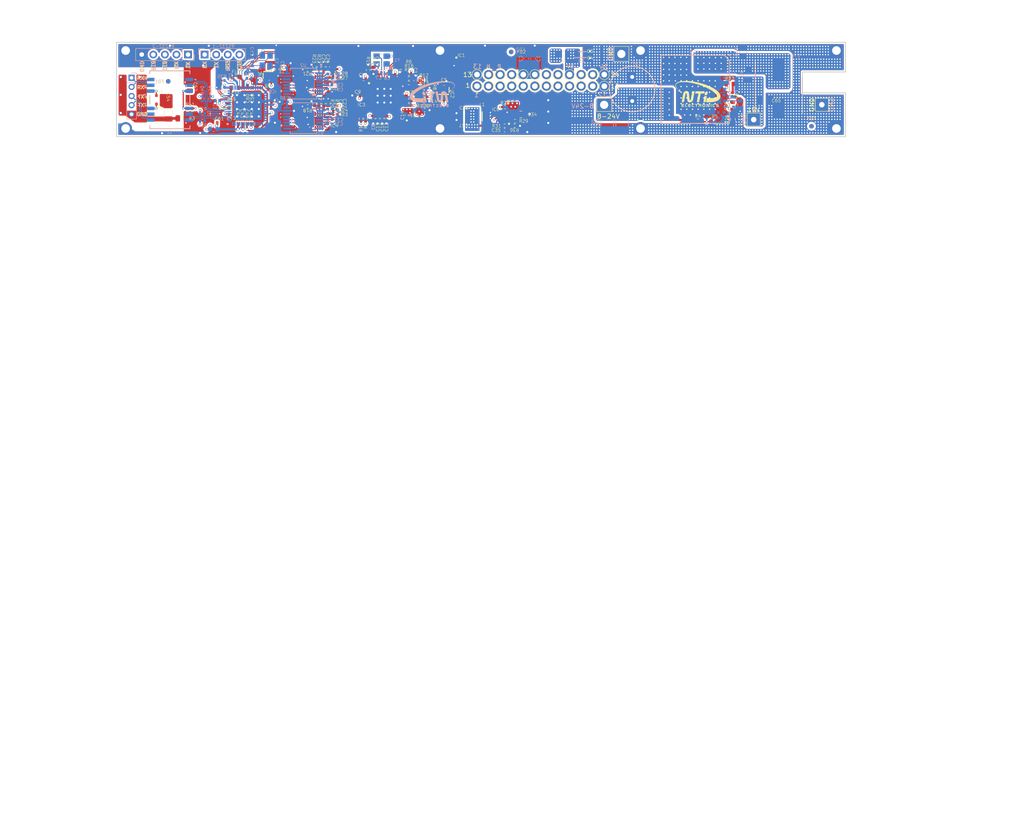
<source format=kicad_pcb>
(kicad_pcb (version 20211014) (generator pcbnew)
  (title_block (comment 4 "AISLER Project ID: TENDRZNR"))
  (layers (0 "F.Cu" signal) (1 "In1.Cu" power "GND1.Cu") (2 "In2.Cu" mixed "PWR.Cu") (3 "In3.Cu" signal "In4.Cu") (4 "In4.Cu" power "GND2.Cu") (31 "B.Cu" signal) (34 "B.Paste" user) (35 "F.Paste" user) (36 "B.SilkS" user "B.Silkscreen") (37 "F.SilkS" user "F.Silkscreen") (38 "B.Mask" user) (39 "F.Mask" user) (44 "Edge.Cuts" user))
  (net 0 "")
  (net 1 "GND")
  (net 2 "+3V3")
  (net 4 "/USB HUB/HUB_RST_N")
  (net 5 "/USB HUB/PLLFILT")
  (net 6 "/USB HUB/CRFILT")
  (net 7 "VBUS_UP")
  (net 8 "/USB HUB/USBUP_N")
  (net 9 "/USB HUB/USBUP_P")
  (net 10 "/USBDN1_N")
  (net 11 "/USBDN1_P")
  (net 12 "/USBDN2_N")
  (net 13 "/USBDN2_P")
  (net 14 "/USBDN3_N")
  (net 15 "/USBDN3_P")
  (net 16 "/USB HUB/BC_EN4")
  (net 17 "/USB HUB/NON_REM1")
  (net 18 "/USB HUB/CFG_SEL0")
  (net 19 "/USB HUB/CFG_SEL1")
  (net 20 "/USB HUB/NON_REM0")
  (net 21 "/USB2UP_N")
  (net 22 "/USB2UP_P")
  (net 23 "/USB HUB/VDDA33")
  (net 24 "/PWR_3V3/FB")
  (net 25 "/PWR_3V3/LX")
  (net 26 "/USB HUB/USBDN4_N")
  (net 27 "/USB HUB/USBDN4_P")
  (net 36 "/RS232_P1_TXD")
  (net 37 "/RS232_P1_RXD")
  (net 38 "/RS232_P2_TXD")
  (net 39 "/RS232_P2_RXD")
  (net 40 "/RS232_P2_CTS")
  (net 41 "/RS232_P2_RTS")
  (net 42 "/19V_CHARGE")
  (net 45 "/USB HUB/VBUS_DET")
  (net 66 "Net-(IC6-Pad2)")
  (net 68 "Net-(IC6-Pad7)")
  (net 74 "/5V_UP")
  (net 75 "Net-(C29-Pad1)")
  (net 76 "/USB SERIAL_2/VDD")
  (net 77 "/USB SERIAL_1/VDD")
  (net 78 "Net-(C29-Pad2)")
  (net 79 "Net-(C31-Pad2)")
  (net 80 "Net-(IC4-Pad8)")
  (net 81 "/USB SERIAL_2/CTS")
  (net 82 "/USB SERIAL_2/RTS")
  (net 83 "/USB SERIAL_2/RXD")
  (net 84 "/USB SERIAL_2/TXD")
  (net 85 "Net-(IC5-Pad8)")
  (net 86 "/USB SERIAL_1/CTS")
  (net 87 "/USB SERIAL_1/RTS")
  (net 88 "/USB SERIAL_1/RXD")
  (net 89 "/USB SERIAL_1/TXD")
  (net 90 "Net-(C32-Pad2)")
  (net 91 "Net-(C33-Pad1)")
  (net 92 "Net-(C33-Pad2)")
  (net 93 "/USB LAN/LAN_RST_N")
  (net 94 "+3.3VA")
  (net 95 "/USB LAN/VDDCORE")
  (net 96 "/USB LAN/VDDPLL")
  (net 97 "Net-(C52-Pad2)")
  (net 98 "/USB LAN/VDDUSBPLL")
  (net 99 "GNDPWR")
  (net 100 "Net-(C54-Pad2)")
  (net 101 "Net-(C55-Pad1)")
  (net 102 "Net-(C55-Pad2)")
  (net 103 "Net-(C57-Pad2)")
  (net 104 "Net-(C58-Pad2)")
  (net 105 "Net-(C59-Pad1)")
  (net 106 "Net-(C59-Pad2)")
  (net 109 "Net-(IC8-Pad8)")
  (net 111 "Net-(IC8-Pad16)")
  (net 112 "Net-(IC8-Pad20)")
  (net 134 "/USB LAN/RD_P")
  (net 135 "/USB LAN/RD_N")
  (net 136 "/USB LAN/TD_P")
  (net 137 "/USB LAN/TD_N")
  (net 138 "Net-(R42-Pad2)")
  (net 139 "Net-(R44-Pad2)")
  (net 140 "/USB HUB/RBIAS")
  (net 141 "/DOCK_IN")
  (net 142 "/USB LAN/TX_N")
  (net 143 "/USB LAN/TX_P")
  (net 144 "/USB LAN/RX_N")
  (net 145 "/USB LAN/RX_P")
  (net 149 "/USB SERIAL_2/RSTB")
  (net 150 "/USB SERIAL_1/RSTB")
  (net 151 "Net-(C6-Pad2)")
  (net 152 "Net-(C7-Pad2)")
  (net 153 "Net-(C41-Pad2)")
  (net 154 "Net-(C42-Pad2)")
  (net 161 "/pwr_19V/19V")
  (net 162 "/pwr_19V/MODE")
  (net 163 "/pwr_19V/VOUT")
  (net 164 "/pwr_19V/LL")
  (net 165 "/pwr_19V/RT")
  (net 166 "/pwr_19V/FB")
  (net 167 "/pwr_19V/RUN")
  (net 168 "/pwr_19V/8-24V")
  (net 169 "/RS232_P1_CTS")
  (net 170 "/RS232_P1_RTS")
  (footprint "MountingHole:MountingHole_2.2mm_M2_DIN965_Pad" (layer "F.Cu") (at 216.105919 113.833157)
    (fp_text reference "REF**" hide)
    (fp_text value "MountingHole_2.2mm_M2_DIN965_Pad" hide)
  )
  (footprint "global_foot:SOT65P210X100-3N" (layer "F.Cu") (at 285.947072 106.346201 -90)
    (fp_text reference "IC2")
    (fp_text value "MIC803-29D4VC3-TR" hide)
  )
  (footprint "TestPoint:TestPoint_THTPad_2.5x2.5mm_Drill1.2mm" (layer "F.Cu") (at 321.130919 108.642354)
    (fp_text reference "TP1" hide)
    (fp_text value "8-24V" hide)
  )
  (footprint "global_foot:R_0402_1005Metric" (layer "F.Cu") (at 278.265919 108.787354)
    (fp_text reference "R2")
    (fp_text value "10K 0402 1%")
  )
  (footprint "global_foot:NFZ15SG152SN10B" (layer "F.Cu") (at 279.501722 110.035398)
    (fp_text reference "FB1")
    (fp_text value "BLM15PG100SZ1D" hide)
  )
  (footprint "Capacitor_SMD:C_0402_1005Metric" (layer "F.Cu") (at 239.300919 110.672354 180)
    (fp_text reference "C47")
    (fp_text value "0.1uF 16V 0402")
  )
  (footprint "global_foot:R_0402_1005Metric" (layer "F.Cu") (at 256.055919 100.927354 180)
    (fp_text reference "R21")
    (fp_text value "1K 0402")
  )
  (footprint "global_foot:R_0402_1005Metric" (layer "F.Cu") (at 278.266722 102.842354)
    (fp_text reference "R16")
    (fp_text value "100K 0402 1% 1/16W")
  )
  (footprint "Capacitor_SMD:C_0603_1608Metric" (layer "F.Cu") (at 316.105919 98.317354 180)
    (fp_text reference "C4")
    (fp_text value "0.1uF 50V 0603")
  )
  (footprint "Capacitor_SMD:C_0402_1005Metric" (layer "F.Cu") (at 241.720919 112.292354 -90)
    (fp_text reference "C43")
    (fp_text value "0.1uF 16V 0402")
  )
  (footprint "Capacitor_SMD:C_0402_1005Metric" (layer "F.Cu") (at 262.101722 101.727354 180)
    (fp_text reference "C28")
    (fp_text value "4.7uF 6.3V 0402")
  )
  (footprint "Capacitor_SMD:C_0402_1005Metric" (layer "F.Cu") (at 259.535919 100.307354 -90)
    (fp_text reference "C25")
    (fp_text value "0.1uF 16V 0402")
  )
  (footprint "global_foot:R_0402_1005Metric" (layer "F.Cu") (at 256.055919 108.992354 180)
    (fp_text reference "R18")
    (fp_text value "1K 0402")
  )
  (footprint "MountingHole:MountingHole_2.2mm_M2_DIN965_Pad" (layer "F.Cu") (at 329.105919 113.833157)
    (fp_text reference "REF**" hide)
    (fp_text value "MountingHole_2.2mm_M2_DIN965_Pad" hide)
  )
  (footprint "cf33pwr_foot:R_0603_1608Metric" (layer "F.Cu") (at 341.725919 112.257354 180)
    (fp_text reference "R4")
    (fp_text value "0R 0603")
  )
  (footprint "FabDrawing:FabDrawing-6Layer-Metric" (layer "F.Cu") (at 214.795919 167.619854)
    (fp_text reference "REF**" hide)
    (fp_text value "FabDrawing-6Layer" hide)
  )
  (footprint "Capacitor_SMD:C_0603_1608Metric" (layer "F.Cu") (at 290.335919 111.947354)
    (fp_text reference "C37")
    (fp_text value "22uF 6.3V 0603 20%")
  )
  (footprint "Capacitor_SMD:C_0402_1005Metric" (layer "F.Cu") (at 271.325919 100.952004 -90)
    (fp_text reference "C15")
    (fp_text value "0.01uF 10V 0402")
  )
  (footprint "Capacitor_SMD:C_0402_1005Metric" (layer "F.Cu") (at 242.890919 105.362354 90)
    (fp_text reference "C60")
    (fp_text value "0.1uF 16V 0402")
  )
  (footprint "TestPoint:TestPoint_THTPad_D1.0mm_Drill0.5mm" (layer "F.Cu") (at 295.755031 104.537243 180)
    (fp_text reference "P22" hide)
    (fp_text value "P2_USB3_TX_P" hide)
  )
  (footprint "TestPoint:TestPoint_THTPad_D1.0mm_Drill0.5mm" (layer "F.Cu") (at 293.215031 104.537243 180)
    (fp_text reference "P21" hide)
    (fp_text value "P1_USB3_TX_N" hide)
  )
  (footprint "TestPoint:TestPoint_THTPad_D1.0mm_Drill0.5mm" (layer "F.Cu") (at 303.375031 101.997243 180)
    (fp_text reference "P19" hide)
    (fp_text value "P17_19V_IN" hide)
  )
  (footprint "TestPoint:TestPoint_THTPad_D1.0mm_Drill0.5mm" (layer "F.Cu") (at 305.915031 101.997243 180)
    (fp_text reference "P20" hide)
    (fp_text value "P18_19V_IN" hide)
  )
  (footprint "TestPoint:TestPoint_THTPad_D1.0mm_Drill0.5mm" (layer "F.Cu") (at 316.075031 101.997243 180)
    (fp_text reference "P18" hide)
    (fp_text value "P22_DOCK_IN_DET" hide)
  )
  (footprint "Capacitor_SMD:C_0603_1608Metric" (layer "F.Cu") (at 316.105919 96.817354 180)
    (fp_text reference "C3")
    (fp_text value "10nF 50V 0603")
  )
  (footprint "TestPoint:TestPoint_THTPad_D1.0mm_Drill0.5mm" (layer "F.Cu") (at 303.375031 104.537243 180)
    (fp_text reference "P5" hide)
    (fp_text value "NC" hide)
  )
  (footprint "cf33pwr_foot:R_0603_1608Metric" (layer "F.Cu") (at 348.680919 104.042354 180)
    (fp_text reference "R33")
    (fp_text value "0R 0603")
  )
  (footprint "TestPoint:TestPoint_THTPad_D1.0mm_Drill0.5mm" (layer "F.Cu") (at 308.455031 104.537243 180)
    (fp_text reference "P7" hide)
    (fp_text value "NC'" hide)
  )
  (footprint "MountingHole:MountingHole_2.2mm_M2_DIN965_Pad" (layer "F.Cu") (at 372.105919 113.833157)
    (fp_text reference "REF**" hide)
    (fp_text value "MountingHole_2.2mm_M2_DIN965_Pad" hide)
  )
  (footprint "TestPoint:TestPoint_THTPad_D1.0mm_Drill0.5mm" (layer "F.Cu") (at 310.995031 104.537243 180)
    (fp_text reference "P8" hide)
    (fp_text value "NC" hide)
  )
  (footprint "global_foot:R_0402_1005Metric" (layer "F.Cu") (at 281.616722 106.867354 180)
    (fp_text reference "R13")
    (fp_text value "100K 0402 1% 1/16W")
  )
  (footprint "TestPoint:TestPoint_THTPad_D1.0mm_Drill0.5mm" (layer "F.Cu") (at 298.295031 104.537243 180)
    (fp_text reference "P23" hide)
    (fp_text value "P3_USB3_RX_P" hide)
  )
  (footprint "global_foot:SON50P201X201X60-9N-D" (layer "F.Cu") (at 298.845919 111.398854 180)
    (fp_text reference "IC6")
    (fp_text value "AP3441SHE-7B" hide)
  )
  (footprint "global_foot:QFN50P600X600X100-37N-D" (layer "F.Cu") (at 272.871722 106.637354)
    (fp_text reference "IC3")
    (fp_text value "USB2514B_M2" hide)
  )
  (footprint "Capacitor_SMD:C_0805_2012Metric" (layer "F.Cu") (at 356.305919 107.717354 180)
    (fp_text reference "C65")
    (fp_text value "22uF 25V 0805")
  )
  (footprint "TestPoint:TestPoint_THTPad_2.5x2.5mm_Drill1.2mm" (layer "F.Cu") (at 368.905919 108.617354 90)
    (fp_text reference "*" hide)
    (fp_text value "19V" hide)
  )
  (footprint "Capacitor_SMD:C_0402_1005Metric" (layer "F.Cu") (at 278.261722 106.797354 180)
    (fp_text reference "C13")
    (fp_text value "0.1uF 16V 0402")
  )
  (footprint "TestPoint:TestPoint_THTPad_D1.0mm_Drill0.5mm" (layer "F.Cu") (at 310.995031 101.997243 180)
    (fp_text reference "P12" hide)
    (fp_text value "NC" hide)
  )
  (footprint "Capacitor_SMD:C_0402_1005Metric" (layer "F.Cu") (at 242.700919 112.302354 -90)
    (fp_text reference "C49")
    (fp_text value "0.1uF 16V 0402")
  )
  (footprint "Capacitor_SMD:C_0402_1005Metric" (layer "F.Cu") (at 349.305919 106.442354 -90)
    (fp_text reference "C64")
    (fp_text value "0.1uF 16V 0402")
  )
  (footprint "global_foot:R_0402_1005Metric" (layer "F.Cu") (at 223.375919 108.457354 180)
    (fp_text reference "R42")
    (fp_text value "75R 1% 0402")
  )
  (footprint "Fiducial:Fiducial_1mm_Mask2mm" (layer "F.Cu") (at 300.705919 97.017354)
    (fp_text reference "FD2")
    (fp_text value "Fiducial_1mm_Mask2mm" hide)
  )
  (footprint "Capacitor_SMD:C_0402_1005Metric" (layer "F.Cu") (at 279.741722 103.317354 -90)
    (fp_text reference "C17")
    (fp_text value "1uF 0402 25V X5R")
  )
  (footprint "Capacitor_SMD:C_0402_1005Metric" (layer "F.Cu") (at 281.735919 109.817354 180)
    (fp_text reference "C20")
    (fp_text value "4.7uF 6.3V 0402")
  )
  (footprint "TestPoint:TestPoint_THTPad_D1.0mm_Drill0.5mm" (layer "F.Cu") (at 295.755031 101.997243 180)
    (fp_text reference "P16" hide)
    (fp_text value "P14_USB2_N" hide)
  )
  (footprint "global_foot:R_0402_1005Metric" (layer "F.Cu") (at 267.755919 111.687354 -90)
    (fp_text reference "R10")
    (fp_text value "10K 0402 1%")
  )
  (footprint "TestPoint:TestPoint_THTPad_D1.0mm_Drill0.5mm" (layer "F.Cu") (at 300.835031 104.537243 180)
    (fp_text reference "P24" hide)
    (fp_text value "P4_USB3_RX_N" hide)
  )
  (footprint "Capacitor_SMD:C_0402_1005Metric" (layer "F.Cu") (at 271.415919 111.657354 90)
    (fp_text reference "C19")
    (fp_text value "0.1uF 16V 0402")
  )
  (footprint "cf33pwr_foot:R_0603_1608Metric" (layer "F.Cu") (at 345.405919 112.327354 180)
    (fp_text reference "R5")
    (fp_text value "0R 0603")
  )
  (footprint "global_foot:R_0402_1005Metric" (layer "F.Cu") (at 301.455919 113.242354 180)
    (fp_text reference "R30")
    (fp_text value "95.3K 0402 1% 1/10W")
  )
  (footprint "TestPoint:TestPoint_THTPad_D1.0mm_Drill0.5mm" (layer "F.Cu") (at 298.295031 101.997243 180)
    (fp_text reference "P17" hide)
    (fp_text value "P15_USB2_P" hide)
  )
  (footprint "MountingHole:MountingHole_2.2mm_M2_DIN965_Pad" (layer "F.Cu") (at 285.105919 96.717354)
    (fp_text reference "REF**" hide)
    (fp_text value "MountingHole_2.2mm_M2_DIN965_Pad" hide)
  )
  (footprint "global_foot:R_0402_1005Metric" (layer "F.Cu") (at 249.353419 100.817354 90)
    (fp_text reference "R32")
    (fp_text value "100K 0402 1% 1/16W")
  )
  (footprint "Capacitor_SMD:C_0402_1005Metric" (layer "F.Cu") (at 260.515919 100.307354 -90)
    (fp_text reference "C26")
    (fp_text value "4.7uF 6.3V 0402")
  )
  (footprint "global_foot:R_0402_1005Metric" (layer "F.Cu") (at 299.355919 109.137354 180)
    (fp_text reference "R28")
    (fp_text value "10K 0402 1%")
  )
  (footprint "TestPoint:TestPoint_THTPad_D1.0mm_Drill0.5mm" (layer "F.Cu") (at 318.615031 101.997243 180)
    (fp_text reference "P3" hide)
    (fp_text value "NC" hide)
  )
  (footprint "TestPoint:TestPoint_THTPad_D1.0mm_Drill0.5mm" (layer "F.Cu") (at 321.154998 101.997354 180)
    (fp_text reference "P4" hide)
    (fp_text value "P24_GND" hide)
  )
  (footprint "TestPoint:TestPoint_THTPad_D1.0mm_Drill0.5mm" (layer "F.Cu") (at 308.455031 101.997243 180)
    (fp_text reference "P2" hide)
    (fp_text value "NC" hide)
  )
  (footprint "TestPoint:TestPoint_THTPad_D1.0mm_Drill0.5mm" (layer "F.Cu") (at 300.835031 101.997243 180)
    (fp_text reference "P1" hide)
    (fp_text value "P16_GPIO" hide)
  )
  (footprint "Capacitor_SMD:C_0402_1005Metric" (layer "F.Cu") (at 299.280919 114.212354 180)
    (fp_text reference "C35")
    (fp_text value "22pF 50V 0402 10%")
  )
  (footprint "Capacitor_SMD:C_0402_1005Metric" (layer "F.Cu") (at 260.555919 108.367354 -90)
    (fp_text reference "C22")
    (fp_text value "4.7uF 6.3V 0402")
  )
  (footprint "global_foot:CP2102NA02GQFN20" (layer "F.Cu") (at 258.486372 104.112004 180)
    (fp_text reference "IC5")
    (fp_text value "CP2102N-A02-GQFN20" hide)
  )
  (footprint "global_foot:R_0402_1005Metric" (layer "F.Cu") (at 257.525919 100.327354 -90)
    (fp_text reference "R23")
    (fp_text value "47K 0402 1%")
  )
  (footprint "Capacitor_SMD:C_0402_1005Metric" (layer "F.Cu") (at 267.051722 106.617354)
    (fp_text reference "C9")
    (fp_text value "0.1uF 16V 0402")
  )
  (footprint "Capacitor_SMD:C_0402_1005Metric" (layer "F.Cu") (at 243.670919 112.292354 -90)
    (fp_text reference "C40")
    (fp_text value "0.1uF 16V 0402")
  )
  (footprint "Inductor_SMD:L_0603_1608Metric" (layer "F.Cu") (at 240.285919 102.497354 180)
    (fp_text reference "FL3")
    (fp_text value "120R")
  )
  (footprint "global_foot:R_0402_1005Metric" (layer "F.Cu") (at 258.551722 108.367354 90)
    (fp_text reference "R19")
    (fp_text value "22K6 0402")
  )
  (footprint "global_foot:R_0402_1005Metric" (layer "F.Cu") (at 223.375919 106.597354 180)
    (fp_text reference "R44")
    (fp_text value "75R 1% 0402")
  )
  (footprint "Capacitor_SMD:C_0402_1005Metric" (layer "F.Cu") (at 243.860919 105.362354 90)
    (fp_text reference "C50")
    (fp_text value "1uF 0402 25V X5R")
  )
  (footprint "TestPoint:TestPoint_THTPad_D1.0mm_Drill0.5mm" (layer "F.Cu") (at 316.075031 104.537243 180)
    (fp_text reference "P10" hide)
    (fp_text value "NC" hide)
  )
  (footprint "global_foot:SON50P150X170X55-6N-D" (layer "F.Cu") (at 289.805919 99.417354)
    (fp_text reference "IC1")
    (fp_text value "ECMF02-2AMX6" hide)
  )
  (footprint "TestPoint:TestPoint_THTPad_D1.0mm_Drill0.5mm" (layer "F.Cu") (at 318.615031 104.537243 180)
    (fp_text reference "P11" hide)
    (fp_text value "NC" hide)
  )
  (footprint "Fiducial:Fiducial_1mm_Mask2mm" (layer "F.Cu") (at 225.445919 103.487354)
    (fp_text reference "FD1")
    (fp_text value "Fiducial_1mm_Mask2mm" hide)
  )
  (footprint "global_foot:R_0402_1005Metric" (layer "F.Cu") (at 299.280919 113.237354 180)
    (fp_text reference "R31")
    (fp_text value "430K 0402 1% 1/10W")
  )
  (footprint "Capacitor_SMD:C_0603_1608Metric" (layer "F.Cu") (at 290.345919 110.437354)
    (fp_text reference "C36")
    (fp_text value "22uF 6.3V 0603 20%")
  )
  (footprint "Capacitor_SMD:C_0402_1005Metric" (layer "F.Cu") (at 236.670919 112.532354 180)
    (fp_text reference "C61")
    (fp_text value "0.1uF 16V 0402")
  )
  (footprint "Capacitor_SMD:C_0402_1005Metric" (layer "F.Cu") (at 268.295919 102.992004)
    (fp_text reference "C11")
    (fp_text value "0.1uF 16V 0402")
  )
  (footprint "global_foot:R_0402_1005Metric" (layer "F.Cu") (at 239.305919 109.267354 180)
    (fp_text reference "R34")
    (fp_text value "12K 1% 0402")
  )
  (footprint "TestPoint:TestPoint_THTPad_D1.0mm_Drill0.5mm" (layer "F.Cu") (at 313.535031 104.537243 180)
    (fp_text reference "P9" hide)
    (fp_text value "NC" hide)
  )
  (footprint "Capacitor_SMD:C_0402_1005Metric" (layer "F.Cu") (at 247.605919 103.597354)
    (fp_text reference "C45")
    (fp_text value "0.1uF 16V 0402")
  )
  (footprint "Fiducial:Fiducial_1mm_Mask2mm" (layer "F.Cu") (at 366.630919 113.342354)
    (fp_text reference "FD3")
    (fp_text value "Fiducial_1mm_Mask2mm" hide)
  )
  (footprint "cf33pwr_foot:R_0805_2012Metric" (layer "F.Cu") (at 228.455919 111.617354 180)
    (fp_text reference "R3")
    (fp_text value "0R 0805")
  )
  (footprint "Capacitor_SMD:C_0402_1005Metric" (layer "F.Cu") (at 272.385919 111.647354 90)
    (fp_text reference "C16")
    (fp_text value "0.01uF 10V 0402")
  )
  (footprint "Inductor_SMD:L_0603_1608Metric" (layer "F.Cu") (at 240.080919 104.892354 180)
    (fp_text reference "FL2")
    (fp_text value "120R")
  )
  (footprint "global_foot:DFE2HCAH1R0MJ0L" (layer "F.Cu") (at 294.345919 111.167354 180)
    (fp_text reference "L1")
    (fp_text value "2.2uH 2.2A" hide)
  )
  (footprint "cf33pwr_foot:R_0603_1608Metric" (layer "F.Cu") (at 349.380919 111.842354 90)
    (fp_text reference "R26")
    (fp_text value "6.65K 1% 0603")
  )
  (footprint "Capacitor_SMD:C_1206_3216Metric" (layer "F.Cu") (at 225.505919 110.267354 90)
    (fp_text reference "C54")
    (fp_text value "1000pF 2kV 1206")
  )
  (footprint "global_foot:CP2102NA02GQFN20" (layer "F.Cu") (at 258.506372 112.183157 180)
    (fp_text reference "IC4")
    (fp_text value "CP2102N-A02-GQFN20" hide)
  )
  (footprint "TestPoint:TestPoint_THTPad_D1.0mm_Drill0.5mm" (layer "F.Cu") (at 313.535031 101.997243 180)
    (fp_text reference "P15" hide)
    (fp_text value "P21_5V_DOCK" hide)
  )
  (footprint "Capacitor_SMD:C_0402_1005Metric" (layer "F.Cu") (at 277.795919 110.947704 90)
    (fp_text reference "C14")
    (fp_text value "4.7uF 6.3V 0402")
  )
  (footprint "global_foot:R_0402_1005Metric" (layer "F.Cu") (at 278.266722 103.842354 180)
    (fp_text reference "R17")
    (fp_text value "100K 0402 1% 1/16W")
  )
  (footprint "TestPoint:TestPoint_THTPad_D1.0mm_Drill0.5mm" (layer "F.Cu") (at 293.215031 101.997243 180)
    (fp_text reference "P13" hide)
    (fp_text value "P13_GND" hide)
  )
  (footprint "global_foot:R_0402_1005Metric" (layer "F.Cu") (at 281.616722 104.867354)
    (fp_text reference "R12")
    (fp_text value "100K 0402 1% 1/16W")
  )
  (footprint "Capacitor_SMD:C_0402_1005Metric" (layer "F.Cu") (at 270.335919 100.952004 -90)
    (fp_text reference "C18")
    (fp_text value "0.1uF 16V 0402")
  )
  (footprint "global_foot:R_0402_1005Metric" (layer "F.Cu") (at 278.266722 107.777354)
    (fp_text reference "R7")
    (fp_text value "10K 0402 1%")
  )
  (footprint "MountingHole:MountingHole_2.2mm_M2_DIN965_Pad" (layer "F.Cu") (at 372.105919 96.717354)
    (fp_text reference "REF**" hide)
    (fp_text value "MountingHole_2.2mm_M2_DIN965_Pad" hide)
  )
  (footprint "TestPoint:TestPoint_THTPad_D1.0mm_Drill0.5mm" (layer "F.Cu") (at 321.155031 104.537243 180)
    (fp_text reference "P14" hide)
    (fp_text value "P12_GND" hide)
  )
  (footprint "Capacitor_SMD:C_0402_1005Metric" (layer "F.Cu") (at 259.555919 108.367354 -90)
    (fp_text reference "C21")
    (fp_text value "0.1uF 16V 0402")
  )
  (footprint "Capacitor_SMD:C_0402_1005Metric" (layer "F.Cu") (at 275.741722 102.067354 180)
    (fp_text reference "C10")
    (fp_text value "0.1uF 16V 0402")
  )
  (footprint "TestPoint:TestPoint_THTPad_2.5x2.5mm_Drill1.2mm" (layer "F.Cu") (at 324.905919 97.467354 90)
    (fp_text reference "TP5" hide)
    (fp_text value "GND" hide)
  )
  (footprint "Capacitor_SMD:C_0805_2012Metric" (layer "F.Cu") (at 302.855919 110.737354 180)
    (fp_text reference "C34")
    (fp_text value "10uF 10V 0805")
  )
  (footprint "MountingHole:MountingHole_2.2mm_M2_DIN965_Pad" (layer "F.Cu") (at 285.105919 113.833157)
    (fp_text reference "REF**" hide)
    (fp_text value "MountingHole_2.2mm_M2_DIN965_Pad" hide)
  )
  (footprint "global_foot:R_0402_1005Metric" (layer "F.Cu") (at 230.255919 109.417354)
    (fp_text reference "R41")
    (fp_text value "0R 0402")
  )
  (footprint "global_foot:R_0402_1005Metric" (layer "F.Cu") (at 257.555919 108.367354 -90)
    (fp_text reference "R20")
    (fp_text value "47K 0402 1%")
  )
  (footprint "global_foot:R_0402_1005Metric" (layer "F.Cu") (at 278.266722 101.817354)
    (fp_text reference "R6")
    (fp_text value "10K 0402 1%")
  )
  (footprint "Capacitor_SMD:C_0402_1005Metric" (layer "F.Cu") (at 240.750919 112.292354 -90)
    (fp_text reference "C44")
    (fp_text value "0.1uF 16V 0402")
  )
  (footprint "TestPoint:TestPoint_THTPad_2.5x2.5mm_Drill1.2mm" (layer "F.Cu") (at 353.955919 111.892354)
    (fp_text reference "TP6" hide)
    (fp_text value "19V" hide)
  )
  (footprint "Capacitor_SMD:C_0402_1005Metric" (layer "F.Cu") (at 239.300919 108.242354 180)
    (fp_text reference "C46")
    (fp_text value "0.1uF 16V 0402")
  )
  (footprint "TestPoint:TestPoint_THTPad_D1.0mm_Drill0.5mm" (layer "F.Cu") (at 305.915031 104.537243 180)
    (fp_text reference "P6" hide)
    (fp_text value "NC" hide)
  )
  (footprint "global_foot:R_0402_1005Metric" (layer "F.Cu") (at 301.555919 112.237354 180)
    (fp_text reference "R29")
    (fp_text value "100K 0402 1% 1/16W")
  )
  (footprint "cf33pwr_foot:R_0603_1608Metric" (layer "F.Cu") (at 349.355919 108.867354 90)
    (fp_text reference "R25")
    (fp_text value "100K 1% 0603")
  )
  (footprint "Capacitor_SMD:C_0402_1005Metric" (layer "F.Cu") (at 262.131722 110.737354 180)
    (fp_text reference "C23")
    (fp_text value "0.1uF 16V 0402")
  )
  (footprint "global_foot:R_0402_1005Metric" (layer "F.Cu") (at 258.536372 100.327354 90)
    (fp_text reference "R22")
    (fp_text value "22K6 0402")
  )
  (footprint "Capacitor_SMD:C_0402_1005Metric" (layer "F.Cu") (at 273.345919 111.647354 90)
    (fp_text reference "C12")
    (fp_text value "0.1uF 16V 0402")
  )
  (footprint "MountingHole:MountingHole_2.2mm_M2_DIN965_Pad" (layer "F.Cu") (at 329.105919 96.717354)
    (fp_text reference "REF**" hide)
    (fp_text value "MountingHole_2.2mm_M2_DIN965_Pad" hide)
  )
  (footprint "global_foot:SOT65P210X100-3N" (layer "F.Cu") (at 247.443419 101.317354 90)
    (fp_text reference "IC7")
    (fp_text value "MIC803-29D4VC3-TR" hide)
  )
  (footprint "Capacitor_SMD:C_0402_1005Metric" (layer "F.Cu") (at 262.101722 102.707354 180)
    (fp_text reference "C27")
    (fp_text value "0.1uF 16V 0402")
  )
  (footprint "MountingHole:MountingHole_2.2mm_M2_DIN965_Pad" (layer "F.Cu") (at 216.105919 96.717354)
    (fp_text reference "REF**" hide)
    (fp_text value "MountingHole_2.2mm_M2_DIN965_Pad" hide)
  )
  (footprint "Capacitor_SMD:C_0402_1005Metric" (layer "F.Cu") (at 285.975919 104.046201 180)
    (fp_text reference "C5")
    (fp_text value "0.1uF 16V 0402")
  )
  (footprint "global_foot:R_0402_1005Metric" (layer "F.Cu") (at 283.960919 106.281201 -90)
    (fp_text reference "R8")
    (fp_text value "100K 0402 1% 1/16W")
  )
  (footprint "Capacitor_SMD:C_0402_1005Metric" (layer "F.Cu") (at 270.455919 111.667354 90)
    (fp_text reference "C8")
    (fp_text value "0.1uF 16V 0402")
  )
  (footprint "Capacitor_SMD:C_0402_1005Metric" (layer "F.Cu") (at 262.121722 109.767354 180)
    (fp_text reference "C24")
    (fp_text value "4.7uF 6.3V 0402")
  )
  (footprint "global_foot:R_0402_1005Metric" (layer "F.Cu") (at 268.755919 111.687354 -90)
    (fp_text reference "R9")
    (fp_text value "10K 0402 1%")
  )
  (footprint "Capacitor_SMD:C_0805_2012Metric" (layer "F.Cu") (at 230.155919 104.617354 -90)
    (fp_text reference "C52")
    (fp_text value "0.022uF 50V 0805")
  )
  (footprint "Fuse:Fuse_0603_1608Metric" (layer "F.Cu") (at 312.205919 97.417354 180)
    (fp_text reference "F1")
    (fp_text value "5A 0603")
  )
  (footprint "global_foot:R_0402_1005Metric" (layer "F.Cu") (at 281.621722 105.867354)
    (fp_text reference "R11")
    (fp_text value "10K 0402 1%")
  )
  (footprint "global_foot:R_0402_1005Metric" (layer "F.Cu") (at 281.616722 107.867354)
    (fp_text reference "R14")
    (fp_text value "100K 0402 1% 1/16W")
  )
  (footprint "global_foot:R_0402_1005Metric" (layer "F.Cu") (at 269.331722 100.967354 -90)
    (fp_text reference "R15")
    (fp_text value "12K 1% 0402")
  )
  (footprint "Capacitor_SMD:C_0402_1005Metric" (layer "B.Cu") (at 260.925919 105.207354 180)
    (fp_text reference "C57")
    (fp_text value "0.1uF 50V 0402 X7R")
  )
  (footprint "my_step_up_down:BGA121C127P11X11_1500X1500X512" (layer "B.Cu") (at 341.105919 105.217354 180)
    (fp_text reference "IC9")
    (fp_text value "LTM8055IY-1#PBF" hide)
  )
  (footprint "my_esd:CDDFN103324P" (layer "B.Cu") (at 236.088419 110.592354 -90)
    (fp_text reference "D1")
    (fp_text value "CDDFN10-3324P" hide)
  )
  (footprint "Fiducial:Fiducial_1mm_Mask2mm" (layer "B.Cu") (at 225.455919 103.487354 180)
    (fp_text reference "FD1")
    (fp_text value "Fiducial_1mm_Mask2mm" hide)
  )
  (footprint "Capacitor_SMD:C_1210_3225Metric" (layer "B.Cu") (at 321.805919 112.667354 90)
    (fp_text reference "C62")
    (fp_text value "4.7uF 50V 1210")
  )
  (footprint "cf33pwr_foot:R_0603_1608Metric" (layer "B.Cu") (at 350.980919 108.592354 -90)
    (fp_text reference "R27")
    (fp_text value "24.9K 1% 0603")
  )
  (footprint "Connector_PinHeader_2.54mm:PinHeader_1x04_P2.54mm_Vertical" (layer "B.Cu") (at 233.445919 97.607354 -90)
    (fp_text reference "TP2" hide)
    (fp_text value "RS-232-1")
  )
  (footprint "Capacitor_SMD:C_0402_1005Metric" (layer "B.Cu") (at 248.155919 108.137354 -90)
    (fp_text reference "C39")
    (fp_text value "0.1uF 16V 0402")
  )
  (footprint "Capacitor_SMD:C_0402_1005Metric" (layer "B.Cu") (at 271.585919 101.857354)
    (fp_text reference "C7")
    (fp_text value "10pF 50V 2% 0402")
  )
  (footprint "Capacitor_SMD:C_0402_1005Metric" (layer "B.Cu") (at 244.915919 102.702354 -90)
    (fp_text reference "C38")
    (fp_text value "0.1uF 16V 0402")
  )
  (footprint "Capacitor_SMD:C_0402_1005Metric" (layer "B.Cu") (at 260.915919 104.247354 180)
    (fp_text reference "C59")
    (fp_text value "0.1uF 50V 0402 X7R")
  )
  (footprint "Capacitor_SMD:C_0402_1005Metric" (layer "B.Cu") (at 236.250919 107.662354)
    (fp_text reference "C51")
    (fp_text value "0.1uF 16V 0402")
  )
  (footprint "Capacitor_SMD:C_0805_2012Metric" (layer "B.Cu") (at 351.605919 97.017354 -90)
    (fp_text reference "C66")
    (fp_text value "22uF 25V 0805")
  )
  (footprint "Fiducial:Fiducial_1mm_Mask2mm" (layer "B.Cu") (at 366.630919 113.342354 180)
    (fp_text reference "FD3")
    (fp_text value "Fiducial_1mm_Mask2mm" hide)
  )
  (footprint "global_foot:HX0068ANL" (layer "B.Cu") (at 225.800919 107.522354 -90)
    (fp_text reference "T1")
    (fp_text value "HX0068ANL" hide)
  )
  (footprint "global_foot:ABM8G48000MHZ18D2YT" (layer "B.Cu") (at 246.945919 98.927354 90)
    (fp_text reference "Y2")
    (fp_text value "ABM8G-25.000MHZ-4Y-T3" hide)
  )
  (footprint "Capacitor_SMD:C_0402_1005Metric" (layer "B.Cu") (at 260.945919 110.537354)
    (fp_text reference "C29")
    (fp_text value "0.1uF 50V 0402 X7R")
  )
  (footprint "Inductor_SMD:L_0603_1608Metric" (layer "B.Cu") (at 235.430919 114.002354 180)
    (fp_text reference "FL1")
    (fp_text value "120R")
  )
  (footprint "my_esd:SOD2513X115N" (layer "B.Cu") (at 316.355919 97.617354)
    (fp_text reference "D2")
    (fp_text value "DF2S6P2FU,H3F" hide)
  )
  (footprint "Capacitor_SMD:C_0402_1005Metric" (layer "B.Cu") (at 251.055919 107.967354)
    (fp_text reference "C30")
    (fp_text value "0.1uF 50V 0402 X7R")
  )
  (footprint "Capacitor_SMD:C_0402_1005Metric" (layer "B.Cu") (at 251.505919 99.967354 -90)
    (fp_text reference "C56")
    (fp_text value "0.1uF 50V 0402 X7R")
  )
  (footprint "Capacitor_SMD:C_0402_1005Metric" (layer "B.Cu") (at 240.070919 102.692354 -90)
    (fp_text reference "C53")
    (fp_text value "0.1uF 16V 0402")
  )
  (footprint "Capacitor_SMD:C_0402_1005Metric" (layer "B.Cu") (at 273.455919 101.847354 180)
    (fp_text reference "C6")
    (fp_text value "10pF 50V 2% 0402")
  )
  (footprint "Capacitor_SMD:C_0402_1005Metric" (layer "B.Cu") (at 260.930919 101.867354 180)
    (fp_text reference "C58")
    (fp_text value "0.1uF 50V 0402 X7R")
  )
  (footprint "Fiducial:Fiducial_1mm_Mask2mm" (layer "B.Cu") (at 300.705919 97.017354 180)
    (fp_text reference "FD2")
    (fp_text value "Fiducial_1mm_Mask2mm" hide)
  )
  (footprint "my_cap:CAPPRD530W65D1000H1050" (layer "B.Cu") (at 327.280919 107.817354 90)
    (fp_text reference "C67")
    (fp_text value "330uF 35V 20mOm" hide)
  )
  (footprint "Connector_PinHeader_2.54mm:PinHeader_1x05_P2.54mm_Vertical" (layer "B.Cu") (at 229.795919 97.597354 90)
    (fp_text reference "TP3" hide)
    (fp_text value "RS-232-2")
  )
  (footprint "global_foot:R_0402_1005Metric" (layer "B.Cu") (at 232.905919 107.297354 90)
    (fp_text reference "R40")
    (fp_text value "49.9R 1% 0402")
  )
  (footprint "Capacitor_SMD:C_0402_1005Metric" (layer "B.Cu") (at 260.935919 109.567354 180)
    (fp_text reference "C32")
    (fp_text value "0.1uF 50V 0402 X7R")
  )
  (footprint "Capacitor_SMD:C_0402_1005Metric" (layer "B.Cu") (at 237.305919 104.802354)
    (fp_text reference "C48")
    (fp_text value "0.1uF 16V 0402")
  )
  (footprint "Capacitor_SMD:C_0402_1005Metric" (layer "B.Cu") (at 260.925919 111.887354 180)
    (fp_text reference "C33")
    (fp_text value "0.1uF 50V 0402 X7R")
  )
  (footprint "my_cap:CAPAE1030X800N" (layer "B.Cu") (at 359.455919 105.267354 -90)
    (fp_text reference "C70")
    (fp_text value "150uF 25V 25mOm" hide)
  )
  (footprint "Capacitor_SMD:C_0402_1005Metric" (layer "B.Cu") (at 260.925919 112.837354 180)
    (fp_text reference "C31")
    (fp_text value "0.1uF 50V 0402 X7R")
  )
  (footprint "global_foot:R_0402_1005Metric" (layer "B.Cu") (at 232.945919 112.207354 180)
    (fp_text reference "R38")
    (fp_text value "49.9R 1% 0402")
  )
  (footprint "Capacitor_SMD:C_0603_1608Metric" (layer "B.Cu") (at 304.005919 98.492354 -90)
    (fp_text reference "C2")
    (fp_text value "0.1uF 50V 0603")
  )
  (footprint "global_foot:ABM8G48000MHZ18D2YT" (layer "B.Cu") (at 272.285919 98.807354 180)
    (fp_text reference "Y1")
    (fp_text value "ABM8G-24.000MHZ-4Y-T3" hide)
  )
  (footprint "Capacitor_SMD:C_0402_1005Metric" (layer "B.Cu") (at 243.945919 100.587354 90)
    (fp_text reference "C41")
    (fp_text value "10pF 50V 2% 0402")
  )
  (footprint "Capacitor_SMD:C_0402_1005Metric" (layer "B.Cu") (at 243.945919 98.702354 -90)
    (fp_text reference "C42")
    (fp_text value "10pF 50V 2% 0402")
  )
  (footprint "Capacitor_SMD:C_0402_1005Metric" (layer "B.Cu") (at 260.925919 102.842354)
    (fp_text reference "C55")
    (fp_text value "0.1uF 50V 0402 X7R")
  )
  (footprint "global_foot:QFN50P800X800X100-57N-D" (layer "B.Cu") (at 242.875919 108.847354)
    (fp_text reference "IC8")
    (fp_text value "LAN9500AI-ABZJ" hide)
  )
  (footprint "Capacitor_SMD:C_1210_3225Metric" (layer "B.Cu") (at 325.055919 112.667354 90)
    (fp_text reference "C63")
    (fp_text value "4.7uF 50V 1210")
  )
  (footprint "Connector_PinHeader_2.00mm:PinHeader_1x05_P2.00mm_Vertical" (layer "B.Cu") (at 217.405919 102.707354 180)
    (fp_text reference "TP4" hide)
    (fp_text value "LAN")
  )
  (footprint "global_foot:R_0402_1005Metric" (layer "B.Cu") (at 237.275919 103.297354)
    (fp_text reference "R35")
    (fp_text value "12K 1% 0402")
  )
  (footprint "global_foot:MAX3232MDBREP" (layer "B.Cu") (at 255.115919 103.987354 180)
    (fp_text reference "U2")
    (fp_text value "MAX3232MDBREP" hide)
  )
  (footprint "Capacitor_SMD:C_0603_1608Metric" (layer "B.Cu") (at 305.505919 98.492354 -90)
    (fp_text reference "C1")
    (fp_text value "10nF 50V 0603")
  )
  (footprint "global_foot:R_0402_1005Metric" (layer "B.Cu") (at 243.235919 102.827354)
    (fp_text reference "R36")
    (fp_text value "0R 0402")
  )
  (footprint "global_foot:R_0402_1005Metric" (layer "B.Cu") (at 232.945919 110.477354 180)
    (fp_text reference "R37")
    (fp_text value "49.9R 1% 0402")
  )
  (footprint "my_cur_sens:RESC2012X47N" (layer "B.Cu") (at 352.805919 102.167354 -90)
    (fp_text reference "R24")
    (fp_text value "0.008R 1% 0805" hide)
  )
  (footprint "global_foot:MAX3232MDBREP" (layer "B.Cu") (at 255.136819 111.569854 180)
    (fp_text reference "U1")
    (fp_text value "MAX3232MDBREP" hide)
  )
  (footprint "global_foot:R_0402_1005Metric" (layer "B.Cu") (at 234.665919 107.302354 90)
    (fp_text reference "R39")
    (fp_text value "49.9R 1% 0402")
  )
  (gr_poly (pts (xy 283.462359 108.613792) (xy 283.659606 108.613792) (xy 283.659606 109.129597) (xy 283.798644 109.129597) (xy 283.798644 108.613792) (xy 283.996949 108.613792) (xy 283.996949 108.477532) (xy 283.462359 108.477532)) (layer "B.SilkS") (width 0.005) (fill solid))
  (gr_poly (pts (xy 285.844944 105.659406) (xy 285.813382 105.660853) (xy 285.78292 105.663264) (xy 285.753559 105.66664) (xy 285.725299 105.670982) (xy 285.69814 105.676288) (xy 285.672081 105.68256) (xy 285.647123 105.689798) (xy 285.623265 105.698001) (xy 285.600508 105.707171) (xy 285.578852 105.717307) (xy 285.558297 105.728409) (xy 285.538842 105.740477) (xy 285.520489 105.753513) (xy 285.503235 105.767515) (xy 285.487083 105.782485) (xy 285.471853 105.798631) (xy 285.457367 105.816163) (xy 285.443626 105.83508) (xy 285.430629 105.855382) (xy 285.418378 105.877068) (xy 285.406871 105.900139) (xy 285.39611 105.924592) (xy 285.386095 105.95043) (xy 285.376825 105.97765) (xy 285.368301 106.006252) (xy 285.360523 106.036237) (xy 285.353491 106.067603) (xy 285.347206 106.10035) (xy 285.341667 106.134479) (xy 285.336875 106.169988) (xy 285.332831 106.206877) (xy 285.210593 107.464839) (xy 285.209317 107.477102) (xy 285.207921 107.488837) (xy 285.206405 107.500045) (xy 285.204768 107.510725) (xy 285.203013 107.520878) (xy 285.201138 107.530502) (xy 285.199145 107.539598) (xy 285.197034 107.548166) (xy 285.194804 107.556205) (xy 285.192458 107.563715) (xy 285.189994 107.570696) (xy 285.187413 107.577148) (xy 285.184717 107.58307) (xy 285.181904 107.588463) (xy 285.178976 107.593326) (xy 285.175933 107.597659) (xy 285.172707 107.6016) (xy 285.16923 107.605287) (xy 285.165502 107.608719) (xy 285.161523 107.611897) (xy 285.157295 107.614821) (xy 285.152816 107.61749) (xy 285.148087 107.619906) (xy 285.143108 107.622067) (xy 285.13788 107.623974) (xy 285.132402 107.625626) (xy 285.126675 107.627025) (xy 285.120699 107.628169) (xy 285.114474 107.629059) (xy 285.108001 107.629695) (xy 285.101279 107.630076) (xy 285.094309 107.630203) (xy 285.086657 107.630053) (xy 285.079178 107.629602) (xy 285.071873 107.62885) (xy 285.064742 107.627797) (xy 285.057784 107.626444) (xy 285.051 107.62479) (xy 285.044389 107.622835) (xy 285.037953 107.620579) (xy 285.031689 107.618023) (xy 285.0256 107.615165) (xy 285.019684 107.612008) (xy 285.013942 107.608549) (xy 285.008373 107.604789) (xy 285.002978 107.600729) (xy 284.997757 107.596368) (xy 284.992709 107.591707) (xy 284.98785 107.586781) (xy 284.983196 107.58158) (xy 284.978746 107.576103) (xy 284.9745 107.57035) (xy 284.970458 107.564321) (xy 284.96662 107.558015) (xy 284.962985 107.551434) (xy 284.959553 107.544577) (xy 284.956325 107.537445) (xy 284.953299 107.530036) (xy 284.950476 107.522351) (xy 284.947856 107.51439) (xy 284.945438 107.506153) (xy 284.943222 107.497641) (xy 284.941208 107.488852) (xy 284.939395 107.479787) (xy 284.610252 105.707343) (xy 284.103973 105.707343) (xy 284.443698 107.536672) (xy 284.450724 107.571071) (xy 284.458854 107.604519) (xy 284.468086 107.637014) (xy 284.478423 107.668557) (xy 284.489862 107.699147) (xy 284.502404 107.728784) (xy 284.516048 107.757468) (xy 284.530796 107.785199) (xy 284.546645 107.811976) (xy 284.563597 107.8378) (xy 284.58165 107.86267) (xy 284.600805 107.886586) (xy 284.621061 107.909548) (xy 284.642419 107.931555) (xy 284.664878 107.952608) (xy 284.688438 107.972706) (xy 284.712937 107.991714) (xy 284.738214 108.009497) (xy 284.764269 108.026055) (xy 284.791102 108.041388) (xy 284.818712 108.055495) (xy 284.8471 108.068377) (xy 284.876265 108.080032) (xy 284.906206 108.090462) (xy 284.936924 108.099665) (xy 284.968419 108.107642) (xy 285.00069 108.114392) (xy 285.033737 108.119915) (xy 285.06756 108.124212) (xy 285.102159 108.127281) (xy 285.137534 108.129122) (xy 285.173683 108.129736) (xy 285.206346 108.129254) (xy 285.237909 108.127807) (xy 285.268371 108.125396) (xy 285.297732 108.12202) (xy 285.325992 108.117678) (xy 285.353151 108.112372) (xy 285.37921 108.1061) (xy 285.404168 108.098862) (xy 285.428026 108.090659) (xy 285.450783 108.081489) (xy 285.472439 108.071353) (xy 285.492994 108.060251) (xy 285.512449 108.048183) (xy 285.530803 108.035147) (xy 285.548056 108.021145) (xy 285.564208 108.006175) (xy 285.579438 107.990029) (xy 285.593924 107.972497) (xy 285.607665 107.95358) (xy 285.620662 107.933278) (xy 285.632913 107.911592) (xy 285.64442 107.888522) (xy 285.655181 107.864068) (xy 285.665196 107.838231) (xy 285.674466 107.811011) (xy 285.68299 107.782408) (xy 285.690768 107.752424) (xy 285.6978 107.721057) (xy 285.704085 107.68831) (xy 285.709624 107.654181) (xy 285.714416 107.618672) (xy 285.71846 107.581783) (xy 285.840433 106.322101) (xy 285.841756 106.310054) (xy 285.843193 106.298519) (xy 285.844745 106.287496) (xy 285.846411 106.276986) (xy 285.848193 106.266989) (xy 285.850089 106.257506) (xy 285.852099 106.248536) (xy 285.854225 106.240081) (xy 285.856465 106.232141) (xy 285.85882 106.224715) (xy 285.861289 106.217805) (xy 285.863874 106.211411) (xy 285.866573 106.205533) (xy 285.869387 106.200172) (xy 285.872315 106.195328) (xy 285.875358 106.191001) (xy 285.878585 106.18706) (xy 285.882062 106.183374) (xy 285.885789 106.179941) (xy 285.889768 106.176763) (xy 285.893997 106.173839) (xy 285.898476 106.17117) (xy 285.903205 106.168754) (xy 285.908183 106.166593) (xy 285.913412 106.164686) (xy 285.91889 106.163034) (xy 285.924616 106.161635) (xy 285.930592 106.160491) (xy 285.936817 106.159601) (xy 285.943291 106.158965) (xy 285.950012 106.158584) (xy 285.956983 106.158457) (xy 285.964846 106.158601) (xy 285.972511 106.159033) (xy 285.979977 106.159754) (xy 285.987246 106.160762) (xy 285.994318 106.162058) (xy 286.001191 106.163641) (xy 286.007868 106.165511) (xy 286.014347 106.167668) (xy 286.02063 106.170112) (xy 286.026716 106.172843) (xy 286.032605 106.17586) (xy 286.038299 106.179163) (xy 286.043796 106.182752) (xy 286.049097 106.186628) (xy 286.054202 106.190788) (xy 286.059112 106.195234) (xy 286.063826 106.199968) (xy 286.068346 106.204989) (xy 286.07267 106.210298) (xy 286.0768 106.215895) (xy 286.080735 106.221779) (xy 286.084475 106.227951) (xy 286.088022 106.23441) (xy 286.091374 106.241156) (xy 286.094533 106.248189) (xy 286.097498 106.255509) (xy 286.10027 106.263115) (xy 286.102849 106.271007) (xy 286.105234 106.279185) (xy 286.107427 106.287649) (xy 286.109427 106.296398) (xy 286.111235 106.305433) (xy 286.440906 108.081317) (xy 286.947186 108.081317) (xy 286.606667 106.246961) (xy 286.599667 106.212761) (xy 286.591567 106.179517) (xy 286.582366 106.147227) (xy 286.572064 106.115891) (xy 286.560662 106.085509) (xy 286.548159 106.056082) (xy 286.534555 106.027608) (xy 286.519851 106.000088) (xy 286.504045 105.973521) (xy 286.48714 105.947908) (xy 286.469133 105.923248) (xy 286.450026 105.89954) (xy 286.429817 105.876785) (xy 286.408509 105.854983) (xy 286.386099 105.834133) (xy 286.362589 105.814235) (xy 286.338115 105.79542) (xy 286.312862 105.777821) (xy 286.286831 105.761437) (xy 286.260022 105.746267) (xy 286.232434 105.732313) (xy 286.204068 105.719573) (xy 286.174924 105.708047) (xy 286.145002 105.697735) (xy 286.114302 105.688637) (xy 286.082823 105.680753) (xy 286.050566 105.674082) (xy 286.017531 105.668625) (xy 285.983717 105.66438) (xy 285.949126 105.661349) (xy 285.913756 105.65953) (xy 285.877607 105.658924)) (layer "B.SilkS") (width 0.005) (fill solid))
  (gr_poly (pts (xy 281.442661 105.736055) (xy 281.440677 105.736067) (xy 281.438695 105.736102) (xy 281.434741 105.736236) (xy 281.430811 105.736445) (xy 281.426919 105.736715) (xy 281.424935 105.736848) (xy 281.422801 105.737059) (xy 281.42067 105.737292) (xy 281.416418 105.737824) (xy 281.41219 105.738429) (xy 281.408 105.739097) (xy 281.403768 105.739891) (xy 281.400197 105.74061) (xy 281.39664 105.741379) (xy 281.393107 105.742197) (xy 281.389612 105.743065) (xy 281.389265 105.743121) (xy 281.388917 105.743188) (xy 281.38857 105.743263) (xy 281.388223 105.743347) (xy 281.387875 105.743436) (xy 281.387528 105.743531) (xy 281.386833 105.743727) (xy 281.384849 105.74429) (xy 281.382867 105.744886) (xy 281.380887 105.74551) (xy 281.378913 105.746158) (xy 281.374983 105.747504) (xy 281.371091 105.748887) (xy 281.367122 105.750474) (xy 281.363873 105.751788) (xy 281.360673 105.753153) (xy 281.357523 105.754566) (xy 281.354422 105.75603) (xy 281.351247 105.757485) (xy 281.347598 105.759395) (xy 281.343987 105.761354) (xy 281.3404 105.763363) (xy 281.336826 105.765422) (xy 281.333387 105.767538) (xy 281.331949 105.768443) (xy 281.330512 105.76937) (xy 281.329078 105.770315) (xy 281.327649 105.771276) (xy 281.324811 105.773231) (xy 281.32201 105.775212) (xy 281.321613 105.775466) (xy 281.321217 105.77573) (xy 281.32082 105.776004) (xy 281.320423 105.776286) (xy 281.319629 105.776867) (xy 281.318836 105.77746) (xy 281.317161 105.778713) (xy 281.315508 105.779988) (xy 281.313873 105.781286) (xy 281.312254 105.782603) (xy 281.310648 105.783939) (xy 281.30905 105.785292) (xy 281.305871 105.788044) (xy 281.303092 105.790557) (xy 281.301808 105.791754) (xy 281.300536 105.792963) (xy 281.299272 105.794184) (xy 281.298016 105.795418) (xy 281.295521 105.797924) (xy 281.293038 105.800479) (xy 281.290128 105.803654) (xy 281.288696 105.805248) (xy 281.287276 105.806856) (xy 281.285868 105.808479) (xy 281.284473 105.81012) (xy 281.28309 105.811779) (xy 281.281719 105.813458) (xy 281.280361 105.815159) (xy 281.279015 105.816883) (xy 281.277031 105.819662) (xy 281.27485 105.822663) (xy 281.272681 105.825714) (xy 281.270538 105.828814) (xy 281.268431 105.831965) (xy 281.267175 105.833833) (xy 281.266534 105.834811) (xy 281.266221 105.835305) (xy 281.265918 105.835801) (xy 281.263561 105.839674) (xy 281.261254 105.843573) (xy 281.258997 105.847521) (xy 281.257887 105.849521) (xy 281.25679 105.851543) (xy 281.255599 105.854057) (xy 281.254668 105.855855) (xy 281.253759 105.857674) (xy 281.252869 105.859512) (xy 281.251994 105.861366) (xy 281.250278 105.865107) (xy 281.248587 105.868873) (xy 281.246602 105.873504) (xy 281.244841 105.877917) (xy 281.243129 105.882417) (xy 281.241467 105.886991) (xy 281.239855 105.891627) (xy 281.239754 105.892047) (xy 281.2397 105.892272) (xy 281.239641 105.892504) (xy 281.239575 105.892743) (xy 281.239502 105.892986) (xy 281.23942 105.893232) (xy 281.239375 105.893356) (xy 281.239327 105.89348) (xy 281.237964 105.897792) (xy 281.236664 105.902178) (xy 281.235438 105.906614) (xy 281.234299 105.911075) (xy 281.233981 105.912387) (xy 281.233638 105.913736) (xy 281.233295 105.915111) (xy 281.233131 105.915804) (xy 281.232977 105.916498) (xy 281.231834 105.921387) (xy 281.230777 105.926337) (xy 281.229796 105.931362) (xy 281.228876 105.936474) (xy 281.228743 105.937003) (xy 281.225139 105.963638) (xy 281.223112 105.989829) (xy 281.22259 106.015593) (xy 281.223503 106.040947) (xy 281.225782 106.065909) (xy 281.229355 106.090496) (xy 281.234153 106.114726) (xy 281.240104 106.138615) (xy 281.247139 106.162183) (xy 281.255188 106.185445) (xy 281.264179 106.20842) (xy 281.274043 106.231125) (xy 281.284709 106.253576) (xy 281.296108 106.275793) (xy 281.308167 106.297792) (xy 281.320818 106.319591) (xy 281.331766 106.337267) (xy 281.343277 106.354514) (xy 281.35535 106.371313) (xy 281.367983 106.387644) (xy 281.381174 106.403487) (xy 281.394923 106.418824) (xy 281.409229 106.433633) (xy 281.424089 106.447897) (xy 281.439502 106.461594) (xy 281.455468 106.474706) (xy 281.471984 106.487213) (xy 281.48905 106.499095) (xy 281.506664 106.510334) (xy 281.524824 106.520908) (xy 281.54353 106.530799) (xy 281.562779 106.539988) (xy 281.562912 106.539988) (xy 281.566209 106.541474) (xy 281.569543 106.542948) (xy 281.572902 106.544397) (xy 281.576273 106.545809) (xy 281.579978 106.547396) (xy 281.582932 106.548643) (xy 281.585849 106.549827) (xy 281.588741 106.550987) (xy 281.59162 106.552159) (xy 281.591923 106.552307) (xy 281.592236 106.552454) (xy 281.592555 106.552598) (xy 281.592877 106.552738) (xy 281.593198 106.552871) (xy 281.593517 106.552996) (xy 281.59383 106.553112) (xy 281.594133 106.553217) (xy 281.600897 106.55578) (xy 281.60431 106.557031) (xy 281.60776 106.558244) (xy 281.608576 106.558542) (xy 281.60943 106.55884) (xy 281.611199 106.559435) (xy 281.613978 106.560403) (xy 281.616756 106.561321) (xy 281.619534 106.562189) (xy 281.622312 106.563007) (xy 281.625884 106.564066) (xy 281.629378 106.565033) (xy 281.632896 106.565951) (xy 281.636414 106.566819) (xy 281.639907 106.567638) (xy 281.642553 106.568167) (xy 281.648507 106.569341) (xy 281.651484 106.569897) (xy 281.65446 106.570416) (xy 281.658428 106.571077) (xy 281.662003 106.571569) (xy 281.665589 106.572036) (xy 281.6692 106.572454) (xy 281.671019 106.572636) (xy 281.672849 106.572797) (xy 281.673113 106.572797) (xy 281.676706 106.573067) (xy 281.680324 106.573276) (xy 281.682134 106.573353) (xy 281.683941 106.57341) (xy 281.685742 106.573446) (xy 281.687534 106.573458) (xy 281.689386 106.573591) (xy 281.692165 106.573458) (xy 281.693151 106.573452) (xy 281.694126 106.573435) (xy 281.696051 106.573375) (xy 281.69795 106.573291) (xy 281.699838 106.573193) (xy 281.700477 106.573187) (xy 281.701107 106.57317) (xy 281.70173 106.573144) (xy 281.702351 106.573111) (xy 281.703595 106.573026) (xy 281.704865 106.572928) (xy 281.705857 106.572872) (xy 281.706849 106.572804) (xy 281.707841 106.572724) (xy 281.708833 106.572631) (xy 281.709825 106.572525) (xy 281.710817 106.572408) (xy 281.71181 106.572278) (xy 281.712802 106.572135) (xy 281.717565 106.571473) (xy 281.718699 106.571313) (xy 281.719823 106.571132) (xy 281.720938 106.570936) (xy 281.722046 106.570729) (xy 281.726428 106.569886) (xy 281.727496 106.569687) (xy 281.728528 106.569489) (xy 281.730528 106.569092) (xy 281.736928 106.567505) (xy 281.74323 106.565922) (xy 281.76511 106.558648) (xy 281.785284 106.550436) (xy 281.803795 106.54116) (xy 281.820682 106.530693) (xy 281.835986 106.518908) (xy 281.843058 106.512483) (xy 281.849749 106.505681) (xy 281.856064 106.498486) (xy 281.862009 106.490884) (xy 281.867589 106.482858) (xy 281.872809 106.474392) (xy 281.882189 106.456078) (xy 281.890189 106.435817) (xy 281.896851 106.413481) (xy 281.902215 106.388946) (xy 281.906321 106.362084) (xy 281.909211 106.33277) (xy 281.910926 106.300877) (xy 281.911504 106.26628) (xy 281.907171 106.228377) (xy 281.900651 106.190972) (xy 281.891914 106.154147) (xy 281.880931 106.117986) (xy 281.867673 106.08257) (xy 281.85211 106.047982) (xy 281.834215 106.014305) (xy 281.813956 105.981622) (xy 281.791305 105.950014) (xy 281.766233 105.919565) (xy 281.75278 105.904801) (xy 281.73871 105.890357) (xy 281.724021 105.876244) (xy 281.708707 105.862472) (xy 281.692767 105.849052) (xy 281.676196 105.835994) (xy 281.65899 105.823308) (xy 281.641145 105.811004) (xy 281.622659 105.799093) (xy 281.603527 105.787586) (xy 281.583747 105.776491) (xy 281.563313 105.765821) (xy 281.561477 105.76489) (xy 281.559642 105.763983) (xy 281.555971 105.762232) (xy 281.5523 105.760556) (xy 281.548628 105.758941) (xy 281.54413 105.757089) (xy 281.542884 105.756549) (xy 281.541629 105.756021) (xy 281.539103 105.754989) (xy 281.534076 105.752988) (xy 281.52852 105.751004) (xy 281.524022 105.749433) (xy 281.521785 105.748679) (xy 281.520659 105.748314) (xy 281.519524 105.747961) (xy 281.51878 105.747719) (xy 281.518036 105.747488) (xy 281.516547 105.747052) (xy 281.515059 105.74664) (xy 281.513571 105.746242) (xy 281.504971 105.74386) (xy 281.503462 105.743465) (xy 281.501929 105.743083) (xy 281.500395 105.742725) (xy 281.499636 105.74256) (xy 281.498885 105.742405) (xy 281.494603 105.741429) (xy 281.492505 105.740973) (xy 281.490419 105.740553) (xy 281.484333 105.739494) (xy 281.48227 105.73912) (xy 281.480232 105.738784) (xy 281.478194 105.738472) (xy 281.476131 105.738172) (xy 281.469914 105.73751) (xy 281.468878 105.737368) (xy 281.467853 105.737238) (xy 281.466838 105.73712) (xy 281.46583 105.737014) (xy 281.464828 105.736921) (xy 281.463831 105.736841) (xy 281.462836 105.736772) (xy 281.461844 105.736716) (xy 281.461056 105.736629) (xy 281.460277 105.736561) (xy 281.459505 105.736509) (xy 281.458735 105.736468) (xy 281.457193 105.7364) (xy 281.455627 105.73632) (xy 281.453663 105.736222) (xy 281.451724 105.736137) (xy 281.449785 105.736077) (xy 281.448808 105.736061) (xy 281.447821 105.736055) (xy 281.445043 105.735922)) (layer "B.SilkS") (width 0.005) (fill solid))
  (gr_poly (pts (xy 284.984374 108.613924) (xy 285.296318 108.613924) (xy 285.306602 108.614149) (xy 285.315993 108.614843) (xy 285.320364 108.615375) (xy 285.324524 108.616035) (xy 285.328476 108.616827) (xy 285.332225 108.617755) (xy 285.335774 108.618821) (xy 285.339128 108.620029) (xy 285.342291 108.621384) (xy 285.345266 108.622889) (xy 285.348058 108.624547) (xy 285.350669 108.626362) (xy 285.353105 108.628338) (xy 285.35537 108.630477) (xy 285.357466 108.632785) (xy 285.359399 108.635264) (xy 285.361171 108.637918) (xy 285.362788 108.640751) (xy 285.364253 108.643766) (xy 285.365569 108.646967) (xy 285.366742 108.650357) (xy 285.367774 108.653941) (xy 285.36867 108.657721) (xy 285.369434 108.661701) (xy 285.37058 108.670277) (xy 285.371245 108.679698) (xy 285.37146 108.689992) (xy 285.37146 108.731267) (xy 284.984374 108.731267) (xy 284.984374 108.868321) (xy 285.37146 108.868321) (xy 285.37146 108.917137) (xy 285.371245 108.927421) (xy 285.37058 108.936812) (xy 285.370069 108.941183) (xy 285.369434 108.945342) (xy 285.36867 108.949295) (xy 285.367774 108.953044) (xy 285.366742 108.956593) (xy 285.365569 108.959947) (xy 285.364253 108.96311) (xy 285.362788 108.966085) (xy 285.361171 108.968876) (xy 285.359399 108.971488) (xy 285.357466 108.973924) (xy 285.35537 108.976188) (xy 285.353105 108.978285) (xy 285.350669 108.980217) (xy 285.348058 108.98199) (xy 285.345266 108.983607) (xy 285.342291 108.985071) (xy 285.339128 108.986388) (xy 285.335774 108.98756) (xy 285.332225 108.988593) (xy 285.328476 108.989489) (xy 285.324524 108.990252) (xy 285.320364 108.990888) (xy 285.315993 108.991399) (xy 285.306602 108.992064) (xy 285.296318 108.992278) (xy 284.984374 108.992278) (xy 284.984374 109.129465) (xy 285.306637 109.129465) (xy 285.333234 109.128785) (xy 285.357747 109.126715) (xy 285.369237 109.125143) (xy 285.380224 109.123206) (xy 285.390716 109.120897) (xy 285.400719 109.11821) (xy 285.410238 109.115138) (xy 285.419281 109.111678) (xy 285.427853 109.107821) (xy 285.435961 109.103562) (xy 285.443612 109.098895) (xy 285.450811 109.093814) (xy 285.457566 109.088313) (xy 285.463882 109.082386) (xy 285.469766 109.076026) (xy 285.475224 109.069229) (xy 285.480262 109.061987) (xy 285.484888 109.054295) (xy 285.489107 109.046147) (xy 285.492926 109.037537) (xy 285.496351 109.028458) (xy 285.499388 109.018905) (xy 285.502044 109.008871) (xy 285.504325 108.998351) (xy 285.506238 108.987338) (xy 285.507789 108.975827) (xy 285.509829 108.951286) (xy 285.510498 108.924678) (xy 285.510498 108.681393) (xy 285.509829 108.654796) (xy 285.507789 108.630283) (xy 285.506238 108.618794) (xy 285.504325 108.607806) (xy 285.502044 108.597315) (xy 285.499388 108.587313) (xy 285.496351 108.577794) (xy 285.492926 108.568753) (xy 285.489107 108.560182) (xy 285.484888 108.552075) (xy 285.480262 108.544426) (xy 285.475224 108.537229) (xy 285.469766 108.530477) (xy 285.463882 108.524164) (xy 285.457566 108.518284) (xy 285.450811 108.512829) (xy 285.443612 108.507795) (xy 285.435961 108.503174) (xy 285.427853 108.49896) (xy 285.419281 108.495147) (xy 285.410238 108.491728) (xy 285.400719 108.488698) (xy 285.390716 108.486049) (xy 285.380224 108.483776) (xy 285.369237 108.481871) (xy 285.357747 108.48033) (xy 285.333234 108.47831) (xy 285.306637 108.477664) (xy 284.984374 108.477664)) (layer "B.SilkS") (width 0.005) (fill solid))
  (gr_poly (pts (xy 284.226211 108.613659) (xy 284.500584 108.613659) (xy 284.505347 108.613739) (xy 284.509961 108.613978) (xy 284.514427 108.614376) (xy 284.518745 108.614931) (xy 284.522914 108.615645) (xy 284.526933 108.616515) (xy 284.530804 108.617543) (xy 284.534525 108.618726) (xy 284.538096 108.620065) (xy 284.541518 108.621559) (xy 284.54479 108.623207) (xy 284.547911 108.62501) (xy 284.550882 108.626966) (xy 284.553703 108.629076) (xy 284.556373 108.631337) (xy 284.558891 108.633751) (xy 284.561259 108.636317) (xy 284.563475 108.639033) (xy 284.56554 108.6419) (xy 284.567453 108.644917) (xy 284.569214 108.648084) (xy 284.570823 108.651399) (xy 284.57228 108.654863) (xy 284.573584 108.658475) (xy 284.574735 108.662235) (xy 284.575734 108.666141) (xy 284.576579 108.670194) (xy 284.577272 108.674393) (xy 284.57781 108.678737) (xy 284.578195 108.683226) (xy 284.578426 108.68786) (xy 284.578504 108.692637) (xy 284.578504 108.914358) (xy 284.578427 108.919121) (xy 284.578197 108.923736) (xy 284.577813 108.928202) (xy 284.577277 108.932519) (xy 284.576588 108.936688) (xy 284.575745 108.940708) (xy 284.57475 108.944578) (xy 284.573603 108.948299) (xy 284.572302 108.951871) (xy 284.57085 108.955293) (xy 284.569245 108.958564) (xy 284.567488 108.961686) (xy 284.565579 108.964657) (xy 284.563518 108.967477) (xy 284.561305 108.970147) (xy 284.558941 108.972666) (xy 284.556425 108.975034) (xy 284.553758 108.97725) (xy 284.550939 108.979315) (xy 284.547969 108.981228) (xy 284.544848 108.982989) (xy 284.541576 108.984598) (xy 284.538154 108.986054) (xy 284.534581 108.987358) (xy 284.530857 108.98851) (xy 284.526982 108.989508) (xy 284.522958 108.990354) (xy 284.518783 108.991046) (xy 284.514458 108.991585) (xy 284.509983 108.99197) (xy 284.505358 108.992201) (xy 284.500584 108.992278) (xy 284.226211 108.992278) (xy 284.226211 109.129465) (xy 284.51368 109.129465) (xy 284.525509 109.12924) (xy 284.53703 109.128569) (xy 284.548238 109.127456) (xy 284.559131 109.125907) (xy 284.569702 109.123925) (xy 284.579948 109.121517) (xy 284.589865 109.118686) (xy 284.599447 109.115438) (xy 284.60869 109.111776) (xy 284.61759 109.107707) (xy 284.626142 109.103235) (xy 284.634343 109.098364) (xy 284.642187 109.0931) (xy 284.649669 109.087447) (xy 284.656786 109.08141) (xy 284.663534 109.074994) (xy 284.669907 109.068203) (xy 284.675901 109.061043) (xy 284.681511 109.053518) (xy 284.686734 109.045633) (xy 284.691565 109.037392) (xy 284.695999 109.028802) (xy 284.700032 109.019866) (xy 284.703659 109.010588) (xy 284.706877 109.000975) (xy 284.709679 108.991031) (xy 284.712063 108.98076) (xy 284.714024 108.970168) (xy 284.715556 108.959259) (xy 284.716656 108.948037) (xy 284.71732 108.936509) (xy 284.717542 108.924678) (xy 284.717542 108.681393) (xy 284.717319 108.669565) (xy 284.716655 108.658044) (xy 284.715553 108.646835) (xy 284.714018 108.635942) (xy 284.712055 108.62537) (xy 284.709668 108.615124) (xy 284.706862 108.605207) (xy 284.703641 108.595624) (xy 284.70001 108.58638) (xy 284.695973 108.577479) (xy 284.691534 108.568925) (xy 284.6867 108.560723) (xy 284.681473 108.552878) (xy 284.675858 108.545393) (xy 284.66986 108.538273) (xy 284.663484 108.531523) (xy 284.656734 108.525147) (xy 284.649615 108.519149) (xy 284.64213 108.513534) (xy 284.634285 108.508306) (xy 284.626084 108.503471) (xy 284.617532 108.499031) (xy 284.608633 108.494992) (xy 284.599391 108.491358) (xy 284.589812 108.488133) (xy 284.5799 108.485323) (xy 284.569659 108.48293) (xy 284.559093 108.480961) (xy 284.548209 108.479419) (xy 284.537009 108.478308) (xy 284.525498 108.477633) (xy 284.513681 108.477399) (xy 284.226211 108.477399)) (layer "B.SilkS") (width 0.005) (fill solid))
  (gr_poly (pts (xy 278.867869 108.613924) (xy 279.208917 108.613924) (xy 279.213167 108.613985) (xy 279.217284 108.614165) (xy 279.221268 108.614466) (xy 279.225119 108.614886) (xy 279.228837 108.615425) (xy 279.232422 108.616083) (xy 279.235874 108.616858) (xy 279.239191 108.61775) (xy 279.242376 108.61876) (xy 279.245426 108.619886) (xy 279.248342 108.621127) (xy 279.251124 108.622484) (xy 279.253772 108.623956) (xy 279.256285 108.625542) (xy 279.258664 108.627242) (xy 279.260908 108.629055) (xy 279.263017 108.630981) (xy 279.264991 108.633019) (xy 279.26683 108.635169) (xy 279.268534 108.637431) (xy 279.270102 108.639803) (xy 279.271535 108.642285) (xy 279.272832 108.644877) (xy 279.273993 108.647578) (xy 279.275018 108.650388) (xy 279.275906 108.653306) (xy 279.276659 108.656332) (xy 279.277275 108.659465) (xy 279.277754 108.662705) (xy 279.278097 108.666051) (xy 279.278302 108.669502) (xy 279.278371 108.673059) (xy 279.278302 108.676613) (xy 279.278097 108.680057) (xy 279.277754 108.68339) (xy 279.277275 108.686613) (xy 279.276659 108.689725) (xy 279.275906 108.692726) (xy 279.275018 108.695616) (xy 279.273993 108.698395) (xy 279.272832 108.701062) (xy 279.271535 108.703618) (xy 279.270102 108.706062) (xy 279.268534 108.708394) (xy 279.26683 108.710614) (xy 279.264991 108.712722) (xy 279.263017 108.714717) (xy 279.260908 108.7166) (xy 279.258664 108.718369) (xy 279.256285 108.720026) (xy 279.253772 108.72157) (xy 279.251124 108.723) (xy 279.248342 108.724317) (xy 279.245426 108.725521) (xy 279.242376 108.72661) (xy 279.239191 108.727586) (xy 279.235874 108.728447) (xy 279.232422 108.729195) (xy 279.225119 108.730345) (xy 279.217284 108.731037) (xy 279.208917 108.731267) (xy 279.062338 108.731267) (xy 279.049219 108.731489) (xy 279.036456 108.732152) (xy 279.024053 108.733249) (xy 279.012014 108.734777) (xy 279.000343 108.736729) (xy 278.989044 108.7391) (xy 278.97812 108.741885) (xy 278.967576 108.745079) (xy 278.957416 108.748677) (xy 278.947643 108.752673) (xy 278.938262 108.757061) (xy 278.929277 108.761838) (xy 278.920691 108.766996) (xy 278.912509 108.772532) (xy 278.904734 108.778439) (xy 278.897371 108.784713) (xy 278.890423 108.791348) (xy 278.883895 108.798339) (xy 278.87779 108.805681) (xy 278.872112 108.813368) (xy 278.866866 108.821396) (xy 278.862055 108.829758) (xy 278.857684 108.838449) (xy 278.853756 108.847465) (xy 278.850275 108.8568) (xy 278.847245 108.866449) (xy 278.844671 108.876406) (xy 278.842555 108.886666) (xy 278.840903 108.897224) (xy 278.839718 108.908074) (xy 278.839004 108.919212) (xy 278.838765 108.930632) (xy 278.839004 108.942027) (xy 278.839718 108.953143) (xy 278.840903 108.963972) (xy 278.842555 108.97451) (xy 278.84467 108.984752) (xy 278.847245 108.994692) (xy 278.850275 109.004324) (xy 278.853755 109.013645) (xy 278.857684 109.022647) (xy 278.862055 109.031326) (xy 278.866866 109.039677) (xy 278.872112 109.047694) (xy 278.877789 109.055372) (xy 278.883894 109.062706) (xy 278.890423 109.069689) (xy 278.89737 109.076318) (xy 278.904734 109.082586) (xy 278.912508 109.088488) (xy 278.920691 109.09402) (xy 278.929276 109.099174) (xy 278.938262 109.103947) (xy 278.947643 109.108333) (xy 278.957415 109.112327) (xy 278.967576 109.115923) (xy 278.97812 109.119116) (xy 278.989044 109.1219) (xy 279.000343 109.12427) (xy 279.012014 109.126222) (xy 279.024053 109.127749) (xy 279.036456 109.128846) (xy 279.049219 109.129509) (xy 279.062338 109.129731) (xy 279.404311 109.129731) (xy 279.404311 108.992544) (xy 279.05956 108.992544) (xy 279.054614 108.992484) (xy 279.049823 108.992301) (xy 279.045186 108.991997) (xy 279.040704 108.991571) (xy 279.036377 108.991024) (xy 279.032205 108.990355) (xy 279.028188 108.989565) (xy 279.024327 108.988654) (xy 279.020621 108.987621) (xy 279.017071 108.986467) (xy 279.013677 108.985192) (xy 279.010439 108.983796) (xy 279.007358 108.982278) (xy 279.004433 108.98064) (xy 279.001664 108.97888) (xy 278.999053 108.977) (xy 278.996598 108.974998) (xy 278.994301 108.972876) (xy 278.99216 108.970633) (xy 278.990178 108.968269) (xy 278.988352 108.965784) (xy 278.986685 108.963179) (xy 278.985176 108.960453) (xy 278.983825 108.957607) (xy 278.982632 108.954639) (xy 278.981598 108.951552) (xy 278.980722 108.948344) (xy 278.980005 108.945016) (xy 278.979447 108.941567) (xy 278.979049 108.937998) (xy 278.978809 108.934309) (xy 278.978729 108.930499) (xy 278.978809 108.926678) (xy 278.979049 108.922979) (xy 278.979447 108.919401) (xy 278.980005 108.915945) (xy 278.980722 108.91261) (xy 278.981598 108.909397) (xy 278.982632 108.906306) (xy 278.983825 108.903336) (xy 278.985176 108.900488) (xy 278.986685 108.897761) (xy 278.988352 108.895155) (xy 278.990178 108.892671) (xy 278.99216 108.890309) (xy 278.994301 108.888068) (xy 278.996598 108.885948) (xy 278.999053 108.883949) (xy 279.001664 108.882072) (xy 279.004433 108.880316) (xy 279.007358 108.878681) (xy 279.010439 108.877168) (xy 279.013677 108.875776) (xy 279.017071 108.874505) (xy 279.024327 108.872326) (xy 279.032205 108.870632) (xy 279.040704 108.869422) (xy 279.049823 108.868696) (xy 279.05956 108.868455) (xy 279.206139 108.868455) (xy 279.218396 108.868233) (xy 279.230336 108.867571) (xy 279.241953 108.866476) (xy 279.253243 108.864953) (xy 279.264201 108.863008) (xy 279.274822 108.860648) (xy 279.285102 108.857878) (xy 279.295037 108.854704) (xy 279.304621 108.851133) (xy 279.313849 108.84717) (xy 279.322718 108.842822) (xy 279.331222 108.838093) (xy 279.339357 108.832992) (xy 279.347118 108.827522) (xy 279.3545 108.821691) (xy 279.361499 108.815505) (xy 279.36811 108.808968) (xy 279.374328 108.802089) (xy 279.380149 108.794871) (xy 279.385568 108.787322) (xy 279.390581 108.779448) (xy 279.395182 108.771254) (xy 279.399367 108.762746) (xy 279.403131 108.753931) (xy 279.40647 108.744814) (xy 279.409379 108.735402) (xy 279.411854 108.725701) (xy 279.413889 108.715715) (xy 279.415479 108.705453) (xy 279.416622 108.694918) (xy 279.41731 108.684119) (xy 279.417541 108.67306) (xy 279.41731 108.662) (xy 279.416622 108.651201) (xy 279.415479 108.640666) (xy 279.413889 108.630404) (xy 279.411854 108.620418) (xy 279.409379 108.610717) (xy 279.40647 108.601304) (xy 279.403131 108.592188) (xy 279.399367 108.583373) (xy 279.395182 108.574865) (xy 279.390581 108.566671) (xy 279.385568 108.558796) (xy 279.380149 108.551247) (xy 279.374328 108.54403) (xy 279.36811 108.53715) (xy 279.361499 108.530614) (xy 279.3545 108.524427) (xy 279.347118 108.518596) (xy 279.339357 108.513127) (xy 279.331222 108.508025) (xy 279.322718 108.503297) (xy 279.313849 108.498948) (xy 279.304621 108.494985) (xy 279.295037 108.491414) (xy 279.285102 108.48824) (xy 279.274822 108.485471) (xy 279.264201 108.48311) (xy 279.253243 108.481166) (xy 279.241953 108.479643) (xy 279.230336 108.478547) (xy 279.218396 108.477886) (xy 279.206139 108.477664) (xy 278.867869 108.477664)) (layer "B.SilkS") (width 0.005) (fill solid))
  (gr_poly (pts (xy 280.422826 109.129597) (xy 280.561865 109.129597) (xy 280.561865 108.477663) (xy 280.422826 108.477663)) (layer "B.SilkS") (width 0.005) (fill solid))
  (gr_poly (pts (xy 286.443419 108.613924) (xy 286.755362 108.613924) (xy 286.765646 108.614149) (xy 286.775037 108.614843) (xy 286.779408 108.615375) (xy 286.783568 108.616035) (xy 286.78752 108.616827) (xy 286.791269 108.617755) (xy 286.794819 108.618821) (xy 286.798173 108.620029) (xy 286.801336 108.621384) (xy 286.804311 108.622889) (xy 286.807102 108.624547) (xy 286.809714 108.626362) (xy 286.81215 108.628338) (xy 286.814414 108.630477) (xy 286.816511 108.632785) (xy 286.818443 108.635264) (xy 286.820216 108.637918) (xy 286.821832 108.640751) (xy 286.823297 108.643766) (xy 286.824614 108.646967) (xy 286.825786 108.650357) (xy 286.826818 108.653941) (xy 286.827714 108.657721) (xy 286.828478 108.661701) (xy 286.829625 108.670277) (xy 286.830289 108.679698) (xy 286.830504 108.689992) (xy 286.830504 108.731267) (xy 286.443419 108.731267) (xy 286.443419 108.868321) (xy 286.830504 108.868321) (xy 286.830504 108.917137) (xy 286.830289 108.927421) (xy 286.829625 108.936812) (xy 286.829114 108.941183) (xy 286.828478 108.945342) (xy 286.827714 108.949295) (xy 286.826818 108.953044) (xy 286.825786 108.956593) (xy 286.824614 108.959947) (xy 286.823297 108.96311) (xy 286.821832 108.966085) (xy 286.820216 108.968876) (xy 286.818443 108.971488) (xy 286.816511 108.973924) (xy 286.814414 108.976188) (xy 286.81215 108.978285) (xy 286.809714 108.980217) (xy 286.807102 108.98199) (xy 286.804311 108.983607) (xy 286.801336 108.985071) (xy 286.798173 108.986388) (xy 286.794819 108.98756) (xy 286.791269 108.988593) (xy 286.78752 108.989489) (xy 286.783568 108.990252) (xy 286.779408 108.990888) (xy 286.775037 108.991399) (xy 286.765646 108.992064) (xy 286.755362 108.992278) (xy 286.443419 108.992278) (xy 286.443419 109.129465) (xy 286.765682 109.129465) (xy 286.792279 109.128785) (xy 286.816791 109.126715) (xy 286.828281 109.125143) (xy 286.839269 109.123206) (xy 286.849761 109.120897) (xy 286.859764 109.11821) (xy 286.869283 109.115138) (xy 286.878326 109.111678) (xy 286.886898 109.107821) (xy 286.895006 109.103562) (xy 286.902657 109.098895) (xy 286.909856 109.093814) (xy 286.916611 109.088313) (xy 286.922927 109.082386) (xy 286.928811 109.076026) (xy 286.934269 109.069229) (xy 286.939307 109.061987) (xy 286.943933 109.054295) (xy 286.948152 109.046147) (xy 286.951971 109.037537) (xy 286.955396 109.028458) (xy 286.958433 109.018905) (xy 286.961089 109.008871) (xy 286.96337 108.998351) (xy 286.965283 108.987338) (xy 286.966834 108.975827) (xy 286.968874 108.951286) (xy 286.969543 108.924678) (xy 286.969543 108.681393) (xy 286.968874 108.654796) (xy 286.966834 108.630283) (xy 286.965283 108.618794) (xy 286.96337 108.607806) (xy 286.961089 108.597315) (xy 286.958433 108.587313) (xy 286.955396 108.577794) (xy 286.951971 108.568753) (xy 286.948152 108.560182) (xy 286.943933 108.552075) (xy 286.939307 108.544426) (xy 286.934269 108.537229) (xy 286.928811 108.530477) (xy 286.922927 108.524164) (xy 286.916611 108.518284) (xy 286.909856 108.512829) (xy 286.902657 108.507795) (xy 286.895006 108.503174) (xy 286.886898 108.49896) (xy 286.878326 108.495147) (xy 286.869283 108.491728) (xy 286.859764 108.488698) (xy 286.849761 108.486049) (xy 286.839269 108.483776) (xy 286.828281 108.481871) (xy 286.816791 108.48033) (xy 286.792279 108.47831) (xy 286.765681 108.477664) (xy 286.443419 108.477664)) (layer "B.SilkS") (width 0.005) (fill solid))
  (gr_poly (pts (xy 282.044325 106.203438) (xy 282.762668 106.203438) (xy 283.111389 108.081318) (xy 283.617669 108.081318) (xy 283.268948 106.203438) (xy 283.9906 106.203438) (xy 283.898525 105.707212) (xy 281.952249 105.707212)) (layer "B.SilkS") (width 0.005) (fill solid))
  (gr_poly (pts (xy 286.017002 103.438154) (xy 285.789766 103.440527) (xy 285.742147 103.441667) (xy 285.694539 103.443845) (xy 285.64694 103.446831) (xy 285.599349 103.450399) (xy 285.409031 103.465927) (xy 285.18979 103.481058) (xy 285.080232 103.488977) (xy 284.970748 103.497677) (xy 284.906248 103.503564) (xy 284.841797 103.510443) (xy 284.777495 103.518513) (xy 284.745431 103.523056) (xy 284.713441 103.527972) (xy 284.354269 103.58656) (xy 283.995494 103.647431) (xy 283.883828 103.667196) (xy 283.772285 103.68778) (xy 283.660891 103.709158) (xy 283.549671 103.731304) (xy 283.514534 103.73865) (xy 283.479464 103.746363) (xy 283.409492 103.762674) (xy 283.339693 103.779803) (xy 283.270007 103.797318) (xy 282.948406 103.877635) (xy 282.787878 103.918929) (xy 282.627995 103.962418) (xy 282.477297 104.006179) (xy 282.327181 104.052062) (xy 282.177586 104.099656) (xy 282.028449 104.148552) (xy 281.872594 104.20015) (xy 281.717035 104.252765) (xy 281.639585 104.279926) (xy 281.562469 104.30791) (xy 281.485775 104.336904) (xy 281.40959 104.367098) (xy 281.184776 104.460115) (xy 280.961054 104.555812) (xy 280.738523 104.654187) (xy 280.517282 104.755242) (xy 280.443168 104.790234) (xy 280.369465 104.826224) (xy 280.296186 104.86317) (xy 280.223346 104.901027) (xy 280.150959 104.939752) (xy 280.079039 104.979302) (xy 280.007599 105.019634) (xy 279.936654 105.060703) (xy 279.862424 105.104765) (xy 279.788702 105.149694) (xy 279.715551 105.195579) (xy 279.643033 105.242505) (xy 279.571209 105.29056) (xy 279.500141 105.33983) (xy 279.429892 105.390403) (xy 279.360524 105.442364) (xy 279.298406 105.490664) (xy 279.237263 105.539934) (xy 279.177091 105.590202) (xy 279.117884 105.641496) (xy 279.059639 105.693845) (xy 279.00235 105.747276) (xy 278.946013 105.801817) (xy 278.890624 105.857496) (xy 278.861005 105.888377) (xy 278.832048 105.919715) (xy 278.80378 105.951524) (xy 278.77623 105.983822) (xy 278.749427 106.016623) (xy 278.723399 106.049944) (xy 278.698174 106.083801) (xy 278.673781 106.118209) (xy 278.650248 106.153185) (xy 278.627605 106.188744) (xy 278.605878 106.224902) (xy 278.585098 106.261675) (xy 278.565292 106.29908) (xy 278.546489 106.337131) (xy 278.528717 106.375845) (xy 278.512005 106.415237) (xy 278.486028 106.485368) (xy 278.465063 106.555847) (xy 278.449127 106.626507) (xy 278.43824 106.697179) (xy 278.432422 106.767695) (xy 278.431689 106.837886) (xy 278.436063 106.907582) (xy 278.445562 106.976617) (xy 278.460205 107.04482) (xy 278.48001 107.112024) (xy 278.504998 107.17806) (xy 278.535186 107.242759) (xy 278.570594 107.305953) (xy 278.611241 107.367473) (xy 278.657145 107.427151) (xy 278.708327 107.484817) (xy 278.741738 107.518658) (xy 278.776112 107.550874) (xy 278.811407 107.581538) (xy 278.847581 107.610719) (xy 278.884591 107.638491) (xy 278.922398 107.664925) (xy 278.960957 107.690091) (xy 279.000229 107.714062) (xy 279.040169 107.736909) (xy 279.080738 107.758703) (xy 279.121893 107.779517) (xy 279.163592 107.799421) (xy 279.248455 107.836787) (xy 279.334992 107.871373) (xy 279.418946 107.901963) (xy 279.503685 107.929809) (xy 279.589149 107.955019) (xy 279.675279 107.977703) (xy 279.762018 107.997968) (xy 279.849305 108.015923) (xy 279.937082 108.031676) (xy 280.02529 108.045337) (xy 280.084099 108.053431) (xy 280.143036 108.060858) (xy 280.202082 108.06763) (xy 280.261216 108.073763) (xy 280.379669 108.084162) (xy 280.498233 108.092167) (xy 280.676397 108.101612) (xy 280.85466 108.109283) (xy 281.032973 108.115143) (xy 281.211286 108.119155) (xy 281.25695 108.11929) (xy 281.302734 108.118273) (xy 281.348745 108.116353) (xy 281.395089 108.113781) (xy 281.489204 108.107677) (xy 281.585935 108.101958) (xy 281.567101 107.996273) (xy 281.557751 107.944999) (xy 281.547968 107.894259) (xy 281.417264 107.243649) (xy 281.414586 107.231158) (xy 281.411757 107.220036) (xy 281.408698 107.210217) (xy 281.407058 107.205777) (xy 281.40533 107.201638) (xy 281.403506 107.197793) (xy 281.401574 107.194234) (xy 281.399526 107.190953) (xy 281.397351 107.187941) (xy 281.395039 107.185191) (xy 281.39258 107.182694) (xy 281.389965 107.180443) (xy 281.387184 107.178429) (xy 281.384226 107.176645) (xy 281.381082 107.175082) (xy 281.377741 107.173733) (xy 281.374195 107.172589) (xy 281.370433 107.171642) (xy 281.366444 107.170884) (xy 281.36222 107.170308) (xy 281.357751 107.169905) (xy 281.348035 107.169586) (xy 281.337217 107.169863) (xy 281.325218 107.170671) (xy 281.311959 107.171947) (xy 281.23678 107.179672) (xy 281.161477 107.186516) (xy 281.086075 107.192095) (xy 281.048344 107.19429) (xy 281.010598 107.196024) (xy 280.743716 107.206177) (xy 280.610269 107.208898) (xy 280.543582 107.209061) (xy 280.476933 107.208195) (xy 280.3951 107.20605) (xy 280.313328 107.202897) (xy 280.231639 107.198444) (xy 280.150057 107.192403) (xy 280.068605 107.184482) (xy 279.987307 107.174393) (xy 279.906186 107.161844) (xy 279.825265 107.146547) (xy 279.722813 107.124581) (xy 279.672 107.112575) (xy 279.621602 107.099402) (xy 279.571725 107.084697) (xy 279.547015 107.076657) (xy 279.522474 107.068097) (xy 279.498117 107.058971) (xy 279.473955 107.049235) (xy 279.450003 107.038843) (xy 279.426273 107.027749) (xy 279.415124 107.022206) (xy 279.404051 107.016445) (xy 279.382143 107.004309) (xy 279.360568 106.991417) (xy 279.339341 106.977842) (xy 279.31848 106.96366) (xy 279.298002 106.948945) (xy 279.277924 106.93377) (xy 279.258263 106.918212) (xy 279.251618 106.912619) (xy 279.24537 106.906904) (xy 279.239513 106.90107) (xy 279.23404 106.895121) (xy 279.228942 106.889061) (xy 279.224214 106.882891) (xy 279.219848 106.876615) (xy 279.215836 106.870237) (xy 279.212173 106.86376) (xy 279.20885 106.857186) (xy 279.205861 106.850519) (xy 279.203198 106.843763) (xy 279.198825 106.829992) (xy 279.195672 106.8159) (xy 279.193684 106.801512) (xy 279.192803 106.786854) (xy 279.192972 106.77195) (xy 279.194136 106.756826) (xy 279.196237 106.741508) (xy 279.199218 106.72602) (xy 279.203023 106.710388) (xy 279.207594 106.694639) (xy 279.219402 106.659689) (xy 279.232599 106.62565) (xy 279.247113 106.592475) (xy 279.26287 106.560116) (xy 279.279797 106.528528) (xy 279.29782 106.497662) (xy 279.316866 106.467472) (xy 279.336861 106.43791) (xy 279.357732 106.40893) (xy 279.379405 106.380483) (xy 279.401808 106.352524) (xy 279.424866 106.325005) (xy 279.448506 106.29788) (xy 279.472655 106.2711) (xy 279.522185 106.218389) (xy 279.58482 106.154542) (xy 279.64872 106.092116) (xy 279.713905 106.031153) (xy 279.780401 105.971698) (xy 279.848231 105.913792) (xy 279.917416 105.857481) (xy 279.987982 105.802806) (xy 280.05995 105.749812) (xy 280.105517 105.717574) (xy 280.151482 105.685882) (xy 280.244316 105.623738) (xy 280.431558 105.501632) (xy 280.558735 105.420928) (xy 280.687718 105.343486) (xy 280.818305 105.268958) (xy 280.950291 105.196998) (xy 281.083473 105.127257) (xy 281.21765 105.05939) (xy 281.488172 104.927883) (xy 281.56644 104.891143) (xy 281.645136 104.855274) (xy 281.803588 104.785752) (xy 281.963082 104.718538) (xy 282.123171 104.652849) (xy 282.278742 104.590585) (xy 282.435082 104.530082) (xy 282.592166 104.471465) (xy 282.74997 104.414856) (xy 282.913598 104.358692) (xy 283.077921 104.304574) (xy 283.242739 104.252019) (xy 283.407856 104.200543) (xy 283.531987 104.162805) (xy 283.656564 104.126443) (xy 283.781637 104.091843) (xy 283.907256 104.059388) (xy 284.080664 104.017512) (xy 284.254506 103.977384) (xy 284.602846 103.899845) (xy 284.694251 103.88004) (xy 284.785905 103.861165) (xy 284.877806 103.843606) (xy 284.969956 103.827745) (xy 285.115788 103.804642) (xy 285.261807 103.782518) (xy 285.40805 103.761907) (xy 285.554553 103.743343) (xy 285.702947 103.726304) (xy 285.851613 103.711014) (xy 286.000479 103.69823) (xy 286.074963 103.693013) (xy 286.149468 103.688707) (xy 286.217964 103.685867) (xy 286.28652 103.684221) (xy 286.423758 103.683481) (xy 286.698346 103.685002) (xy 286.796911 103.686344) (xy 286.895153 103.690722) (xy 286.993056 103.698074) (xy 287.090607 103.708335) (xy 287.187793 103.721443) (xy 287.284598 103.737334) (xy 287.38101 103.755944) (xy 287.477015 103.77721) (xy 287.537346 103.792231) (xy 287.597197 103.808978) (xy 287.656422 103.827688) (xy 287.685754 103.837853) (xy 287.714875 103.848598) (xy 287.743766 103.859951) (xy 287.77241 103.871944) (xy 287.800788 103.884606) (xy 287.828881 103.897965) (xy 287.856673 103.912053) (xy 287.884144 103.926897) (xy 287.911276 103.94253) (xy 287.938051 103.958978) (xy 287.967721 103.978487) (xy 287.996306 103.998753) (xy 288.023727 104.01983) (xy 288.049906 104.041776) (xy 288.074764 104.064646) (xy 288.098225 104.088496) (xy 288.120209 104.113381) (xy 288.140639 104.139358) (xy 288.159436 104.166482) (xy 288.176523 104.194809) (xy 288.191822 104.224395) (xy 288.205253 104.255295) (xy 288.21674 104.287566) (xy 288.226203 104.321263) (xy 288.233566 104.356443) (xy 288.23875 104.39316) (xy 288.240226 104.409292) (xy 288.241145 104.425344) (xy 288.241528 104.441317) (xy 288.241393 104.45721) (xy 288.240762 104.473023) (xy 288.239654 104.488759) (xy 288.238089 104.504415) (xy 288.236087 104.519994) (xy 288.233668 104.535496) (xy 288.230852 104.55092) (xy 288.227659 104.566268) (xy 288.224109 104.581539) (xy 288.220221 104.596734) (xy 288.216016 104.611854) (xy 288.206735 104.641868) (xy 288.197952 104.667508) (xy 288.188575 104.692839) (xy 288.178616 104.717869) (xy 288.168087 104.742606) (xy 288.157 104.767056) (xy 288.145364 104.791228) (xy 288.133193 104.81513) (xy 288.120497 104.838767) (xy 288.107288 104.862149) (xy 288.093578 104.885283) (xy 288.079377 104.908176) (xy 288.064697 104.930836) (xy 288.04955 104.953271) (xy 288.033947 104.975487) (xy 288.001418 105.019296) (xy 287.9599 105.071821) (xy 287.917143 105.123089) (xy 287.87321 105.173182) (xy 287.828166 105.222182) (xy 287.782074 105.270171) (xy 287.734998 105.317231) (xy 287.687 105.363445) (xy 287.638146 105.408895) (xy 287.635692 105.411209) (xy 287.633298 105.413592) (xy 287.630967 105.416051) (xy 287.628705 105.418593) (xy 287.626519 105.421225) (xy 287.624414 105.423954) (xy 287.622395 105.426787) (xy 287.620468 105.429731) (xy 287.618639 105.432792) (xy 287.616913 105.435978) (xy 287.615296 105.439296) (xy 287.613793 105.442753) (xy 287.612411 105.446356) (xy 287.611155 105.450111) (xy 287.610029 105.454026) (xy 287.609041 105.458108) (xy 287.617037 105.453006) (xy 287.625185 105.448055) (xy 287.641552 105.438214) (xy 287.649579 105.433128) (xy 287.653511 105.430502) (xy 287.657373 105.427802) (xy 287.661153 105.425019) (xy 287.664839 105.422138) (xy 287.668418 105.419149) (xy 287.67188 105.416038) (xy 287.83235 105.265871) (xy 287.911902 105.190062) (xy 287.951324 105.151797) (xy 287.990438 105.113223) (xy 288.014692 105.088475) (xy 288.038236 105.063199) (xy 288.061059 105.037402) (xy 288.083152 105.011087) (xy 288.104504 104.984262) (xy 288.125107 104.956932) (xy 288.144949 104.929102) (xy 288.164021 104.900779) (xy 288.182314 104.871967) (xy 288.199817 104.842672) (xy 288.21652 104.8129) (xy 288.232414 104.782657) (xy 288.247489 104.751947) (xy 288.261734 104.720778) (xy 288.27514 104.689154) (xy 288.287698 104.657081) (xy 288.297108 104.630704) (xy 288.305496 104.60439) (xy 288.312864 104.578152) (xy 288.319211 104.552001) (xy 288.324539 104.525949) (xy 288.328849 104.500009) (xy 288.332142 104.474192) (xy 288.334419 104.448511) (xy 288.335682 104.422977) (xy 288.33593 104.397604) (xy 288.335166 104.372402) (xy 288.33339 104.347384) (xy 288.330604 104.322561) (xy 288.326807 104.297947) (xy 288.322002 104.273553) (xy 288.31619 104.249391) (xy 288.309371 104.225473) (xy 288.301546 104.201812) (xy 288.292718 104.178418) (xy 288.282885 104.155305) (xy 288.272051 104.132485) (xy 288.260215 104.109969) (xy 288.247378 104.087769) (xy 288.233543 104.065898) (xy 288.218709 104.044368) (xy 288.202878 104.023191) (xy 288.186051 104.002378) (xy 288.168229 103.981942) (xy 288.149413 103.961895) (xy 288.129604 103.942249) (xy 288.108803 103.923017) (xy 288.087011 103.904209) (xy 288.048281 103.873176) (xy 288.008712 103.843926) (xy 287.968339 103.816388) (xy 287.927197 103.790492) (xy 287.88532 103.766166) (xy 287.842745 103.74334) (xy 287.799505 103.721942) (xy 287.755637 103.701902) (xy 287.711175 103.683149) (xy 287.666154 103.665611) (xy 287.62061 103.649219) (xy 287.574577 103.6339) (xy 287.528091 103.619585) (xy 287.481186 103.606201) (xy 287.386262 103.581947) (xy 287.228389 103.544293) (xy 287.1888 103.535457) (xy 287.149123 103.527122) (xy 287.109338 103.519423) (xy 287.069423 103.512494) (xy 287.023217 103.505384) (xy 286.976888 103.499024) (xy 286.883967 103.487887) (xy 286.697816 103.46725) (xy 286.584549 103.455553) (xy 286.471176 103.447299) (xy 286.357716 103.441958) (xy 286.244188 103.439005) (xy 286.13061 103.437913)) (layer "B.SilkS") (width 0.005) (fill solid))
  (gr_poly (pts (xy 287.145755 105.850615) (xy 287.156074 105.863712) (xy 287.806155 105.625852) (xy 287.79925 105.622133) (xy 287.793135 105.618721) (xy 287.782756 105.612855) (xy 287.778236 105.610419) (xy 287.776086 105.60933) (xy 287.77399 105.608328) (xy 287.771929 105.607414) (xy 287.769889 105.60659) (xy 287.767854 105.605856) (xy 287.765806 105.605214) (xy 287.665248 105.576342) (xy 287.614802 105.562427) (xy 287.564194 105.549255) (xy 287.557258 105.547308) (xy 287.550783 105.545082) (xy 287.544759 105.542567) (xy 287.539181 105.539753) (xy 287.536555 105.538232) (xy 287.534038 105.536632) (xy 287.531628 105.534953) (xy 287.529324 105.533194) (xy 287.527125 105.531353) (xy 287.525031 105.529429) (xy 287.523039 105.527421) (xy 287.52115 105.525328) (xy 287.519361 105.523148) (xy 287.517673 105.520881) (xy 287.516084 105.518525) (xy 287.514594 105.516079) (xy 287.5132 105.513541) (xy 287.511903 105.510912) (xy 287.510701 105.508188) (xy 287.509593 105.50537) (xy 287.507655 105.499446) (xy 287.506083 105.493128) (xy 287.504868 105.486407) (xy 287.504001 105.479274) (xy 287.497589 105.416514) (xy 287.490607 105.353828) (xy 287.475823 105.228581) (xy 287.475466 105.225731) (xy 287.475044 105.222887) (xy 287.474033 105.217214) (xy 287.472842 105.211556) (xy 287.471524 105.205909) (xy 287.468717 105.194629) (xy 287.467333 105.188987) (xy 287.466034 105.183336) (xy 287.462181 105.182568) (xy 287.458328 105.181849) (xy 287.454425 105.181179) (xy 287.450423 105.180559)) (layer "B.SilkS") (width 0.005) (fill solid))
  (gr_poly (pts (xy 281.958413 108.464657) (xy 281.946892 108.46532) (xy 281.935683 108.46642) (xy 281.924791 108.467953) (xy 281.914219 108.469913) (xy 281.903973 108.472297) (xy 281.894057 108.4751) (xy 281.884475 108.478317) (xy 281.875232 108.481944) (xy 281.866332 108.485977) (xy 281.857779 108.490411) (xy 281.849579 108.495242) (xy 281.841735 108.500465) (xy 281.834252 108.506076) (xy 281.827135 108.51207) (xy 281.820388 108.518442) (xy 281.814015 108.52519) (xy 281.808021 108.532307) (xy 281.80241 108.53979) (xy 281.797187 108.547633) (xy 281.792356 108.555834) (xy 281.787922 108.564386) (xy 281.783889 108.573286) (xy 281.780262 108.582529) (xy 281.777045 108.592111) (xy 281.774242 108.602027) (xy 281.771858 108.612273) (xy 281.769898 108.622845) (xy 281.768365 108.633737) (xy 281.767265 108.644946) (xy 281.766602 108.656467) (xy 281.76638 108.668295) (xy 281.76638 108.937906) (xy 281.766602 108.949737) (xy 281.767265 108.961265) (xy 281.768365 108.972487) (xy 281.769898 108.983396) (xy 281.771858 108.993988) (xy 281.774242 109.004259) (xy 281.777045 109.014204) (xy 281.780262 109.023817) (xy 281.783889 109.033094) (xy 281.787922 109.04203) (xy 281.792356 109.050621) (xy 281.797187 109.058861) (xy 281.80241 109.066746) (xy 281.808021 109.074271) (xy 281.814015 109.081431) (xy 281.820388 109.088222) (xy 281.827135 109.094638) (xy 281.834252 109.100675) (xy 281.841735 109.106328) (xy 281.849579 109.111593) (xy 281.857779 109.116463) (xy 281.866332 109.120936) (xy 281.875232 109.125005) (xy 281.884475 109.128666) (xy 281.894057 109.131915) (xy 281.903973 109.134745) (xy 281.914219 109.137154) (xy 281.924791 109.139135) (xy 281.935683 109.140685) (xy 281.946892 109.141797) (xy 281.958413 109.142468) (xy 281.970241 109.142693) (xy 282.181643 109.142693) (xy 282.193471 109.142468) (xy 282.204992 109.141797) (xy 282.216201 109.140685) (xy 282.227093 109.139135) (xy 282.237665 109.137154) (xy 282.247911 109.134745) (xy 282.257827 109.131915) (xy 282.267409 109.128666) (xy 282.276652 109.125005) (xy 282.285552 109.120936) (xy 282.294105 109.116463) (xy 282.302305 109.111593) (xy 282.310149 109.106328) (xy 282.317631 109.100675) (xy 282.324748 109.094638) (xy 282.331496 109.088222) (xy 282.337869 109.081431) (xy 282.343863 109.074271) (xy 282.349473 109.066746) (xy 282.354696 109.058861) (xy 282.359527 109.050621) (xy 282.363961 109.04203) (xy 282.367994 109.033094) (xy 282.371621 109.023817) (xy 282.374838 109.014204) (xy 282.377641 109.004259) (xy 282.380025 108.993988) (xy 282.381985 108.983396) (xy 282.383518 108.972487) (xy 282.384618 108.961265) (xy 282.385281 108.949737) (xy 282.385504 108.937906) (xy 282.385504 108.927588) (xy 282.246334 108.927588) (xy 282.246257 108.932351) (xy 282.246027 108.936965) (xy 282.245644 108.941431) (xy 282.245108 108.945749) (xy 282.244418 108.949918) (xy 282.243576 108.953937) (xy 282.242581 108.957808) (xy 282.241433 108.961529) (xy 282.240133 108.9651) (xy 282.23868 108.968522) (xy 282.237076 108.971794) (xy 282.235319 108.974915) (xy 282.233409 108.977886) (xy 282.231349 108.980707) (xy 282.229136 108.983376) (xy 282.226771 108.985895) (xy 282.224256 108.988263) (xy 282.221588 108.990479) (xy 282.21877 108.992544) (xy 282.2158 108.994457) (xy 282.212679 108.996218) (xy 282.209407 108.997827) (xy 282.205985 108.999284) (xy 282.202411 109.000588) (xy 282.198687 109.001739) (xy 282.194813 109.002738) (xy 282.190788 109.003583) (xy 282.186613 109.004275) (xy 282.182289 109.004814) (xy 282.177814 109.005199) (xy 282.173189 109.00543) (xy 282.168414 109.005507) (xy 281.983338 109.005507) (xy 281.978575 109.005431) (xy 281.973961 109.005201) (xy 281.969495 109.004817) (xy 281.965177 109.004281) (xy 281.961008 109.003591) (xy 281.956989 109.002749) (xy 281.953118 109.001754) (xy 281.949397 109.000606) (xy 281.945826 108.999306) (xy 281.942404 108.997854) (xy 281.939132 108.996249) (xy 281.936011 108.994492) (xy 281.93304 108.992583) (xy 281.930219 108.990522) (xy 281.92755 108.988309) (xy 281.925031 108.985945) (xy 281.922663 108.983429) (xy 281.920447 108.980761) (xy 281.918382 108.977943) (xy 281.916469 108.974973) (xy 281.914708 108.971852) (xy 281.913099 108.96858) (xy 281.911642 108.965158) (xy 281.910338 108.961584) (xy 281.909187 108.957861) (xy 281.908188 108.953986) (xy 281.907343 108.949962) (xy 281.90665 108.945787) (xy 281.906112 108.941462) (xy 281.905727 108.936987) (xy 281.905496 108.932362) (xy 281.905419 108.927588) (xy 281.905419 108.679541) (xy 281.905495 108.674778) (xy 281.905725 108.670163) (xy 281.906109 108.665697) (xy 281.906645 108.661379) (xy 281.907334 108.657211) (xy 281.908177 108.653191) (xy 281.909172 108.64932) (xy 281.91032 108.645599) (xy 281.91162 108.642028) (xy 281.913072 108.638606) (xy 281.914677 108.635335) (xy 281.916434 108.632213) (xy 281.918343 108.629242) (xy 281.920404 108.626422) (xy 281.922617 108.623752) (xy 281.924981 108.621233) (xy 281.927497 108.618865) (xy 281.930164 108.616649) (xy 281.932983 108.614584) (xy 281.935953 108.612671) (xy 281.939074 108.61091) (xy 281.942346 108.609301) (xy 281.945768 108.607845) (xy 281.949342 108.606541) (xy 281.953065 108.605389) (xy 281.95694 108.604391) (xy 281.960964 108.603545) (xy 281.965139 108.602853) (xy 281.969464 108.602314) (xy 281.973939 108.601929) (xy 281.978564 108.601698) (xy 281.983338 108.601621) (xy 282.168414 108.601621) (xy 282.173177 108.601698) (xy 282.177792 108.601928) (xy 282.182258 108.602311) (xy 282.186576 108.602848) (xy 282.190744 108.603537) (xy 282.194764 108.604379) (xy 282.198634 108.605374) (xy 282.202356 108.606522) (xy 282.205927 108.607822) (xy 282.209349 108.609275) (xy 282.21262 108.61088) (xy 282.215742 108.612637) (xy 282.218713 108.614546) (xy 282.221533 108.616607) (xy 282.224203 108.618819) (xy 282.226722 108.621184) (xy 282.22909 108.6237) (xy 282.231306 108.626367) (xy 282.233371 108.629186) (xy 282.235284 108.632155) (xy 282.237045 108.635276) (xy 282.238654 108.638548) (xy 282.24011 108.641971) (xy 282.241415 108.645544) (xy 282.242566 108.649268) (xy 282.243565 108.653142) (xy 282.24441 108.657167) (xy 282.245102 108.661342) (xy 282.245641 108.665667) (xy 282.246026 108.670142) (xy 282.246257 108.674766) (xy 282.246334 108.679541) (xy 282.246334 108.927588) (xy 282.385504 108.927588) (xy 282.385504 108.668295) (xy 282.385281 108.656467) (xy 282.384618 108.644946) (xy 282.383518 108.633737) (xy 282.381985 108.622845) (xy 282.380025 108.612273) (xy 282.377641 108.602027) (xy 282.374838 108.592111) (xy 282.371621 108.582529) (xy 282.367994 108.573286) (xy 282.363961 108.564386) (xy 282.359527 108.555834) (xy 282.354696 108.547633) (xy 282.349473 108.53979) (xy 282.343863 108.532307) (xy 282.337869 108.52519) (xy 282.331496 108.518442) (xy 282.324748 108.51207) (xy 282.317631 108.506076) (xy 282.310149 108.500465) (xy 282.302305 108.495242) (xy 282.294105 108.490411) (xy 282.285552 108.485977) (xy 282.276652 108.481944) (xy 282.267409 108.478317) (xy 282.257827 108.4751) (xy 282.247911 108.472297) (xy 282.237665 108.469913) (xy 282.227093 108.467953) (xy 282.216201 108.46642) (xy 282.204992 108.46532) (xy 282.193471 108.464657) (xy 282.181643 108.464435) (xy 281.970241 108.464435)) (layer "B.SilkS") (width 0.005) (fill solid))
  (gr_poly (pts (xy 281.681184 108.081318) (xy 282.187464 108.081318) (xy 281.928304 106.685244) (xy 281.914566 106.694289) (xy 281.900128 106.702958) (xy 281.884975 106.711238) (xy 281.869088 106.71911) (xy 281.85245 106.726562) (xy 281.835045 106.733576) (xy 281.816856 106.740137) (xy 281.797865 106.74623) (xy 281.784615 106.749957) (xy 281.771263 106.753197) (xy 281.757817 106.755946) (xy 281.744287 106.758203) (xy 281.730683 106.759964) (xy 281.717014 106.761225) (xy 281.70329 106.761984) (xy 281.689518 106.762238) (xy 281.674234 106.761931) (xy 281.659244 106.761038) (xy 281.644557 106.759605) (xy 281.630184 106.757676) (xy 281.616131 106.755295) (xy 281.60241 106.752506) (xy 281.589028 106.749354) (xy 281.575996 106.745883) (xy 281.563321 106.742138) (xy 281.551014 106.738163) (xy 281.539083 106.734002) (xy 281.527537 106.7297) (xy 281.505639 106.72085) (xy 281.485392 106.711967) (xy 281.477095 106.70813) (xy 281.468868 106.704164) (xy 281.46071 106.700077) (xy 281.452617 106.695877) (xy 281.444586 106.691572) (xy 281.436614 106.687169) (xy 281.428698 106.682676) (xy 281.420834 106.6781)) (layer "B.SilkS") (width 0.005) (fill solid))
  (gr_poly (pts (xy 282.833795 108.47792) (xy 282.822211 108.478574) (xy 282.811032 108.479492) (xy 282.800257 108.480678) (xy 282.789886 108.482134) (xy 282.779917 108.48386) (xy 282.770349 108.48586) (xy 282.761183 108.488135) (xy 282.752416 108.490687) (xy 282.744048 108.493519) (xy 282.736079 108.496633) (xy 282.728506 108.50003) (xy 282.72133 108.503713) (xy 282.71455 108.507683) (xy 282.708164 108.511944) (xy 282.702172 108.516496) (xy 282.696573 108.521342) (xy 282.691366 108.526484) (xy 282.68655 108.531924) (xy 282.682124 108.537664) (xy 282.678088 108.543707) (xy 282.67444 108.550053) (xy 282.67118 108.556706) (xy 282.668307 108.563667) (xy 282.665819 108.570938) (xy 282.663717 108.578522) (xy 282.661999 108.586421) (xy 282.660664 108.594636) (xy 282.659712 108.603169) (xy 282.659141 108.612023) (xy 282.658951 108.6212) (xy 282.658951 108.672926) (xy 282.659271 108.686654) (xy 282.659673 108.693247) (xy 282.660236 108.699662) (xy 282.660961 108.705899) (xy 282.66185 108.711959) (xy 282.662902 108.717843) (xy 282.664119 108.723551) (xy 282.6655 108.729084) (xy 282.667048 108.734444) (xy 282.668762 108.739631) (xy 282.670643 108.744645) (xy 282.672692 108.749489) (xy 282.67491 108.754162) (xy 282.677297 108.758666) (xy 282.679853 108.763) (xy 282.68258 108.767168) (xy 282.685479 108.771168) (xy 282.688549 108.775002) (xy 282.691792 108.778671) (xy 282.695208 108.782175) (xy 282.698798 108.785516) (xy 282.702562 108.788694) (xy 282.706502 108.79171) (xy 282.710618 108.794565) (xy 282.71491 108.79726) (xy 282.71938 108.799795) (xy 282.724028 108.802172) (xy 282.728854 108.804392) (xy 282.73386 108.806454) (xy 282.739046 108.808361) (xy 282.744412 108.810113) (xy 282.737849 108.813006) (xy 282.731556 108.816373) (xy 282.725539 108.820207) (xy 282.7198 108.824502) (xy 282.714344 108.829249) (xy 282.709175 108.834444) (xy 282.704297 108.840078) (xy 282.699714 108.846146) (xy 282.695431 108.852639) (xy 282.69145 108.859553) (xy 282.687777 108.866879) (xy 282.684416 108.874611) (xy 282.68137 108.882742) (xy 282.678643 108.891265) (xy 282.67624 108.900175) (xy 282.674165 108.909463) (xy 282.627201 109.129332) (xy 282.77378 109.129332) (xy 282.805663 108.952723) (xy 282.806511 108.948187) (xy 282.807467 108.943759) (xy 282.808527 108.939441) (xy 282.80969 108.935236) (xy 282.810953 108.931146) (xy 282.812313 108.927173) (xy 282.813767 108.923319) (xy 282.815314 108.919588) (xy 282.816949 108.915981) (xy 282.818672 108.912501) (xy 282.820478 108.90915) (xy 282.822366 108.905931) (xy 282.824333 108.902845) (xy 282.826376 108.899896) (xy 282.828494 108.897085) (xy 282.830682 108.894415) (xy 282.832939 108.891889) (xy 282.835262 108.889509) (xy 282.837648 108.887277) (xy 282.840096 108.885195) (xy 282.842601 108.883266) (xy 282.845162 108.881492) (xy 282.847776 108.879876) (xy 282.850441 108.87842) (xy 282.853153 108.877127) (xy 282.855911 108.875998) (xy 282.858711 108.875036) (xy 282.861552 108.874244) (xy 282.86443 108.873624) (xy 282.867343 108.873178) (xy 282.870288 108.872909) (xy 282.873263 108.872819) (xy 283.013228 108.872819) (xy 283.013228 108.742247) (xy 282.863871 108.742247) (xy 282.859877 108.742195) (xy 282.856004 108.742039) (xy 282.852254 108.741781) (xy 282.848626 108.741423) (xy 282.845121 108.740964) (xy 282.84174 108.740407) (xy 282.838482 108.739752) (xy 282.835348 108.739002) (xy 282.832338 108.738156) (xy 282.829453 108.737217) (xy 282.826693 108.736185) (xy 282.824058 108.735061) (xy 282.821548 108.733848) (xy 282.819164 108.732546) (xy 282.816906 108.731156) (xy 282.814775 108.729679) (xy 282.81277 108.728118) (xy 282.810893 108.726472) (xy 282.809142 108.724743) (xy 282.80752 108.722933) (xy 282.806025 108.721042) (xy 282.804659 108.719072) (xy 282.803421 108.717025) (xy 282.802312 108.7149) (xy 282.801333 108.7127) (xy 282.800483 108.710425) (xy 282.799763 108.708077) (xy 282.799173 108.705657) (xy 282.798714 108.703167) (xy 282.798386 108.700607) (xy 282.798188 108.697979) (xy 282.798123 108.695283) (xy 282.798123 108.660491) (xy 282.798188 108.657796) (xy 282.798386 108.655167) (xy 282.798714 108.652607) (xy 282.799173 108.650117) (xy 282.799763 108.647697) (xy 282.800483 108.645349) (xy 282.801333 108.643075) (xy 282.802312 108.640874) (xy 282.803421 108.63875) (xy 282.804659 108.636702) (xy 282.806025 108.634732) (xy 282.807519 108.632841) (xy 282.809142 108.631031) (xy 282.810892 108.629302) (xy 282.81277 108.627657) (xy 282.814774 108.626095) (xy 282.816906 108.624619) (xy 282.819163 108.623229) (xy 282.821547 108.621926) (xy 282.824057 108.620713) (xy 282.829453 108.618558) (xy 282.835348 108.616773) (xy 282.841739 108.615367) (xy 282.848626 108.614352) (xy 282.856004 108.613735) (xy 282.863871 108.613527) (xy 283.078977 108.613527) (xy 283.078977 109.129333) (xy 283.218016 109.129333) (xy 283.218016 108.477399) (xy 282.858183 108.477399)) (layer "B.SilkS") (width 0.005) (fill solid))
  (gr_poly (pts (xy 279.6599 108.613659) (xy 279.934273 108.613659) (xy 279.939036 108.613739) (xy 279.94365 108.613978) (xy 279.948117 108.614376) (xy 279.952434 108.614931) (xy 279.956603 108.615645) (xy 279.960622 108.616515) (xy 279.964493 108.617543) (xy 279.968214 108.618726) (xy 279.971785 108.620065) (xy 279.975207 108.621559) (xy 279.978479 108.623207) (xy 279.9816 108.62501) (xy 279.984571 108.626966) (xy 279.987392 108.629076) (xy 279.990062 108.631337) (xy 279.99258 108.633751) (xy 279.994948 108.636317) (xy 279.997164 108.639033) (xy 279.999229 108.6419) (xy 280.001142 108.644917) (xy 280.002903 108.648084) (xy 280.004512 108.651399) (xy 280.005969 108.654863) (xy 280.007273 108.658475) (xy 280.008425 108.662235) (xy 280.009423 108.666141) (xy 280.010269 108.670194) (xy 280.010961 108.674393) (xy 280.011499 108.678737) (xy 280.011884 108.683226) (xy 280.012116 108.68786) (xy 280.012193 108.692637) (xy 280.012193 108.914358) (xy 280.012116 108.919121) (xy 280.011886 108.923736) (xy 280.011503 108.928202) (xy 280.010966 108.932519) (xy 280.010277 108.936688) (xy 280.009434 108.940708) (xy 280.008439 108.944578) (xy 280.007292 108.948299) (xy 280.005991 108.951871) (xy 280.004539 108.955293) (xy 280.002934 108.958564) (xy 280.001177 108.961686) (xy 279.999268 108.964657) (xy 279.997207 108.967477) (xy 279.994994 108.970147) (xy 279.99263 108.972666) (xy 279.990114 108.975034) (xy 279.987447 108.97725) (xy 279.984628 108.979315) (xy 279.981658 108.981228) (xy 279.978537 108.982989) (xy 279.975266 108.984598) (xy 279.971843 108.986054) (xy 279.96827 108.987358) (xy 279.964546 108.98851) (xy 279.960671 108.989508) (xy 279.956647 108.990354) (xy 279.952472 108.991046) (xy 279.948147 108.991585) (xy 279.943672 108.99197) (xy 279.939047 108.992201) (xy 279.934273 108.992278) (xy 279.6599 108.992278) (xy 279.6599 109.129465) (xy 279.94737 109.129465) (xy 279.959198 109.12924) (xy 279.970719 109.128569) (xy 279.981927 109.127456) (xy 279.99282 109.125907) (xy 280.003391 109.123925) (xy 280.013637 109.121517) (xy 280.023554 109.118686) (xy 280.033136 109.115438) (xy 280.042379 109.111776) (xy 280.051279 109.107707) (xy 280.059831 109.103235) (xy 280.068032 109.098364) (xy 280.075875 109.0931) (xy 280.083358 109.087447) (xy 280.090475 109.08141) (xy 280.097223 109.074994) (xy 280.103595 109.068203) (xy 280.10959 109.061043) (xy 280.1152 109.053518) (xy 280.120423 109.045633) (xy 280.125254 109.037392) (xy 280.129688 109.028802) (xy 280.133721 109.019866) (xy 280.137348 109.010588) (xy 280.140566 109.000975) (xy 280.143368 108.991031) (xy 280.145752 108.98076) (xy 280.147713 108.970168) (xy 280.149245 108.959259) (xy 280.150345 108.948037) (xy 280.151009 108.936509) (xy 280.151231 108.924678) (xy 280.151231 108.681393) (xy 280.151009 108.669565) (xy 280.150345 108.658044) (xy 280.149245 108.646835) (xy 280.147713 108.635942) (xy 280.145752 108.62537) (xy 280.143368 108.615124) (xy 280.140566 108.605207) (xy 280.137348 108.595624) (xy 280.133721 108.58638) (xy 280.129688 108.577479) (xy 280.125254 108.568925) (xy 280.120423 108.560723) (xy 280.1152 108.552878) (xy 280.10959 108.545393) (xy 280.103595 108.538273) (xy 280.097223 108.531523) (xy 280.090475 108.525147) (xy 280.083358 108.519149) (xy 280.075875 108.513534) (xy 280.068032 108.508306) (xy 280.059831 108.503471) (xy 280.051279 108.499031) (xy 280.042379 108.494992) (xy 280.033136 108.491358) (xy 280.023554 108.488133) (xy 280.013637 108.485323) (xy 280.003391 108.48293) (xy 279.99282 108.480961) (xy 279.981927 108.479419) (xy 279.970719 108.478308) (xy 279.959198 108.477633) (xy 279.94737 108.477399) (xy 279.6599 108.477399)) (layer "B.SilkS") (width 0.005) (fill solid))
  (gr_poly (pts (xy 286.033844 108.917269) (xy 286.033619 108.927553) (xy 286.032925 108.936944) (xy 286.032393 108.941314) (xy 286.031733 108.945474) (xy 286.030941 108.949425) (xy 286.030014 108.953174) (xy 286.028948 108.956722) (xy 286.027739 108.960075) (xy 286.026384 108.963237) (xy 286.02488 108.96621) (xy 286.023222 108.969) (xy 286.021407 108.971609) (xy 286.019431 108.974043) (xy 286.017291 108.976304) (xy 286.014984 108.978397) (xy 286.012505 108.980326) (xy 286.00985 108.982095) (xy 286.007018 108.983707) (xy 286.004003 108.985166) (xy 286.000802 108.986477) (xy 285.997412 108.987644) (xy 285.993828 108.988669) (xy 285.990048 108.989558) (xy 285.986068 108.990314) (xy 285.977491 108.991443) (xy 285.968071 108.992087) (xy 285.957776 108.992278) (xy 285.746374 108.992278) (xy 285.746374 109.129465) (xy 285.968095 109.129465) (xy 285.994703 109.128785) (xy 286.019245 109.126715) (xy 286.030756 109.125143) (xy 286.041768 109.123206) (xy 286.052288 109.120897) (xy 286.062322 109.11821) (xy 286.071875 109.115138) (xy 286.080954 109.111678) (xy 286.089565 109.107821) (xy 286.097713 109.103562) (xy 286.105405 109.098895) (xy 286.112647 109.093814) (xy 286.119444 109.088313) (xy 286.125803 109.082386) (xy 286.131731 109.076026) (xy 286.137232 109.069229) (xy 286.142313 109.061987) (xy 286.14698 109.054295) (xy 286.151239 109.046147) (xy 286.155095 109.037537) (xy 286.158556 109.028458) (xy 286.161628 109.018905) (xy 286.164315 109.008871) (xy 286.166624 108.998351) (xy 286.168561 108.987338) (xy 286.170133 108.975827) (xy 286.172203 108.951286) (xy 286.172883 108.924678) (xy 286.172883 108.477532) (xy 286.033844 108.477532)) (layer "B.SilkS") (width 0.005) (fill solid))
  (gr_poly (pts (xy 281.307016 108.464988) (xy 281.298158 108.465681) (xy 281.289618 108.466655) (xy 281.281388 108.467911) (xy 281.27346 108.46945) (xy 281.265827 108.471276) (xy 281.258481 108.473388) (xy 281.251415 108.475789) (xy 281.24462 108.478481) (xy 281.238088 108.481465) (xy 281.231813 108.484743) (xy 281.225786 108.488318) (xy 281.22 108.492189) (xy 281.214446 108.49636) (xy 281.209118 108.500832) (xy 281.204007 108.505607) (xy 281.199106 108.510686) (xy 281.194407 108.516071) (xy 281.189902 108.521764) (xy 281.185583 108.527766) (xy 281.181444 108.53408) (xy 281.17367 108.547649) (xy 281.166519 108.562483) (xy 281.159928 108.578597) (xy 281.153836 108.596004) (xy 281.148181 108.614718) (xy 281.050417 108.960396) (xy 281.04886 108.965852) (xy 281.047295 108.970957) (xy 281.045696 108.975711) (xy 281.044038 108.980114) (xy 281.042295 108.984166) (xy 281.041384 108.98606) (xy 281.040441 108.987867) (xy 281.039464 108.989585) (xy 281.03845 108.991216) (xy 281.037395 108.992758) (xy 281.036295 108.994213) (xy 281.035149 108.99558) (xy 281.033952 108.996859) (xy 281.032701 108.998049) (xy 281.031393 108.999152) (xy 281.030025 109.000167) (xy 281.028593 109.001093) (xy 281.027094 109.001932) (xy 281.025526 109.002682) (xy 281.023884 109.003344) (xy 281.022166 109.003918) (xy 281.020368 109.004403) (xy 281.018487 109.004801) (xy 281.01652 109.00511) (xy 281.014463 109.005331) (xy 281.012314 109.005463) (xy 281.010069 109.005507) (xy 281.007978 109.005466) (xy 281.00595 109.005343) (xy 281.003983 109.005138) (xy 281.002079 109.004852) (xy 281.000237 109.004483) (xy 280.998457 109.004034) (xy 280.996741 109.003503) (xy 280.995089 109.002891) (xy 280.9935 109.002197) (xy 280.991975 109.001423) (xy 280.990514 109.000569) (xy 280.989119 108.999633) (xy 280.987788 108.998618) (xy 280.986522 108.997522) (xy 280.985323 108.996346) (xy 280.984189 108.99509) (xy 280.983121 108.993754) (xy 280.98212 108.992338) (xy 280.981186 108.990843) (xy 280.98032 108.989268) (xy 280.97952 108.987614) (xy 280.978789 108.985881) (xy 280.978126 108.984069) (xy 280.977531 108.982179) (xy 280.977005 108.980209) (xy 280.976548 108.978161) (xy 280.975843 108.97383) (xy 280.975418 108.969187) (xy 280.975276 108.964232) (xy 280.975276 108.4774) (xy 280.836237 108.4774) (xy 280.836237 108.979976) (xy 280.836424 108.989463) (xy 280.836981 108.998698) (xy 280.837904 109.007678) (xy 280.83919 109.016399) (xy 280.840835 109.024858) (xy 280.842834 109.033053) (xy 280.845183 109.040979) (xy 280.847879 109.048634) (xy 280.850918 109.056014) (xy 280.854295 109.063117) (xy 280.858007 109.069938) (xy 280.86205 109.076475) (xy 280.866419 109.082725) (xy 280.871111 109.088684) (xy 280.876122 109.094349) (xy 280.881448 109.099717) (xy 280.887084 109.104784) (xy 280.893028 109.109548) (xy 280.899274 109.114006) (xy 280.905819 109.118153) (xy 280.91266 109.121986) (xy 280.919791 109.125504) (xy 280.927209 109.128702) (xy 280.93491 109.131576) (xy 280.94289 109.134125) (xy 280.951146 109.136344) (xy 280.959672 109.138231) (xy 280.968466 109.139782) (xy 280.977522 109.140994) (xy 280.986838 109.141863) (xy 280.996409 109.142387) (xy 281.006232 109.142563) (xy 281.024932 109.14201) (xy 281.03379 109.141317) (xy 281.042331 109.140343) (xy 281.050561 109.139087) (xy 281.058488 109.137548) (xy 281.066121 109.135723) (xy 281.073467 109.13361) (xy 281.080533 109.131209) (xy 281.087329 109.128517) (xy 281.09386 109.125533) (xy 281.100135 109.122255) (xy 281.106162 109.11868) (xy 281.111948 109.114809) (xy 281.117502 109.110638) (xy 281.12283 109.106166) (xy 281.127941 109.101391) (xy 281.132842 109.096312) (xy 281.137541 109.090927) (xy 281.142046 109.085234) (xy 281.146365 109.079231) (xy 281.150504 109.072918) (xy 281.158278 109.059349) (xy 281.165429 109.044515) (xy 281.17202 109.028401) (xy 281.178112 109.010993) (xy 281.183767 108.992279) (xy 281.281531 108.646601) (xy 281.28311 108.641146) (xy 281.284692 108.636041) (xy 281.286301 108.631287) (xy 281.287965 108.626884) (xy 281.289711 108.622832) (xy 281.290623 108.620937) (xy 281.291565 108.619131) (xy 281.29254 108.617412) (xy 281.293553 108.615782) (xy 281.294606 108.614239) (xy 281.295702 108.612784) (xy 281.296846 108.611418) (xy 281.298039 108.610139) (xy 281.299286 108.608948) (xy 281.30059 108.607845) (xy 281.301954 108.606831) (xy 281.303382 108.605904) (xy 281.304876 108.605066) (xy 281.306441 108.604316) (xy 281.308079 108.603653) (xy 281.309793 108.60308) (xy 281.311588 108.602594) (xy 281.313466 108.602197) (xy 281.315431 108.601887) (xy 281.317486 108.601667) (xy 281.319635 108.601534) (xy 281.32188 108.60149) (xy 281.325998 108.601644) (xy 281.327965 108.601836) (xy 281.32987 108.602106) (xy 281.331712 108.602453) (xy 281.333491 108.602878) (xy 281.335207 108.603381) (xy 281.33686 108.603962) (xy 281.338449 108.604621) (xy 281.339973 108.605359) (xy 281.341434 108.606175) (xy 281.342829 108.607071) (xy 281.34416 108.608045) (xy 281.345426 108.609099) (xy 281.346625 108.610232) (xy 281.347759 108.611445) (xy 281.348827 108.612737) (xy 281.349827 108.61411) (xy 281.350761 108.615563) (xy 281.351628 108.617096) (xy 281.352428 108.61871) (xy 281.353159 108.620405) (xy 281.353822 108.62218) (xy 281.354417 108.624037) (xy 281.354943 108.625975) (xy 281.3554 108.627995) (xy 281.355787 108.630097) (xy 281.356105 108.632281) (xy 281.35653 108.636894) (xy 281.356672 108.641839) (xy 281.356672 109.129465) (xy 281.495711 109.129465) (xy 281.495711 108.625963) (xy 281.495524 108.616491) (xy 281.494967 108.607275) (xy 281.494044 108.598319) (xy 281.492758 108.589624) (xy 281.491114 108.581195) (xy 281.489115 108.573034) (xy 281.486765 108.565144) (xy 281.484069 108.557527) (xy 281.481031 108.550187) (xy 281.477653 108.543127) (xy 281.473941 108.53635) (xy 281.469899 108.529858) (xy 281.465529 108.523654) (xy 281.460837 108.517741) (xy 281.455826 108.512123) (xy 281.450501 108.506802) (xy 281.444864 108.50178) (xy 281.438921 108.497062) (xy 281.432674 108.492649) (xy 281.426129 108.488545) (xy 281.419289 108.484753) (xy 281.412158 108.481275) (xy 281.404739 108.478115) (xy 281.397038 108.475275) (xy 281.389058 108.472758) (xy 281.380803 108.470568) (xy 281.372276 108.468706) (xy 281.363483 108.467176) (xy 281.354426 108.465981) (xy 281.34511 108.465124) (xy 281.335539 108.464608) (xy 281.325717 108.464435)) (layer "B.SilkS") (width 0.005) (fill solid))
  (gr_poly (pts (xy 343.037145 106.165213) (xy 342.318802 106.165213) (xy 341.970081 108.043093) (xy 341.463801 108.043093) (xy 341.812522 106.165213) (xy 341.09087 106.165213) (xy 341.182945 105.668987) (xy 343.129221 105.668987)) (layer "F.SilkS") (width 0.01) (fill solid))
  (gr_poly (pts (xy 337.935715 105.81239) (xy 337.925396 105.825487) (xy 337.275315 105.587627) (xy 337.28222 105.583908) (xy 337.288335 105.580496) (xy 337.298714 105.57463) (xy 337.303234 105.572194) (xy 337.305384 105.571105) (xy 337.30748 105.570103) (xy 337.309541 105.569189) (xy 337.311581 105.568365) (xy 337.313616 105.567631) (xy 337.315664 105.566989) (xy 337.416222 105.538117) (xy 337.466668 105.524202) (xy 337.517276 105.51103) (xy 337.524212 105.509083) (xy 337.530687 105.506857) (xy 337.536711 105.504342) (xy 337.542289 105.501528) (xy 337.544915 105.500007) (xy 337.547432 105.498407) (xy 337.549842 105.496728) (xy 337.552146 105.494969) (xy 337.554345 105.493128) (xy 337.556439 105.491204) (xy 337.558431 105.489196) (xy 337.56032 105.487103) (xy 337.562109 105.484923) (xy 337.563797 105.482656) (xy 337.565386 105.4803) (xy 337.566876 105.477854) (xy 337.56827 105.475316) (xy 337.569567 105.472687) (xy 337.570769 105.469963) (xy 337.571877 105.467145) (xy 337.573815 105.461221) (xy 337.575387 105.454903) (xy 337.576602 105.448182) (xy 337.577469 105.441049) (xy 337.583881 105.378289) (xy 337.590863 105.315603) (xy 337.605647 105.190356) (xy 337.606004 105.187506) (xy 337.606426 105.184662) (xy 337.607437 105.178989) (xy 337.608628 105.173331) (xy 337.609946 105.167684) (xy 337.612753 105.156404) (xy 337.614137 105.150762) (xy 337.615436 105.145111) (xy 337.619289 105.144343) (xy 337.623142 105.143624) (xy 337.627045 105.142954) (xy 337.631047 105.142334)) (layer "F.SilkS") (width 0.01) (fill solid))
  (gr_poly (pts (xy 342.247675 108.439695) (xy 342.259259 108.440349) (xy 342.270438 108.441267) (xy 342.281213 108.442453) (xy 342.291584 108.443909) (xy 342.301553 108.445635) (xy 342.311121 108.447635) (xy 342.320287 108.44991) (xy 342.329054 108.452462) (xy 342.337422 108.455294) (xy 342.345391 108.458408) (xy 342.352964 108.461805) (xy 342.36014 108.465488) (xy 342.36692 108.469458) (xy 342.373306 108.473719) (xy 342.379298 108.478271) (xy 342.384897 108.483117) (xy 342.390104 108.488259) (xy 342.39492 108.493699) (xy 342.399346 108.499439) (xy 342.403382 108.505482) (xy 342.40703 108.511828) (xy 342.41029 108.518481) (xy 342.413163 108.525442) (xy 342.415651 108.532713) (xy 342.417753 108.540297) (xy 342.419471 108.548196) (xy 342.420806 108.556411) (xy 342.421758 108.564944) (xy 342.422329 108.573798) (xy 342.422519 108.582975) (xy 342.422519 108.634701) (xy 342.422199 108.648429) (xy 342.421797 108.655022) (xy 342.421234 108.661437) (xy 342.420509 108.667674) (xy 342.41962 108.673734) (xy 342.418568 108.679618) (xy 342.417351 108.685326) (xy 342.41597 108.690859) (xy 342.414422 108.696219) (xy 342.412708 108.701406) (xy 342.410827 108.70642) (xy 342.408778 108.711264) (xy 342.40656 108.715937) (xy 342.404173 108.720441) (xy 342.401617 108.724775) (xy 342.39889 108.728943) (xy 342.395991 108.732943) (xy 342.392921 108.736777) (xy 342.389678 108.740446) (xy 342.386262 108.74395) (xy 342.382672 108.747291) (xy 342.378908 108.750469) (xy 342.374968 108.753485) (xy 342.370852 108.75634) (xy 342.36656 108.759035) (xy 342.36209 108.76157) (xy 342.357442 108.763947) (xy 342.352616 108.766167) (xy 342.34761 108.768229) (xy 342.342424 108.770136) (xy 342.337058 108.771888) (xy 342.343621 108.774781) (xy 342.349914 108.778148) (xy 342.355931 108.781982) (xy 342.36167 108.786277) (xy 342.367126 108.791024) (xy 342.372295 108.796219) (xy 342.377173 108.801853) (xy 342.381756 108.807921) (xy 342.386039 108.814414) (xy 342.39002 108.821328) (xy 342.393693 108.828654) (xy 342.397054 108.836386) (xy 342.4001 108.844517) (xy 342.402827 108.85304) (xy 342.40523 108.86195) (xy 342.407305 108.871238) (xy 342.454269 109.091107) (xy 342.30769 109.091107) (xy 342.275807 108.914498) (xy 342.274959 108.909962) (xy 342.274003 108.905534) (xy 342.272943 108.901216) (xy 342.27178 108.897011) (xy 342.270517 108.892921) (xy 342.269157 108.888948) (xy 342.267703 108.885094) (xy 342.266156 108.881363) (xy 342.264521 108.877756) (xy 342.262798 108.874276) (xy 342.260992 108.870925) (xy 342.259104 108.867706) (xy 342.257137 108.86462) (xy 342.255094 108.861671) (xy 342.252976 108.85886) (xy 342.250788 108.85619) (xy 342.248531 108.853664) (xy 342.246208 108.851284) (xy 342.243822 108.849052) (xy 342.241374 108.84697) (xy 342.238869 108.845041) (xy 342.236308 108.843267) (xy 342.233694 108.841651) (xy 342.231029 108.840195) (xy 342.228317 108.838902) (xy 342.225559 108.837773) (xy 342.222759 108.836811) (xy 342.219918 108.836019) (xy 342.21704 108.835399) (xy 342.214127 108.834953) (xy 342.211182 108.834684) (xy 342.208207 108.834594) (xy 342.068242 108.834594) (xy 342.068242 108.704022) (xy 342.217599 108.704022) (xy 342.221593 108.70397) (xy 342.225466 108.703814) (xy 342.229216 108.703556) (xy 342.232844 108.703198) (xy 342.236349 108.702739) (xy 342.23973 108.702182) (xy 342.242988 108.701527) (xy 342.246122 108.700777) (xy 342.249132 108.699931) (xy 342.252017 108.698992) (xy 342.254777 108.69796) (xy 342.257412 108.696836) (xy 342.259922 108.695623) (xy 342.262306 108.694321) (xy 342.264564 108.692931) (xy 342.266695 108.691454) (xy 342.2687 108.689893) (xy 342.270577 108.688247) (xy 342.272328 108.686518) (xy 342.27395 108.684708) (xy 342.275445 108.682817) (xy 342.276811 108.680847) (xy 342.278049 108.6788) (xy 342.279158 108.676675) (xy 342.280137 108.674475) (xy 342.280987 108.6722) (xy 342.281707 108.669852) (xy 342.282297 108.667432) (xy 342.282756 108.664942) (xy 342.283084 108.662382) (xy 342.283282 108.659754) (xy 342.283347 108.657058) (xy 342.283347 108.622266) (xy 342.283282 108.619571) (xy 342.283084 108.616942) (xy 342.282756 108.614382) (xy 342.282297 108.611892) (xy 342.281707 108.609472) (xy 342.280987 108.607124) (xy 342.280137 108.60485) (xy 342.279158 108.602649) (xy 342.278049 108.600525) (xy 342.276811 108.598477) (xy 342.275445 108.596507) (xy 342.273951 108.594616) (xy 342.272328 108.592806) (xy 342.270578 108.591077) (xy 342.2687 108.589432) (xy 342.266696 108.58787) (xy 342.264564 108.586394) (xy 342.262307 108.585004) (xy 342.259923 108.583701) (xy 342.257413 108.582488) (xy 342.252017 108.580333) (xy 342.246122 108.578548) (xy 342.239731 108.577142) (xy 342.232844 108.576127) (xy 342.225466 108.57551) (xy 342.217599 108.575302) (xy 342.002493 108.575302) (xy 342.002493 109.091108) (xy 341.863454 109.091108) (xy 341.863454 108.439174) (xy 342.223287 108.439174)) (layer "F.SilkS") (width 0.01) (fill solid))
  (gr_poly (pts (xy 346.213601 108.575699) (xy 345.872553 108.575699) (xy 345.868303 108.57576) (xy 345.864186 108.57594) (xy 345.860202 108.576241) (xy 345.856351 108.576661) (xy 345.852633 108.5772) (xy 345.849048 108.577858) (xy 345.845596 108.578633) (xy 345.842279 108.579525) (xy 345.839094 108.580535) (xy 345.836044 108.581661) (xy 345.833128 108.582902) (xy 345.830346 108.584259) (xy 345.827698 108.585731) (xy 345.825185 108.587317) (xy 345.822806 108.589017) (xy 345.820562 108.59083) (xy 345.818453 108.592756) (xy 345.816479 108.594794) (xy 345.81464 108.596944) (xy 345.812936 108.599206) (xy 345.811368 108.601578) (xy 345.809935 108.60406) (xy 345.808638 108.606652) (xy 345.807477 108.609353) (xy 345.806452 108.612163) (xy 345.805564 108.615081) (xy 345.804811 108.618107) (xy 345.804195 108.62124) (xy 345.803716 108.62448) (xy 345.803373 108.627826) (xy 345.803168 108.631277) (xy 345.803099 108.634834) (xy 345.803168 108.638388) (xy 345.803373 108.641832) (xy 345.803716 108.645165) (xy 345.804195 108.648388) (xy 345.804811 108.6515) (xy 345.805564 108.654501) (xy 345.806452 108.657391) (xy 345.807477 108.66017) (xy 345.808638 108.662837) (xy 345.809935 108.665393) (xy 345.811368 108.667837) (xy 345.812936 108.670169) (xy 345.81464 108.672389) (xy 345.816479 108.674497) (xy 345.818453 108.676492) (xy 345.820562 108.678375) (xy 345.822806 108.680144) (xy 345.825185 108.681801) (xy 345.827698 108.683345) (xy 345.830346 108.684775) (xy 345.833128 108.686092) (xy 345.836044 108.687296) (xy 345.839094 108.688385) (xy 345.842279 108.689361) (xy 345.845596 108.690222) (xy 345.849048 108.69097) (xy 345.856351 108.69212) (xy 345.864186 108.692812) (xy 345.872553 108.693042) (xy 346.019132 108.693042) (xy 346.032251 108.693264) (xy 346.045014 108.693927) (xy 346.057417 108.695024) (xy 346.069456 108.696552) (xy 346.081127 108.698504) (xy 346.092426 108.700875) (xy 346.10335 108.70366) (xy 346.113894 108.706854) (xy 346.124054 108.710452) (xy 346.133827 108.714448) (xy 346.143208 108.718836) (xy 346.152193 108.723613) (xy 346.160779 108.728771) (xy 346.168961 108.734307) (xy 346.176736 108.740214) (xy 346.184099 108.746488) (xy 346.191047 108.753123) (xy 346.197575 108.760114) (xy 346.20368 108.767456) (xy 346.209358 108.775143) (xy 346.214604 108.783171) (xy 346.219415 108.791533) (xy 346.223786 108.800224) (xy 346.227714 108.80924) (xy 346.231195 108.818575) (xy 346.234225 108.828224) (xy 346.236799 108.838181) (xy 346.238915 108.848441) (xy 346.240567 108.858999) (xy 346.241752 108.869849) (xy 346.242466 108.880987) (xy 346.242705 108.892407) (xy 346.242466 108.903802) (xy 346.241752 108.914918) (xy 346.240567 108.925747) (xy 346.238915 108.936285) (xy 346.2368 108.946527) (xy 346.234225 108.956467) (xy 346.231195 108.966099) (xy 346.227715 108.97542) (xy 346.223786 108.984422) (xy 346.219415 108.993101) (xy 346.214604 109.001452) (xy 346.209358 109.009469) (xy 346.203681 109.017147) (xy 346.197576 109.024481) (xy 346.191047 109.031464) (xy 346.1841 109.038093) (xy 346.176736 109.044361) (xy 346.168962 109.050263) (xy 346.160779 109.055795) (xy 346.152194 109.060949) (xy 346.143208 109.065722) (xy 346.133827 109.070108) (xy 346.124055 109.074102) (xy 346.113894 109.077698) (xy 346.10335 109.080891) (xy 346.092426 109.083675) (xy 346.081127 109.086045) (xy 346.069456 109.087997) (xy 346.057417 109.089524) (xy 346.045014 109.090621) (xy 346.032251 109.091284) (xy 346.019132 109.091506) (xy 345.677159 109.091506) (xy 345.677159 108.954319) (xy 346.02191 108.954319) (xy 346.026856 108.954259) (xy 346.031647 108.954076) (xy 346.036284 108.953772) (xy 346.040766 108.953346) (xy 346.045093 108.952799) (xy 346.049265 108.95213) (xy 346.053282 108.95134) (xy 346.057143 108.950429) (xy 346.060849 108.949396) (xy 346.064399 108.948242) (xy 346.067793 108.946967) (xy 346.071031 108.945571) (xy 346.074112 108.944053) (xy 346.077037 108.942415) (xy 346.079806 108.940655) (xy 346.082417 108.938775) (xy 346.084872 108.936773) (xy 346.087169 108.934651) (xy 346.08931 108.932408) (xy 346.091292 108.930044) (xy 346.093118 108.927559) (xy 346.094785 108.924954) (xy 346.096294 108.922228) (xy 346.097645 108.919382) (xy 346.098838 108.916414) (xy 346.099872 108.913327) (xy 346.100748 108.910119) (xy 346.101465 108.906791) (xy 346.102023 108.903342) (xy 346.102421 108.899773) (xy 346.102661 108.896084) (xy 346.102741 108.892274) (xy 346.102661 108.888453) (xy 346.102421 108.884754) (xy 346.102023 108.881176) (xy 346.101465 108.87772) (xy 346.100748 108.874385) (xy 346.099872 108.871172) (xy 346.098838 108.868081) (xy 346.097645 108.865111) (xy 346.096294 108.862263) (xy 346.094785 108.859536) (xy 346.093118 108.85693) (xy 346.091292 108.854446) (xy 346.08931 108.852084) (xy 346.087169 108.849843) (xy 346.084872 108.847723) (xy 346.082417 108.845724) (xy 346.079806 108.843847) (xy 346.077037 108.842091) (xy 346.074112 108.840456) (xy 346.071031 108.838943) (xy 346.067793 108.837551) (xy 346.064399 108.83628) (xy 346.057143 108.834101) (xy 346.049265 108.832407) (xy 346.040766 108.831197) (xy 346.031647 108.830471) (xy 346.02191 108.83023) (xy 345.875331 108.83023) (xy 345.863074 108.830008) (xy 345.851134 108.829346) (xy 345.839517 108.828251) (xy 345.828227 108.826728) (xy 345.817269 108.824783) (xy 345.806648 108.822423) (xy 345.796368 108.819653) (xy 345.786433 108.816479) (xy 345.776849 108.812908) (xy 345.767621 108.808945) (xy 345.758752 108.804597) (xy 345.750248 108.799868) (xy 345.742113 108.794767) (xy 345.734352 108.789297) (xy 345.72697 108.783466) (xy 345.719971 108.77728) (xy 345.71336 108.770743) (xy 345.707142 108.763864) (xy 345.701321 108.756646) (xy 345.695902 108.749097) (xy 345.690889 108.741223) (xy 345.686288 108.733029) (xy 345.682103 108.724521) (xy 345.678339 108.715706) (xy 345.675 108.706589) (xy 345.672091 108.697177) (xy 345.669616 108.687476) (xy 345.667581 108.67749) (xy 345.665991 108.667228) (xy 345.664848 108.656693) (xy 345.66416 108.645894) (xy 345.663929 108.634835) (xy 345.66416 108.623775) (xy 345.664848 108.612976) (xy 345.665991 108.602441) (xy 345.667581 108.592179) (xy 345.669616 108.582193) (xy 345.672091 108.572492) (xy 345.675 108.563079) (xy 345.678339 108.553963) (xy 345.682103 108.545148) (xy 345.686288 108.53664) (xy 345.690889 108.528446) (xy 345.695902 108.520571) (xy 345.701321 108.513022) (xy 345.707142 108.505805) (xy 345.71336 108.498925) (xy 345.719971 108.492389) (xy 345.72697 108.486202) (xy 345.734352 108.480371) (xy 345.742113 108.474902) (xy 345.750248 108.4698) (xy 345.758752 108.465072) (xy 345.767621 108.460723) (xy 345.776849 108.45676) (xy 345.786433 108.453189) (xy 345.796368 108.450015) (xy 345.806648 108.447246) (xy 345.817269 108.444885) (xy 345.828227 108.442941) (xy 345.839517 108.441418) (xy 345.851134 108.440322) (xy 345.863074 108.439661) (xy 345.875331 108.439439) (xy 346.213601 108.439439)) (layer "F.SilkS") (width 0.01) (fill solid))
  (gr_poly (pts (xy 338.638051 108.575699) (xy 338.326108 108.575699) (xy 338.315824 108.575924) (xy 338.306433 108.576618) (xy 338.302062 108.57715) (xy 338.297902 108.57781) (xy 338.29395 108.578602) (xy 338.290201 108.57953) (xy 338.286651 108.580596) (xy 338.283297 108.581804) (xy 338.280134 108.583159) (xy 338.277159 108.584664) (xy 338.274368 108.586322) (xy 338.271756 108.588137) (xy 338.26932 108.590113) (xy 338.267056 108.592252) (xy 338.264959 108.59456) (xy 338.263027 108.597039) (xy 338.261254 108.599693) (xy 338.259638 108.602526) (xy 338.258173 108.605541) (xy 338.256856 108.608742) (xy 338.255684 108.612132) (xy 338.254652 108.615716) (xy 338.253756 108.619496) (xy 338.252992 108.623476) (xy 338.251845 108.632052) (xy 338.251181 108.641473) (xy 338.250966 108.651767) (xy 338.250966 108.693042) (xy 338.638051 108.693042) (xy 338.638051 108.830096) (xy 338.250966 108.830096) (xy 338.250966 108.878912) (xy 338.251181 108.889196) (xy 338.251845 108.898587) (xy 338.252356 108.902958) (xy 338.252992 108.907117) (xy 338.253756 108.91107) (xy 338.254652 108.914819) (xy 338.255684 108.918368) (xy 338.256856 108.921722) (xy 338.258173 108.924885) (xy 338.259638 108.92786) (xy 338.261254 108.930651) (xy 338.263027 108.933263) (xy 338.264959 108.935699) (xy 338.267056 108.937963) (xy 338.26932 108.94006) (xy 338.271756 108.941992) (xy 338.274368 108.943765) (xy 338.277159 108.945382) (xy 338.280134 108.946846) (xy 338.283297 108.948163) (xy 338.286651 108.949335) (xy 338.290201 108.950368) (xy 338.29395 108.951264) (xy 338.297902 108.952027) (xy 338.302062 108.952663) (xy 338.306433 108.953174) (xy 338.315824 108.953839) (xy 338.326108 108.954053) (xy 338.638051 108.954053) (xy 338.638051 109.09124) (xy 338.315788 109.09124) (xy 338.289191 109.09056) (xy 338.264679 109.08849) (xy 338.253189 109.086918) (xy 338.242201 109.084981) (xy 338.231709 109.082672) (xy 338.221706 109.079985) (xy 338.212187 109.076913) (xy 338.203144 109.073453) (xy 338.194572 109.069596) (xy 338.186464 109.065337) (xy 338.178813 109.06067) (xy 338.171614 109.055589) (xy 338.164859 109.050088) (xy 338.158543 109.044161) (xy 338.152659 109.037801) (xy 338.147201 109.031004) (xy 338.142163 109.023762) (xy 338.137537 109.01607) (xy 338.133318 109.007922) (xy 338.129499 108.999312) (xy 338.126074 108.990233) (xy 338.123037 108.98068) (xy 338.120381 108.970646) (xy 338.1181 108.960126) (xy 338.116187 108.949113) (xy 338.114636 108.937602) (xy 338.112596 108.913061) (xy 338.111927 108.886453) (xy 338.111927 108.643168) (xy 338.112596 108.616571) (xy 338.114636 108.592058) (xy 338.116187 108.580569) (xy 338.1181 108.569581) (xy 338.120381 108.55909) (xy 338.123037 108.549088) (xy 338.126074 108.539569) (xy 338.129499 108.530528) (xy 338.133318 108.521957) (xy 338.137537 108.51385) (xy 338.142163 108.506201) (xy 338.147201 108.499004) (xy 338.152659 108.492252) (xy 338.158543 108.485939) (xy 338.164859 108.480059) (xy 338.171614 108.474604) (xy 338.178813 108.46957) (xy 338.186464 108.464949) (xy 338.194572 108.460735) (xy 338.203144 108.456922) (xy 338.212187 108.453503) (xy 338.221706 108.450473) (xy 338.231709 108.447824) (xy 338.242201 108.445551) (xy 338.253189 108.443646) (xy 338.264679 108.442105) (xy 338.289191 108.440085) (xy 338.315789 108.439439) (xy 338.638051 108.439439)) (layer "F.SilkS") (width 0.01) (fill solid))
  (gr_poly (pts (xy 339.047626 108.879044) (xy 339.047851 108.889328) (xy 339.048545 108.898719) (xy 339.049077 108.903089) (xy 339.049737 108.907249) (xy 339.050529 108.9112) (xy 339.051456 108.914949) (xy 339.052522 108.918497) (xy 339.053731 108.92185) (xy 339.055086 108.925012) (xy 339.05659 108.927985) (xy 339.058248 108.930775) (xy 339.060063 108.933384) (xy 339.062039 108.935818) (xy 339.064179 108.938079) (xy 339.066486 108.940172) (xy 339.068965 108.942101) (xy 339.07162 108.94387) (xy 339.074452 108.945482) (xy 339.077467 108.946941) (xy 339.080668 108.948252) (xy 339.084058 108.949419) (xy 339.087642 108.950444) (xy 339.091422 108.951333) (xy 339.095402 108.952089) (xy 339.103979 108.953218) (xy 339.113399 108.953862) (xy 339.123694 108.954053) (xy 339.335096 108.954053) (xy 339.335096 109.09124) (xy 339.113375 109.09124) (xy 339.086767 109.09056) (xy 339.062225 109.08849) (xy 339.050714 109.086918) (xy 339.039702 109.084981) (xy 339.029182 109.082672) (xy 339.019148 109.079985) (xy 339.009595 109.076913) (xy 339.000516 109.073453) (xy 338.991905 109.069596) (xy 338.983757 109.065337) (xy 338.976065 109.06067) (xy 338.968823 109.055589) (xy 338.962026 109.050088) (xy 338.955667 109.044161) (xy 338.949739 109.037801) (xy 338.944238 109.031004) (xy 338.939157 109.023762) (xy 338.93449 109.01607) (xy 338.930231 109.007922) (xy 338.926375 108.999312) (xy 338.922914 108.990233) (xy 338.919842 108.98068) (xy 338.917155 108.970646) (xy 338.914846 108.960126) (xy 338.912909 108.949113) (xy 338.911337 108.937602) (xy 338.909267 108.913061) (xy 338.908587 108.886453) (xy 338.908587 108.439307) (xy 339.047626 108.439307)) (layer "F.SilkS") (width 0.01) (fill solid))
  (gr_poly (pts (xy 345.42157 108.575434) (xy 345.147197 108.575434) (xy 345.142434 108.575514) (xy 345.13782 108.575753) (xy 345.133353 108.576151) (xy 345.129036 108.576706) (xy 345.124867 108.57742) (xy 345.120848 108.57829) (xy 345.116977 108.579318) (xy 345.113256 108.580501) (xy 345.109685 108.58184) (xy 345.106263 108.583334) (xy 345.102991 108.584982) (xy 345.09987 108.586785) (xy 345.096899 108.588741) (xy 345.094078 108.590851) (xy 345.091408 108.593112) (xy 345.08889 108.595526) (xy 345.086522 108.598092) (xy 345.084306 108.600808) (xy 345.082241 108.603675) (xy 345.080328 108.606692) (xy 345.078567 108.609859) (xy 345.076958 108.613174) (xy 345.075501 108.616638) (xy 345.074197 108.62025) (xy 345.073045 108.62401) (xy 345.072047 108.627916) (xy 345.071201 108.631969) (xy 345.070509 108.636168) (xy 345.069971 108.640512) (xy 345.069586 108.645001) (xy 345.069354 108.649635) (xy 345.069277 108.654412) (xy 345.069277 108.876133) (xy 345.069354 108.880896) (xy 345.069584 108.885511) (xy 345.069967 108.889977) (xy 345.070504 108.894294) (xy 345.071193 108.898463) (xy 345.072036 108.902483) (xy 345.073031 108.906353) (xy 345.074178 108.910074) (xy 345.075479 108.913646) (xy 345.076931 108.917068) (xy 345.078536 108.920339) (xy 345.080293 108.923461) (xy 345.082202 108.926432) (xy 345.084263 108.929252) (xy 345.086476 108.931922) (xy 345.08884 108.934441) (xy 345.091356 108.936809) (xy 345.094023 108.939025) (xy 345.096842 108.94109) (xy 345.099812 108.943003) (xy 345.102933 108.944764) (xy 345.106204 108.946373) (xy 345.109627 108.947829) (xy 345.1132 108.949133) (xy 345.116924 108.950285) (xy 345.120799 108.951283) (xy 345.124823 108.952129) (xy 345.128998 108.952821) (xy 345.133323 108.95336) (xy 345.137798 108.953745) (xy 345.142423 108.953976) (xy 345.147197 108.954053) (xy 345.42157 108.954053) (xy 345.42157 109.09124) (xy 345.1341 109.09124) (xy 345.122272 109.091015) (xy 345.110751 109.090344) (xy 345.099543 109.089231) (xy 345.08865 109.087682) (xy 345.078079 109.0857) (xy 345.067833 109.083292) (xy 345.057916 109.080461) (xy 345.048334 109.077213) (xy 345.039091 109.073551) (xy 345.030191 109.069482) (xy 345.021639 109.06501) (xy 345.013438 109.060139) (xy 345.005595 109.054875) (xy 344.998112 109.049222) (xy 344.990995 109.043185) (xy 344.984247 109.036769) (xy 344.977875 109.029978) (xy 344.97188 109.022818) (xy 344.96627 109.015293) (xy 344.961047 109.007408) (xy 344.956216 108.999167) (xy 344.951782 108.990577) (xy 344.947749 108.981641) (xy 344.944122 108.972363) (xy 344.940904 108.96275) (xy 344.938102 108.952806) (xy 344.935718 108.942535) (xy 344.933757 108.931943) (xy 344.932225 108.921034) (xy 344.931125 108.909812) (xy 344.930461 108.898284) (xy 344.930239 108.886453) (xy 344.930239 108.643168) (xy 344.930461 108.63134) (xy 344.931125 108.619819) (xy 344.932225 108.60861) (xy 344.933757 108.597717) (xy 344.935718 108.587145) (xy 344.938102 108.576899) (xy 344.940904 108.566982) (xy 344.944122 108.557399) (xy 344.947749 108.548155) (xy 344.951782 108.539254) (xy 344.956216 108.5307) (xy 344.961047 108.522498) (xy 344.96627 108.514653) (xy 344.97188 108.507168) (xy 344.977875 108.500048) (xy 344.984247 108.493298) (xy 344.990995 108.486922) (xy 344.998112 108.480924) (xy 345.005595 108.475309) (xy 345.013438 108.470081) (xy 345.021639 108.465246) (xy 345.030191 108.460806) (xy 345.039091 108.456767) (xy 345.048334 108.453133) (xy 345.057916 108.449908) (xy 345.067833 108.447098) (xy 345.078079 108.444705) (xy 345.08865 108.442736) (xy 345.099543 108.441194) (xy 345.110751 108.440083) (xy 345.122272 108.439408) (xy 345.1341 108.439174) (xy 345.42157 108.439174)) (layer "F.SilkS") (width 0.01) (fill solid))
  (gr_poly (pts (xy 340.097096 108.575699) (xy 339.785152 108.575699) (xy 339.774868 108.575924) (xy 339.765477 108.576618) (xy 339.761106 108.57715) (xy 339.756946 108.57781) (xy 339.752994 108.578602) (xy 339.749245 108.57953) (xy 339.745696 108.580596) (xy 339.742342 108.581804) (xy 339.739179 108.583159) (xy 339.736204 108.584664) (xy 339.733412 108.586322) (xy 339.730801 108.588137) (xy 339.728365 108.590113) (xy 339.7261 108.592252) (xy 339.724004 108.59456) (xy 339.722071 108.597039) (xy 339.720299 108.599693) (xy 339.718682 108.602526) (xy 339.717217 108.605541) (xy 339.715901 108.608742) (xy 339.714728 108.612132) (xy 339.713696 108.615716) (xy 339.7128 108.619496) (xy 339.712036 108.623476) (xy 339.71089 108.632052) (xy 339.710225 108.641473) (xy 339.71001 108.651767) (xy 339.71001 108.693042) (xy 340.097096 108.693042) (xy 340.097096 108.830096) (xy 339.71001 108.830096) (xy 339.71001 108.878912) (xy 339.710225 108.889196) (xy 339.71089 108.898587) (xy 339.711401 108.902958) (xy 339.712036 108.907117) (xy 339.7128 108.91107) (xy 339.713696 108.914819) (xy 339.714728 108.918368) (xy 339.715901 108.921722) (xy 339.717217 108.924885) (xy 339.718682 108.92786) (xy 339.720299 108.930651) (xy 339.722071 108.933263) (xy 339.724004 108.935699) (xy 339.7261 108.937963) (xy 339.728365 108.94006) (xy 339.730801 108.941992) (xy 339.733412 108.943765) (xy 339.736204 108.945382) (xy 339.739179 108.946846) (xy 339.742342 108.948163) (xy 339.745696 108.949335) (xy 339.749245 108.950368) (xy 339.752994 108.951264) (xy 339.756946 108.952027) (xy 339.761106 108.952663) (xy 339.765477 108.953174) (xy 339.774868 108.953839) (xy 339.785152 108.954053) (xy 340.097096 108.954053) (xy 340.097096 109.09124) (xy 339.774833 109.09124) (xy 339.748236 109.09056) (xy 339.723723 109.08849) (xy 339.712233 109.086918) (xy 339.701246 109.084981) (xy 339.690754 109.082672) (xy 339.680751 109.079985) (xy 339.671232 109.076913) (xy 339.662189 109.073453) (xy 339.653617 109.069596) (xy 339.645509 109.065337) (xy 339.637858 109.06067) (xy 339.630659 109.055589) (xy 339.623904 109.050088) (xy 339.617588 109.044161) (xy 339.611704 109.037801) (xy 339.606246 109.031004) (xy 339.601208 109.023762) (xy 339.596582 109.01607) (xy 339.592363 109.007922) (xy 339.588544 108.999312) (xy 339.585119 108.990233) (xy 339.582082 108.98068) (xy 339.579426 108.970646) (xy 339.577145 108.960126) (xy 339.575232 108.949113) (xy 339.573681 108.937602) (xy 339.571641 108.913061) (xy 339.570972 108.886453) (xy 339.570972 108.643168) (xy 339.571641 108.616571) (xy 339.573681 108.592058) (xy 339.575232 108.580569) (xy 339.577145 108.569581) (xy 339.579426 108.55909) (xy 339.582082 108.549088) (xy 339.585119 108.539569) (xy 339.588544 108.530528) (xy 339.592363 108.521957) (xy 339.596582 108.51385) (xy 339.601208 108.506201) (xy 339.606246 108.499004) (xy 339.611704 108.492252) (xy 339.617588 108.485939) (xy 339.623904 108.480059) (xy 339.630659 108.474604) (xy 339.637858 108.46957) (xy 339.645509 108.464949) (xy 339.653617 108.460735) (xy 339.662189 108.456922) (xy 339.671232 108.453503) (xy 339.680751 108.450473) (xy 339.690754 108.447824) (xy 339.701246 108.445551) (xy 339.712233 108.443646) (xy 339.723723 108.442105) (xy 339.748236 108.440085) (xy 339.774833 108.439439) (xy 340.097096 108.439439)) (layer "F.SilkS") (width 0.01) (fill solid))
  (gr_poly (pts (xy 343.774454 108.426763) (xy 343.783312 108.427456) (xy 343.791852 108.42843) (xy 343.800082 108.429686) (xy 343.80801 108.431225) (xy 343.815643 108.433051) (xy 343.822989 108.435163) (xy 343.830055 108.437564) (xy 343.83685 108.440256) (xy 343.843382 108.44324) (xy 343.849657 108.446518) (xy 343.855684 108.450093) (xy 343.86147 108.453964) (xy 343.867024 108.458135) (xy 343.872352 108.462607) (xy 343.877463 108.467382) (xy 343.882364 108.472461) (xy 343.887063 108.477846) (xy 343.891568 108.483539) (xy 343.895887 108.489541) (xy 343.900026 108.495855) (xy 343.9078 108.509424) (xy 343.914951 108.524258) (xy 343.921542 108.540372) (xy 343.927634 108.557779) (xy 343.933289 108.576493) (xy 344.031053 108.922171) (xy 344.03261 108.927627) (xy 344.034175 108.932732) (xy 344.035774 108.937486) (xy 344.037432 108.941889) (xy 344.039175 108.945941) (xy 344.040086 108.947835) (xy 344.041029 108.949642) (xy 344.042006 108.95136) (xy 344.04302 108.952991) (xy 344.044075 108.954533) (xy 344.045175 108.955988) (xy 344.046321 108.957355) (xy 344.047518 108.958634) (xy 344.048769 108.959824) (xy 344.050077 108.960927) (xy 344.051445 108.961942) (xy 344.052877 108.962868) (xy 344.054376 108.963707) (xy 344.055944 108.964457) (xy 344.057586 108.965119) (xy 344.059304 108.965693) (xy 344.061102 108.966178) (xy 344.062983 108.966576) (xy 344.06495 108.966885) (xy 344.067007 108.967106) (xy 344.069156 108.967238) (xy 344.071401 108.967282) (xy 344.073492 108.967241) (xy 344.07552 108.967118) (xy 344.077487 108.966913) (xy 344.079391 108.966627) (xy 344.081233 108.966258) (xy 344.083013 108.965809) (xy 344.084729 108.965278) (xy 344.086381 108.964666) (xy 344.08797 108.963972) (xy 344.089495 108.963198) (xy 344.090956 108.962344) (xy 344.092351 108.961408) (xy 344.093682 108.960393) (xy 344.094948 108.959297) (xy 344.096147 108.958121) (xy 344.097281 108.956865) (xy 344.098349 108.955529) (xy 344.09935 108.954113) (xy 344.100284 108.952618) (xy 344.10115 108.951043) (xy 344.10195 108.949389) (xy 344.102681 108.947656) (xy 344.103344 108.945844) (xy 344.103939 108.943954) (xy 344.104465 108.941984) (xy 344.104922 108.939936) (xy 344.105627 108.935605) (xy 344.106052 108.930962) (xy 344.106194 108.926007) (xy 344.106194 108.439175) (xy 344.245233 108.439175) (xy 344.245233 108.941751) (xy 344.245046 108.951238) (xy 344.244489 108.960473) (xy 344.243566 108.969453) (xy 344.24228 108.978174) (xy 344.240635 108.986633) (xy 344.238636 108.994828) (xy 344.236287 109.002754) (xy 344.233591 109.010409) (xy 344.230552 109.017789) (xy 344.227175 109.024892) (xy 344.223463 109.031713) (xy 344.21942 109.03825) (xy 344.215051 109.0445) (xy 344.210359 109.050459) (xy 344.205348 109.056124) (xy 344.200022 109.061492) (xy 344.194386 109.066559) (xy 344.188442 109.071323) (xy 344.182196 109.075781) (xy 344.175651 109.079928) (xy 344.16881 109.083761) (xy 344.161679 109.087279) (xy 344.154261 109.090477) (xy 344.14656 109.093351) (xy 344.13858 109.0959) (xy 344.130324 109.098119) (xy 344.121798 109.100006) (xy 344.113004 109.101557) (xy 344.103948 109.102769) (xy 344.094632 109.103638) (xy 344.085061 109.104162) (xy 344.075238 109.104338) (xy 344.056538 109.103785) (xy 344.04768 109.103092) (xy 344.039139 109.102118) (xy 344.030909 109.100862) (xy 344.022982 109.099323) (xy 344.015349 109.097498) (xy 344.008003 109.095385) (xy 344.000937 109.092984) (xy 343.994141 109.090292) (xy 343.98761 109.087308) (xy 343.981335 109.08403) (xy 343.975308 109.080455) (xy 343.969522 109.076584) (xy 343.963968 109.072413) (xy 343.95864 109.067941) (xy 343.953529 109.063166) (xy 343.948628 109.058087) (xy 343.943929 109.052702) (xy 343.939424 109.047009) (xy 343.935105 109.041006) (xy 343.930966 109.034693) (xy 343.923192 109.021124) (xy 343.916041 109.00629) (xy 343.90945 108.990176) (xy 343.903358 108.972768) (xy 343.897703 108.954054) (xy 343.799939 108.608376) (xy 343.79836 108.602921) (xy 343.796778 108.597816) (xy 343.795169 108.593062) (xy 343.793505 108.588659) (xy 343.791759 108.584607) (xy 343.790847 108.582712) (xy 343.789905 108.580906) (xy 343.78893 108.579187) (xy 343.787917 108.577557) (xy 343.786864 108.576014) (xy 343.785768 108.574559) (xy 343.784624 108.573193) (xy 343.783431 108.571914) (xy 343.782184 108.570723) (xy 343.78088 108.56962) (xy 343.779516 108.568606) (xy 343.778088 108.567679) (xy 343.776594 108.566841) (xy 343.775029 108.566091) (xy 343.773391 108.565428) (xy 343.771677 108.564855) (xy 343.769882 108.564369) (xy 343.768004 108.563972) (xy 343.766039 108.563662) (xy 343.763984 108.563442) (xy 343.761835 108.563309) (xy 343.75959 108.563265) (xy 343.755472 108.563419) (xy 343.753505 108.563611) (xy 343.7516 108.563881) (xy 343.749758 108.564228) (xy 343.747979 108.564653) (xy 343.746263 108.565156) (xy 343.74461 108.565737) (xy 343.743021 108.566396) (xy 343.741497 108.567134) (xy 343.740036 108.56795) (xy 343.738641 108.568846) (xy 343.73731 108.56982) (xy 343.736044 108.570874) (xy 343.734845 108.572007) (xy 343.733711 108.57322) (xy 343.732643 108.574512) (xy 343.731643 108.575885) (xy 343.730709 108.577338) (xy 343.729842 108.578871) (xy 343.729042 108.580485) (xy 343.728311 108.58218) (xy 343.727648 108.583955) (xy 343.727053 108.585812) (xy 343.726527 108.58775) (xy 343.72607 108.58977) (xy 343.725683 108.591872) (xy 343.725365 108.594056) (xy 343.72494 108.598669) (xy 343.724798 108.603614) (xy 343.724798 109.09124) (xy 343.585759 109.09124) (xy 343.585759 108.587738) (xy 343.585946 108.578266) (xy 343.586503 108.56905) (xy 343.587426 108.560094) (xy 343.588712 108.551399) (xy 343.590356 108.54297) (xy 343.592355 108.534809) (xy 343.594705 108.526919) (xy 343.597401 108.519302) (xy 343.600439 108.511962) (xy 343.603817 108.504902) (xy 343.607529 108.498125) (xy 343.611571 108.491633) (xy 343.615941 108.485429) (xy 343.620633 108.479516) (xy 343.625644 108.473898) (xy 343.630969 108.468577) (xy 343.636606 108.463555) (xy 343.642549 108.458837) (xy 343.648796 108.454424) (xy 343.655341 108.45032) (xy 343.662181 108.446528) (xy 343.669312 108.44305) (xy 343.676731 108.43989) (xy 343.684432 108.43705) (xy 343.692412 108.434533) (xy 343.700667 108.432343) (xy 343.709194 108.430481) (xy 343.717987 108.428951) (xy 343.727044 108.427756) (xy 343.73636 108.426899) (xy 343.745931 108.426383) (xy 343.755753 108.42621)) (layer "F.SilkS") (width 0.01) (fill solid))
  (gr_poly (pts (xy 343.638809 105.69783) (xy 343.640793 105.697842) (xy 343.642775 105.697877) (xy 343.646729 105.698011) (xy 343.650659 105.69822) (xy 343.654551 105.69849) (xy 343.656535 105.698623) (xy 343.658669 105.698834) (xy 343.6608 105.699067) (xy 343.665052 105.699599) (xy 343.66928 105.700204) (xy 343.67347 105.700872) (xy 343.677702 105.701666) (xy 343.681273 105.702385) (xy 343.68483 105.703154) (xy 343.688363 105.703972) (xy 343.691858 105.70484) (xy 343.692205 105.704896) (xy 343.692553 105.704963) (xy 343.6929 105.705038) (xy 343.693247 105.705122) (xy 343.693595 105.705211) (xy 343.693942 105.705306) (xy 343.694637 105.705502) (xy 343.696621 105.706065) (xy 343.698603 105.706661) (xy 343.700583 105.707285) (xy 343.702557 105.707933) (xy 343.706487 105.709279) (xy 343.710379 105.710662) (xy 343.714348 105.712249) (xy 343.717597 105.713563) (xy 343.720797 105.714928) (xy 343.723947 105.716341) (xy 343.727048 105.717805) (xy 343.730223 105.71926) (xy 343.733872 105.72117) (xy 343.737483 105.723129) (xy 343.74107 105.725138) (xy 343.744644 105.727197) (xy 343.748083 105.729313) (xy 343.749521 105.730218) (xy 343.750958 105.731145) (xy 343.752392 105.73209) (xy 343.753821 105.733051) (xy 343.756659 105.735006) (xy 343.75946 105.736987) (xy 343.759857 105.737241) (xy 343.760253 105.737505) (xy 343.76065 105.737779) (xy 343.761047 105.738061) (xy 343.761841 105.738642) (xy 343.762634 105.739235) (xy 343.764309 105.740488) (xy 343.765962 105.741763) (xy 343.767597 105.743061) (xy 343.769216 105.744378) (xy 343.770822 105.745714) (xy 343.77242 105.747067) (xy 343.775599 105.749819) (xy 343.778378 105.752332) (xy 343.779662 105.753529) (xy 343.780934 105.754738) (xy 343.782198 105.755959) (xy 343.783454 105.757193) (xy 343.785949 105.759699) (xy 343.788432 105.762254) (xy 343.791342 105.765429) (xy 343.792774 105.767023) (xy 343.794194 105.768631) (xy 343.795602 105.770254) (xy 343.796997 105.771895) (xy 343.79838 105.773554) (xy 343.799751 105.775233) (xy 343.801109 105.776934) (xy 343.802455 105.778658) (xy 343.804439 105.781437) (xy 343.80662 105.784438) (xy 343.808789 105.787489) (xy 343.810932 105.790589) (xy 343.813039 105.79374) (xy 343.814295 105.795608) (xy 343.814936 105.796586) (xy 343.815249 105.79708) (xy 343.815552 105.797576) (xy 343.817909 105.801449) (xy 343.820216 105.805348) (xy 343.822473 105.809296) (xy 343.823583 105.811296) (xy 343.82468 105.813318) (xy 343.825871 105.815832) (xy 343.826802 105.81763) (xy 343.827711 105.819449) (xy 343.828601 105.821287) (xy 343.829476 105.823141) (xy 343.831192 105.826882) (xy 343.832883 105.830648) (xy 343.834868 105.835279) (xy 343.836629 105.839692) (xy 343.838341 105.844192) (xy 343.840003 105.848766) (xy 343.841615 105.853402) (xy 343.841716 105.853822) (xy 343.84177 105.854047) (xy 343.841829 105.854279) (xy 343.841895 105.854518) (xy 343.841968 105.854761) (xy 343.84205 105.855007) (xy 343.842095 105.855131) (xy 343.842143 105.855255) (xy 343.843506 105.859567) (xy 343.844806 105.863953) (xy 343.846032 105.868389) (xy 343.847171 105.87285) (xy 343.847489 105.874162) (xy 343.847832 105.875511) (xy 343.848175 105.876886) (xy 343.848339 105.877579) (xy 343.848493 105.878273) (xy 343.849636 105.883162) (xy 343.850693 105.888112) (xy 343.851674 105.893137) (xy 343.852594 105.898249) (xy 343.852727 105.898778) (xy 343.856331 105.925413) (xy 343.858358 105.951604) (xy 343.85888 105.977368) (xy 343.857967 106.002722) (xy 343.855688 106.027684) (xy 343.852115 106.052271) (xy 343.847317 106.076501) (xy 343.841366 106.10039) (xy 343.834331 106.123958) (xy 343.826282 106.14722) (xy 343.817291 106.170195) (xy 343.807427 106.1929) (xy 343.796761 106.215351) (xy 343.785362 106.237568) (xy 343.773303 106.259567) (xy 343.760652 106.281366) (xy 343.749704 106.299042) (xy 343.738193 106.316289) (xy 343.72612 106.333088) (xy 343.713487 106.349419) (xy 343.700296 106.365262) (xy 343.686547 106.380599) (xy 343.672241 106.395408) (xy 343.657381 106.409672) (xy 343.641968 106.423369) (xy 343.626002 106.436481) (xy 343.609486 106.448988) (xy 343.59242 106.46087) (xy 343.574806 106.472109) (xy 343.556646 106.482683) (xy 343.53794 106.492574) (xy 343.518691 106.501763) (xy 343.518558 106.501763) (xy 343.515261 106.503249) (xy 343.511927 106.504723) (xy 343.508568 106.506172) (xy 343.505197 106.507584) (xy 343.501492 106.509171) (xy 343.498538 106.510418) (xy 343.495621 106.511602) (xy 343.492729 106.512762) (xy 343.48985 106.513934) (xy 343.489547 106.514082) (xy 343.489234 106.514229) (xy 343.488915 106.514373) (xy 343.488593 106.514513) (xy 343.488272 106.514646) (xy 343.487953 106.514771) (xy 343.48764 106.514887) (xy 343.487337 106.514992) (xy 343.480573 106.517555) (xy 343.47716 106.518806) (xy 343.47371 106.520019) (xy 343.472894 106.520317) (xy 343.47204 106.520615) (xy 343.470271 106.52121) (xy 343.467492 106.522178) (xy 343.464714 106.523096) (xy 343.461936 106.523964) (xy 343.459158 106.524782) (xy 343.455586 106.525841) (xy 343.452092 106.526808) (xy 343.448574 106.527726) (xy 343.445056 106.528594) (xy 343.441563 106.529413) (xy 343.438917 106.529942) (xy 343.432963 106.531116) (xy 343.429986 106.531672) (xy 343.42701 106.532191) (xy 343.423042 106.532852) (xy 343.419467 106.533344) (xy 343.415881 106.533811) (xy 343.41227 106.534229) (xy 343.410451 106.534411) (xy 343.408621 106.534572) (xy 343.408357 106.534572) (xy 343.404764 106.534842) (xy 343.401146 106.535051) (xy 343.399336 106.535128) (xy 343.397529 106.535185) (xy 343.395728 106.535221) (xy 343.393936 106.535233) (xy 343.392084 106.535366) (xy 343.389305 106.535233) (xy 343.388319 106.535227) (xy 343.387344 106.53521) (xy 343.385419 106.53515) (xy 343.38352 106.535066) (xy 343.381632 106.534968) (xy 343.380993 106.534962) (xy 343.380363 106.534945) (xy 343.37974 106.534919) (xy 343.379119 106.534886) (xy 343.377875 106.534801) (xy 343.376605 106.534703) (xy 343.375613 106.534647) (xy 343.374621 106.534579) (xy 343.373629 106.534499) (xy 343.372637 106.534406) (xy 343.371645 106.5343) (xy 343.370653 106.534183) (xy 343.36966 106.534053) (xy 343.368668 106.53391) (xy 343.363905 106.533248) (xy 343.362771 106.533088) (xy 343.361647 106.532907) (xy 343.360532 106.532711) (xy 343.359424 106.532504) (xy 343.355042 106.531661) (xy 343.353974 106.531462) (xy 343.352942 106.531264) (xy 343.350942 106.530867) (xy 343.344542 106.52928) (xy 343.33824 106.527697) (xy 343.31636 106.520423) (xy 343.296186 106.512211) (xy 343.277675 106.502935) (xy 343.260788 106.492468) (xy 343.245484 106.480683) (xy 343.238412 106.474258) (xy 343.231721 106.467456) (xy 343.225406 106.460261) (xy 343.219461 106.452659) (xy 343.213881 106.444633) (xy 343.208661 106.436167) (xy 343.199281 106.417853) (xy 343.191281 106.397592) (xy 343.184619 106.375256) (xy 343.179255 106.350721) (xy 343.175149 106.323859) (xy 343.172259 106.294545) (xy 343.170544 106.262652) (xy 343.169966 106.228055) (xy 343.174299 106.190152) (xy 343.180819 106.152747) (xy 343.189556 106.115922) (xy 343.200539 106.079761) (xy 343.213797 106.044345) (xy 343.22936 106.009757) (xy 343.247255 105.97608) (xy 343.267514 105.943397) (xy 343.290165 105.911789) (xy 343.315237 105.88134) (xy 343.32869 105.866576) (xy 343.34276 105.852132) (xy 343.357449 105.838019) (xy 343.372763 105.824247) (xy 343.388703 105.810827) (xy 343.405274 105.797769) (xy 343.42248 105.785083) (xy 343.440325 105.772779) (xy 343.458811 105.760868) (xy 343.477943 105.749361) (xy 343.497723 105.738266) (xy 343.518157 105.727596) (xy 343.519993 105.726665) (xy 343.521828 105.725758) (xy 343.525499 105.724007) (xy 343.52917 105.722331) (xy 343.532842 105.720716) (xy 343.53734 105.718864) (xy 343.538586 105.718324) (xy 343.539841 105.717796) (xy 343.542367 105.716764) (xy 343.547394 105.714763) (xy 343.55295 105.712779) (xy 343.557448 105.711208) (xy 343.559685 105.710454) (xy 343.560811 105.710089) (xy 343.561946 105.709736) (xy 343.56269 105.709494) (xy 343.563434 105.709263) (xy 343.564923 105.708827) (xy 343.566411 105.708415) (xy 343.567899 105.708017) (xy 343.576499 105.705635) (xy 343.578008 105.70524) (xy 343.579541 105.704858) (xy 343.581075 105.7045) (xy 343.581834 105.704335) (xy 343.582585 105.70418) (xy 343.586867 105.703204) (xy 343.588965 105.702748) (xy 343.591051 105.702328) (xy 343.597137 105.701269) (xy 343.5992 105.700895) (xy 343.601238 105.700559) (xy 343.603276 105.700247) (xy 343.605339 105.699947) (xy 343.611556 105.699285) (xy 343.612592 105.699143) (xy 343.613617 105.699013) (xy 343.614632 105.698895) (xy 343.61564 105.698789) (xy 343.616642 105.698696) (xy 343.617639 105.698616) (xy 343.618634 105.698547) (xy 343.619626 105.698491) (xy 343.620414 105.698404) (xy 343.621193 105.698336) (xy 343.621965 105.698284) (xy 343.622735 105.698243) (xy 343.624277 105.698175) (xy 343.625843 105.698095) (xy 343.627807 105.697997) (xy 343.629746 105.697912) (xy 343.631685 105.697852) (xy 343.632662 105.697836) (xy 343.633649 105.69783) (xy 343.636427 105.697697)) (layer "F.SilkS") (width 0.01) (fill solid))
  (gr_poly (pts (xy 339.236526 105.621181) (xy 339.268088 105.622628) (xy 339.29855 105.625039) (xy 339.327911 105.628415) (xy 339.356171 105.632757) (xy 339.38333 105.638063) (xy 339.409389 105.644335) (xy 339.434347 105.651573) (xy 339.458205 105.659776) (xy 339.480962 105.668946) (xy 339.502618 105.679082) (xy 339.523173 105.690184) (xy 339.542628 105.702252) (xy 339.560981 105.715288) (xy 339.578235 105.72929) (xy 339.594387 105.74426) (xy 339.609617 105.760406) (xy 339.624103 105.777938) (xy 339.637844 105.796855) (xy 339.650841 105.817157) (xy 339.663092 105.838843) (xy 339.674599 105.861914) (xy 339.68536 105.886367) (xy 339.695375 105.912205) (xy 339.704645 105.939425) (xy 339.713169 105.968027) (xy 339.720947 105.998012) (xy 339.727979 106.029378) (xy 339.734264 106.062125) (xy 339.739803 106.096254) (xy 339.744595 106.131763) (xy 339.748639 106.168652) (xy 339.870877 107.426614) (xy 339.872153 107.438877) (xy 339.873549 107.450612) (xy 339.875065 107.46182) (xy 339.876702 107.4725) (xy 339.878457 107.482653) (xy 339.880332 107.492277) (xy 339.882325 107.501373) (xy 339.884436 107.509941) (xy 339.886666 107.51798) (xy 339.889012 107.52549) (xy 339.891476 107.532471) (xy 339.894057 107.538923) (xy 339.896753 107.544845) (xy 339.899566 107.550238) (xy 339.902494 107.555101) (xy 339.905537 107.559434) (xy 339.908763 107.563375) (xy 339.91224 107.567062) (xy 339.915968 107.570494) (xy 339.919947 107.573672) (xy 339.924175 107.576596) (xy 339.928654 107.579265) (xy 339.933383 107.581681) (xy 339.938362 107.583842) (xy 339.94359 107.585749) (xy 339.949068 107.587401) (xy 339.954795 107.5888) (xy 339.960771 107.589944) (xy 339.966996 107.590834) (xy 339.973469 107.59147) (xy 339.980191 107.591851) (xy 339.987161 107.591978) (xy 339.994813 107.591828) (xy 340.002292 107.591377) (xy 340.009597 107.590625) (xy 340.016728 107.589572) (xy 340.023686 107.588219) (xy 340.03047 107.586565) (xy 340.037081 107.58461) (xy 340.043517 107.582354) (xy 340.049781 107.579798) (xy 340.05587 107.57694) (xy 340.061786 107.573783) (xy 340.067528 107.570324) (xy 340.073097 107.566564) (xy 340.078492 107.562504) (xy 340.083713 107.558143) (xy 340.088761 107.553482) (xy 340.09362 107.548556) (xy 340.098274 107.543355) (xy 340.102724 107.537878) (xy 340.10697 107.532125) (xy 340.111012 107.526096) (xy 340.11485 107.51979) (xy 340.118485 107.513209) (xy 340.121917 107.506352) (xy 340.125145 107.49922) (xy 340.128171 107.491811) (xy 340.130994 107.484126) (xy 340.133614 107.476165) (xy 340.136032 107.467928) (xy 340.138248 107.459416) (xy 340.140262 107.450627) (xy 340.142075 107.441562) (xy 340.471218 105.669118) (xy 340.977497 105.669118) (xy 340.637772 107.498447) (xy 340.630746 107.532846) (xy 340.622616 107.566294) (xy 340.613384 107.598789) (xy 340.603047 107.630332) (xy 340.591608 107.660922) (xy 340.579066 107.690559) (xy 340.565422 107.719243) (xy 340.550674 107.746974) (xy 340.534825 107.773751) (xy 340.517873 107.799575) (xy 340.49982 107.824445) (xy 340.480665 107.848361) (xy 340.460409 107.871323) (xy 340.439051 107.89333) (xy 340.416592 107.914383) (xy 340.393032 107.934481) (xy 340.368533 107.953489) (xy 340.343256 107.971272) (xy 340.317201 107.98783) (xy 340.290368 108.003163) (xy 340.262758 108.01727) (xy 340.23437 108.030152) (xy 340.205205 108.041807) (xy 340.175264 108.052237) (xy 340.144546 108.06144) (xy 340.113051 108.069417) (xy 340.08078 108.076167) (xy 340.047733 108.08169) (xy 340.01391 108.085987) (xy 339.979311 108.089056) (xy 339.943936 108.090897) (xy 339.907787 108.091511) (xy 339.875124 108.091029) (xy 339.843561 108.089582) (xy 339.813099 108.087171) (xy 339.783738 108.083795) (xy 339.755478 108.079453) (xy 339.728319 108.074147) (xy 339.70226 108.067875) (xy 339.677302 108.060637) (xy 339.653444 108.052434) (xy 339.630687 108.043264) (xy 339.609031 108.033128) (xy 339.588476 108.022026) (xy 339.569021 108.009958) (xy 339.550667 107.996922) (xy 339.533414 107.98292) (xy 339.517262 107.96795) (xy 339.502032 107.951804) (xy 339.487546 107.934272) (xy 339.473805 107.915355) (xy 339.460808 107.895053) (xy 339.448557 107.873367) (xy 339.43705 107.850297) (xy 339.426289 107.825843) (xy 339.416274 107.800006) (xy 339.407004 107.772786) (xy 339.39848 107.744183) (xy 339.390702 107.714199) (xy 339.38367 107.682832) (xy 339.377385 107.650085) (xy 339.371846 107.615956) (xy 339.367054 107.580447) (xy 339.36301 107.543558) (xy 339.241037 106.283876) (xy 339.239714 106.271829) (xy 339.238277 106.260294) (xy 339.236725 106.249271) (xy 339.235059 106.238761) (xy 339.233277 106.228764) (xy 339.231381 106.219281) (xy 339.229371 106.210311) (xy 339.227245 106.201856) (xy 339.225005 106.193916) (xy 339.22265 106.18649) (xy 339.220181 106.17958) (xy 339.217596 106.173186) (xy 339.214897 106.167308) (xy 339.212083 106.161947) (xy 339.209155 106.157103) (xy 339.206112 106.152776) (xy 339.202885 106.148835) (xy 339.199408 106.145149) (xy 339.195681 106.141716) (xy 339.191702 106.138538) (xy 339.187473 106.135614) (xy 339.182994 106.132945) (xy 339.178265 106.130529) (xy 339.173287 106.128368) (xy 339.168058 106.126461) (xy 339.16258 106.124809) (xy 339.156854 106.12341) (xy 339.150878 106.122266) (xy 339.144653 106.121376) (xy 339.138179 106.12074) (xy 339.131458 106.120359) (xy 339.124487 106.120232) (xy 339.116624 106.120376) (xy 339.108959 106.120808) (xy 339.101493 106.121529) (xy 339.094224 106.122537) (xy 339.087152 106.123833) (xy 339.080279 106.125416) (xy 339.073602 106.127286) (xy 339.067123 106.129443) (xy 339.06084 106.131887) (xy 339.054754 106.134618) (xy 339.048865 106.137635) (xy 339.043171 106.140938) (xy 339.037674 106.144527) (xy 339.032373 106.148403) (xy 339.027268 106.152563) (xy 339.022358 106.157009) (xy 339.017644 106.161743) (xy 339.013124 106.166764) (xy 339.0088 106.172073) (xy 339.00467 106.17767) (xy 339.000735 106.183554) (xy 338.996995 106.189726) (xy 338.993448 106.196185) (xy 338.990096 106.202931) (xy 338.986937 106.209964) (xy 338.983972 106.217284) (xy 338.9812 106.22489) (xy 338.978621 106.232782) (xy 338.976236 106.24096) (xy 338.974043 106.249424) (xy 338.972043 106.258173) (xy 338.970235 106.267208) (xy 338.640564 108.043092) (xy 338.134284 108.043092) (xy 338.474803 106.208736) (xy 338.481803 106.174536) (xy 338.489903 106.141292) (xy 338.499104 106.109002) (xy 338.509406 106.077666) (xy 338.520808 106.047284) (xy 338.533311 106.017857) (xy 338.546915 105.989383) (xy 338.561619 105.961863) (xy 338.577425 105.935296) (xy 338.59433 105.909683) (xy 338.612337 105.885023) (xy 338.631444 105.861315) (xy 338.651653 105.83856) (xy 338.672961 105.816758) (xy 338.695371 105.795908) (xy 338.718881 105.77601) (xy 338.743355 105.757195) (xy 338.768608 105.739596) (xy 338.794639 105.723212) (xy 338.821448 105.708042) (xy 338.849036 105.694088) (xy 338.877402 105.681348) (xy 338.906546 105.669822) (xy 338.936468 105.65951) (xy 338.967168 105.650412) (xy 338.998647 105.642528) (xy 339.030904 105.635857) (xy 339.063939 105.6304) (xy 339.097753 105.626155) (xy 339.132344 105.623124) (xy 339.167714 105.621305) (xy 339.203863 105.620699)) (layer "F.SilkS") (width 0.01) (fill solid))
  (gr_poly (pts (xy 341.619111 108.575567) (xy 341.421864 108.575567) (xy 341.421864 109.091372) (xy 341.282826 109.091372) (xy 341.282826 108.575567) (xy 341.084521 108.575567) (xy 341.084521 108.439307) (xy 341.619111 108.439307)) (layer "F.SilkS") (width 0.01) (fill solid))
  (gr_poly (pts (xy 340.855259 108.575434) (xy 340.580886 108.575434) (xy 340.576123 108.575514) (xy 340.571509 108.575753) (xy 340.567043 108.576151) (xy 340.562725 108.576706) (xy 340.558556 108.57742) (xy 340.554537 108.57829) (xy 340.550666 108.579318) (xy 340.546945 108.580501) (xy 340.543374 108.58184) (xy 340.539952 108.583334) (xy 340.53668 108.584982) (xy 340.533559 108.586785) (xy 340.530588 108.588741) (xy 340.527767 108.590851) (xy 340.525097 108.593112) (xy 340.522579 108.595526) (xy 340.520211 108.598092) (xy 340.517995 108.600808) (xy 340.51593 108.603675) (xy 340.514017 108.606692) (xy 340.512256 108.609859) (xy 340.510647 108.613174) (xy 340.50919 108.616638) (xy 340.507886 108.62025) (xy 340.506735 108.62401) (xy 340.505736 108.627916) (xy 340.504891 108.631969) (xy 340.504198 108.636168) (xy 340.50366 108.640512) (xy 340.503275 108.645001) (xy 340.503044 108.649635) (xy 340.502966 108.654412) (xy 340.502966 108.876133) (xy 340.503043 108.880896) (xy 340.503273 108.885511) (xy 340.503657 108.889977) (xy 340.504193 108.894294) (xy 340.504882 108.898463) (xy 340.505725 108.902483) (xy 340.50672 108.906353) (xy 340.507867 108.910074) (xy 340.509168 108.913646) (xy 340.51062 108.917068) (xy 340.512225 108.920339) (xy 340.513982 108.923461) (xy 340.515891 108.926432) (xy 340.517952 108.929252) (xy 340.520165 108.931922) (xy 340.522529 108.934441) (xy 340.525045 108.936809) (xy 340.527712 108.939025) (xy 340.530531 108.94109) (xy 340.533501 108.943003) (xy 340.536622 108.944764) (xy 340.539894 108.946373) (xy 340.543316 108.947829) (xy 340.546889 108.949133) (xy 340.550613 108.950285) (xy 340.554488 108.951283) (xy 340.558512 108.952129) (xy 340.562687 108.952821) (xy 340.567012 108.95336) (xy 340.571487 108.953745) (xy 340.576112 108.953976) (xy 340.580886 108.954053) (xy 340.855259 108.954053) (xy 340.855259 109.09124) (xy 340.56779 109.09124) (xy 340.555961 109.091015) (xy 340.54444 109.090344) (xy 340.533232 109.089231) (xy 340.522339 109.087682) (xy 340.511768 109.0857) (xy 340.501522 109.083292) (xy 340.491605 109.080461) (xy 340.482023 109.077213) (xy 340.47278 109.073551) (xy 340.46388 109.069482) (xy 340.455328 109.06501) (xy 340.447127 109.060139) (xy 340.439283 109.054875) (xy 340.431801 109.049222) (xy 340.424684 109.043185) (xy 340.417936 109.036769) (xy 340.411563 109.029978) (xy 340.405569 109.022818) (xy 340.399959 109.015293) (xy 340.394736 109.007408) (xy 340.389905 108.999167) (xy 340.385471 108.990577) (xy 340.381438 108.981641) (xy 340.377811 108.972363) (xy 340.374593 108.96275) (xy 340.371791 108.952806) (xy 340.369407 108.942535) (xy 340.367446 108.931943) (xy 340.365914 108.921034) (xy 340.364814 108.909812) (xy 340.36415 108.898284) (xy 340.363928 108.886453) (xy 340.363928 108.643168) (xy 340.364151 108.63134) (xy 340.364815 108.619819) (xy 340.365917 108.60861) (xy 340.367452 108.597717) (xy 340.369415 108.587145) (xy 340.371802 108.576899) (xy 340.374608 108.566982) (xy 340.377829 108.557399) (xy 340.38146 108.548155) (xy 340.385497 108.539254) (xy 340.389936 108.5307) (xy 340.39477 108.522498) (xy 340.399997 108.514653) (xy 340.405612 108.507168) (xy 340.41161 108.500048) (xy 340.417986 108.493298) (xy 340.424736 108.486922) (xy 340.431855 108.480924) (xy 340.43934 108.475309) (xy 340.447185 108.470081) (xy 340.455386 108.465246) (xy 340.463938 108.460806) (xy 340.472837 108.456767) (xy 340.482079 108.453133) (xy 340.491658 108.449908) (xy 340.50157 108.447098) (xy 340.511811 108.444705) (xy 340.522377 108.442736) (xy 340.533261 108.441194) (xy 340.544461 108.440083) (xy 340.555972 108.439408) (xy 340.567789 108.439174) (xy 340.855259 108.439174)) (layer "F.SilkS") (width 0.01) (fill solid))
  (gr_poly (pts (xy 343.123057 108.426432) (xy 343.134578 108.427095) (xy 343.145787 108.428195) (xy 343.156679 108.429728) (xy 343.167251 108.431688) (xy 343.177497 108.434072) (xy 343.187413 108.436875) (xy 343.196995 108.440092) (xy 343.206238 108.443719) (xy 343.215138 108.447752) (xy 343.223691 108.452186) (xy 343.231891 108.457017) (xy 343.239735 108.46224) (xy 343.247218 108.467851) (xy 343.254335 108.473845) (xy 343.261082 108.480217) (xy 343.267455 108.486965) (xy 343.273449 108.494082) (xy 343.27906 108.501565) (xy 343.284283 108.509408) (xy 343.289114 108.517609) (xy 343.293548 108.526161) (xy 343.297581 108.535061) (xy 343.301208 108.544304) (xy 343.304425 108.553886) (xy 343.307228 108.563802) (xy 343.309612 108.574048) (xy 343.311572 108.58462) (xy 343.313105 108.595512) (xy 343.314205 108.606721) (xy 343.314868 108.618242) (xy 343.31509 108.63007) (xy 343.31509 108.899681) (xy 343.314868 108.911512) (xy 343.314205 108.92304) (xy 343.313105 108.934262) (xy 343.311572 108.945171) (xy 343.309612 108.955763) (xy 343.307228 108.966034) (xy 343.304425 108.975979) (xy 343.301208 108.985592) (xy 343.297581 108.994869) (xy 343.293548 109.003805) (xy 343.289114 109.012396) (xy 343.284283 109.020636) (xy 343.27906 109.028521) (xy 343.273449 109.036046) (xy 343.267455 109.043206) (xy 343.261082 109.049997) (xy 343.254335 109.056413) (xy 343.247218 109.06245) (xy 343.239735 109.068103) (xy 343.231891 109.073368) (xy 343.223691 109.078238) (xy 343.215138 109.082711) (xy 343.206238 109.08678) (xy 343.196995 109.090441) (xy 343.187413 109.09369) (xy 343.177497 109.09652) (xy 343.167251 109.098929) (xy 343.156679 109.10091) (xy 343.145787 109.10246) (xy 343.134578 109.103572) (xy 343.123057 109.104243) (xy 343.111229 109.104468) (xy 342.899827 109.104468) (xy 342.887999 109.104243) (xy 342.876478 109.103572) (xy 342.865269 109.10246) (xy 342.854377 109.10091) (xy 342.843805 109.098929) (xy 342.833559 109.09652) (xy 342.823643 109.09369) (xy 342.814061 109.090441) (xy 342.804818 109.08678) (xy 342.795918 109.082711) (xy 342.787365 109.078238) (xy 342.779165 109.073368) (xy 342.771321 109.068103) (xy 342.763839 109.06245) (xy 342.756722 109.056413) (xy 342.749974 109.049997) (xy 342.743601 109.043206) (xy 342.737607 109.036046) (xy 342.731997 109.028521) (xy 342.726774 109.020636) (xy 342.721943 109.012396) (xy 342.717509 109.003805) (xy 342.713476 108.994869) (xy 342.709849 108.985592) (xy 342.706632 108.975979) (xy 342.703829 108.966034) (xy 342.701445 108.955763) (xy 342.699485 108.945171) (xy 342.697952 108.934262) (xy 342.696852 108.92304) (xy 342.696189 108.911512) (xy 342.695966 108.899681) (xy 342.695966 108.889363) (xy 342.835136 108.889363) (xy 342.835213 108.894126) (xy 342.835443 108.89874) (xy 342.835826 108.903206) (xy 342.836362 108.907524) (xy 342.837052 108.911693) (xy 342.837894 108.915712) (xy 342.838889 108.919583) (xy 342.840037 108.923304) (xy 342.841337 108.926875) (xy 342.84279 108.930297) (xy 342.844394 108.933569) (xy 342.846151 108.93669) (xy 342.848061 108.939661) (xy 342.850121 108.942482) (xy 342.852334 108.945151) (xy 342.854699 108.94767) (xy 342.857214 108.950038) (xy 342.859882 108.952254) (xy 342.8627 108.954319) (xy 342.86567 108.956232) (xy 342.868791 108.957993) (xy 342.872063 108.959602) (xy 342.875485 108.961059) (xy 342.879059 108.962363) (xy 342.882783 108.963514) (xy 342.886657 108.964513) (xy 342.890682 108.965358) (xy 342.894857 108.96605) (xy 342.899181 108.966589) (xy 342.903656 108.966974) (xy 342.908281 108.967205) (xy 342.913056 108.967282) (xy 343.098132 108.967282) (xy 343.102895 108.967206) (xy 343.107509 108.966976) (xy 343.111975 108.966592) (xy 343.116293 108.966056) (xy 343.120462 108.965366) (xy 343.124481 108.964524) (xy 343.128352 108.963529) (xy 343.132073 108.962381) (xy 343.135644 108.961081) (xy 343.139066 108.959629) (xy 343.142338 108.958024) (xy 343.145459 108.956267) (xy 343.14843 108.954358) (xy 343.151251 108.952297) (xy 343.15392 108.950084) (xy 343.156439 108.94772) (xy 343.158807 108.945204) (xy 343.161023 108.942536) (xy 343.163088 108.939718) (xy 343.165001 108.936748) (xy 343.166762 108.933627) (xy 343.168371 108.930355) (xy 343.169828 108.926933) (xy 343.171132 108.923359) (xy 343.172283 108.919636) (xy 343.173282 108.915761) (xy 343.174127 108.911737) (xy 343.17482 108.907562) (xy 343.175358 108.903237) (xy 343.175743 108.898762) (xy 343.175974 108.894137) (xy 343.176051 108.889363) (xy 343.176051 108.641316) (xy 343.175975 108.636553) (xy 343.175745 108.631938) (xy 343.175361 108.627472) (xy 343.174825 108.623154) (xy 343.174136 108.618986) (xy 343.173293 108.614966) (xy 343.172298 108.611095) (xy 343.17115 108.607374) (xy 343.16985 108.603803) (xy 343.168398 108.600381) (xy 343.166793 108.59711) (xy 343.165036 108.593988) (xy 343.163127 108.591017) (xy 343.161066 108.588197) (xy 343.158853 108.585527) (xy 343.156489 108.583008) (xy 343.153973 108.58064) (xy 343.151306 108.578424) (xy 343.148487 108.576359) (xy 343.145517 108.574446) (xy 343.142396 108.572685) (xy 343.139124 108.571076) (xy 343.135702 108.56962) (xy 343.132128 108.568316) (xy 343.128405 108.567164) (xy 343.12453 108.566166) (xy 343.120506 108.56532) (xy 343.116331 108.564628) (xy 343.112006 108.564089) (xy 343.107531 108.563704) (xy 343.102906 108.563473) (xy 343.098132 108.563396) (xy 342.913056 108.563396) (xy 342.908293 108.563473) (xy 342.903678 108.563703) (xy 342.899212 108.564086) (xy 342.894894 108.564623) (xy 342.890726 108.565312) (xy 342.886706 108.566154) (xy 342.882836 108.567149) (xy 342.879114 108.568297) (xy 342.875543 108.569597) (xy 342.872121 108.57105) (xy 342.86885 108.572655) (xy 342.865728 108.574412) (xy 342.862757 108.576321) (xy 342.859937 108.578382) (xy 342.857267 108.580594) (xy 342.854748 108.582959) (xy 342.85238 108.585475) (xy 342.850164 108.588142) (xy 342.848099 108.590961) (xy 342.846186 108.59393) (xy 342.844425 108.597051) (xy 342.842816 108.600323) (xy 342.84136 108.603746) (xy 342.840055 108.607319) (xy 342.838904 108.611043) (xy 342.837905 108.614917) (xy 342.83706 108.618942) (xy 342.836368 108.623117) (xy 342.835829 108.627442) (xy 342.835444 108.631917) (xy 342.835213 108.636541) (xy 342.835136 108.641316) (xy 342.835136 108.889363) (xy 342.695966 108.889363) (xy 342.695966 108.63007) (xy 342.696189 108.618242) (xy 342.696852 108.606721) (xy 342.697952 108.595512) (xy 342.699485 108.58462) (xy 342.701445 108.574048) (xy 342.703829 108.563802) (xy 342.706632 108.553886) (xy 342.709849 108.544304) (xy 342.713476 108.535061) (xy 342.717509 108.526161) (xy 342.721943 108.517609) (xy 342.726774 108.509408) (xy 342.731997 108.501565) (xy 342.737607 108.494082) (xy 342.743601 108.486965) (xy 342.749974 108.480217) (xy 342.756722 108.473845) (xy 342.763839 108.467851) (xy 342.771321 108.46224) (xy 342.779165 108.457017) (xy 342.787365 108.452186) (xy 342.795918 108.447752) (xy 342.804818 108.443719) (xy 342.814061 108.440092) (xy 342.823643 108.436875) (xy 342.833559 108.434072) (xy 342.843805 108.431688) (xy 342.854377 108.429728) (xy 342.865269 108.428195) (xy 342.876478 108.427095) (xy 342.887999 108.426432) (xy 342.899827 108.42621) (xy 343.111229 108.42621)) (layer "F.SilkS") (width 0.01) (fill solid))
  (gr_poly (pts (xy 339.064468 103.399929) (xy 339.291704 103.402302) (xy 339.339323 103.403442) (xy 339.386931 103.40562) (xy 339.43453 103.408606) (xy 339.482121 103.412174) (xy 339.672439 103.427702) (xy 339.89168 103.442833) (xy 340.001238 103.450752) (xy 340.110722 103.459452) (xy 340.175222 103.465339) (xy 340.239673 103.472218) (xy 340.303975 103.480288) (xy 340.336039 103.484831) (xy 340.368029 103.489747) (xy 340.727201 103.548335) (xy 341.085976 103.609206) (xy 341.197642 103.628971) (xy 341.309185 103.649555) (xy 341.420579 103.670933) (xy 341.531799 103.693079) (xy 341.566936 103.700425) (xy 341.602006 103.708138) (xy 341.671978 103.724449) (xy 341.741777 103.741578) (xy 341.811463 103.759093) (xy 342.133064 103.83941) (xy 342.293592 103.880704) (xy 342.453475 103.924193) (xy 342.604173 103.967954) (xy 342.754289 104.013837) (xy 342.903884 104.061431) (xy 343.053021 104.110327) (xy 343.208876 104.161925) (xy 343.364435 104.21454) (xy 343.441885 104.241701) (xy 343.519001 104.269685) (xy 343.595695 104.298679) (xy 343.67188 104.328873) (xy 343.896694 104.42189) (xy 344.120416 104.517587) (xy 344.342947 104.615962) (xy 344.564188 104.717017) (xy 344.638302 104.752009) (xy 344.712005 104.787999) (xy 344.785284 104.824945) (xy 344.858124 104.862802) (xy 344.930511 104.901527) (xy 345.002431 104.941077) (xy 345.073871 104.981409) (xy 345.144816 105.022478) (xy 345.219046 105.06654) (xy 345.292768 105.111469) (xy 345.365919 105.157354) (xy 345.438437 105.20428) (xy 345.510261 105.252335) (xy 345.581329 105.301605) (xy 345.651578 105.352178) (xy 345.720946 105.404139) (xy 345.783064 105.452439) (xy 345.844207 105.501709) (xy 345.904379 105.551977) (xy 345.963586 105.603271) (xy 346.021831 105.65562) (xy 346.07912 105.709051) (xy 346.135457 105.763592) (xy 346.190846 105.819271) (xy 346.220465 105.850152) (xy 346.249422 105.88149) (xy 346.27769 105.913299) (xy 346.30524 105.945597) (xy 346.332043 105.978398) (xy 346.358071 106.011719) (xy 346.383296 106.045576) (xy 346.407689 106.079984) (xy 346.431222 106.11496) (xy 346.453865 106.150519) (xy 346.475592 106.186677) (xy 346.496372 106.22345) (xy 346.516178 106.260855) (xy 346.534981 106.298906) (xy 346.552753 106.33762) (xy 346.569465 106.377012) (xy 346.595442 106.447143) (xy 346.616407 106.517622) (xy 346.632343 106.588282) (xy 346.64323 106.658954) (xy 346.649048 106.72947) (xy 346.649781 106.799661) (xy 346.645407 106.869357) (xy 346.635908 106.938392) (xy 346.621265 107.006595) (xy 346.60146 107.073799) (xy 346.576472 107.139835) (xy 346.546284 107.204534) (xy 346.510876 107.267728) (xy 346.470229 107.329248) (xy 346.424325 107.388926) (xy 346.373143 107.446592) (xy 346.339732 107.480433) (xy 346.305358 107.512649) (xy 346.270063 107.543313) (xy 346.233889 107.572494) (xy 346.196879 107.600266) (xy 346.159072 107.6267) (xy 346.120513 107.651866) (xy 346.081241 107.675837) (xy 346.041301 107.698684) (xy 346.000732 107.720478) (xy 345.959577 107.741292) (xy 345.917878 107.761196) (xy 345.833015 107.798562) (xy 345.746478 107.833148) (xy 345.662524 107.863738) (xy 345.577785 107.891584) (xy 345.492321 107.916794) (xy 345.406191 107.939478) (xy 345.319452 107.959743) (xy 345.232165 107.977698) (xy 345.144388 107.993451) (xy 345.05618 108.007112) (xy 344.997371 108.015206) (xy 344.938434 108.022633) (xy 344.879388 108.029405) (xy 344.820254 108.035538) (xy 344.701801 108.045937) (xy 344.583237 108.053942) (xy 344.405073 108.063387) (xy 344.22681 108.071058) (xy 344.048497 108.076918) (xy 343.870184 108.08093) (xy 343.82452 108.081065) (xy 343.778736 108.080048) (xy 343.732725 108.078128) (xy 343.686381 108.075556) (xy 343.592266 108.069452) (xy 343.495535 108.063733) (xy 343.514369 107.958048) (xy 343.523719 107.906774) (xy 343.533502 107.856034) (xy 343.664206 107.205424) (xy 343.666884 107.192933) (xy 343.669713 107.181811) (xy 343.672772 107.171992) (xy 343.674412 107.167552) (xy 343.67614 107.163413) (xy 343.677964 107.159568) (xy 343.679896 107.156009) (xy 343.681944 107.152728) (xy 343.684119 107.149716) (xy 343.686431 107.146966) (xy 343.68889 107.144469) (xy 343.691505 107.142218) (xy 343.694286 107.140204) (xy 343.697244 107.13842) (xy 343.700388 107.136857) (xy 343.703729 107.135508) (xy 343.707275 107.134364) (xy 343.711037 107.133417) (xy 343.715026 107.132659) (xy 343.71925 107.132083) (xy 343.723719 107.13168) (xy 343.733435 107.131361) (xy 343.744253 107.131638) (xy 343.756252 107.132446) (xy 343.769511 107.133722) (xy 343.84469 107.141447) (xy 343.919993 107.148291) (xy 343.995395 107.15387) (xy 344.033126 107.156065) (xy 344.070872 107.157799) (xy 344.337754 107.167952) (xy 344.471201 107.170673) (xy 344.537888 107.170836) (xy 344.604537 107.16997) (xy 344.68637 107.167825) (xy 344.768142 107.164672) (xy 344.849831 107.160219) (xy 344.931413 107.154178) (xy 345.012865 107.146257) (xy 345.094163 107.136168) (xy 345.175284 107.123619) (xy 345.256205 107.108322) (xy 345.358657 107.086356) (xy 345.40947 107.07435) (xy 345.459868 107.061177) (xy 345.509745 107.046472) (xy 345.534455 107.038432) (xy 345.558996 107.029872) (xy 345.583353 107.020746) (xy 345.607515 107.01101) (xy 345.631467 107.000618) (xy 345.655197 106.989524) (xy 345.666346 106.983981) (xy 345.677419 106.97822) (xy 345.699327 106.966084) (xy 345.720902 106.953192) (xy 345.742129 106.939617) (xy 345.76299 106.925435) (xy 345.783468 106.91072) (xy 345.803546 106.895545) (xy 345.823207 106.879987) (xy 345.829852 106.874394) (xy 345.8361 106.868679) (xy 345.841957 106.862845) (xy 345.84743 106.856896) (xy 345.852528 106.850836) (xy 345.857256 106.844666) (xy 345.861622 106.83839) (xy 345.865634 106.832012) (xy 345.869297 106.825535) (xy 345.87262 106.818961) (xy 345.875609 106.812294) (xy 345.878272 106.805538) (xy 345.882645 106.791767) (xy 345.885798 106.777675) (xy 345.887786 106.763287) (xy 345.888667 106.748629) (xy 345.888498 106.733725) (xy 345.887334 106.718601) (xy 345.885233 106.703283) (xy 345.882252 106.687795) (xy 345.878447 106.672163) (xy 345.873876 106.656414) (xy 345.862068 106.621464) (xy 345.848871 106.587425) (xy 345.834357 106.55425) (xy 345.8186 106.521891) (xy 345.801673 106.490303) (xy 345.78365 106.459437) (xy 345.764604 106.429247) (xy 345.744609 106.399685) (xy 345.723738 106.370705) (xy 345.702065 106.342258) (xy 345.679662 106.314299) (xy 345.656604 106.28678) (xy 345.632964 106.259655) (xy 345.608815 106.232875) (xy 345.559285 106.180164) (xy 345.49665 106.116317) (xy 345.43275 106.053891) (xy 345.367565 105.992928) (xy 345.301069 105.933473) (xy 345.233239 105.875567) (xy 345.164054 105.819256) (xy 345.093488 105.764581) (xy 345.02152 105.711587) (xy 344.975953 105.679349) (xy 344.929988 105.647657) (xy 344.837154 105.585513) (xy 344.649912 105.463407) (xy 344.522735 105.382703) (xy 344.393752 105.305261) (xy 344.263165 105.230733) (xy 344.131179 105.158773) (xy 343.997997 105.089032) (xy 343.86382 105.021165) (xy 343.593298 104.889658) (xy 343.51503 104.852918) (xy 343.436334 104.817049) (xy 343.277882 104.747527) (xy 343.118388 104.680313) (xy 342.958299 104.614624) (xy 342.802728 104.55236) (xy 342.646388 104.491857) (xy 342.489304 104.43324) (xy 342.3315 104.376631) (xy 342.167872 104.320467) (xy 342.003549 104.266349) (xy 341.838731 104.213794) (xy 341.673614 104.162318) (xy 341.549483 104.12458) (xy 341.424906 104.088218) (xy 341.299833 104.053618) (xy 341.174214 104.021163) (xy 341.000806 103.979287) (xy 340.826964 103.939159) (xy 340.478624 103.86162) (xy 340.387219 103.841815) (xy 340.295565 103.82294) (xy 340.203664 103.805381) (xy 340.111514 103.78952) (xy 339.965682 103.766417) (xy 339.819663 103.744293) (xy 339.67342 103.723682) (xy 339.526917 103.705118) (xy 339.378523 103.688079) (xy 339.229857 103.672789) (xy 339.080991 103.660005) (xy 339.006507 103.654788) (xy 338.932002 103.650482) (xy 338.863506 103.647642) (xy 338.79495 103.645996) (xy 338.657712 103.645256) (xy 338.383124 103.646777) (xy 338.284559 103.648119) (xy 338.186317 103.652497) (xy 338.088414 103.659849) (xy 337.990863 103.67011) (xy 337.893677 103.683218) (xy 337.796872 103.699109) (xy 337.70046 103.717719) (xy 337.604455 103.738985) (xy 337.544124 103.754006) (xy 337.484273 103.770753) (xy 337.425048 103.789463) (xy 337.395716 103.799628) (xy 337.366595 103.810373) (xy 337.337704 103.821726) (xy 337.30906 103.833719) (xy 337.280682 103.846381) (xy 337.252589 103.85974) (xy 337.224797 103.873828) (xy 337.197326 103.888672) (xy 337.170194 103.904305) (xy 337.143419 103.920753) (xy 337.113749 103.940262) (xy 337.085164 103.960528) (xy 337.057743 103.981605) (xy 337.031564 104.003551) (xy 337.006706 104.026421) (xy 336.983245 104.050271) (xy 336.961261 104.075156) (xy 336.940831 104.101133) (xy 336.922034 104.128257) (xy 336.904947 104.156584) (xy 336.889648 104.18617) (xy 336.876217 104.21707) (xy 336.86473 104.249341) (xy 336.855267 104.283038) (xy 336.847904 104.318218) (xy 336.84272 104.354935) (xy 336.841244 104.371067) (xy 336.840325 104.387119) (xy 336.839942 104.403092) (xy 336.840077 104.418985) (xy 336.840708 104.434798) (xy 336.841816 104.450534) (xy 336.843381 104.46619) (xy 336.845383 104.481769) (xy 336.847802 104.497271) (xy 336.850618 104.512695) (xy 336.853811 104.528043) (xy 336.857361 104.543314) (xy 336.861249 104.558509) (xy 336.865454 104.573629) (xy 336.874735 104.603643) (xy 336.883518 104.629283) (xy 336.892895 104.654614) (xy 336.902854 104.679644) (xy 336.913383 104.704381) (xy 336.92447 104.728831) (xy 336.936106 104.753003) (xy 336.948277 104.776905) (xy 336.960973 104.800542) (xy 336.974182 104.823924) (xy 336.987892 104.847058) (xy 337.002093 104.869951) (xy 337.016773 104.892611) (xy 337.03192 104.915046) (xy 337.047523 104.937262) (xy 337.080052 104.981071) (xy 337.12157 105.033596) (xy 337.164327 105.084864) (xy 337.20826 105.134957) (xy 337.253304 105.183957) (xy 337.299396 105.231946) (xy 337.346472 105.279006) (xy 337.39447 105.32522) (xy 337.443324 105.37067) (xy 337.445778 105.372984) (xy 337.448172 105.375367) (xy 337.450503 105.377826) (xy 337.452765 105.380368) (xy 337.454951 105.383) (xy 337.457056 105.385729) (xy 337.459075 105.388562) (xy 337.461002 105.391506) (xy 337.462831 105.394567) (xy 337.464557 105.397753) (xy 337.466174 105.401071) (xy 337.467677 105.404528) (xy 337.469059 105.408131) (xy 337.470315 105.411886) (xy 337.471441 105.415801) (xy 337.472429 105.419883) (xy 337.464433 105.414781) (xy 337.456285 105.40983) (xy 337.439918 105.399989) (xy 337.431891 105.394903) (xy 337.427959 105.392277) (xy 337.424097 105.389577) (xy 337.420317 105.386794) (xy 337.416631 105.383913) (xy 337.413052 105.380924) (xy 337.40959 105.377813) (xy 337.24912 105.227646) (xy 337.169568 105.151837) (xy 337.130146 105.113572) (xy 337.091032 105.074998) (xy 337.066778 105.05025) (xy 337.043234 105.024974) (xy 337.020411 104.999177) (xy 336.998318 104.972862) (xy 336.976966 104.946037) (xy 336.956363 104.918707) (xy 336.936521 104.890877) (xy 336.917449 104.862554) (xy 336.899156 104.833742) (xy 336.881653 104.804447) (xy 336.86495 104.774675) (xy 336.849056 104.744432) (xy 336.833981 104.713722) (xy 336.819736 104.682553) (xy 336.80633 104.650929) (xy 336.793772 104.618856) (xy 336.784362 104.592479) (xy 336.775974 104.566165) (xy 336.768606 104.539927) (xy 336.762259 104.513776) (xy 336.756931 104.487724) (xy 336.752621 104.461784) (xy 336.749328 104.435967) (xy 336.747051 104.410286) (xy 336.745788 104.384752) (xy 336.74554 104.359379) (xy 336.746304 104.334177) (xy 336.74808 104.309159) (xy 336.750866 104.284336) (xy 336.754663 104.259722) (xy 336.759468 104.235328) (xy 336.76528 104.211166) (xy 336.772099 104.187248) (xy 336.779924 104.163587) (xy 336.788752 104.140193) (xy 336.798585 104.11708) (xy 336.809419 104.09426) (xy 336.821255 104.071744) (xy 336.834092 104.049544) (xy 336.847927 104.027673) (xy 336.862761 104.006143) (xy 336.878592 103.984966) (xy 336.895419 103.964153) (xy 336.913241 103.943717) (xy 336.932057 103.92367) (xy 336.951866 103.904024) (xy 336.972667 103.884792) (xy 336.994459 103.865984) (xy 337.033189 103.834951) (xy 337.072758 103.805701) (xy 337.113131 103.778163) (xy 337.154273 103.752267) (xy 337.19615 103.727941) (xy 337.238725 103.705115) (xy 337.281965 103.683717) (xy 337.325833 103.663677) (xy 337.370295 103.644924) (xy 337.415316 103.627386) (xy 337.46086 103.610994) (xy 337.506893 103.595675) (xy 337.553379 103.58136) (xy 337.600284 103.567976) (xy 337.695208 103.543722) (xy 337.853081 103.506068) (xy 337.89267 103.497232) (xy 337.932347 103.488897) (xy 337.972132 103.481198) (xy 338.012047 103.474269) (xy 338.058253 103.467159) (xy 338.104582 103.460799) (xy 338.197503 103.449662) (xy 338.383654 103.429025) (xy 338.496921 103.417328) (xy 338.610294 103.409074) (xy 338.723754 103.403733) (xy 338.837282 103.40078) (xy 338.95086 103.399688)) (layer "F.SilkS") (width 0.01) (fill solid))
  (gr_poly (pts (xy 343.400286 108.043093) (xy 342.894006 108.043093) (xy 343.153166 106.647019) (xy 343.166904 106.656064) (xy 343.181342 106.664733) (xy 343.196495 106.673013) (xy 343.212382 106.680885) (xy 343.22902 106.688337) (xy 343.246425 106.695351) (xy 343.264614 106.701912) (xy 343.283605 106.708005) (xy 343.296855 106.711732) (xy 343.310207 106.714972) (xy 343.323653 106.717721) (xy 343.337183 106.719978) (xy 343.350787 106.721739) (xy 343.364456 106.723) (xy 343.37818 106.723759) (xy 343.391952 106.724013) (xy 343.407236 106.723706) (xy 343.422226 106.722813) (xy 343.436913 106.72138) (xy 343.451286 106.719451) (xy 343.465339 106.71707) (xy 343.47906 106.714281) (xy 343.492442 106.711129) (xy 343.505474 106.707658) (xy 343.518149 106.703913) (xy 343.530456 106.699938) (xy 343.542387 106.695777) (xy 343.553933 106.691475) (xy 343.575831 106.682625) (xy 343.596078 106.673742) (xy 343.604375 106.669905) (xy 343.612602 106.665939) (xy 343.62076 106.661852) (xy 343.628853 106.657652) (xy 343.636884 106.653347) (xy 343.644856 106.648944) (xy 343.652772 106.644451) (xy 343.660636 106.639875)) (layer "F.SilkS") (width 0.01) (fill solid))
  (gr_poly (pts (xy 344.658644 109.091372) (xy 344.519605 109.091372) (xy 344.519605 108.439438) (xy 344.658644 108.439438)) (layer "F.SilkS") (width 0.01) (fill solid))
  (gr_line (start 364.655919 103.667354) (end 364.655919 106.017354) (layer "Edge.Cuts") (width 0.2))
  (gr_line (start 374.105919 94.917354) (end 374.105919 96.117354) (layer "Edge.Cuts") (width 0.2))
  (gr_line (start 374.105919 115.617354) (end 374.105919 106.017354) (layer "Edge.Cuts") (width 0.2))
  (gr_line (start 364.655919 101.417354) (end 374.105919 101.417354) (layer "Edge.Cuts") (width 0.2))
  (gr_line (start 364.655919 103.667354) (end 364.655919 101.417354) (layer "Edge.Cuts") (width 0.2))
  (gr_line (start 364.655919 106.017354) (end 374.105919 106.017354) (layer "Edge.Cuts") (width 0.2))
  (gr_line (start 374.105919 96.117354) (end 374.105919 101.417354) (layer "Edge.Cuts") (width 0.2))
  (gr_line (start 214.105919 94.917354) (end 374.105919 94.917354) (layer "Edge.Cuts") (width 0.2))
  (gr_line (start 374.105919 115.617354) (end 214.105919 115.617354) (layer "Edge.Cuts") (width 0.2))
  (gr_line (start 214.105919 115.617354) (end 214.105919 94.917354) (layer "Edge.Cuts") (width 0.2))
  (gr_text "P" (at 298.105919 100.217354) (layer "B.SilkS") (effects (font (size 0.8 0.8)) (justify mirror)))
  (gr_text "RX" (at 227.230919 100.017354 -90) (layer "B.SilkS") (effects (font (size 0.8 0.8)) (justify mirror)))
  (gr_text "13" (at 293.305919 100.217354) (layer "B.SilkS") (effects (font (size 1 1)) (justify mirror)))
  (gr_text "GND" (at 219.655919 100.242354 -90) (layer "B.SilkS") (effects (font (size 0.8 0.8)) (justify mirror)))
  (gr_text "1" (at 293.105919 106.467354) (layer "B.SilkS") (effects (font (size 1 1)) (justify mirror)))
  (gr_text "RX-" (at 219.630919 104.717354) (layer "B.SilkS") (effects (font (size 0.7 0.7)) (justify mirror)))
  (gr_text "19V\n" (at 351.480919 111.992354 270) (layer "B.SilkS") (effects (font (size 1 1)) (justify mirror)))
  (gr_text "CTS" (at 241.055919 100.192354 -90) (layer "B.SilkS") (effects (font (size 0.8 0.8)) (justify mirror)))
  (gr_text "RTS" (at 222.180919 100.042354 -90) (layer "B.SilkS") (effects (font (size 0.8 0.8)) (justify mirror)))
  (gr_text "TX-" (at 219.605919 108.717354) (layer "B.SilkS") (effects (font (size 0.7 0.7)) (justify mirror)))
  (gr_text "GND" (at 371.105919 108.617354 90) (layer "B.SilkS") (effects (font (size 1 1)) (justify mirror)))
  (gr_text "N" (at 295.705919 100.217354) (layer "B.SilkS") (effects (font (size 0.8 0.8)) (justify mirror)))
  (gr_text "TX" (at 229.780919 100.067354 -90) (layer "B.SilkS") (effects (font (size 0.8 0.8)) (justify mirror)))
  (gr_text "GND" (at 219.605919 110.717354) (layer "B.SilkS") (effects (font (size 0.7 0.7)) (justify mirror)))
  (gr_text "5V" (at 313.705919 100.217354) (layer "B.SilkS") (effects (font (size 0.8 0.8)) (justify mirror)))
  (gr_text "12" (at 320.705919 106.417354) (layer "B.SilkS") (effects (font (size 1 1)) (justify mirror)))
  (gr_text "8-24V" (at 316.405919 108.917354) (layer "B.SilkS") (effects (font (size 1 1)) (justify mirror)))
  (gr_text "TX" (at 236.005919 99.967354 -90) (layer "B.SilkS") (effects (font (size 0.8 0.8)) (justify mirror)))
  (gr_text "RX" (at 233.430919 99.917354 -90) (layer "B.SilkS") (effects (font (size 0.8 0.8)) (justify mirror)))
  (gr_text "RTS" (at 238.505919 100.192354 -90) (layer "B.SilkS") (effects (font (size 0.8 0.8)) (justify mirror)))
  (gr_text "CTS" (at 224.705919 100.042354 -90) (layer "B.SilkS") (effects (font (size 0.8 0.8)) (justify mirror)))
  (gr_text "RX+" (at 219.580919 102.817354) (layer "B.SilkS") (effects (font (size 0.7 0.7)) (justify mirror)))
  (gr_text "GND\n" (at 322.505919 97.417354 90) (layer "B.SilkS") (effects (font (size 1 1)) (justify mirror)))
  (gr_text "24" (at 321.105919 100.317354) (layer "B.SilkS") (effects (font (size 1 1)) (justify mirror)))
  (gr_text "TX+" (at 219.605919 106.717354) (layer "B.SilkS") (effects (font (size 0.7 0.7)) (justify mirror)))
  (gr_text "RTS" (at 222.205919 100.092354 90) (layer "F.SilkS") (effects (font (size 0.8 0.8))))
  (gr_text "GND" (at 219.705919 110.717354) (layer "F.SilkS") (effects (font (size 0.8 0.8))))
  (gr_text "RX" (at 227.230919 99.867354 90) (layer "F.SilkS") (effects (font (size 0.8 0.8))))
  (gr_text "CTS" (at 224.680919 100.142354 90) (layer "F.SilkS") (effects (font (size 0.8 0.8))))
  (gr_text "TX" (at 236.005919 99.867354 90) (layer "F.SilkS") (effects (font (size 0.8 0.8))))
  (gr_text "GND" (at 219.730919 100.192354 90) (layer "F.SilkS") (effects (font (size 0.8 0.8))))
  (gr_text "RX-" (at 219.905919 104.817354) (layer "F.SilkS") (effects (font (size 0.8 0.8))))
  (gr_text "TX" (at 229.805919 99.867354 90) (layer "F.SilkS") (effects (font (size 0.8 0.8))))
  (gr_text "CTS" (at 241.080919 99.867354 90) (layer "F.SilkS") (effects (font (size 0.8 0.8))))
  (gr_text "13" (at 291.13535 102.014197) (layer "F.SilkS") (effects (font (size 1 1))))
  (gr_text "RTS" (at 238.530919 99.867354 90) (layer "F.SilkS") (effects (font (size 0.8 0.8))))
  (gr_text "RX+" (at 219.905919 102.717354) (layer "F.SilkS") (effects (font (size 0.8 0.8))))
  (gr_text "RX" (at 233.480919 99.842354 90) (layer "F.SilkS") (effects (font (size 0.8 0.8))))
  (gr_text "TX+" (at 220.005919 106.917354) (layer "F.SilkS") (effects (font (size 0.8 0.8))))
  (gr_text "12" (at 323.505919 104.617354) (layer "F.SilkS") (effects (font (size 1 1))))
  (gr_text "TX-" (at 220.005919 108.717354) (layer "F.SilkS") (effects (font (size 0.8 0.8))))
  (gr_text "1" (at 291.19535 104.394197) (layer "F.SilkS") (effects (font (size 1 1))))
  (gr_text "24" (at 323.505919 102.014197) (layer "F.SilkS") (effects (font (size 1 1))))
  (segment (start 260.916372 104.492004) (end 260.786372 104.362004) (width 0.25) (layer "F.Cu") (net 1))
  (segment (start 273.355919 112.137354) (end 273.345919 112.127354) (width 0.45) (layer "F.Cu") (net 1))
  (segment (start 229.368419 112.604854) (end 229.345919 112.627354) (width 0.3) (layer "F.Cu") (net 1))
  (segment (start 271.325919 100.472004) (end 270.335919 100.472004) (width 0.45) (layer "F.Cu") (net 1))
  (segment (start 260.951722 112.527354) (end 260.857525 112.433157) (width 0.25) (layer "F.Cu") (net 1))
  (segment (start 270.335919 99.832004) (end 270.335919 100.472004) (width 0.45) (layer "F.Cu") (net 1))
  (segment (start 263.151722 110.737354) (end 262.611722 110.737354) (width 0.45) (layer "F.Cu") (net 1))
  (segment (start 258.756372 112.433157) (end 258.506372 112.183157) (width 0.2) (layer "F.Cu") (net 1))
  (segment (start 278.771722 102.817354) (end 279.721722 102.817354) (width 0.45) (layer "F.Cu") (net 1))
  (segment (start 271.411722 108.137354) (end 271.371722 108.177354) (width 0.25) (layer "F.Cu") (net 1))
  (segment (start 260.036372 104.362004) (end 258.736372 104.362004) (width 0.2) (layer "F.Cu") (net 1))
  (segment (start 271.325919 99.857354) (end 271.325919 100.472004) (width 0.45) (layer "F.Cu") (net 1))
  (segment (start 256.936372 103.362004) (end 257.736372 103.362004) (width 0.2) (layer "F.Cu") (net 1))
  (segment (start 263.191722 110.697354) (end 263.151722 110.737354) (width 0.45) (layer "F.Cu") (net 1))
  (segment (start 229.155919 103.667354) (end 229.145919 103.677354) (width 0.3) (layer "F.Cu") (net 1))
  (segment (start 299.445919 110.647354) (end 299.447419 110.648854) (width 0.25) (layer "F.Cu") (net 1))
  (segment (start 286.495919 104.006201) (end 286.455919 104.046201) (width 0.45) (layer "F.Cu") (net 1))
  (segment (start 255.961722 111.433157) (end 256.956372 111.433157) (width 0.25) (layer "F.Cu") (net 1))
  (segment (start 276.221722 101.527354) (end 276.221722 102.067354) (width 0.45) (layer "F.Cu") (net 1))
  (segment (start 298.614419 112.148854) (end 297.795919 112.148854) (width 0.25) (layer "F.Cu") (net 1))
  (segment (start 286.455919 104.046201) (end 286.455919 105.255048) (width 0.45) (layer "F.Cu") (net 1))
  (segment (start 263.181722 109.767354) (end 262.601722 109.767354) (width 0.45) (layer "F.Cu") (net 1))
  (segment (start 262.581722 102.707354) (end 263.251022 102.707354) (width 0.45) (layer "F.Cu") (net 1))
  (segment (start 265.966722 106.617354) (end 266.571722 106.617354) (width 0.45) (layer "F.Cu") (net 1))
  (segment (start 298.845919 111.917354) (end 298.614419 112.148854) (width 0.25) (layer "F.Cu") (net 1))
  (segment (start 257.756372 111.433157) (end 258.506372 112.183157) (width 0.2) (layer "F.Cu") (net 1))
  (segment (start 271.411722 108.137354) (end 271.411722 108.097354) (width 0.25) (layer "F.Cu") (net 1))
  (segment (start 288.315919 99.917354) (end 288.205919 100.027354) (width 0.2) (layer "F.Cu") (net 1))
  (segment (start 271.411722 108.097354) (end 272.871722 106.637354) (width 0.25) (layer "F.Cu") (net 1))
  (segment (start 259.545919 99.237354) (end 259.545919 99.817354) (width 0.45) (layer "F.Cu") (net 1))
  (segment (start 279.721722 102.817354) (end 279.741722 102.837354) (width 0.45) (layer "F.Cu") (net 1))
  (segment (start 269.341722 99.846201) (end 269.341722 100.472004) (width 0.45) (layer "F.Cu") (net 1))
  (segment (start 262.581722 101.727354) (end 262.586372 101.732004) (width 0.45) (layer "F.Cu") (net 1))
  (segment (start 269.345919 99.842004) (end 269.341722 99.846201) (width 0.45) (layer "F.Cu") (net 1))
  (segment (start 260.786372 104.362004) (end 260.036372 104.362004) (width 0.25) (layer "F.Cu") (net 1))
  (segment (start 277.795919 112.057354) (end 277.795919 111.427704) (width 0.45) (layer "F.Cu") (net 1))
  (segment (start 272.391722 112.717354) (end 272.391722 112.133157) (width 0.45) (layer "F.Cu") (net 1))
  (segment (start 262.586372 101.732004) (end 263.336372 101.732004) (width 0.45) (layer "F.Cu") (net 1))
  (segment (start 255.955919 103.317354) (end 256.000569 103.362004) (width 0.25) (layer "F.Cu") (net 1))
  (segment (start 271.415919 112.707354) (end 271.415919 112.137354) (width 0.45) (layer "F.Cu") (net 1))
  (segment (start 256.905919 107.842354) (end 256.920919 107.857354) (width 0.45) (layer "F.Cu") (net 1))
  (segment (start 259.545919 99.817354) (end 259.535919 99.827354) (width 0.45) (layer "F.Cu") (net 1))
  (segment (start 260.857525 112.433157) (end 260.056372 112.433157) (width 0.25) (layer "F.Cu") (net 1))
  (segment (start 230.155919 103.667354) (end 229.155919 103.667354) (width 0.3) (layer "F.Cu") (net 1))
  (segment (start 267.815919 102.502354) (end 267.815919 102.992004) (width 0.45) (layer "F.Cu") (net 1))
  (segment (start 276.291722 101.457354) (end 276.221722 101.527354) (width 0.45) (layer "F.Cu") (net 1))
  (segment (start 259.555919 107.307354) (end 259.555919 107.887354) (width 0.45) (layer "F.Cu") (net 1))
  (segment (start 272.375919 112.137354) (end 272.385919 112.127354) (width 0.45) (layer "F.Cu") (net 1))
  (segment (start 298.845919 110.807354) (end 299.005919 110.647354) (width 0.25) (layer "F.Cu") (net 1))
  (segment (start 271.405919 112.717354) (end 271.415919 112.707354) (width 0.45) (layer "F.Cu") (net 1))
  (segment (start 282.151722 104.906201) (end 282.131722 104.886201) (width 0.45) (layer "F.Cu") (net 1))
  (segment (start 282.741722 107.842354) (end 282.716722 107.867354) (width 0.45) (layer "F.Cu") (net 1))
  (segment (start 271.415919 112.447004) (end 271.415919 112.137354) (width 0.45) (layer "F.Cu") (net 1))
  (segment (start 269.341722 100.472004) (end 270.335919 100.472004) (width 0.45) (layer "F.Cu") (net 1))
  (segment (start 271.410569 112.452354) (end 271.415919 112.447004) (width 0.45) (layer "F.Cu") (net 1))
  (segment (start 256.956372 111.433157) (end 257.756372 111.433157) (width 0.2) (layer "F.Cu") (net 1))
  (segment (start 282.716722 107.867354) (end 282.126722 107.867354) (width 0.45) (layer "F.Cu") (net 1))
  (segment (start 271.335919 99.847354) (end 271.325919 99.857354) (width 0.45) (layer "F.Cu") (net 1))
  (segment (start 277.805919 112.067354) (end 277.795919 112.057354) (width 0.45) (layer "F.Cu") (net 1))
  (segment (start 279.340569 106.797354) (end 278.741722 106.797354) (width 0.45) (layer "F.Cu") (net 1))
  (segment (start 282.805919 109.817354) (end 282.215919 109.817354) (width 0.45) (layer "F.Cu") (net 1))
  (segment (start 286.495919 103.446201) (end 286.495919 104.006201) (width 0.45) (layer "F.Cu") (net 1))
  (segment (start 298.845919 111.398854) (end 298.845919 111.917354) (width 0.25) (layer "F.Cu") (net 1))
  (segment (start 348.730919 106.942354) (end 348.750919 106.922354) (width 0.35) (layer "F.Cu") (net 1))
  (segment (start 272.391722 112.133157) (end 272.385919 112.127354) (width 0.45) (layer "F.Cu") (net 1))
  (segment (start 260.545919 107.297354) (end 260.545919 107.877354) (width 0.45) (layer "F.Cu") (net 1))
  (segment (start 260.545919 107.877354) (end 260.555919 107.887354) (width 0.45) (layer "F.Cu") (net 1))
  (segment (start 255.955919 111.427354) (end 255.961722 111.433157) (width 0.25) (layer "F.Cu") (net 1))
  (segment (start 279.741722 102.837354) (end 279.741722 102.207354) (width 0.45) (layer "F.Cu") (net 1))
  (segment (start 348.750919 106.922354) (end 349.305919 106.922354) (width 0.35) (layer "F.Cu") (net 1))
  (segment (start 256.920919 107.857354) (end 257.555919 107.857354) (width 0.45) (layer "F.Cu") (net 1))
  (segment (start 263.251022 102.707354) (end 263.336372 102.622004) (width 0.45) (layer "F.Cu") (net 1))
  (segment (start 286.455919 105.255048) (end 286.597072 105.396201) (width 0.45) (layer "F.Cu") (net 1))
  (segment (start 270.455919 112.717354) (end 270.455919 112.147354) (width 0.45) (layer "F.Cu") (net 1))
  (segment (start 279.341722 106.796201) (end 279.340569 106.797354) (width 0.45) (layer "F.Cu") (net 1))
  (segment (start 260.056372 112.433157) (end 258.756372 112.433157) (width 0.2) (layer "F.Cu") (net 1))
  (segment (start 271.415919 112.137354) (end 272.375919 112.137354) (width 0.45) (layer "F.Cu") (net 1))
  (segment (start 298.224419 112.148854) (end 298.225919 112.147354) (width 0.2) (layer "F.Cu") (net 1))
  (segment (start 298.845919 111.398854) (end 298.845919 110.807354) (width 0.25) (layer "F.Cu") (net 1))
  (segment (start 273.355919 112.717354) (end 273.355919 112.137354) (width 0.45) (layer "F.Cu") (net 1))
  (segment (start 289.105919 99.917354) (end 288.315919 99.917354) (width 0.2) (layer "F.Cu") (net 1))
  (segment (start 267.705919 102.392354) (end 267.815919 102.502354) (width 0.45) (layer "F.Cu") (net 1))
  (segment (start 229.368419 111.617354) (end 229.368419 112.604854) (width 0.3) (layer "F.Cu") (net 1))
  (segment (start 299.005919 110.647354) (end 299.445919 110.647354) (width 0.25) (layer "F.Cu") (net 1))
  (segment (start 256.915919 99.817354) (end 257.525919 99.817354) (width 0.45) (layer "F.Cu") (net 1))
  (segment (start 271.371722 108.177354) (end 271.371722 109.437354) (width 0.25) (layer "F.Cu") (net 1))
  (segment (start 256.000569 103.362004) (end 256.936372 103.362004) (width 0.25) (layer "F.Cu") (net 1))
  (segment (start 299.895919 110.648854) (end 299.447419 110.648854) (width 0.25) (layer "F.Cu") (net 1))
  (segment (start 282.801722 104.906201) (end 282.151722 104.906201) (width 0.45) (layer "F.Cu") (net 1))
  (segment (start 260.515919 99.227354) (end 260.515919 99.827354) (width 0.45) (layer "F.Cu") (net 1))
  (segment (start 256.905919 99.827354) (end 256.915919 99.817354) (width 0.45) (layer "F.Cu") (net 1))
  (segment (start 258.736372 104.362004) (end 258.486372 104.112004) (width 0.2) (layer "F.Cu") (net 1))
  (segment (start 257.736372 103.362004) (end 258.486372 104.112004) (width 0.2) (layer "F.Cu") (net 1))
  (via (at 367.905919 97.017354) (size 0.4) (drill 0.3) (layers "F.Cu" "B.Cu") (net 1))
  (via (at 324.705919 101.217354) (size 0.4) (drill 0.3) (layers "F.Cu" "B.Cu") (net 1))
  (via (at 318.905919 114.817354) (size 0.4) (drill 0.3) (layers "F.Cu" "B.Cu") (net 1))
  (via (at 318.105919 99.417354) (size 0.4) (drill 0.3) (layers "F.Cu" "B.Cu") (net 1))
  (via (at 370.505919 109.417354) (size 0.4) (drill 0.3) (layers "F.Cu" "B.Cu") (net 1))
  (via (at 353.305919 96.417354) (size 0.4) (drill 0.3) (layers "F.Cu" "B.Cu") (net 1))
  (via (at 350.705919 111.217354) (size 0.4) (drill 0.3) (layers "F.Cu" "B.Cu") (net 1))
  (via (at 363.905919 114.217354) (size 0.4) (drill 0.3) (layers "F.Cu" "B.Cu") (net 1))
  (via (at 365.105919 112.417354) (size 0.4) (drill 0.3) (layers "F.Cu" "B.Cu") (net 1))
  (via (at 363.905919 99.217354) (size 0.4) (drill 0.3) (layers "F.Cu" "B.Cu") (net 1))
  (via (at 351.305919 114.817354) (size 0.4) (drill 0.3) (layers "F.Cu" "B.Cu") (net 1))
  (via (at 361.505919 113.017354) (size 0.4) (drill 0.3) (layers "F.Cu" "B.Cu") (net 1))
  (via (at 350.105919 113.017354) (size 0.4) (drill 0.3) (layers "F.Cu" "B.Cu") (net 1))
  (via (at 365.105919 99.217354) (size 0.4) (drill 0.3) (layers "F.Cu" "B.Cu") (net 1))
  (via (at 262.305919 114.617354) (size 0.6) (drill 0.45) (layers "F.Cu" "B.Cu") (net 1))
  (via (at 362.705919 107.017354) (size 0.4) (drill 0.3) (layers "F.Cu" "B.Cu") (net 1))
  (via (at 322.905919 100.017354) (size 0.4) (drill 0.3) (layers "F.Cu" "B.Cu") (net 1))
  (via (at 336.655919 100.867354) (size 0.4) (drill 0.3) (layers "F.Cu" "B.Cu") (net 1))
  (via (at 339.205919 99.567354) (size 0.4) (drill 0.3) (layers "F.Cu" "B.Cu") (net 1))
  (via (at 316.505919 111.167354) (size 0.4) (drill 0.3) (layers "F.Cu" "B.Cu") (net 1))
  (via (at 321.105919 98.217354) (size 0.4) (drill 0.3) (layers "F.Cu" "B.Cu") (net 1))
  (via (at 344.105919 114.817354) (size 0.4) (drill 0.3) (layers "F.Cu" "B.Cu") (net 1))
  (via (at 363.905919 108.217354) (size 0.4) (drill 0.3) (layers "F.Cu" "B.Cu") (net 1))
  (via (at 334.105919 96.417354) (size 0.4) (drill 0.3) (layers "F.Cu" "B.Cu") (net 1))
  (via (at 321.105919 100.617354) (size 0.4) (drill 0.3) (layers "F.Cu" "B.Cu") (net 1))
  (via (at 325.305919 103.617354) (size 0.4) (drill 0.3) (layers "F.Cu" "B.Cu") (net 1))
  (via (at 318.305919 113.017354) (size 0.4) (drill 0.3) (layers "F.Cu" "B.Cu") (net 1))
  (via (at 368.105919 110.617354) (size 0.4) (drill 0.3) (layers "F.Cu" "B.Cu") (net 1))
  (via (at 359.105919 106.417354) (size 0.4) (drill 0.3) (layers "F.Cu" "B.Cu") (net 1))
  (via (at 328.305919 99.417354) (size 0.4) (drill 0.3) (layers "F.Cu" "B.Cu") (net 1))
  (via (at 321.105919 106.017354) (size 0.4) (drill 0.3) (layers "F.Cu" "B.Cu") (net 1))
  (via (at 271.411722 105.137354) (size 0.6) (drill 0.45) (layers "F.Cu" "B.Cu") (net 1))
  (via (at 325.305919 100.017354) (size 0.4) (drill 0.3) (layers "F.Cu" "B.Cu") (net 1))
  (via (at 341.755919 104.617354) (size 0.4) (drill 0.3) (layers "F.Cu" "B.Cu") (net 1))
  (via (at 335.105919 113.617354) (size 0.4) (drill 0.3) (layers "F.Cu" "B.Cu") (net 1))
  (via (at 318.305919 114.817354) (size 0.4) (drill 0.3) (layers "F.Cu" "B.Cu") (net 1))
  (via (at 367.305919 96.417354) (size 0.4) (drill 0.3) (layers "F.Cu" "B.Cu") (net 1))
  (via blind (at 304.805919 110.687354) (size 0.6) (drill 0.45) (layers "F.Cu" "In1.Cu") (net 1))
  (via (at 232.455919 114.827354) (size 0.6) (drill 0.45) (layers "F.Cu" "B.Cu") (net 1))
  (via (at 350.105919 112.417354) (size 0.4) (drill 0.3) (layers "F.Cu" "B.Cu") (net 1))
  (via (at 370.305919 97.617354) (size 0.4) (drill 0.3) (layers "F.Cu" "B.Cu") (net 1))
  (via (at 364.905919 97.017354) (size 0.4) (drill 0.3) (layers "F.Cu" "B.Cu") (net 1))
  (via (at 342.305919 113.617354) (size 0.4) (drill 0.3) (layers "F.Cu" "B.Cu") (net 1))
  (via (at 367.305919 97.017354) (size 0.4) (drill 0.3) (layers "F.Cu" "B.Cu") (net 1))
  (via (at 328.305919 100.017354) (size 0.4) (drill 0.3) (layers "F.Cu" "B.Cu") (net 1))
  (via (at 369.905919 113.617354) (size 0.4) (drill 0.3) (layers "F.Cu" "B.Cu") (net 1))
  (via (at 323.505919 103.617354) (size 0.4) (drill 0.3) (layers "F.Cu" "B.Cu") (net 1))
  (via (at 365.505919 95.817354) (size 0.4) (drill 0.3) (layers "F.Cu" "B.Cu") (net 1))
  (via (at 365.105919 110.617354) (size 0.4) (drill 0.3) (layers "F.Cu" "B.Cu") (net 1))
  (via (at 366.905919 99.217354) (size 0.4) (drill 0.3) (layers "F.Cu" "B.Cu") (net 1))
  (via (at 334.105919 95.817354) (size 0.4) (drill 0.3) (layers "F.Cu" "B.Cu") (net 1))
  (via (at 267.191722 95.717354) (size 0.6) (drill 0.45) (layers "F.Cu" "B.Cu") (net 1))
  (via (at 341.105919 114.817354) (size 0.4) (drill 0.3) (layers "F.Cu" "B.Cu") (net 1))
  (via (at 360.905919 112.417354) (size 0.4) (drill 0.3) (layers "F.Cu" "B.Cu") (net 1))
  (via (at 357.905919 109.417354) (size 0.4) (drill 0.3) (layers "F.Cu" "B.Cu") (net 1))
  (via (at 361.105919 95.817354) (size 0.4) (drill 0.3) (layers "F.Cu" "B.Cu") (net 1))
  (via (at 325.305919 100.617354) (size 0.4) (drill 0.3) (layers "F.Cu" "B.Cu") (net 1))
  (via (at 329.505919 101.217354) (size 0.4) (drill 0.3) (layers "F.Cu" "B.Cu") (net 1))
  (via (at 370.505919 100.417354) (size 0.4) (drill 0.3) (layers "F.Cu" "B.Cu") (net 1))
  (via (at 330.305919 100.017354) (size 0.4) (drill 0.3) (layers "F.Cu" "B.Cu") (net 1))
  (via (at 332.905919 103.017354) (size 0.4) (drill 0.3) (layers "F.Cu" "B.Cu") (net 1))
  (via (at 315.305919 113.617354) (size 0.4) (drill 0.3) (layers "F.Cu" "B.Cu") (net 1))
  (via (at 362.105919 108.817354) (size 0.4) (drill 0.3) (layers "F.Cu" "B.Cu") (net 1))
  (via (at 361.505919 110.017354) (size 0.4) (drill 0.3) (layers "F.Cu" "B.Cu") (net 1))
  (via (at 347.105919 114.217354) (size 0.4) (drill 0.3) (layers "F.Cu" "B.Cu") (net 1))
  (via (at 362.705919 103.417354) (size 0.4) (drill 0.3) (layers "F.Cu" "B.Cu") (net 1))
  (via (at 350.705919 111.817354) (size 0.4) (drill 0.3) (layers "F.Cu" "B.Cu") (net 1))
  (via (at 314.105919 114.217354) (size 0.4) (drill 0.3) (layers "F.Cu" "B.Cu") (net 1))
  (via (at 343.505919 114.817354) (size 0.4) (drill 0.3) (layers "F.Cu" "B.Cu") (net 1))
  (via (at 360.505919 95.817354) (size 0.4) (drill 0.3) (layers "F.Cu" "B.Cu") (net 1))
  (via (at 329.505919 100.017354) (size 0.4) (drill 0.3) (layers "F.Cu" "B.Cu") (net 1))
  (via (at 370.305919 95.817354) (size 0.4) (drill 0.3) (layers "F.Cu" "B.Cu") (net 1))
  (via (at 343.005919 104.617354) (size 0.4) (drill 0.3) (layers "F.Cu" "B.Cu") (net 1))
  (via (at 333.505919 97.017354) (size 0.4) (drill 0.3) (layers "F.Cu" "B.Cu") (net 1))
  (via (at 318.305919 113.617354) (size 0.4) (drill 0.3) (layers "F.Cu" "B.Cu") (net 1))
  (via (at 363.305919 107.017354) (size 0.4) (drill 0.3) (layers "F.Cu" "B.Cu") (net 1))
  (via (at 362.705919 106.417354) (size 0.4) (drill 0.3) (layers "F.Cu" "B.Cu") (net 1))
  (via (at 357.305919 106.417354) (size 0.4) (drill 0.3) (layers "F.Cu" "B.Cu") (net 1))
  (via (at 320.105919 114.217354) (size 0.4) (drill 0.3) (layers "F.Cu" "B.Cu") (net 1))
  (via (at 338.905919 97.017354) (size 0.4) (drill 0.3) (layers "F.Cu" "B.Cu") (net 1))
  (via (at 337.505919 114.217354) (size 0.4) (drill 0.3) (layers "F.Cu" "B.Cu") (net 1))
  (via (at 363.705919 97.017354) (size 0.4) (drill 0.3) (layers "F.Cu" "B.Cu") (net 1))
  (via (at 366.305919 99.217354) (size 0.4) (drill 0.3) (layers "F.Cu" "B.Cu") (net 1))
  (via (at 331.705919 102.417354) (size 0.4) (drill 0.3) (layers "F.Cu" "B.Cu") (net 1))
  (via (at 363.305919 101.617354) (size 0.4) (drill 0.3) (layers "F.Cu" "B.Cu") (net 1))
  (via (at 363.305919 114.217354) (size 0.4) (drill 0.3) (layers "F.Cu" "B.Cu") (net 1))
  (via (at 315.305919 114.217354) (size 0.4) (drill 0.3) (layers "F.Cu" "B.Cu") (net 1))
  (via (at 368.705919 100.417354) (size 0.4) (drill 0.3) (layers "F.Cu" "B.Cu") (net 1))
  (via (at 360.905919 111.817354) (size 0.4) (drill 0.3) (layers "F.Cu" "B.Cu") (net 1))
  (via (at 367.505919 112.417354) (size 0.4) (drill 0.3) (layers "F.Cu" "B.Cu") (net 1))
  (via (at 321.705919 106.017354) (size 0.4) (drill 0.3) (layers "F.Cu" "B.Cu") (net 1))
  (via (at 335.405919 100.867354) (size 0.4) (drill 0.3) (layers "F.Cu" "B.Cu") (net 1))
  (via (at 321.105919 98.817354) (size 0.4) (drill 0.3) (layers "F.Cu" "B.Cu") (net 1))
  (via (at 327.355919 114.217354) (size 0.4) (drill 0.3) (layers "F.Cu" "B.Cu") (net 1))
  (via (at 319.505919 114.217354) (size 0.4) (drill 0.3) (layers "F.Cu" "B.Cu") (net 1))
  (via (at 372.305919 108.817354) (size 0.4) (drill 0.3) (layers "F.Cu" "B.Cu") (net 1))
  (via (at 362.105919 106.417354) (size 0.4) (drill 0.3) (layers "F.Cu" "B.Cu") (net 1))
  (via (at 332.905919 99.417354) (size 0.4) (drill 0.3) (layers "F.Cu" "B.Cu") (net 1))
  (via (at 249.905919 107.967354) (size 0.6) (drill 0.45) (layers "F.Cu" "B.Cu") (net 1))
  (via (at 315.905919 114.817354) (size 0.4) (drill 0.3) (layers "F.Cu" "B.Cu") (net 1))
  (via (at 333.505919 101.217354) (size 0.4) (drill 0.3) (layers "F.Cu" "B.Cu") (net 1))
  (via (at 363.705919 96.417354) (size 0.4) (drill 0.3) (layers "F.Cu" "B.Cu") (net 1))
  (via (at 368.705919 99.817354) (size 0.4) (drill 0.3) (layers "F.Cu" "B.Cu") (net 1))
  (via (at 362.705919 107.617354) (size 0.4) (drill 0.3) (layers "F.Cu" "B.Cu") (net 1))
  (via (at 325.305919 102.417354) (size 0.4) (drill 0.3) (layers "F.Cu" "B.Cu") (net 1))
  (via (at 343.105919 95.817354) (size 0.4) (drill 0.3) (layers "F.Cu" "B.Cu") (net 1))
  (via (at 319.505919 97.017354) (size 0.4) (drill 0.3) (layers "F.Cu" "B.Cu") (net 1))
  (via (at 359.105919 112.417354) (size 0.4) (drill 0.3) (layers "F.Cu" "B.Cu") (net 1))
  (via (at 338.005919 107.117354) (size 0.4) (drill 0.3) (layers "F.Cu" "B.Cu") (net 1))
  (via (at 338.705919 114.217354) (size 0.4) (drill 0.3) (layers "F.Cu" "B.Cu") (net 1))
  (via (at 355.705919 95.817354) (size 0.4) (drill 0.3) (layers "F.Cu" "B.Cu") (net 1))
  (via (at 366.905919 111.817354) (size 0.4) (drill 0.3) (layers "F.Cu" "B.Cu") (net 1))
  (via (at 366.705919 96.417354) (size 0.4) (drill 0.3) (layers "F.Cu" "B.Cu") (net 1))
  (via (at 339.255919 105.867354) (size 0.4) (drill 0.3) (layers "F.Cu" "B.Cu") (net 1))
  (via (at 369.305919 110.617354) (size 0.4) (drill 0.3) (layers "F.Cu" "B.Cu") (net 1))
  (via (at 363.905919 111.217354) (size 0.4) (drill 0.3) (layers "F.Cu" "B.Cu") (net 1))
  (via (at 363.105919 96.417354) (size 0.4) (drill 0.3) (layers "F.Cu" "B.Cu") (net 1))
  (via (at 333.305919 114.817354) (size 0.4) (drill 0.3) (layers "F.Cu" "B.Cu") (net 1))
  (via (at 338.005919 105.867354) (size 0.4) (drill 0.3) (layers "F.Cu" "B.Cu") (net 1))
  (via (at 334.705919 96.417354) (size 0.4) (drill 0.3) (layers "F.Cu" "B.Cu") (net 1))
  (via (at 321.705919 96.417354) (size 0.4) (drill 0.3) (layers "F.Cu" "B.Cu") (net 1))
  (via (at 317.105919 111.167354) (size 0.4) (drill 0.3) (layers "F.Cu" "B.Cu") (net 1))
  (via (at 368.105919 112.417354) (size 0.4) (drill 0.3) (layers "F.Cu" "B.Cu") (net 1))
  (via (at 356.905919 96.417354) (size 0.4) (drill 0.3) (layers "F.Cu" "B.Cu") (net 1))
  (via (at 325.905919 99.417354) (size 0.4) (drill 0.3) (layers "F.Cu" "B.Cu") (net 1))
  (via (at 322.305919 97.017354) (size 0.4) (drill 0.3) (layers "F.Cu" "B.Cu") (net 1))
  (via (at 325.905919 103.617354) (size 0.4) (drill 0.3) (layers "F.Cu" "B.Cu") (net 1))
  (via (at 348.905919 114.817354) (size 0.4) (drill 0.3) (layers "F.Cu" "B.Cu") (net 1))
  (via (at 314.105919 114.817354) (size 0.4) (drill 0.3) (layers "F.Cu" "B.Cu") (net 1))
  (via (at 344.705919 114.817354) (size 0.4) (drill 0.3) (layers "F.Cu" "B.Cu") (net 1))
  (via (at 330.305919 103.617354) (size 0.4) (drill 0.3) (layers "F.Cu" "B.Cu") (net 1))
  (via (at 363.905919 101.617354) (size 0.4) (drill 0.3) (layers "F.Cu" "B.Cu") (net 1))
  (via (at 368.105919 100.417354) (size 0.4) (drill 0.3) (layers "F.Cu" "B.Cu") (net 1))
  (via (at 331.105919 103.617354) (size 0.4) (drill 0.3) (layers "F.Cu" "B.Cu") (net 1))
  (via (at 370.505919 107.017354) (size 0.4) (drill 0.3) (layers "F.Cu" "B.Cu") (net 1))
  (via (at 364.505919 99.817354) (size 0.4) (drill 0.3) (layers "F.Cu" "B.Cu") (net 1))
  (via (at 357.305919 108.817354) (size 0.4) (drill 0.3) (layers "F.Cu" "B.Cu") (net 1))
  (via blind (at 273.355919 112.717354) (size 0.6) (drill 0.45) (layers "F.Cu" "In1.Cu") (net 1))
  (via (at 333.505919 102.417354) (size 0.4) (drill 0.3) (layers "F.Cu" "B.Cu") (net 1))
  (via (at 332.905919 103.617354) (size 0.4) (drill 0.3) (layers "F.Cu" "B.Cu") (net 1))
  (via (at 321.705919 100.617354) (size 0.4) (drill 0.3) (layers "F.Cu" "B.Cu") (net 1))
  (via (at 318.905919 98.217354) (size 0.4) (drill 0.3) (layers "F.Cu" "B.Cu") (net 1))
  (via (at 323.505919 102.417354) (size 0.4) (drill 0.3) (layers "F.Cu" "B.Cu") (net 1))
  (via (at 340.505919 103.367354) (size 0.4) (drill 0.3) (layers "F.Cu" "B.Cu") (net 1))
  (via (at 360.305919 107.017354) (size 0.4) (drill 0.3) (layers "F.Cu" "B.Cu") (net 1))
  (via (at 372.305919 98.617354) (size 0.4) (drill 0.3) (layers "F.Cu" "B.Cu") (net 1))
  (via (at 362.105919 113.617354) (size 0.4) (drill 0.3) (layers "F.Cu" "B.Cu") (net 1))
  (via (at 337.955919 102.117354) (size 0.4) (drill 0.3) (layers "F.Cu" "B.Cu") (net 1))
  (via (at 338.305919 96.417354) (size 0.4) (drill 0.3) (layers "F.Cu" "B.Cu") (net 1))
  (via (at 357.905919 114.817354) (size 0.4) (drill 0.3) (layers "F.Cu" "B.Cu") (net 1))
  (via (at 308.855919 107.617354) (size 0.6) (drill 0.45) (layers "F.Cu" "B.Cu") (net 1))
  (via (at 364.305919 96.417354) (size 0.4) (drill 0.3) (layers "F.Cu" "B.Cu") (net 1))
  (via (at 314.705919 110.567354) (size 0.4) (drill 0.3) (layers "F.Cu" "B.Cu") (net 1))
  (via (at 371.705919 100.417354) (size 0.4) (drill 0.3) (layers "F.Cu" "B.Cu") (net 1))
  (via (at 322.305919 99.417354) (size 0.4) (drill 0.3) (layers "F.Cu" "B.Cu") (net 1))
  (via (at 329.505919 99.417354) (size 0.4) (drill 0.3) (layers "F.Cu" "B.Cu") (net 1))
  (via (at 328.305919 103.017354) (size 0.4) (drill 0.3) (layers "F.Cu" "B.Cu") (net 1))
  (via (at 344.105919 114.217354) (size 0.4) (drill 0.3) (layers "F.Cu" "B.Cu") (net 1))
  (via (at 317.705919 113.617354) (size 0.4) (drill 0.3) (layers "F.Cu" "B.Cu") (net 1))
  (via (at 322.305919 98.217354) (size 0.4) (drill 0.3) (layers "F.Cu" "B.Cu") (net 1))
  (via (at 332.305919 101.217354) (size 0.4) (drill 0.3) (layers "F.Cu" "B.Cu") (net 1))
  (via (at 330.305919 98.217354) (size 0.4) (drill 0.3) (layers "F.Cu" "B.Cu") (net 1))
  (via (at 322.305919 103.017354) (size 0.4) (drill 0.3) (layers "F.Cu" "B.Cu") (net 1))
  (via (at 322.305919 105.417354) (size 0.4) (drill 0.3) (layers "F.Cu" "B.Cu") (net 1))
  (via (at 327.355919 113.617354) (size 0.4) (drill 0.3) (layers "F.Cu" "B.Cu") (net 1))
  (via (at 357.905919 110.017354) (size 0.4) (drill 0.3) (layers "F.Cu" "B.Cu") (net 1))
  (via (at 326.755919 114.817354) (size 0.4) (drill 0.3) (layers "F.Cu" "B.Cu") (net 1))
  (via (at 338.105919 114.817354) (size 0.4) (drill 0.3) (layers "F.Cu" "B.Cu") (net 1))
  (via (at 350.705919 113.617354) (size 0.4) (drill 0.3) (layers "F.Cu" "B.Cu") (net 1))
  (via (at 335.705919 114.817354) (size 0.4) (drill 0.3) (layers "F.Cu" "B.Cu") (net 1))
  (via (at 363.905919 110.017354) (size 0.4) (drill 0.3) (layers "F.Cu" "B.Cu") (net 1))
  (via (at 321.105919 97.617354) (size 0.4) (drill 0.3) (layers "F.Cu" "B.Cu") (net 1))
  (via (at 316.505919 110.567354) (size 0.4) (drill 0.3) (layers "F.Cu" "B.Cu") (net 1))
  (via (at 368.705919 113.017354) (size 0.4) (drill 0.3) (layers "F.Cu" "B.Cu") (net 1))
  (via (at 319.505919 97.617354) (size 0.4) (drill 0.3) (layers "F.Cu" "B.Cu") (net 1))
  (via (at 318.905919 97.017354) (size 0.4) (drill 0.3) (layers "F.Cu" "B.Cu") (net 1))
  (via (at 317.705919 109.967354) (size 0.4) (drill 0.3) (layers "F.Cu" "B.Cu") (net 1))
  (via (at 369.905919 107.017354) (size 0.4) (drill 0.3) (layers "F.Cu" "B.Cu") (net 1))
  (via (at 371.705919 99.817354) (size 0.4) (drill 0.3) (layers "F.Cu" "B.Cu") (net 1))
  (via (at 316.505919 107.817354) (size 0.4) (drill 0.3) (layers "F.Cu" "B.Cu") (net 1))
  (via (at 363.905919 100.417354) (size 0.4) (drill 0.3) (layers "F.Cu" "B.Cu") (net 1))
  (via (at 372.305919 108.217354) (size 0.4) (drill 0.3) (layers "F.Cu" "B.Cu") (net 1))
  (via (at 357.305919 114.817354) (size 0.4) (drill 0.3) (layers "F.Cu" "B.Cu") (net 1))
  (via (at 356.305919 96.417354) (size 0.4) (drill 0.3) (layers "F.Cu" "B.Cu") (net 1))
  (via (at 332.305919 102.417354) (size 0.4) (drill 0.3) (layers "F.Cu" "B.Cu") (net 1))
  (via (at 225.855919 95.667354) (size 0.6) (drill 0.45) (layers "F.Cu" "B.Cu") (net 1))
  (via (at 341.705919 114.217354) (size 0.4) (drill 0.3) (layers "F.Cu" "B.Cu") (net 1))
  (via (at 321.705919 97.617354) (size 0.4) (drill 0.3) (layers "F.Cu" "B.Cu") (net 1))
  (via (at 315.905919 109.967354) (size 0.4) (drill 0.3) (layers "F.Cu" "B.Cu") (net 1))
  (via (at 362.705919 105.217354) (size 0.4) (drill 0.3) (layers "F.Cu" "B.Cu") (net 1))
  (via (at 338.705919 114.817354) (size 0.4) (drill 0.3) (layers "F.Cu" "B.Cu") (net 1))
  (via (at 370.505919 107.617354) (size 0.4) (drill 0.3) (layers "F.Cu" "B.Cu") (net 1))
  (via (at 318.905919 114.217354) (size 0.4) (drill 0.3) (layers "F.Cu" "B.Cu") (net 1))
  (via (at 343.005919 105.867354) (size 0.4) (drill 0.3) (layers "F.Cu" "B.Cu") (net 1))
  (via (at 363.305919 103.417354) (size 0.4) (drill 0.3) (layers "F.Cu" "B.Cu") (net 1))
  (via (at 362.705919 114.817354) (size 0.4) (drill 0.3) (layers "F.Cu" "B.Cu") (net 1))
  (via (at 347.705919 114.817354) (size 0.4) (drill 0.3) (layers "F.Cu" "B.Cu") (net 1))
  (via (at 353.105919 114.817354) (size 0.4) (drill 0.3) (layers "F.Cu" "B.Cu") (net 1))
  (via (at 367.505919 98.617354) (size 0.4) (drill 0.3) (layers "F.Cu" "B.Cu") (net 1))
  (via (at 317.705919 114.217354) (size 0.4) (drill 0.3) (layers "F.Cu" "B.Cu") (net 1))
  (via (at 339.905919 113.617354) (size 0.4) (drill 0.3) (layers "F.Cu" "B.Cu") (net 1))
  (via (at 371.105919 99.217354) (size 0.4) (drill 0.3) (layers "F.Cu" "B.Cu") (net 1))
  (via (at 325.305919 103.017354) (size 0.4) (drill 0.3) (layers "F.Cu" "B.Cu") (net 1))
  (via (at 317.105919 114.217354) (size 0.4) (drill 0.3) (layers "F.Cu" "B.Cu") (net 1))
  (via (at 362.705919 113.017354) (size 0.4) (drill 0.3) (layers "F.Cu" "B.Cu") (net 1))
  (via (at 340.505919 107.117354) (size 0.4) (drill 0.3) (layers "F.Cu" "B.Cu") (net 1))
  (via (at 363.705919 95.817354) (size 0.4) (drill 0.3) (layers "F.Cu" "B.Cu") (net 1))
  (via (at 336.305919 114.817354) (size 0.4) (drill 0.3) (layers "F.Cu" "B.Cu") (net 1))
  (via (at 364.505919 113.617354) (size 0.4) (drill 0.3) (layers "F.Cu" "B.Cu") (net 1))
  (via blind (at 267.705919 102.392354) (size 0.6) (drill 0.45) (layers "F.Cu" "In1.Cu") (net 1))
  (via (at 320.105919 114.817354) (size 0.4) (drill 0.3) (layers "F.Cu" "B.Cu") (net 1))
  (via (at 349.505919 113.617354) (size 0.4) (drill 0.3) (layers "F.Cu" "B.Cu") (net 1))
  (via (at 366.305919 109.417354) (size 0.4) (drill 0.3) (layers "F.Cu" "B.Cu") (net 1))
  (via (at 365.705919 114.217354) (size 0.4) (drill 0.3) (layers "F.Cu" "B.Cu") (net 1))
  (via (at 332.305919 96.417354) (size 0.4) (drill 0.3) (layers "F.Cu" "B.Cu") (net 1))
  (via (at 371.705919 111.217354) (size 0.4) (drill 0.3) (layers "F.Cu" "B.Cu") (net 1))
  (via (at 314.105919 113.017354) (size 0.4) (drill 0.3) (layers "F.Cu" "B.Cu") (net 1))
  (via (at 367.905919 96.417354) (size 0.4) (drill 0.3) (layers "F.Cu" "B.Cu") (net 1))
  (via (at 338.005919 103.367354) (size 0.4) (drill 0.3) (layers "F.Cu" "B.Cu") (net 1))
  (via (at 362.105919 108.217354) (size 0.4) (drill 0.3) (layers "F.Cu" "B.Cu") (net 1))
  (via (at 333.905919 114.217354) (size 0.4) (drill 0.3) (layers "F.Cu" "B.Cu") (net 1))
  (via (at 323.505919 100.017354) (size 0.4) (drill 0.3) (layers "F.Cu" "B.Cu") (net 1))
  (via (at 345.505919 104.617354) (size 0.4) (drill 0.3) (layers "F.Cu" "B.Cu") (net 1))
  (via (at 333.505919 98.817354) (size 0.4) (drill 0.3) (layers "F.Cu" "B.Cu") (net 1))
  (via (at 369.305919 114.817354) (size 0.4) (drill 0.3) (layers "F.Cu" "B.Cu") (net 1))
  (via blind (at 263.336372 101.732004) (size 0.6) (drill 0.45) (layers "F.Cu" "In1.Cu") (net 1))
  (via (at 366.905919 110.617354) (size 0.4) (drill 0.3) (layers "F.Cu" "B.Cu") (net 1))
  (via (at 368.505919 95.817354) (size 0.4) (drill 0.3) (layers "F.Cu" "B.Cu") (net 1))
  (via (at 348.305919 113.017354) (size 0.4) (drill 0.3) (layers "F.Cu" "B.Cu") (net 1))
  (via (at 335.305919 97.617354) (size 0.4) (drill 0.3) (layers "F.Cu" "B.Cu") (net 1))
  (via (at 337.955919 99.567354) (size 0.4) (drill 0.3) (layers "F.Cu" "B.Cu") (net 1))
  (via (at 327.705919 100.017354) (size 0.4) (drill 0.3) (layers "F.Cu" "B.Cu") (net 1))
  (via (at 344.255919 109.617354) (size 0.4) (drill 0.3) (layers "F.Cu" "B.Cu") (net 1))
  (via (at 366.105919 97.017354) (size 0.4) (drill 0.3) (layers "F.Cu" "B.Cu") (net 1))
  (via (at 363.905919 107.017354) (size 0.4) (drill 0.3) (layers "F.Cu" "B.Cu") (net 1))
  (via (at 242.180919 106.517354) (size 0.6) (drill 0.45) (layers "F.Cu" "B.Cu") (net 1))
  (via (at 317.705919 110.567354) (size 0.4) (drill 0.3) (layers "F.Cu" "B.Cu") (net 1))
  (via (at 317.705919 111.167354) (size 0.4) (drill 0.3) (layers "F.Cu" "B.Cu") (net 1))
  (via (at 320.105919 97.017354) (size 0.4) (drill 0.3) (layers "F.Cu" "B.Cu") (net 1))
  (via (at 350.105919 113.617354) (size 0.4) (drill 0.3) (layers "F.Cu" "B.Cu") (net 1))
  (via (at 367.505919 114.217354) (size 0.4) (drill 0.3) (layers "F.Cu" "B.Cu") (net 1))
  (via (at 362.705919 105.817354) (size 0.4) (drill 0.3) (layers "F.Cu" "B.Cu") (net 1))
  (via (at 365.505919 97.017354) (size 0.4) (drill 0.3) (layers "F.Cu" "B.Cu") (net 1))
  (via (at 274.271722 105.137354) (size 0.6) (drill 0.45) (layers "F.Cu" "B.Cu") (net 1))
  (via (at 314.705919 111.167354) (size 0.4) (drill 0.3) (layers "F.Cu" "B.Cu") (net 1))
  (via (at 304.255919 114.617354) (size 0.6) (drill 0.45) (layers "F.Cu" "B.Cu") (net 1))
  (via blind (at 279.741722 102.207354) (size 0.6) (drill 0.45) (layers "F.Cu" "In1.Cu") (net 1))
  (via (at 360.905919 107.017354) (size 0.4) (drill 0.3) (layers "F.Cu" "B.Cu") (net 1))
  (via (at 339.305919 113.617354) (size 0.4) (drill 0.3) (layers "F.Cu" "B.Cu") (net 1))
  (via (at 365.105919 114.817354) (size 0.4) (drill 0.3) (layers "F.Cu" "B.Cu") (net 1))
  (via (at 369.705919 97.617354) (size 0.4) (drill 0.3) (layers "F.Cu" "B.Cu") (net 1))
  (via (at 337.955919 100.867354) (size 0.4) (drill 0.3) (layers "F.Cu" "B.Cu") (net 1))
  (via (at 337.705919 97.017354) (size 0.4) (drill 0.3) (layers "F.Cu" "B.Cu") (net 1))
  (via (at 355.105919 95.817354) (size 0.4) (drill 0.3) (layers "F.Cu" "B.Cu") (net 1))
  (via (at 369.305919 111.217354) (size 0.4) (drill 0.3) (layers "F.Cu" "B.Cu") (net 1))
  (via (at 372.305919 110.617354) (size 0.4) (drill 0.3) (layers "F.Cu" "B.Cu") (net 1))
  (via (at 347.305919 95.817354) (size 0.4) (drill 0.3) (layers "F.Cu" "B.Cu") (net 1))
  (via (at 372.905919 110.617354) (size 0.4) (drill 0.3) (layers "F.Cu" "B.Cu") (net 1))
  (via (at 317.105919 113.617354) (size 0.4) (drill 0.3) (layers "F.Cu" "B.Cu") (net 1))
  (via (at 224.105919 114.867354) (size 0.6) (drill 0.45) (layers "F.Cu" "B.Cu") (net 1))
  (via (at 315.905919 106.617354) (size 0.4) (drill 0.3) (layers "F.Cu" "B.Cu") (net 1))
  (via (at 337.705919 95.817354) (size 0.4) (drill 0.3) (layers "F.Cu" "B.Cu") (net 1))
  (via blind (at 256.905919 99.827354) (size 0.6) (drill 0.45) (layers "F.Cu" "In1.Cu") (net 1))
  (via (at 332.305919 100.617354) (size 0.4) (drill 0.3) (layers "F.Cu" "B.Cu") (net 1))
  (via (at 360.905919 108.817354) (size 0.4) (drill 0.3) (layers "F.Cu" "B.Cu") (net 1))
  (via (at 366.305919 107.017354) (size 0.4) (drill 0.3) (layers "F.Cu" "B.Cu") (net 1))
  (via (at 322.905919 97.017354) (size 0.4) (drill 0.3) (layers "F.Cu" "B.Cu") (net 1))
  (via (at 367.905919 95.817354) (size 0.4) (drill 0.3) (layers "F.Cu" "B.Cu") (net 1))
  (via (at 345.505919 107.117354) (size 0.4) (drill 0.3) (layers "F.Cu" "B.Cu") (net 1))
  (via (at 366.905919 108.217354) (size 0.4) (drill 0.3) (layers "F.Cu" "B.Cu") (net 1))
  (via (at 333.505919 100.617354) (size 0.4) (drill 0.3) (layers "F.Cu" "B.Cu") (net 1))
  (via (at 315.305919 113.017354) (size 0.4) (drill 0.3) (layers "F.Cu" "B.Cu") (net 1))
  (via (at 327.705919 99.417354) (size 0.4) (drill 0.3) (layers "F.Cu" "B.Cu") (net 1))
  (via (at 368.705919 114.817354) (size 0.4) (drill 0.3) (layers "F.Cu" "B.Cu") (net 1))
  (via (at 328.905919 103.617354) (size 0.4) (drill 0.3) (layers "F.Cu" "B.Cu") (net 1))
  (via (at 372.905919 108.817354) (size 0.4) (drill 0.3) (layers "F.Cu" "B.Cu") (net 1))
  (via (at 363.905919 103.417354) (size 0.4) (drill 0.3) (layers "F.Cu" "B.Cu") (net 1))
  (via (at 347.105919 113.617354) (size 0.4) (drill 0.3) (layers "F.Cu" "B.Cu") (net 1))
  (via (at 372.305919 111.817354) (size 0.4) (drill 0.3) (layers "F.Cu" "B.Cu") (net 1))
  (via (at 371.105919 109.417354) (size 0.4) (drill 0.3) (layers "F.Cu" "B.Cu") (net 1))
  (via (at 336.905919 114.217354) (size 0.4) (drill 0.3) (layers "F.Cu" "B.Cu") (net 1))
  (via (at 336.905919 113.617354) (size 0.4) (drill 0.3) (layers "F.Cu" "B.Cu") (net 1))
  (via (at 339.305919 114.817354) (size 0.4) (drill 0.3) (layers "F.Cu" "B.Cu") (net 1))
  (via (at 357.905919 108.817354) (size 0.4) (drill 0.3) (layers "F.Cu" "B.Cu") (net 1))
  (via (at 322.305919 100.617354) (size 0.4) (drill 0.3) (layers "F.Cu" "B.Cu") (net 1))
  (via (at 342.505919 95.817354) (size 0.4) (drill 0.3) (layers "F.Cu" "B.Cu") (net 1))
  (via (at 334.155919 98.217354) (size 0.4) (drill 0.3) (layers "F.Cu" "B.Cu") (net 1))
  (via (at 359.105919 113.617354) (size 0.4) (drill 0.3) (layers "F.Cu" "B.Cu") (net 1))
  (via (at 337.505919 114.817354) (size 0.4) (drill 0.3) (layers "F.Cu" "B.Cu") (net 1))
  (via (at 362.705919 102.817354) (size 0.4) (drill 0.3) (layers "F.Cu" "B.Cu") (net 1))
  (via (at 372.305919 99.217354) (size 0.4) (drill 0.3) (layers "F.Cu" "B.Cu") (net 1))
  (via (at 327.105919 98.217354) (size 0.4) (drill 0.3) (layers "F.Cu" "B.Cu") (net 1))
  (via (at 332.905919 101.817354) (size 0.4) (drill 0.3) (layers "F.Cu" "B.Cu") (net 1))
  (via (at 314.705919 114.217354) (size 0.4) (drill 0.3) (layers "F.Cu" "B.Cu") (net 1))
  (via blind (at 276.291722 101.457354) (size 0.6) (drill 0.45) (layers "F.Cu" "In1.Cu") (net 1))
  (via (at 357.305919 113.617354) (size 0.4) (drill 0.3) (layers "F.Cu" "B.Cu") (net 1))
  (via (at 245.355919 108.092354) (size 0.6) (drill 0.45) (layers "F.Cu" "B.Cu") (net 1))
  (via (at 351.305919 111.217354) (size 0.4) (drill 0.3) (layers "F.Cu" "B.Cu") (net 1))
  (via (at 353.105919 114.217354) (size 0.4) (drill 0.3) (layers "F.Cu" "B.Cu") (net 1))
  (via (at 322.905919 101.817354) (size 0.4) (drill 0.3) (layers "F.Cu" "B.Cu") (net 1))
  (via (at 359.705919 113.017354) (size 0.4) (drill 0.3) (layers "F.Cu" "B.Cu") (net 1))
  (via (at 334.705919 97.017354) (size 0.4) (drill 0.3) (layers "F.Cu" "B.Cu") (net 1))
  (via (at 319.905919 106.017354) (size 0.4) (drill 0.3) (layers "F.Cu" "B.Cu") (net 1))
  (via (at 245.330919 109.567354) (size 0.6) (drill 0.45) (layers "F.Cu" "B.Cu") (net 1))
  (via (at 320.105919 96.417354) (size 0.4) (drill 0.3) (layers "F.Cu" "B.Cu") (net 1))
  (via (at 359.705919 107.017354) (size 0.4) (drill 0.3) (layers "F.Cu" "B.Cu") (net 1))
  (via (at 315.905919 107.817354) (size 0.4) (drill 0.3) (layers "F.Cu" "B.Cu") (net 1))
  (via (at 350.705919 114.817354) (size 0.4) (drill 0.3) (layers "F.Cu" "B.Cu") (net 1))
  (via (at 333.505919 100.017354) (size 0.4) (drill 0.3) (layers "F.Cu" "B.Cu") (net 1))
  (via (at 341.905919 95.817354) (size 0.4) (drill 0.3) (layers "F.Cu" "B.Cu") (net 1))
  (via (at 331.505919 114.217354) (size 0.4) (drill 0.3) (layers "F.Cu" "B.Cu") (net 1))
  (via (at 356.105919 114.217354) (size 0.4) (drill 0.3) (layers "F.Cu" "B.Cu") (net 1))
  (via (at 363.905919 106.417354) (size 0.4) (drill 0.3) (layers "F.Cu" "B.Cu") (net 1))
  (via (at 339.255919 109.617354) (size 0.4) (drill 0.3) (layers "F.Cu" "B.Cu") (net 1))
  (via (at 329.505919 102.417354) (size 0.4) (drill 0.3) (layers "F.Cu" "B.Cu") (net 1))
  (via (at 330.305919 103.017354) (size 0.4) (drill 0.3) (layers "F.Cu" "B.Cu") (net 1))
  (via (at 330.905919 114.217354) (size 0.4) (drill 0.3) (layers "F.Cu" "B.Cu") (net 1))
  (via (at 314.105919 107.817354) (size 0.4) (drill 0.3) (layers "F.Cu" "B.Cu") (net 1))
  (via (at 367.505919 107.017354) (size 0.4) (drill 0.3) (layers "F.Cu" "B.Cu") (net 1))
  (via (at 343.005919 109.617354) (size 0.4) (drill 0.3) (layers "F.Cu" "B.Cu") (net 1))
  (via (at 314.705919 106.017354) (size 0.4) (drill 0.3) (layers "F.Cu" "B.Cu") (net 1))
  (via (at 359.905919 95.817354) (size 0.4) (drill 0.3) (layers "F.Cu" "B.Cu") (net 1))
  (via (at 372.305919 100.417354) (size 0.4) (drill 0.3) (layers "F.Cu" "B.Cu") (net 1))
  (via (at 343.505919 113.617354) (size 0.4) (drill 0.3) (layers "F.Cu" "B.Cu") (net 1))
  (via (at 355.505919 114.217354) (size 0.4) (drill 0.3) (layers "F.Cu" "B.Cu") (net 1))
  (via (at 353.905919 95.817354) (size 0.4) (drill 0.3) (layers "F.Cu" "B.Cu") (net 1))
  (via (at 364.505919 111.817354) (size 0.4) (drill 0.3) (layers "F.Cu" "B.Cu") (net 1))
  (via (at 368.105919 99.817354) (size 0.4) (drill 0.3) (layers "F.Cu" "B.Cu") (net 1))
  (via (at 361.505919 107.617354) (size 0.4) (drill 0.3) (layers "F.Cu" "B.Cu") (net 1))
  (via (at 371.105919 108.817354) (size 0.4) (drill 0.3) (layers "F.Cu" "B.Cu") (net 1))
  (via (at 372.905919 111.817354) (size 0.4) (drill 0.3) (layers "F.Cu" "B.Cu") (net 1))
  (via blind (at 269.345919 99.842004) (size 0.6) (drill 0.45) (layers "F.Cu" "In1.Cu") (net 1))
  (via (at 355.705919 96.417354) (size 0.4) (drill 0.3) (layers "F.Cu" "B.Cu") (net 1))
  (via (at 366.305919 98.617354) (size 0.4) (drill 0.3) (layers "F.Cu" "B.Cu") (net 1))
  (via (at 324.105919 103.017354) (size 0.4) (drill 0.3) (layers "F.Cu" "B.Cu") (net 1))
  (via (at 332.105919 114.217354) (size 0.4) (drill 0.3) (layers "F.Cu" "B.Cu") (net 1))
  (via (at 365.705919 114.817354) (size 0.4) (drill 0.3) (layers "F.Cu" "B.Cu") (net 1))
  (via (at 322.905919 102.417354) (size 0.4) (drill 0.3) (layers "F.Cu" "B.Cu") (net 1))
  (via (at 324.705919 100.617354) (size 0.4) (drill 0.3) (layers "F.Cu" "B.Cu") (net 1))
  (via (at 317.105919 106.617354) (size 0.4) (drill 0.3) (layers "F.Cu" "B.Cu") (net 1))
  (via (at 365.705919 107.617354) (size 0.4) (drill 0.3) (layers "F.Cu" "B.Cu") (net 1))
  (via (at 322.905919 104.217354) (size 0.4) (drill 0.3) (layers "F.Cu" "B.Cu") (net 1))
  (via (at 363.305919 110.617354) (size 0.4) (drill 0.3) (layers "F.Cu" "B.Cu") (net 1))
  (via (at 369.905919 113.017354) (size 0.4) (drill 0.3) (layers "F.Cu" "B.Cu") (net 1))
  (via (at 339.255919 104.617354) (size 0.4) (drill 0.3) (layers "F.Cu" "B.Cu") (net 1))
  (via (at 343.005919 108.367354) (size 0.4) (drill 0.3) (layers "F.Cu" "B.Cu") (net 1))
  (via (at 342.905919 114.817354) (size 0.4) (drill 0.3) (layers "F.Cu" "B.Cu") (net 1))
  (via (at 359.305919 95.817354) (size 0.4) (drill 0.3) (layers "F.Cu" "B.Cu") (net 1))
  (via blind (at 282.805919 109.817354) (size 0.6) (drill 0.45) (layers "F.Cu" "In1.Cu") (net 1))
  (via blind (at 272.391722 112.717354) (size 0.6) (drill 0.45) (layers "F.Cu" "In1.Cu") (net 1))
  (via (at 370.305919 97.017354) (size 0.4) (drill 0.3) (layers "F.Cu" "B.Cu") (net 1))
  (via (at 346.505919 113.617354) (size 0.4) (drill 0.3) (layers "F.Cu" "B.Cu") (net 1))
  (via blind (at 288.720919 111.967354) (size 0.6) (drill 0.45) (layers "F.Cu" "In1.Cu") (net 1))
  (via (at 365.505919 97.617354) (size 0.4) (drill 0.3) (layers "F.Cu" "B.Cu") (net 1))
  (via (at 343.005919 110.867354) (size 0.4) (drill 0.3) (layers "F.Cu" "B.Cu") (net 1))
  (via (at 348.905919 113.617354) (size 0.4) (drill 0.3) (layers "F.Cu" "B.Cu") (net 1))
  (via (at 331.705919 101.817354) (size 0.4) (drill 0.3) (layers "F.Cu" "B.Cu") (net 1))
  (via (at 331.105919 102.417354) (size 0.4) (drill 0.3) (layers "F.Cu" "B.Cu") (net 1))
  (via (at 325.905919 101.817354) (size 0.4) (drill 0.3) (layers "F.Cu" "B.Cu") (net 1))
  (via (at 352.705919 95.817354) (size 0.4) (drill 0.3) (layers "F.Cu" "B.Cu") (net 1))
  (via (at 371.705919 109.417354) (size 0.4) (drill 0.3) (layers "F.Cu" "B.Cu") (net 1))
  (via (at 368.705919 99.217354) (size 0.4) (drill 0.3) (layers "F.Cu" "B.Cu") (net 1))
  (via (at 331.105919 97.617354) (size 0.4) (drill 0.3) (layers "F.Cu" "B.Cu") (net 1))
  (via (at 314.705919 107.817354) (size 0.4) (drill 0.3) (layers "F.Cu" "B.Cu") (net 1))
  (via blind (at 260.545919 107.297354) (size 0.5) (drill 0.3) (layers "F.Cu" "In1.Cu") (net 1))
  (via (at 322.305919 101.217354) (size 0.4) (drill 0.3) (layers "F.Cu" "B.Cu") (net 1))
  (via (at 359.705919 114.217354) (size 0.4) (drill 0.3) (layers "F.Cu" "B.Cu") (net 1))
  (via (at 242.185919 109.562354) (size 0.6) (drill 0.45) (layers "F.Cu" "B.Cu") (net 1))
  (via (at 363.905919 113.017354) (size 0.4) (drill 0.3) (layers "F.Cu" "B.Cu") (net 1))
  (via (at 243.780919 106.517354) (size 0.6) (drill 0.45) (layers "F.Cu" "B.Cu") (net 1))
  (via (at 328.905919 101.217354) (size 0.4) (drill 0.3) (layers "F.Cu" "B.Cu") (net 1))
  (via (at 358.105919 96.417354) (size 0.4) (drill 0.3) (layers "F.Cu" "B.Cu") (net 1))
  (via (at 364.505919 110.617354) (size 0.4) (drill 0.3) (layers "F.Cu" "B.Cu") (net 1))
  (via (at 329.505919 98.817354) (size 0.4) (drill 0.3) (layers "F.Cu" "B.Cu") (net 1))
  (via (at 370.505919 99.217354) (size 0.4) (drill 0.3) (layers "F.Cu" "B.Cu") (net 1))
  (via (at 365.705919 99.817354) (size 0.4) (drill 0.3) (layers "F.Cu" "B.Cu") (net 1))
  (via (at 367.505919 111.817354) (size 0.4) (drill 0.3) (layers "F.Cu" "B.Cu") (net 1))
  (via (at 372.905919 99.817354) (size 0.4) (drill 0.3) (layers "F.Cu" "B.Cu") (net 1))
  (via (at 365.705919 100.417354) (size 0.4) (drill 0.3) (layers "F.Cu" "B.Cu") (net 1))
  (via (at 362.705919 104.017354) (size 0.4) (drill 0.3) (layers "F.Cu" "B.Cu") (net 1))
  (via (at 368.705919 98.617354) (size 0.4) (drill 0.3) (layers "F.Cu" "B.Cu") (net 1))
  (via (at 323.505919 99.417354) (size 0.4) (drill 0.3) (layers "F.Cu" "B.Cu") (net 1))
  (via (at 325.905919 101.217354) (size 0.4) (drill 0.3) (layers "F.Cu" "B.Cu") (net 1))
  (via (at 324.105919 100.017354) (size 0.4) (drill 0.3) (layers "F.Cu" "B.Cu") (net 1))
  (via (at 369.905919 114.217354) (size 0.4) (drill 0.3) (layers "F.Cu" "B.Cu") (net 1))
  (via (at 331.105919 100.617354) (size 0.4) (drill 0.3) (layers "F.Cu" "B.Cu") (net 1))
  (via (at 363.105919 97.017354) (size 0.4) (drill 0.3) (layers "F.Cu" "B.Cu") (net 1))
  (via (at 362.705919 108.817354) (size 0.4) (drill 0.3) (layers "F.Cu" "B.Cu") (net 1))
  (via (at 341.105919 113.617354) (size 0.4) (drill 0.3) (layers "F.Cu" "B.Cu") (net 1))
  (via (at 366.705919 95.817354) (size 0.4) (drill 0.3) (layers "F.Cu" "B.Cu") (net 1))
  (via (at 360.905919 108.217354) (size 0.4) (drill 0.3) (layers "F.Cu" "B.Cu") (net 1))
  (via (at 315.305919 110.567354) (size 0.4) (drill 0.3) (layers "F.Cu" "B.Cu") (net 1))
  (via (at 347.705919 114.217354) (size 0.4) (drill 0.3) (layers "F.Cu" "B.Cu") (net 1))
  (via (at 316.505919 109.967354) (size 0.4) (drill 0.3) (layers "F.Cu" "B.Cu") (net 1))
  (via (at 330.905919 113.017354) (size 0.4) (drill 0.3) (layers "F.Cu" "B.Cu") (net 1))
  (via (at 368.105919 114.817354) (size 0.4) (drill 0.3) (layers "F.Cu" "B.Cu") (net 1))
  (via (at 360.305919 113.617354) (size 0.4) (drill 0.3) (layers "F.Cu" "B.Cu") (net 1))
  (via (at 361.705919 96.417354) (size 0.4) (drill 0.3) (layers "F.Cu" "B.Cu") (net 1))
  (via (at 320.105919 100.017354) (size 0.4) (drill 0.3) (layers "F.Cu" "B.Cu") (net 1))
  (via (at 344.255919 107.117354) (size 0.4) (drill 0.3) (layers "F.Cu" "B.Cu") (net 1))
  (via (at 315.305919 106.617354) (size 0.4) (drill 0.3) (layers "F.Cu" "B.Cu") (net 1))
  (via (at 321.105919 99.417354) (size 0.4) (drill 0.3) (layers "F.Cu" "B.Cu") (net 1))
  (via (at 331.105919 96.417354) (size 0.4) (drill 0.3) (layers "F.Cu" "B.Cu") (net 1))
  (via (at 363.305919 111.817354) (size 0.4) (drill 0.3) (layers "F.Cu" "B.Cu") (net 1))
  (via (at 317.705919 106.017354) (size 0.4) (drill 0.3) (layers "F.Cu" "B.Cu") (net 1))
  (via (at 362.105919 114.217354) (size 0.4) (drill 0.3) (layers "F.Cu" "B.Cu") (net 1))
  (via (at 322.905919 103.617354) (size 0.4) (drill 0.3) (layers "F.Cu" "B.Cu") (net 1))
  (via (at 335.905919 95.817354) (size 0.4) (drill 0.3) (layers "F.Cu" "B.Cu") (net 1))
  (via (at 360.905919 114.217354) (size 0.4) (drill 0.3) (layers "F.Cu" "B.Cu") (net 1))
  (via (at 336.905919 114.817354) (size 0.4) (drill 0.3) (layers "F.Cu" "B.Cu") (net 1))
  (via (at 366.305919 114.817354) (size 0.4) (drill 0.3) (layers "F.Cu" "B.Cu") (net 1))
  (via (at 316.505919 114.817354) (size 0.4) (drill 0.3) (layers "F.Cu" "B.Cu") (net 1))
  (via (at 324.705919 100.017354) (size 0.4) (drill 0.3) (layers "F.Cu" "B.Cu") (net 1))
  (via (at 368.505919 97.017354) (size 0.4) (drill 0.3) (layers "F.Cu" "B.Cu") (net 1))
  (via (at 359.105919 107.017354) (size 0.4) (drill 0.3) (layers "F.Cu" "B.Cu") (net 1))
  (via (at 328.305919 101.817354) (size 0.4) (drill 0.3) (layers "F.Cu" "B.Cu") (net 1))
  (via (at 341.705919 113.617354) (size 0.4) (drill 0.3) (layers "F.Cu" "B.Cu") (net 1))
  (via (at 335.305919 97.017354) (size 0.4) (drill 0.3) (layers "F.Cu" "B.Cu") (net 1))
  (via (at 342.905919 113.617354) (size 0.4) (drill 0.3) (layers "F.Cu" "B.Cu") (net 1))
  (via (at 319.505919 98.817354) (size 0.4) (drill 0.3) (layers "F.Cu" "B.Cu") (net 1))
  (via (at 369.705919 96.417354) (size 0.4) (drill 0.3) (layers "F.Cu" "B.Cu") (net 1))
  (via (at 366.905919 111.217354) (size 0.4) (drill 0.3) (layers "F.Cu" "B.Cu") (net 1))
  (via (at 322.305919 106.017354) (size 0.4) (drill 0.3) (layers "F.Cu" "B.Cu") (net 1))
  (via (at 335.105919 113.017354) (size 0.4) (drill 0.3) (layers "F.Cu" "B.Cu") (net 1))
  (via (at 317.105919 114.817354) (size 0.4) (drill 0.3) (layers "F.Cu" "B.Cu") (net 1))
  (via (at 320.105919 113.017354) (size 0.4) (drill 0.3) (layers "F.Cu" "B.Cu") (net 1))
  (via (at 332.705919 114.817354) (size 0.4) (drill 0.3) (layers "F.Cu" "B.Cu") (net 1))
  (via (at 359.705919 113.617354) (size 0.4) (drill 0.3) (layers "F.Cu" "B.Cu") (net 1))
  (via (at 369.705919 95.817354) (size 0.4) (drill 0.3) (layers "F.Cu" "B.Cu") (net 1))
  (via (at 359.705919 114.817354) (size 0.4) (drill 0.3) (layers "F.Cu" "B.Cu") (net 1))
  (via (at 314.705919 109.967354) (size 0.4) (drill 0.3) (layers "F.Cu" "B.Cu") (net 1))
  (via (at 314.105919 107.217354) (size 0.4) (drill 0.3) (layers "F.Cu" "B.Cu") (net 1))
  (via (at 319.505919 96.417354) (size 0.4) (drill 0.3) (layers "F.Cu" "B.Cu") (net 1))
  (via (at 332.105919 113.617354) (size 0.4) (drill 0.3) (layers "F.Cu" "B.Cu") (net 1))
  (via (at 317.705919 107.217354) (size 0.4) (drill 0.3) (layers "F.Cu" "B.Cu") (net 1))
  (via (at 363.305919 100.417354) (size 0.4) (drill 0.3) (layers "F.Cu" "B.Cu") (net 1))
  (via (at 325.305919 101.817354) (size 0.4) (drill 0.3) (layers "F.Cu" "B.Cu") (net 1))
  (via (at 338.905919 95.817354) (size 0.4) (drill 0.3) (layers "F.Cu" "B.Cu") (net 1))
  (via (at 364.505919 111.217354) (size 0.4) (drill 0.3) (layers "F.Cu" "B.Cu") (net 1))
  (via (at 326.505919 101.217354) (size 0.4) (drill 0.3) (layers "F.Cu" "B.Cu") (net 1))
  (via (at 369.905919 99.217354) (size 0.4) (drill 0.3) (layers "F.Cu" "B.Cu") (net 1))
  (via (at 363.305919 102.217354) (size 0.4) (drill 0.3) (layers "F.Cu" "B.Cu") (net 1))
  (via (at 367.505919 114.817354) (size 0.4) (drill 0.3) (layers "F.Cu" "B.Cu") (net 1))
  (via (at 368.705919 107.017354) (size 0.4) (drill 0.3) (layers "F.Cu" "B.Cu") (net 1))
  (via (at 339.255919 108.367354) (size 0.4) (drill 0.3) (layers "F.Cu" "B.Cu") (net 1))
  (via (at 261.415919 105.777354) (size 0.5) (drill 0.3) (layers "F.Cu" "B.Cu") (net 1))
  (via (at 372.305919 99.817354) (size 0.4) (drill 0.3) (layers "F.Cu" "B.Cu") (net 1))
  (via (at 316.505919 106.017354) (size 0.4) (drill 0.3) (layers "F.Cu" "B.Cu") (net 1))
  (via (at 364.505919 114.817354) (size 0.4) (drill 0.3) (layers "F.Cu" "B.Cu") (net 1))
  (via (at 318.905919 99.417354) (size 0.4) (drill 0.3) (layers "F.Cu" "B.Cu") (net 1))
  (via (at 365.705919 109.417354) (size 0.4) (drill 0.3) (layers "F.Cu" "B.Cu") (net 1))
  (via (at 363.905919 105.217354) (size 0.4) (drill 0.3) (layers "F.Cu" "B.Cu") (net 1))
  (via (at 318.105919 100.017354) (size 0.4) (drill 0.3) (layers "F.Cu" "B.Cu") (net 1))
  (via (at 370.505919 108.817354) (size 0.4) (drill 0.3) (layers "F.Cu" "B.Cu") (net 1))
  (via (at 361.505919 108.817354) (size 0.4) (drill 0.3) (layers "F.Cu" "B.Cu") (net 1))
  (via (at 340.505919 109.617354) (size 0.4) (drill 0.3) (layers "F.Cu" "B.Cu") (net 1))
  (via (at 361.505919 109.417354) (size 0.4) (drill 0.3) (layers "F.Cu" "B.Cu") (net 1))
  (via (at 371.105919 111.217354) (size 0.4) (drill 0.3) (layers "F.Cu" "B.Cu") (net 1))
  (via (at 362.705919 100.417354) (size 0.4) (drill 0.3) (layers "F.Cu" "B.Cu") (net 1))
  (via (at 242.210919 108.087354) (size 0.6) (drill 0.45) (layers "F.Cu" "B.Cu") (net 1))
  (via (at 363.305919 112.417354) (size 0.4) (drill 0.3) (layers "F.Cu" "B.Cu") (net 1))
  (via (at 326.755919 114.217354) (size 0.4) (drill 0.3) (layers "F.Cu" "B.Cu") (net 1))
  (via (at 367.505919 111.217354) (size 0.4) (drill 0.3) (layers "F.Cu" "B.Cu") (net 1))
  (via (at 364.905919 97.617354) (size 0.4) (drill 0.3) (layers "F.Cu" "B.Cu") (net 1))
  (via (at 349.705919 95.817354) (size 0.4) (drill 0.3) (layers "F.Cu" "B.Cu") (net 1))
  (via (at 344.105919 113.617354) (size 0.4) (drill 0.3) (layers "F.Cu" "B.Cu") (net 1))
  (via (at 357.905919 112.417354) (size 0.4) (drill 0.3) (layers "F.Cu" "B.Cu") (net 1))
  (via (at 315.305919 107.217354) (size 0.4) (drill 0.3) (layers "F.Cu" "B.Cu") (net 1))
  (via (at 320.105919 99.417354) (size 0.4) (drill 0.3) (layers "F.Cu" "B.Cu") (net 1))
  (via (at 345.505919 103.367354) (size 0.4) (drill 0.3) (layers "F.Cu" "B.Cu") (net 1))
  (via (at 338.705919 113.017354) (size 0.4) (drill 0.3) (layers "F.Cu" "B.Cu") (net 1))
  (via (at 332.305919 101.817354) (size 0.4) (drill 0.3) (layers "F.Cu" "B.Cu") (net 1))
  (via (at 315.905919 111.167354) (size 0.4) (drill 0.3) (layers "F.Cu" "B.Cu") (net 1))
  (via (at 249.555919 102.267354) (size 0.5) (drill 0.3) (layers "F.Cu" "B.Cu") (net 1))
  (via (at 317.105919 107.817354) (size 0.4) (drill 0.3) (layers "F.Cu" "B.Cu") (net 1))
  (via (at 322.905919 100.617354) (size 0.4) (drill 0.3) (layers "F.Cu" "B.Cu") (net 1))
  (via (at 240.530919 106.517354) (size 0.6) (drill 0.45) (layers "F.Cu" "B.Cu") (net 1))
  (via (at 315.905919 110.567354) (size 0.4) (drill 0.3) (layers "F.Cu" "B.Cu") (net 1))
  (via (at 360.505919 96.417354) (size 0.4) (drill 0.3) (layers "F.Cu" "B.Cu") (net 1))
  (via (at 354.505919 96.417354) (size 0.4) (drill 0.3) (layers "F.Cu" "B.Cu") (net 1))
  (via (at 352.505919 114.217354) (size 0.4) (drill 0.3) (layers "F.Cu" "B.Cu") (net 1))
  (via (at 365.705919 110.017354) (size 0.4) (drill 0.3) (layers "F.Cu" "B.Cu") (net 1))
  (via (at 353.705919 114.817354) (size 0.4) (drill 0.3) (layers "F.Cu" "B.Cu") (net 1))
  (via (at 371.705919 110.617354) (size 0.4) (drill 0.3) (layers "F.Cu" "B.Cu") (net 1))
  (via (at 372.305919 110.017354) (size 0.4) (drill 0.3) (layers "F.Cu" "B.Cu") (net 1))
  (via (at 371.105919 107.017354) (size 0.4) (drill 0.3) (layers "F.Cu" "B.Cu") (net 1))
  (via (at 327.105919 100.017354) (size 0.4) (drill 0.3) (layers "F.Cu" "B.Cu") (net 1))
  (via (at 366.305919 100.417354) (size 0.4) (drill 0.3) (layers "F.Cu" "B.Cu") (net 1))
  (via (at 320.105919 95.817354) (size 0.4) (drill 0.3) (layers "F.Cu" "B.Cu") (net 1))
  (via (at 331.505919 113.617354) (size 0.4) (drill 0.3) (layers "F.Cu" "B.Cu") (net 1))
  (via (at 344.705919 114.217354) (size 0.4) (drill 0.3) (layers "F.Cu" "B.Cu") (net 1))
  (via (at 372.905919 99.217354) (size 0.4) (drill 0.3) (layers "F.Cu" "B.Cu") (net 1))
  (via (at 314.705919 113.617354) (size 0.4) (drill 0.3) (layers "F.Cu" "B.Cu") (net 1))
  (via (at 338.305919 97.617354) (size 0.4) (drill 0.3) (layers "F.Cu" "B.Cu") (net 1))
  (via (at 279.185919 95.717354) (size 0.6) (drill 0.45) (layers "F.Cu" "B.Cu") (net 1))
  (via (at 362.705919 101.617354) (size 0.4) (drill 0.3) (layers "F.Cu" "B.Cu") (net 1))
  (via blind (at 256.905919 107.842354) (size 0.6) (drill 0.45) (layers "F.Cu" "In1.Cu") (net 1))
  (via (at 339.255919 103.367354) (size 0.4) (drill 0.3) (layers "F.Cu" "B.Cu") (net 1))
  (via (at 314.705919 106.617354) (size 0.4) (drill 0.3) (layers "F.Cu" "B.Cu") (net 1))
  (via (at 338.005919 108.367354) (size 0.4) (drill 0.3) (layers "F.Cu" "B.Cu") (net 1))
  (via blind (at 255.955919 103.317354) (size 0.5) (drill 0.3) (layers "F.Cu" "In1.Cu") (net 1))
  (via (at 337.105919 97.017354) (size 0.4) (drill 0.3) (layers "F.Cu" "B.Cu") (net 1))
  (via (at 362.105919 110.617354) (size 0.4) (drill 0.3) (layers "F.Cu" "B.Cu") (net 1))
  (via (at 371.705919 110.017354) (size 0.4) (drill 0.3) (layers "F.Cu" "B.Cu") (net 1))
  (via (at 366.305919 111.817354) (size 0.4) (drill 0.3) (layers "F.Cu" "B.Cu") (net 1))
  (via (at 331.105919 99.417354) (size 0.4) (drill 0.3) (layers "F.Cu" "B.Cu") (net 1))
  (via (at 322.305919 97.617354) (size 0.4) (drill 0.3) (layers "F.Cu" "B.Cu") (net 1))
  (via (at 331.705919 101.217354) (size 0.4) (drill 0.3) (layers "F.Cu" "B.Cu") (net 1))
  (via (at 329.505919 100.617354) (size 0.4) (drill 0.3) (layers "F.Cu" "B.Cu") (net 1))
  (via (at 364.505919 108.817354) (size 0.4) (drill 0.3) (layers "F.Cu" "B.Cu") (net 1))
  (via (at 365.705919 98.617354) (size 0.4) (drill 0.3) (layers "F.Cu" "B.Cu") (net 1))
  (via (at 347.105919 114.817354) (size 0.4) (drill 0.3) (layers "F.Cu" "B.Cu") (net 1))
  (via (at 334.155919 100.867354) (size 0.4) (drill 0.3) (layers "F.Cu" "B.Cu") (net 1))
  (via (at 364.505919 99.217354) (size 0.4) (drill 0.3) (layers "F.Cu" "B.Cu") (net 1))
  (via (at 317.705919 114.817354) (size 0.4) (drill 0.3) (layers "F.Cu" "B.Cu") (net 1))
  (via (at 361.505919 108.217354) (size 0.4) (drill 0.3) (layers "F.Cu" "B.Cu") (net 1))
  (via (at 321.705919 99.417354) (size 0.4) (drill 0.3) (layers "F.Cu" "B.Cu") (net 1))
  (via (at 348.905919 114.217354) (size 0.4) (drill 0.3) (layers "F.Cu" "B.Cu") (net 1))
  (via (at 337.105919 97.617354) (size 0.4) (drill 0.3) (layers "F.Cu" "B.Cu") (net 1))
  (via (at 321.105919 95.817354) (size 0.4) (drill 0.3) (layers "F.Cu" "B.Cu") (net 1))
  (via (at 336.655919 99.567354) (size 0.4) (drill 0.3) (layers "F.Cu" "B.Cu") (net 1))
  (via (at 353.705919 114.217354) (size 0.4) (drill 0.3) (layers "F.Cu" "B.Cu") (net 1))
  (via (at 339.205919 102.117354) (size 0.4) (drill 0.3) (layers "F.Cu" "B.Cu") (net 1))
  (via (at 362.705919 98.617354) (size 0.4) (drill 0.3) (layers "F.Cu" "B.Cu") (net 1))
  (via (at 364.505919 108.217354) (size 0.4) (drill 0.3) (layers "F.Cu" "B.Cu") (net 1))
  (via (at 340.105919 95.817354) (size 0.4) (drill 0.3) (layers "F.Cu" "B.Cu") (net 1))
  (via (at 345.505919 108.367354) (size 0.4) (drill 0.3) (layers "F.Cu" "B.Cu") (net 1))
  (via (at 234.345919 95.667354) (size 0.6) (drill 0.45) (layers "F.Cu" "B.Cu") (net 1))
  (via (at 327.105919 99.417354) (size 0.4) (drill 0.3) (layers "F.Cu" "B.Cu") (net 1))
  (via (at 314.705919 114.817354) (size 0.4) (drill 0.3) (layers "F.Cu" "B.Cu") (net 1))
  (via (at 364.505919 110.017354) (size 0.4) (drill 0.3) (layers "F.Cu" "B.Cu") (net 1))
  (via (at 341.305919 110.867354) (size 0.4) (drill 0.3) (layers "F.Cu" "B.Cu") (net 1))
  (via (at 357.905919 111.817354) (size 0.4) (drill 0.3) (layers "F.Cu" "B.Cu") (net 1))
  (via (at 354.905919 114.217354) (size 0.4) (drill 0.3) (layers "F.Cu" "B.Cu") (net 1))
  (via blind (at 229.145919 103.677354) (size 0.5) (drill 0.3) (layers "F.Cu" "In1.Cu") (net 1))
  (via (at 363.105919 97.617354) (size 0.4) (drill 0.3) (layers "F.Cu" "B.Cu") (net 1))
  (via (at 233.105919 100.017354) (size 0.6) (drill 0.45) (layers "F.Cu" "B.Cu") (net 1))
  (via (at 335.405919 99.567354) (size 0.4) (drill 0.3) (layers "F.Cu" "B.Cu") (net 1))
  (via (at 318.905919 113.617354) (size 0.4) (drill 0.3) (layers "F.Cu" "B.Cu") (net 1))
  (via (at 336.505919 97.017354) (size 0.4) (drill 0.3) (layers "F.Cu" "B.Cu") (net 1))
  (via (at 332.305919 98.217354) (size 0.4) (drill 0.3) (layers "F.Cu" "B.Cu") (net 1))
  (via (at 321.105919 100.017354) (size 0.4) (drill 0.3) (layers "F.Cu" "B.Cu") (net 1))
  (via (at 350.105919 114.817354) (size 0.4) (drill 0.3) (layers "F.Cu" "B.Cu") (net 1))
  (via (at 339.505919 95.817354) (size 0.4) (drill 0.3) (layers "F.Cu" "B.Cu") (net 1))
  (via (at 359.105919 111.817354) (size 0.4) (drill 0.3) (layers "F.Cu" "B.Cu") (net 1))
  (via (at 332.705919 113.617354) (size 0.4) (drill 0.3) (layers "F.Cu" "B.Cu") (net 1))
  (via (at 357.905919 110.617354) (size 0.4) (drill 0.3) (layers "F.Cu" "B.Cu") (net 1))
  (via (at 357.305919 111.217354) (size 0.4) (drill 0.3) (layers "F.Cu" "B.Cu") (net 1))
  (via (at 362.705919 109.417354) (size 0.4) (drill 0.3) (layers "F.Cu" "B.Cu") (net 1))
  (via (at 358.505919 114.217354) (size 0.4) (drill 0.3) (layers "F.Cu" "B.Cu") (net 1))
  (via (at 328.305919 100.617354) (size 0.4) (drill 0.3) (layers "F.Cu" "B.Cu") (net 1))
  (via (at 350.305919 96.417354) (size 0.4) (drill 0.3) (layers "F.Cu" "B.Cu") (net 1))
  (via (at 369.305919 98.617354) (size 0.4) (drill 0.3) (layers "F.Cu" "B.Cu") (net 1))
  (via (at 341.705919 114.817354) (size 0.4) (drill 0.3) (layers "F.Cu" "B.Cu") (net 1))
  (via (at 365.705919 99.217354) (size 0.4) (drill 0.3) (layers "F.Cu" "B.Cu") (net 1))
  (via (at 362.705919 108.217354) (size 0.4) (drill 0.3) (layers "F.Cu" "B.Cu") (net 1))
  (via (at 314.105919 106.617354) (size 0.4) (drill 0.3) (layers "F.Cu" "B.Cu") (net 1))
  (via (at 369.105919 97.017354) (size 0.4) (drill 0.3) (layers "F.Cu" "B.Cu") (net 1))
  (via (at 331.705919 97.017354) (size 0.4) (drill 0.3) (layers "F.Cu" "B.Cu") (net 1))
  (via (at 331.705919 100.017354) (size 0.4) (drill 0.3) (layers "F.Cu" "B.Cu") (net 1))
  (via (at 345.305919 114.817354) (size 0.4) (drill 0.3) (layers "F.Cu" "B.Cu") (net 1))
  (via (at 367.305919 95.817354) (size 0.4) (drill 0.3) (layers "F.Cu" "B.Cu") (net 1))
  (via (at 314.105919 110.567354) (size 0.4) (drill 0.3) (layers "F.Cu" "B.Cu") (net 1))
  (via (at 322.905919 103.017354) (size 0.4) (drill 0.3) (layers "F.Cu" "B.Cu") (net 1))
  (via (at 363.305919 107.617354) (size 0.4) (drill 0.3) (layers "F.Cu" "B.Cu") (net 1))
  (via (at 366.905919 108.817354) (size 0.4) (drill 0.3) (layers "F.Cu" "B.Cu") (net 1))
  (via (at 339.505919 97.017354) (size 0.4) (drill 0.3) (layers "F.Cu" "B.Cu") (net 1))
  (via (at 331.105919 100.017354) (size 0.4) (drill 0.3) (layers "F.Cu" "B.Cu") (net 1))
  (via (at 332.905919 96.417354) (size 0.4) (drill 0.3) (layers "F.Cu" "B.Cu") (net 1))
  (via (at 240.560919 108.087354) (size 0.6) (drill 0.45) (layers "F.Cu" "B.Cu") (net 1))
  (via (at 369.705919 97.017354) (size 0.4) (drill 0.3) (layers "F.Cu" "B.Cu") (net 1))
  (via (at 325.905919 100.617354) (size 0.4) (drill 0.3) (layers "F.Cu" "B.Cu") (net 1))
  (via (at 332.705919 113.017354) (size 0.4) (drill 0.3) (layers "F.Cu" "B.Cu") (net 1))
  (via (at 354.305919 114.817354) (size 0.4) (drill 0.3) (layers "F.Cu" "B.Cu") (net 1))
  (via blind (at 263.191722 110.697354) (size 0.6) (drill 0.45) (layers "F.Cu" "In1.Cu") (net 1))
  (via (at 341.105919 114.217354) (size 0.4) (drill 0.3) (layers "F.Cu" "B.Cu") (net 1))
  (via (at 338.805919 110.867354) (size 0.4) (drill 0.3) (layers "F.Cu" "B.Cu") (net 1))
  (via (at 371.105919 110.017354) (size 0.4) (drill 0.3) (layers "F.Cu" "B.Cu") (net 1))
  (via (at 348.305919 112.417354) (size 0.4) (drill 0.3) (layers "F.Cu" "B.Cu") (net 1))
  (via (at 366.905919 107.017354) (size 0.4) (drill 0.3) (layers "F.Cu" "B.Cu") (net 1))
  (via blind (at 255.955919 111.427354) (size 0.5) (drill 0.3) (layers "F.Cu" "In1.Cu") (net 1))
  (via (at 361.505919 112.417354) (size 0.4) (drill 0.3) (layers "F.Cu" "B.Cu") (net 1))
  (via (at 357.305919 111.817354) (size 0.4) (drill 0.3) (layers "F.Cu" "B.Cu") (net 1))
  (via (at 363.305919 108.817354) (size 0.4) (drill 0.3) (layers "F.Cu" "B.Cu") (net 1))
  (via (at 337.505919 113.617354) (size 0.4) (drill 0.3) (layers "F.Cu" "B.Cu") (net 1))
  (via (at 371.105919 108.217354) (size 0.4) (drill 0.3) (layers "F.Cu" "B.Cu") (net 1))
  (via (at 369.305919 114.217354) (size 0.4) (drill 0.3) (layers "F.Cu" "B.Cu") (net 1))
  (via (at 357.905919 113.617354) (size 0.4) (drill 0.3) (layers "F.Cu" "B.Cu") (net 1))
  (via (at 362.105919 107.017354) (size 0.4) (drill 0.3) (layers "F.Cu" "B.Cu") (net 1))
  (via (at 352.505919 114.817354) (size 0.4) (drill 0.3) (layers "F.Cu" "B.Cu") (net 1))
  (via (at 363.905919 102.217354) (size 0.4) (drill 0.3) (layers "F.Cu" "B.Cu") (net 1))
  (via (at 371.705919 108.817354) (size 0.4) (drill 0.3) (layers "F.Cu" "B.Cu") (net 1))
  (via (at 361.505919 111.817354) (size 0.4) (drill 0.3) (layers "F.Cu" "B.Cu") (net 1))
  (via (at 368.705919 112.417354) (size 0.4) (drill 0.3) (layers "F.Cu" "B.Cu") (net 1))
  (via (at 364.905919 96.417354) (size 0.4) (drill 0.3) (layers "F.Cu" "B.Cu") (net 1))
  (via (at 332.705919 114.217354) (size 0.4) (drill 0.3) (layers "F.Cu" "B.Cu") (net 1))
  (via (at 271.411722 108.137354) (size 0.6) (drill 0.45) (layers "F.Cu" "B.Cu") (net 1))
  (via (at 332.905919 102.417354) (size 0.4) (drill 0.3) (layers "F.Cu" "B.Cu") (net 1))
  (via (at 331.105919 101.217354) (size 0.4) (drill 0.3) (layers "F.Cu" "B.Cu") (net 1))
  (via (at 360.305919 114.817354) (size 0.4) (drill 0.3) (layers "F.Cu" "B.Cu") (net 1))
  (via (at 362.505919 96.417354) (size 0.4) (drill 0.3) (layers "F.Cu" "B.Cu") (net 1))
  (via (at 351.305919 113.617354) (size 0.4) (drill 0.3) (layers "F.Cu" "B.Cu") (net 1))
  (via (at 367.505919 110.617354) (size 0.4) (drill 0.3) (layers "F.Cu" "B.Cu") (net 1))
  (via (at 370.505919 98.617354) (size 0.4) (drill 0.3) (layers "F.Cu" "B.Cu") (net 1))
  (via (at 332.905919 101.217354) (size 0.4) (drill 0.3) (layers "F.Cu" "B.Cu") (net 1))
  (via (at 332.905919 98.217354) (size 0.4) (drill 0.3) (layers "F.Cu" "B.Cu") (net 1))
  (via (at 366.305919 99.817354) (size 0.4) (drill 0.3) (layers "F.Cu" "B.Cu") (net 1))
  (via (at 331.705919 96.417354) (size 0.4) (drill 0.3) (layers "F.Cu" "B.Cu") (net 1))
  (via (at 342.305919 114.817354) (size 0.4) (drill 0.3) (layers "F.Cu" "B.Cu") (net 1))
  (via (at 368.105919 114.217354) (size 0.4) (drill 0.3) (layers "F.Cu" "B.Cu") (net 1))
  (via (at 334.155919 99.567354) (size 0.4) (drill 0.3) (layers "F.Cu" "B.Cu") (net 1))
  (via (at 360.305919 114.217354) (size 0.4) (drill 0.3) (layers "F.Cu" "B.Cu") (net 1))
  (via (at 361.505919 111.217354) (size 0.4) (drill 0.3) (layers "F.Cu" "B.Cu") (net 1))
  (via (at 327.105919 98.817354) (size 0.4) (drill 0.3) (layers "F.Cu" "B.Cu") (net 1))
  (via (at 343.005919 107.117354) (size 0.4) (drill 0.3) (layers "F.Cu" "B.Cu") (net 1))
  (via (at 319.305919 106.617354) (size 0.4) (drill 0.3) (layers "F.Cu" "B.Cu") (net 1))
  (via (at 369.305919 112.417354) (size 0.4) (drill 0.3) (layers "F.Cu" "B.Cu") (net 1))
  (via (at 334.505919 114.217354) (size 0.4) (drill 0.3) (layers "F.Cu" "B.Cu") (net 1))
  (via (at 337.105919 95.817354) (size 0.4) (drill 0.3) (layers "F.Cu" "B.Cu") (net 1))
  (via (at 317.105919 106.017354) (size 0.4) (drill 0.3) (layers "F.Cu" "B.Cu") (net 1))
  (via (at 338.905919 96.417354) (size 0.4) (drill 0.3) (layers "F.Cu" "B.Cu") (net 1))
  (via (at 323.505919 103.017354) (size 0.4) (drill 0.3) (layers "F.Cu" "B.Cu") (net 1))
  (via (at 365.705919 112.417354) (size 0.4) (drill 0.3) (layers "F.Cu" "B.Cu") (net 1))
  (via (at 371.705919 108.217354) (size 0.4) (drill 0.3) (layers "F.Cu" "B.Cu") (net 1))
  (via (at 365.705919 111.817354) (size 0.4) (drill 0.3) (layers "F.Cu" "B.Cu") (net 1))
  (via (at 369.905919 112.417354) (size 0.4) (drill 0.3) (layers "F.Cu" "B.Cu") (net 1))
  (via (at 272.871722 105.137354) (size 0.6) (drill 0.45) (layers "F.Cu" "B.Cu") (net 1))
  (via blind (at 279.341722 106.796201) (size 0.6) (drill 0.45) (layers "F.Cu" "In1.Cu") (net 1))
  (via (at 322.905919 99.417354) (size 0.4) (drill 0.3) (layers "F.Cu" "B.Cu") (net 1))
  (via (at 320.105919 98.817354) (size 0.4) (drill 0.3) (layers "F.Cu" "B.Cu") (net 1))
  (via (at 359.705919 111.817354) (size 0.4) (drill 0.3) (layers "F.Cu" "B.Cu") (net 1))
  (via (at 363.305919 108.217354) (size 0.4) (drill 0.3) (layers "F.Cu" "B.Cu") (net 1))
  (via (at 339.305919 114.217354) (size 0.4) (drill 0.3) (layers "F.Cu" "B.Cu") (net 1))
  (via (at 349.505919 114.817354) (size 0.4) (drill 0.3) (layers "F.Cu" "B.Cu") (net 1))
  (via (at 341.755919 108.367354) (size 0.4) (drill 0.3) (layers "F.Cu" "B.Cu") (net 1))
  (via (at 369.305919 100.417354) (size 0.4) (drill 0.3) (layers "F.Cu" "B.Cu") (net 1))
  (via (at 336.755919 103.367354) (size 0.4) (drill 0.3) (layers "F.Cu" "B.Cu") (net 1))
  (via (at 344.255919 108.367354) (size 0.4) (drill 0.3) (layers "F.Cu" "B.Cu") (net 1))
  (via (at 314.105919 106.017354) (size 0.4) (drill 0.3) (layers "F.Cu" "B.Cu") (net 1))
  (via (at 332.305919 99.417354) (size 0.4) (drill 0.3) (layers "F.Cu" "B.Cu") (net 1))
  (via (at 366.705919 97.617354) (size 0.4) (drill 0.3) (layers "F.Cu" "B.Cu") (net 1))
  (via (at 322.905919 105.417354) (size 0.4) (drill 0.3) (layers "F.Cu" "B.Cu") (net 1))
  (via (at 322.905919 97.617354) (size 0.4) (drill 0.3) (layers "F.Cu" "B.Cu") (net 1))
  (via (at 358.705919 95.817354) (size 0.4) (drill 0.3) (layers "F.Cu" "B.Cu") (net 1))
  (via (at 345.505919 109.617354) (size 0.4) (drill 0.3) (layers "F.Cu" "B.Cu") (net 1))
  (via (at 363.305919 105.217354) (size 0.4) (drill 0.3) (layers "F.Cu" "B.Cu") (net 1))
  (via (at 322.905919 98.217354) (size 0.4) (drill 0.3) (layers "F.Cu" "B.Cu") (net 1))
  (via (at 350.705919 114.217354) (size 0.4) (drill 0.3) (layers "F.Cu" "B.Cu") (net 1))
  (via (at 331.105919 98.817354) (size 0.4) (drill 0.3) (layers "F.Cu" "B.Cu") (net 1))
  (via (at 340.505919 108.367354) (size 0.4) (drill 0.3) (layers "F.Cu" "B.Cu") (net 1))
  (via (at 331.705919 95.817354) (size 0.4) (drill 0.3) (layers "F.Cu" "B.Cu") (net 1))
  (via (at 335.305919 95.817354) (size 0.4) (drill 0.3) (layers "F.Cu" "B.Cu") (net 1))
  (via (at 326.505919 100.617354) (size 0.4) (drill 0.3) (layers "F.Cu" "B.Cu") (net 1))
  (via (at 332.305919 97.017354) (size 0.4) (drill 0.3) (layers "F.Cu" "B.Cu") (net 1))
  (via (at 363.305919 104.617354) (size 0.4) (drill 0.3) (layers "F.Cu" "B.Cu") (net 1))
  (via (at 338.005919 109.617354) (size 0.4) (drill 0.3) (layers "F.Cu" "B.Cu") (net 1))
  (via (at 369.305919 111.817354) (size 0.4) (drill 0.3) (layers "F.Cu" "B.Cu") (net 1))
  (via (at 357.905919 113.017354) (size 0.4) (drill 0.3) (layers "F.Cu" "B.Cu") (net 1))
  (via (at 364.505919 112.417354) (size 0.4) (drill 0.3) (layers "F.Cu" "B.Cu") (net 1))
  (via (at 350.705919 112.417354) (size 0.4) (drill 0.3) (layers "F.Cu" "B.Cu") (net 1))
  (via (at 328.905919 99.417354) (size 0.4) (drill 0.3) (layers "F.Cu" "B.Cu") (net 1))
  (via (at 368.505919 96.417354) (size 0.4) (drill 0.3) (layers "F.Cu" "B.Cu") (net 1))
  (via (at 336.655919 98.217354) (size 0.4) (drill 0.3) (layers "F.Cu" "B.Cu") (net 1))
  (via (at 363.705919 97.617354) (size 0.4) (drill 0.3) (layers "F.Cu" "B.Cu") (net 1))
  (via (at 243.785919 109.562354) (size 0.6) (drill 0.45) (layers "F.Cu" "B.Cu") (net 1))
  (via (at 366.305919 111.217354) (size 0.4) (drill 0.3) (layers "F.Cu" "B.Cu") (net 1))
  (via (at 327.705919 101.217354) (size 0.4) (drill 0.3) (layers "F.Cu" "B.Cu") (net 1))
  (via (at 335.905919 97.617354) (size 0.4) (drill 0.3) (layers "F.Cu" "B.Cu") (net 1))
  (via (at 360.905919 106.417354) (size 0.4) (drill 0.3) (layers "F.Cu" "B.Cu") (net 1))
  (via (at 314.105919 109.967354) (size 0.4) (drill 0.3) (layers "F.Cu" "B.Cu") (net 1))
  (via (at 343.505919 114.217354) (size 0.4) (drill 0.3) (layers "F.Cu" "B.Cu") (net 1))
  (via (at 345.305919 113.617354) (size 0.4) (drill 0.3) (layers "F.Cu" "B.Cu") (net 1))
  (via (at 371.105919 107.617354) (size 0.4) (drill 0.3) (layers "F.Cu" "B.Cu") (net 1))
  (via (at 363.905919 104.017354) (size 0.4) (drill 0.3) (layers "F.Cu" "B.Cu") (net 1))
  (via (at 329.505919 101.817354) (size 0.4) (drill 0.3) (layers "F.Cu" "B.Cu") (net 1))
  (via (at 363.905919 111.817354) (size 0.4) (drill 0.3) (layers "F.Cu" "B.Cu") (net 1))
  (via (at 334.105919 97.017354) (size 0.4) (drill 0.3) (layers "F.Cu" "B.Cu") (net 1))
  (via (at 341.755919 105.867354) (size 0.4) (drill 0.3) (layers "F.Cu" "B.Cu") (net 1))
  (via (at 362.705919 99.217354) (size 0.4) (drill 0.3) (layers "F.Cu" "B.Cu") (net 1))
  (via (at 368.705919 111.217354) (size 0.4) (drill 0.3) (layers "F.Cu" "B.Cu") (net 1))
  (via (at 362.105919 107.617354) (size 0.4) (drill 0.3) (layers "F.Cu" "B.Cu") (net 1))
  (via (at 324.105919 101.817354) (size 0.4) (drill 0.3) (layers "F.Cu" "B.Cu") (net 1))
  (via (at 358.505919 111.817354) (size 0.4) (drill 0.3) (layers "F.Cu" "B.Cu") (net 1))
  (via (at 363.305919 98.617354) (size 0.4) (drill 0.3) (layers "F.Cu" "B.Cu") (net 1))
  (via (at 362.105919 112.417354) (size 0.4) (drill 0.3) (layers "F.Cu" "B.Cu") (net 1))
  (via (at 365.105919 109.417354) (size 0.4) (drill 0.3) (layers "F.Cu" "B.Cu") (net 1))
  (via (at 356.705919 114.817354) (size 0.4) (drill 0.3) (layers "F.Cu" "B.Cu") (net 1))
  (via (at 363.305919 99.817354) (size 0.4) (drill 0.3) (layers "F.Cu" "B.Cu") (net 1))
  (via (at 333.305919 113.617354) (size 0.4) (drill 0.3) (layers "F.Cu" "B.Cu") (net 1))
  (via (at 331.105919 103.017354) (size 0.4) (drill 0.3) (layers "F.Cu" "B.Cu") (net 1))
  (via (at 243.810919 108.087354) (size 0.6) (drill 0.45) (layers "F.Cu" "B.Cu") (net 1))
  (via (at 371.105919 99.817354) (size 0.4) (drill 0.3) (layers "F.Cu" "B.Cu") (net 1))
  (via blind (at 265.851722 106.587354) (size 0.6) (drill 0.45) (layers "F.Cu" "In1.Cu") (net 1))
  (via (at 333.505919 98.217354) (size 0.4) (drill 0.3) (layers "F.Cu" "B.Cu") (net 1))
  (via (at 328.905919 100.617354) (size 0.4) (drill 0.3) (layers "F.Cu" "B.Cu") (net 1))
  (via (at 363.305919 113.017354) (size 0.4) (drill 0.3) (layers "F.Cu" "B.Cu") (net 1))
  (via (at 362.705919 111.817354) (size 0.4) (drill 0.3) (layers "F.Cu" "B.Cu") (net 1))
  (via (at 315.305919 106.017354) (size 0.4) (drill 0.3) (layers "F.Cu" "B.Cu") (net 1))
  (via (at 368.105919 107.017354) (size 0.4) (drill 0.3) (layers "F.Cu" "B.Cu") (net 1))
  (via (at 341.755919 109.617354) (size 0.4) (drill 0.3) (layers "F.Cu" "B.Cu") (net 1))
  (via (at 361.705919 95.817354) (size 0.4) (drill 0.3) (layers "F.Cu" "B.Cu") (net 1))
  (via (at 332.305919 98.817354) (size 0.4) (drill 0.3) (layers "F.Cu" "B.Cu") (net 1))
  (via (at 308.855919 112.617354) (size 0.6) (drill 0.45) (layers "F.Cu" "B.Cu") (net 1))
  (via (at 372.305919 111.217354) (size 0.4) (drill 0.3) (layers "F.Cu" "B.Cu") (net 1))
  (via (at 357.305919 112.417354) (size 0.4) (drill 0.3) (layers "F.Cu" "B.Cu") (net 1))
  (via (at 363.905919 114.817354) (size 0.4) (drill 0.3) (layers "F.Cu" "B.Cu") (net 1))
  (via (at 350.980919 110.067354) (size 0.5) (drill 0.3) (layers "F.Cu" "B.Cu") (net 1))
  (via (at 338.105919 113.617354) (size 0.4) (drill 0.3) (layers "F.Cu" "B.Cu") (net 1))
  (via (at 332.905919 95.817354) (size 0.4) (drill 0.3) (layers "F.Cu" "B.Cu") (net 1))
  (via (at 322.305919 100.017354) (size 0.4) (drill 0.3) (layers "F.Cu" "B.Cu") (net 1))
  (via (at 356.305919 95.817354) (size 0.4) (drill 0.3) (layers "F.Cu" "B.Cu") (net 1))
  (via (at 326.505919 99.417354) (size 0.4) (drill 0.3) (layers "F.Cu" "B.Cu") (net 1))
  (via (at 324.705919 102.417354) (size 0.4) (drill 0.3) (layers "F.Cu" "B.Cu") (net 1))
  (via (at 319.305919 106.017354) (size 0.4) (drill 0.3) (layers "F.Cu" "B.Cu") (net 1))
  (via blind (at 260.916372 104.492004) (size 0.5) (drill 0.3) (layers "F.Cu" "In1.Cu") (net 1))
  (via (at 315.905919 107.217354) (size 0.4) (drill 0.3) (layers "F.Cu" "B.Cu") (net 1))
  (via (at 353.305919 95.817354) (size 0.4) (drill 0.3) (layers "F.Cu" "B.Cu") (net 1))
  (via (at 327.105919 97.617354) (size 0.4) (drill 0.3) (layers "F.Cu" "B.Cu") (net 1))
  (via (at 366.905919 98.617354) (size 0.4) (drill 0.3) (layers "F.Cu" "B.Cu") (net 1))
  (via (at 351.305919 112.417354) (size 0.4) (drill 0.3) (layers "F.Cu" "B.Cu") (net 1))
  (via (at 335.105919 114.817354) (size 0.4) (drill 0.3) (layers "F.Cu" "B.Cu") (net 1))
  (via (at 364.305919 97.617354) (size 0.4) (drill 0.3) (layers "F.Cu" "B.Cu") (net 1))
  (via (at 329.505919 103.017354) (size 0.4) (drill 0.3) (layers "F.Cu" "B.Cu") (net 1))
  (via (at 367.505919 99.217354) (size 0.4) (drill 0.3) (layers "F.Cu" "B.Cu") (net 1))
  (via (at 330.305919 100.617354) (size 0.4) (drill 0.3) (layers "F.Cu" "B.Cu") (net 1))
  (via (at 327.705919 100.617354) (size 0.4) (drill 0.3) (layers "F.Cu" "B.Cu") (net 1))
  (via (at 338.905919 97.617354) (size 0.4) (drill 0.3) (layers "F.Cu" "B.Cu") (net 1))
  (via (at 366.105919 97.617354) (size 0.4) (drill 0.3) (layers "F.Cu" "B.Cu") (net 1))
  (via (at 359.105919 113.017354) (size 0.4) (drill 0.3) (layers "F.Cu" "B.Cu") (net 1))
  (via (at 331.705919 103.617354) (size 0.4) (drill 0.3) (layers "F.Cu" "B.Cu") (net 1))
  (via blind (at 286.495919 103.446201) (size 0.6) (drill 0.45) (layers "F.Cu" "In1.Cu") (net 1))
  (via (at 344.255919 105.867354) (size 0.4) (drill 0.3) (layers "F.Cu" "B.Cu") (net 1))
  (via (at 362.705919 104.617354) (size 0.4) (drill 0.3) (layers "F.Cu" "B.Cu") (net 1))
  (via (at 327.705919 98.817354) (size 0.4) (drill 0.3) (layers "F.Cu" "B.Cu") (net 1))
  (via (at 362.705919 101.017354) (size 0.4) (drill 0.3) (layers "F.Cu" "B.Cu") (net 1))
  (via (at 327.105919 100.617354) (size 0.4) (drill 0.3) (layers "F.Cu" "B.Cu") (net 1))
  (via (at 319.505919 114.817354) (size 0.4) (drill 0.3) (layers "F.Cu" "B.Cu") (net 1))
  (via (at 366.905919 110.017354) (size 0.4) (drill 0.3) (layers "F.Cu" "B.Cu") (net 1))
  (via (at 336.305919 114.217354) (size 0.4) (drill 0.3) (layers "F.Cu" "B.Cu") (net 1))
  (via (at 372.905919 109.417354) (size 0.4) (drill 0.3) (layers "F.Cu" "B.Cu") (net 1))
  (via (at 346.105919 95.817354) (size 0.4) (drill 0.3) (layers "F.Cu" "B.Cu") (net 1))
  (via (at 325.905919 103.017354) (size 0.4) (drill 0.3) (layers "F.Cu" "B.Cu") (net 1))
  (via (at 333.305919 114.217354) (size 0.4) (drill 0.3) (layers "F.Cu" "B.Cu") (net 1))
  (via (at 372.905919 111.217354) (size 0.4) (drill 0.3) (layers "F.Cu" "B.Cu") (net 1))
  (via (at 333.505919 103.617354) (size 0.4) (drill 0.3) (layers "F.Cu" "B.Cu") (net 1))
  (via (at 372.905919 98.617354) (size 0.4) (drill 0.3) (layers "F.Cu" "B.Cu") (net 1))
  (via (at 322.905919 104.817354) (size 0.4) (drill 0.3) (layers "F.Cu" "B.Cu") (net 1))
  (via (at 330.305919 101.217354) (size 0.4) (drill 0.3) (layers "F.Cu" "B.Cu") (net 1))
  (via (at 369.105919 96.417354) (size 0.4) (drill 0.3) (layers "F.Cu" "B.Cu") (net 1))
  (via (at 321.705919 98.217354) (size 0.4) (drill 0.3) (layers "F.Cu" "B.Cu") (net 1))
  (via (at 315.305919 107.817354) (size 0.4) (drill 0.3) (layers "F.Cu" "B.Cu") (net 1))
  (via (at 336.305919 113.017354) (size 0.4) (drill 0.3) (layers "F.Cu" "B.Cu") (net 1))
  (via (at 345.905919 114.817354) (size 0.4) (drill 0.3) (layers "F.Cu" "B.Cu") (net 1))
  (via (at 327.705919 98.217354) (size 0.4) (drill 0.3) (layers "F.Cu" "B.Cu") (net 1))
  (via (at 336.505919 97.617354) (size 0.4) (drill 0.3) (layers "F.Cu" "B.Cu") (net 1))
  (via (at 371.105919 98.617354) (size 0.4) (drill 0.3) (layers "F.Cu" "B.Cu") (net 1))
  (via (at 333.505919 99.417354) (size 0.4) (drill 0.3) (layers "F.Cu" "B.Cu") (net 1))
  (via (at 365.105919 108.817354) (size 0.4) (drill 0.3) (layers "F.Cu" "B.Cu") (net 1))
  (via (at 248.855919 112.567354) (size 0.6) (drill 0.45) (layers "F.Cu" "B.Cu") (net 1))
  (via (at 348.730919 106.942354) (size 0.5) (drill 0.35) (layers "F.Cu" "B.Cu") (net 1))
  (via (at 317.705919 107.817354) (size 0.4) (drill 0.3) (layers "F.Cu" "B.Cu") (net 1))
  (via (at 326.505919 100.017354) (size 0.4) (drill 0.3) (layers "F.Cu" "B.Cu") (net 1))
  (via (at 362.105919 113.017354) (size 0.4) (drill 0.3) (layers "F.Cu" "B.Cu") (net 1))
  (via (at 369.305919 113.617354) (size 0.4) (drill 0.3) (layers "F.Cu" "B.Cu") (net 1))
  (via (at 358.505919 113.017354) (size 0.4) (drill 0.3) (layers "F.Cu" "B.Cu") (net 1))
  (via (at 331.105919 97.017354) (size 0.4) (drill 0.3) (layers "F.Cu" "B.Cu") (net 1))
  (via (at 317.105919 110.567354) (size 0.4) (drill 0.3) (layers "F.Cu" "B.Cu") (net 1))
  (via (at 350.305919 95.817354) (size 0.4) (drill 0.3) (layers "F.Cu" "B.Cu") (net 1))
  (via (at 348.505919 95.817354) (size 0.4) (drill 0.3) (layers "F.Cu" "B.Cu") (net 1))
  (via (at 330.905919 114.817354) (size 0.4) (drill 0.3) (layers "F.Cu" "B.Cu") (net 1))
  (via (at 334.155919 102.067354) (size 0.4) (drill 0.3) (layers "F.Cu" "B.Cu") (net 1))
  (via (at 333.505919 96.417354) (size 0.4) (drill 0.3) (layers "F.Cu" "B.Cu") (net 1))
  (via (at 322.905919 101.217354) (size 0.4) (drill 0.3) (layers "F.Cu" "B.Cu") (net 1))
  (via (at 339.205919 98.217354) (size 0.4) (drill 0.3) (layers "F.Cu" "B.Cu") (net 1))
  (via (at 328.905919 100.017354) (size 0.4) (drill 0.3) (layers "F.Cu" "B.Cu") (net 1))
  (via (at 272.871722 106.637354) (size 0.6) (drill 0.45) (layers "F.Cu" "B.Cu") (net 1))
  (via (at 358.505919 106.417354) (size 0.4) (drill 0.3) (layers "F.Cu" "B.Cu") (net 1))
  (via (at 336.505919 96.417354) (size 0.4) (drill 0.3) (layers "F.Cu" "B.Cu") (net 1))
  (via (at 372.305919 107.017354) (size 0.4) (drill 0.3) (layers "F.Cu" "B.Cu") (net 1))
  (via (at 366.905919 109.417354) (size 0.4) (drill 0.3) (layers "F.Cu" "B.Cu") (net 1))
  (via (at 337.705919 97.617354) (size 0.4) (drill 0.3) (layers "F.Cu" "B.Cu") (net 1))
  (via (at 369.305919 113.017354) (size 0.4) (drill 0.3) (layers "F.Cu" "B.Cu") (net 1))
  (via (at 331.705919 98.817354) (size 0.4) (drill 0.3) (layers "F.Cu" "B.Cu") (net 1))
  (via (at 334.505919 114.817354) (size 0.4) (drill 0.3) (layers "F.Cu" "B.Cu") (net 1))
  (via (at 369.905919 98.617354) (size 0.4) (drill 0.3) (layers "F.Cu" "B.Cu") (net 1))
  (via (at 340.105919 96.417354) (size 0.4) (drill 0.3) (layers "F.Cu" "B.Cu") (net 1))
  (via (at 344.905919 95.817354) (size 0.4) (drill 0.3) (layers "F.Cu" "B.Cu") (net 1))
  (via (at 331.105919 95.817354) (size 0.4) (drill 0.3) (layers "F.Cu" "B.Cu") (net 1))
  (via (at 328.905919 102.417354) (size 0.4) (drill 0.3) (layers "F.Cu" "B.Cu") (net 1))
  (via (at 366.105919 96.417354) (size 0.4) (drill 0.3) (layers "F.Cu" "B.Cu") (net 1))
  (via blind (at 271.335919 99.847354) (size 0.6) (drill 0.45) (layers "F.Cu" "In1.Cu") (net 1))
  (via (at 325.905919 102.417354) (size 0.4) (drill 0.3) (layers "F.Cu" "B.Cu") (net 1))
  (via (at 328.305919 98.817354) (size 0.4) (drill 0.3) (layers "F.Cu" "B.Cu") (net 1))
  (via (at 308.855919 110.117354) (size 0.6) (drill 0.45) (layers "F.Cu" "B.Cu") (net 1))
  (via (at 334.705919 97.617354) (size 0.4) (drill 0.3) (layers "F.Cu" "B.Cu") (net 1))
  (via (at 367.505919 99.817354) (size 0.4) (drill 0.3) (layers "F.Cu" "B.Cu") (net 1))
  (via (at 363.905919 108.817354) (size 0.4) (drill 0.3) (layers "F.Cu" "B.Cu") (net 1))
  (via (at 344.305919 95.817354) (size 0.4) (drill 0.3) (layers "F.Cu" "B.Cu") (net 1))
  (via (at 316.905919 100.017354) (size 0.4) (drill 0.3) (layers "F.Cu" "B.Cu") (net 1))
  (via (at 320.505919 106.017354) (size 0.4) (drill 0.3) (layers "F.Cu" "B.Cu") (net 1))
  (via (at 365.105919 99.817354) (size 0.4) (drill 0.3) (layers "F.Cu" "B.Cu") (net 1))
  (via (at 330.305919 101.817354) (size 0.4) (drill 0.3) (layers "F.Cu" "B.Cu") (net 1))
  (via (at 360.905919 110.617354) (size 0.4) (drill 0.3) (layers "F.Cu" "B.Cu") (net 1))
  (via (at 340.505919 104.617354) (size 0.4) (drill 0.3) (layers "F.Cu" "B.Cu") (net 1))
  (via (at 362.105919 110.017354) (size 0.4) (drill 0.3) (layers "F.Cu" "B.Cu") (net 1))
  (via (at 328.305919 102.417354) (size 0.4) (drill 0.3) (layers "F.Cu" "B.Cu") (net 1))
  (via (at 324.705919 103.617354) (size 0.4) (drill 0.3) (layers "F.Cu" "B.Cu") (net 1))
  (via (at 329.505919 103.617354) (size 0.4) (drill 0.3) (layers "F.Cu" "B.Cu") (net 1))
  (via (at 333.505919 103.017354) (size 0.4) (drill 0.3) (layers "F.Cu" "B.Cu") (net 1))
  (via (at 315.305919 109.967354) (size 0.4) (drill 0.3) (layers "F.Cu" "B.Cu") (net 1))
  (via (at 362.505919 95.817354) (size 0.4) (drill 0.3) (layers "F.Cu" "B.Cu") (net 1))
  (via (at 337.705919 96.417354) (size 0.4) (drill 0.3) (layers "F.Cu" "B.Cu") (net 1))
  (via (at 361.505919 107.017354) (size 0.4) (drill 0.3) (layers "F.Cu" "B.Cu") (net 1))
  (via (at 324.705919 103.017354) (size 0.4) (drill 0.3) (layers "F.Cu" "B.Cu") (net 1))
  (via (at 332.305919 103.017354) (size 0.4) (drill 0.3) (layers "F.Cu" "B.Cu") (net 1))
  (via (at 341.755919 107.117354) (size 0.4) (drill 0.3) (layers "F.Cu" "B.Cu") (net 1))
  (via (at 335.405919 102.067354) (size 0.4) (drill 0.3) (layers "F.Cu" "B.Cu") (net 1))
  (via blind (at 229.345919 112.627354) (size 0.5) (drill 0.3) (layers "F.Cu" "In1.Cu") (net 1))
  (via (at 368.105919 113.617354) (size 0.4) (drill 0.3) (layers "F.Cu" "B.Cu") (net 1))
  (via (at 338.305919 97.017354) (size 0.4) (drill 0.3) (layers "F.Cu" "B.Cu") (net 1))
  (via (at 344.255919 104.617354) (size 0.4) (drill 0.3) (layers "F.Cu" "B.Cu") (net 1))
  (via (at 325.305919 101.217354) (size 0.4) (drill 0.3) (layers "F.Cu" "B.Cu") (net 1))
  (via (at 340.055919 110.867354) (size 0.4) (drill 0.3) (layers "F.Cu" "B.Cu") (net 1))
  (via (at 335.405919 103.367354) (size 0.4) (drill 0.3) (layers "F.Cu" "B.Cu") (net 1))
  (via (at 366.305919 108.817354) (size 0.4) (drill 0.3) (layers "F.Cu" "B.Cu") (net 1))
  (via (at 314.105919 111.167354) (size 0.4) (drill 0.3) (layers "F.Cu" "B.Cu") (net 1))
  (via blind (at 271.405919 112.717354) (size 0.6) (drill 0.45) (layers "F.Cu" "In1.Cu") (net 1))
  (via (at 357.905919 106.417354) (size 0.4) (drill 0.3) (layers "F.Cu" "B.Cu") (net 1))
  (via (at 328.905919 98.817354) (size 0.4) (drill 0.3) (layers "F.Cu" "B.Cu") (net 1))
  (via (at 368.705919 114.217354) (size 0.4) (drill 0.3) (layers "F.Cu" "B.Cu") (net 1))
  (via (at 339.255919 107.117354) (size 0.4) (drill 0.3) (layers "F.Cu" "B.Cu") (net 1))
  (via (at 338.305919 95.817354) (size 0.4) (drill 0.3) (layers "F.Cu" "B.Cu") (net 1))
  (via (at 324.705919 99.417354) (size 0.4) (drill 0.3) (layers "F.Cu" "B.Cu") (net 1))
  (via (at 371.705919 107.017354) (size 0.4) (drill 0.3) (layers "F.Cu" "B.Cu") (net 1))
  (via (at 357.305919 114.217354) (size 0.4) (drill 0.3) (layers "F.Cu" "B.Cu") (net 1))
  (via (at 362.105919 111.817354) (size 0.4) (drill 0.3) (layers "F.Cu" "B.Cu") (net 1))
  (via (at 366.905919 100.417354) (size 0.4) (drill 0.3) (layers "F.Cu" "B.Cu") (net 1))
  (via (at 240.535919 109.562354) (size 0.6) (drill 0.45) (layers "F.Cu" "B.Cu") (net 1))
  (via (at 342.305919 114.217354) (size 0.4) (drill 0.3) (layers "F.Cu" "B.Cu") (net 1))
  (via (at 334.705919 95.817354) (size 0.4) (drill 0.3) (layers "F.Cu" "B.Cu") (net 1))
  (via (at 334.505919 113.017354) (size 0.4) (drill 0.3) (layers "F.Cu" "B.Cu") (net 1))
  (via (at 322.905919 106.017354) (size 0.4) (drill 0.3) (layers "F.Cu" "B.Cu") (net 1))
  (via (at 332.905919 100.617354) (size 0.4) (drill 0.3) (layers "F.Cu" "B.Cu") (net 1))
  (via (at 322.905919 96.417354) (size 0.4) (drill 0.3) (layers "F.Cu" "B.Cu") (net 1))
  (via (at 336.705919 102.117354) (size 0.4) (drill 0.3) (layers "F.Cu" "B.Cu") (net 1))
  (via (at 331.505919 114.817354) (size 0.4) (drill 0.3) (layers "F.Cu" "B.Cu") (net 1))
  (via (at 370.505919 111.817354) (size 0.4) (drill 0.3) (layers "F.Cu" "B.Cu") (net 1))
  (via (at 318.305919 107.217354) (size 0.4) (drill 0.3) (layers "F.Cu" "B.Cu") (net 1))
  (via (at 347.705919 113.617354) (size 0.4) (drill 0.3) (layers "F.Cu" "B.Cu") (net 1))
  (via (at 364.505919 107.617354) (size 0.4) (drill 0.3) (layers "F.Cu" "B.Cu") (net 1))
  (via (at 334.505919 113.617354) (size 0.4) (drill 0.3) (layers "F.Cu" "B.Cu") (net 1))
  (via (at 368.105919 111.817354) (size 0.4) (drill 0.3) (layers "F.Cu" "B.Cu") (net 1))
  (via (at 348.305919 114.217354) (size 0.4) (drill 0.3) (layers "F.Cu" "B.Cu") (net 1))
  (via (at 357.905919 111.217354) (size 0.4) (drill 0.3) (layers "F.Cu" "B.Cu") (net 1))
  (via (at 350.105919 114.217354) (size 0.4) (drill 0.3) (layers "F.Cu" "B.Cu") (net 1))
  (via (at 362.705919 111.217354) (size 0.4) (drill 0.3) (layers "F.Cu" "B.Cu") (net 1))
  (via (at 336.905919 113.017354) (size 0.4) (drill 0.3) (layers "F.Cu" "B.Cu") (net 1))
  (via (at 317.505919 100.017354) (size 0.4) (drill 0.3) (layers "F.Cu" "B.Cu") (net 1))
  (via (at 316.505919 113.017354) (size 0.4) (drill 0.3) (layers "F.Cu" "B.Cu") (net 1))
  (via (at 331.705919 98.217354) (size 0.4) (drill 0.3) (layers "F.Cu" "B.Cu") (net 1))
  (via (at 369.105919 97.617354) (size 0.4) (drill 0.3) (layers "F.Cu" "B.Cu") (net 1))
  (via (at 318.905919 98.817354) (size 0.4) (drill 0.3) (layers "F.Cu" "B.Cu") (net 1))
  (via (at 325.305919 99.417354) (size 0.4) (drill 0.3) (layers "F.Cu" "B.Cu") (net 1))
  (via (at 326.755919 113.617354) (size 0.4) (drill 0.3) (layers "F.Cu" "B.Cu") (net 1))
  (via (at 346.505919 114.817354) (size 0.4) (drill 0.3) (layers "F.Cu" "B.Cu") (net 1))
  (via (at 357.905919 114.217354) (size 0.4) (drill 0.3) (layers "F.Cu" "B.Cu") (net 1))
  (via (at 357.505919 95.817354) (size 0.4) (drill 0.3) (layers "F.Cu" "B.Cu") (net 1))
  (via (at 364.305919 97.017354) (size 0.4) (drill 0.3) (layers "F.Cu" "B.Cu") (net 1))
  (via (at 367.905919 97.617354) (size 0.4) (drill 0.3) (layers "F.Cu" "B.Cu") (net 1))
  (via (at 359.105919 114.817354) (size 0.4) (drill 0.3) (layers "F.Cu" "B.Cu") (net 1))
  (via (at 321.105919 96.417354) (size 0.4) (drill 0.3) (layers "F.Cu" "B.Cu") (net 1))
  (via (at 305.885919 95.637354) (size 0.6) (drill 0.45) (layers "F.Cu" "B.Cu") (net 1))
  (via blind (at 282.801722 104.906201) (size 0.6) (drill 0.45) (layers "F.Cu" "In1.Cu") (net 1))
  (via (at 348.305919 114.817354) (size 0.4) (drill 0.3) (layers "F.Cu" "B.Cu") (net 1))
  (via (at 294.965919 95.637354) (size 0.6) (drill 0.45) (layers "F.Cu" "B.Cu") (net 1))
  (via (at 365.705919 108.217354) (size 0.4) (drill 0.3) (layers "F.Cu" "B.Cu") (net 1))
  (via (at 368.505919 97.617354) (size 0.4) (drill 0.3) (layers "F.Cu" "B.Cu") (net 1))
  (via (at 355.105919 96.417354) (size 0.4) (drill 0.3) (layers "F.Cu" "B.Cu") (net 1))
  (via (at 323.505919 101.217354) (size 0.4) (drill 0.3) (layers "F.Cu" "B.Cu") (net 1))
  (via (at 363.905919 101.017354) (size 0.4) (drill 0.3) (layers "F.Cu" "B.Cu") (net 1))
  (via (at 332.305919 100.017354) (size 0.4) (drill 0.3) (layers "F.Cu" "B.Cu") (net 1))
  (via (at 362.705919 102.217354) (size 0.4) (drill 0.3) (layers "F.Cu" "B.Cu") (net 1))
  (via (at 332.905919 97.617354) (size 0.4) (drill 0.3) (layers "F.Cu" "B.Cu") (net 1))
  (via (at 314.105919 113.617354) (size 0.4) (drill 0.3) (layers "F.Cu" "B.Cu") (net 1))
  (via blind (at 302.655919 113.262354) (size 0.6) (drill 0.45) (layers "F.Cu" "In1.Cu") (net 1))
  (via (at 367.305919 97.617354) (size 0.4) (drill 0.3) (layers "F.Cu" "B.Cu") (net 1))
  (via (at 371.705919 111.817354) (size 0.4) (drill 0.3) (layers "F.Cu" "B.Cu") (net 1))
  (via (at 350.705919 110.617354) (size 0.4) (drill 0.3) (layers "F.Cu" "B.Cu") (net 1))
  (via (at 339.905919 114.817354) (size 0.4) (drill 0.3) (layers "F.Cu" "B.Cu") (net 1))
  (via (at 324.105919 103.617354) (size 0.4) (drill 0.3) (layers "F.Cu" "B.Cu") (net 1))
  (via (at 331.505919 113.017354) (size 0.4) (drill 0.3) (layers "F.Cu" "B.Cu") (net 1))
  (via (at 363.905919 104.617354) (size 0.4) (drill 0.3) (layers "F.Cu" "B.Cu") (net 1))
  (via (at 327.105919 97.017354) (size 0.4) (drill 0.3) (layers "F.Cu" "B.Cu") (net 1))
  (via (at 371.705919 98.617354) (size 0.4) (drill 0.3) (layers "F.Cu" "B.Cu") (net 1))
  (via (at 365.105919 108.217354) (size 0.4) (drill 0.3) (layers "F.Cu" "B.Cu") (net 1))
  (via (at 369.905919 111.217354) (size 0.4) (drill 0.3) (layers "F.Cu" "B.Cu") (net 1))
  (via (at 360.905919 113.017354) (size 0.4) (drill 0.3) (layers "F.Cu" "B.Cu") (net 1))
  (via (at 363.305919 106.417354) (size 0.4) (drill 0.3) (layers "F.Cu" "B.Cu") (net 1))
  (via (at 357.505919 96.417354) (size 0.4) (drill 0.3) (layers "F.Cu" "B.Cu") (net 1))
  (via (at 324.105919 99.417354) (size 0.4) (drill 0.3) (layers "F.Cu" "B.Cu") (net 1))
  (via blind (at 259.555919 107.307354) (size 0.5) (drill 0.3) (layers "F.Cu" "In1.Cu") (net 1))
  (via (at 372.905919 108.217354) (size 0.4) (drill 0.3) (layers "F.Cu" "B.Cu") (net 1))
  (via (at 358.505919 114.817354) (size 0.4) (drill 0.3) (layers "F.Cu" "B.Cu") (net 1))
  (via (at 321.705919 95.817354) (size 0.4) (drill 0.3) (layers "F.Cu" "B.Cu") (net 1))
  (via (at 332.905919 100.017354) (size 0.4) (drill 0.3) (layers "F.Cu" "B.Cu") (net 1))
  (via (at 363.905919 113.617354) (size 0.4) (drill 0.3) (layers "F.Cu" "B.Cu") (net 1))
  (via (at 365.105919 100.417354) (size 0.4) (drill 0.3) (layers "F.Cu" "B.Cu") (net 1))
  (via (at 363.305919 99.217354) (size 0.4) (drill 0.3) (layers "F.Cu" "B.Cu") (net 1))
  (via blind (at 299.835919 110.287354) (size 0.4) (drill 0.3) (layers "F.Cu" "In1.Cu") (net 1))
  (via (at 324.105919 101.217354) (size 0.4) (drill 0.3) (layers "F.Cu" "B.Cu") (net 1))
  (via blind (at 270.335919 99.832004) (size 0.6) (drill 0.45) (layers "F.Cu" "In1.Cu") (net 1))
  (via (at 314.705919 113.017354) (size 0.4) (drill 0.3) (layers "F.Cu" "B.Cu") (net 1))
  (via (at 333.905919 114.817354) (size 0.4) (drill 0.3) (layers "F.Cu" "B.Cu") (net 1))
  (via (at 347.105919 113.017354) (size 0.4) (drill 0.3) (layers "F.Cu" "B.Cu") (net 1))
  (via (at 339.505919 96.417354) (size 0.4) (drill 0.3) (layers "F.Cu" "B.Cu") (net 1))
  (via (at 318.005919 96.867354) (size 0.6) (drill 0.45) (layers "F.Cu" "B.Cu") (net 1))
  (via (at 362.705919 114.217354) (size 0.4) (drill 0.3) (layers "F.Cu" "B.Cu") (net 1))
  (via (at 355.505919 114.817354) (size 0.4) (drill 0.3) (layers "F.Cu" "B.Cu") (net 1))
  (via (at 368.705919 110.617354) (size 0.4) (drill 0.3) (layers "F.Cu" "B.Cu") (net 1))
  (via (at 364.505919 109.417354) (size 0.4) (drill 0.3) (layers "F.Cu" "B.Cu") (net 1))
  (via (at 274.271722 108.137354) (size 0.6) (drill 0.45) (layers "F.Cu" "B.Cu") (net 1))
  (via (at 358.105919 95.817354) (size 0.4) (drill 0.3) (layers "F.Cu" "B.Cu") (net 1))
  (via (at 339.905919 114.217354) (size 0.4) (drill 0.3) (layers "F.Cu" "B.Cu") (net 1))
  (via (at 359.705919 106.417354) (size 0.4) (drill 0.3) (layers "F.Cu" "B.Cu") (net 1))
  (via (at 322.305919 98.817354) (size 0.4) (drill 0.3) (layers "F.Cu" "B.Cu") (net 1))
  (via (at 351.905919 114.217354) (size 0.4) (drill 0.3) (layers "F.Cu" "B.Cu") (net 1))
  (via (at 366.905919 114.817354) (size 0.4) (drill 0.3) (layers "F.Cu" "B.Cu") (net 1))
  (via (at 372.305919 107.617354) (size 0.4) (drill 0.3) (layers "F.Cu" "B.Cu") (net 1))
  (via (at 362.705919 110.617354) (size 0.4) (drill 0.3) (layers "F.Cu" "B.Cu") (net 1))
  (via (at 345.305919 114.217354) (size 0.4) (drill 0.3) (layers "F.Cu" "B.Cu") (net 1))
  (via (at 362.105919 109.417354) (size 0.4) (drill 0.3) (layers "F.Cu" "B.Cu") (net 1))
  (via (at 345.905919 113.017354) (size 0.4) (drill 0.3) (layers "F.Cu" "B.Cu") (net 1))
  (via (at 317.105919 109.967354) (size 0.4) (drill 0.3) (layers "F.Cu" "B.Cu") (net 1))
  (via (at 327.355919 113.017354) (size 0.4) (drill 0.3) (layers "F.Cu" "B.Cu") (net 1))
  (via (at 363.905919 102.817354) (size 0.4) (drill 0.3) (layers "F.Cu" "B.Cu") (net 1))
  (via (at 358.505919 107.017354) (size 0.4) (drill 0.3) (layers "F.Cu" "B.Cu") (net 1))
  (via (at 317.705919 106.617354) (size 0.4) (drill 0.3) (layers "F.Cu" "B.Cu") (net 1))
  (via (at 316.505919 106.617354) (size 0.4) (drill 0.3) (layers "F.Cu" "B.Cu") (net 1))
  (via (at 340.705919 95.817354) (size 0.4) (drill 0.3) (layers "F.Cu" "B.Cu") (net 1))
  (via (at 343.005919 103.367354) (size 0.4) (drill 0.3) (layers "F.Cu" "B.Cu") (net 1))
  (via (at 323.505919 100.617354) (size 0.4) (drill 0.3) (layers "F.Cu" "B.Cu") (net 1))
  (via (at 318.305919 107.817354) (size 0.4) (drill 0.3) (layers "F.Cu" "B.Cu") (net 1))
  (via (at 321.705919 98.817354) (size 0.4) (drill 0.3) (layers "F.Cu" "B.Cu") (net 1))
  (via (at 368.705919 113.617354) (size 0.4) (drill 0.3) (layers "F.Cu" "B.Cu") (net 1))
  (via (at 369.305919 107.017354) (size 0.4) (drill 0.3) (layers "F.Cu" "B.Cu") (net 1))
  (via (at 368.105919 99.217354) (size 0.4) (drill 0.3) (layers "F.Cu" "B.Cu") (net 1))
  (via (at 365.105919 110.017354) (size 0.4) (drill 0.3) (layers "F.Cu" "B.Cu") (net 1))
  (via (at 351.905919 114.817354) (size 0.4) (drill 0.3) (layers "F.Cu" "B.Cu") (net 1))
  (via (at 370.505919 110.017354) (size 0.4) (drill 0.3) (layers "F.Cu" "B.Cu") (net 1))
  (via (at 331.705919 97.617354) (size 0.4) (drill 0.3) (layers "F.Cu" "B.Cu") (net 1))
  (via (at 363.905919 107.617354) (size 0.4) (drill 0.3) (layers "F.Cu" "B.Cu") (net 1))
  (via (at 328.305919 101.217354) (size 0.4) (drill 0.3) (layers "F.Cu" "B.Cu") (net 1))
  (via (at 321.105919 97.017354) (size 0.4) (drill 0.3) (layers "F.Cu" "B.Cu") (net 1))
  (via (at 340.505919 113.617354) (size 0.4) (drill 0.3) (layers "F.Cu" "B.Cu") (net 1))
  (via (at 334.105919 97.617354) (size 0.4) (drill 0.3) (layers "F.Cu" "B.Cu") (net 1))
  (via (at 346.505919 113.017354) (size 0.4) (drill 0.3) (layers "F.Cu" "B.Cu") (net 1))
  (via (at 330.905919 113.617354) (size 0.4) (drill 0.3) (layers "F.Cu" "B.Cu") (net 1))
  (via (at 314.705919 107.217354) (size 0.4) (drill 0.3) (layers "F.Cu" "B.Cu") (net 1))
  (via (at 317.705919 113.017354) (size 0.4) (drill 0.3) (layers "F.Cu" "B.Cu") (net 1))
  (via blind (at 259.545919 99.237354) (size 0.5) (drill 0.3) (layers "F.Cu" "In1.Cu") (net 1))
  (via (at 331.705919 103.017354) (size 0.4) (drill 0.3) (layers "F.Cu" "B.Cu") (net 1))
  (via (at 351.305919 113.017354) (size 0.4) (drill 0.3) (layers "F.Cu" "B.Cu") (net 1))
  (via (at 361.505919 106.417354) (size 0.4) (drill 0.3) (layers "F.Cu" "B.Cu") (net 1))
  (via (at 351.305919 111.817354) (size 0.4) (drill 0.3) (layers "F.Cu" "B.Cu") (net 1))
  (via (at 361.505919 110.617354) (size 0.4) (drill 0.3) (layers "F.Cu" "B.Cu") (net 1))
  (via blind (at 263.336372 102.622004) (size 0.6) (drill 0.45) (layers "F.Cu" "In1.Cu") (net 1))
  (via (at 317.505919 99.417354) (size 0.4) (drill 0.3) (layers "F.Cu" "B.Cu") (net 1))
  (via (at 357.305919 109.417354) (size 0.4) (drill 0.3) (layers "F.Cu" "B.Cu") (net 1))
  (via (at 369.905919 111.817354) (size 0.4) (drill 0.3) (layers "F.Cu" "B.Cu") (net 1))
  (via (at 331.105919 101.817354) (size 0.4) (drill 0.3) (layers "F.Cu" "B.Cu") (net 1))
  (via (at 353.905919 96.417354) (size 0.4) (drill 0.3) (layers "F.Cu" "B.Cu") (net 1))
  (via (at 360.305919 113.017354) (size 0.4) (drill 0.3) (layers "F.Cu" "B.Cu") (net 1))
  (via (at 363.305919 113.617354) (size 0.4) (drill 0.3) (layers "F.Cu" "B.Cu") (net 1))
  (via (at 366.105919 95.817354) (size 0.4) (drill 0.3) (layers "F.Cu" "B.Cu") (net 1))
  (via (at 340.505919 114.817354) (size 0.4) (drill 0.3) (layers "F.Cu" "B.Cu") (net 1))
  (via (at 365.105919 113.017354) (size 0.4) (drill 0.3) (layers "F.Cu" "B.Cu") (net 1))
  (via (at 318.305919 106.617354) (size 0.4) (drill 0.3) (layers "F.Cu" "B.Cu") (net 1))
  (via (at 364.305919 95.817354) (size 0.4) (drill 0.3) (layers "F.Cu" "B.Cu") (net 1))
  (via (at 363.105919 95.817354) (size 0.4) (drill 0.3) (layers "F.Cu" "B.Cu") (net 1))
  (via (at 271.411722 106.637354) (size 0.6) (drill 0.45) (layers "F.Cu" "B.Cu") (net 1))
  (via (at 364.505919 107.017354) (size 0.4) (drill 0.3) (layers "F.Cu" "B.Cu") (net 1))
  (via (at 315.905919 113.617354) (size 0.4) (drill 0.3) (layers "F.Cu" "B.Cu") (net 1))
  (via (at 360.905919 107.617354) (size 0.4) (drill 0.3) (layers "F.Cu" "B.Cu") (net 1))
  (via (at 365.105919 98.617354) (size 0.4) (drill 0.3) (layers "F.Cu" "B.Cu") (net 1))
  (via (at 352.705919 96.417354) (size 0.4) (drill 0.3) (layers "F.Cu" "B.Cu") (net 1))
  (via (at 330.305919 98.817354) (size 0.4) (drill 0.3) (layers "F.Cu" "B.Cu") (net 1))
  (via (at 319.505919 95.817354) (size 0.4) (drill 0.3) (layers "F.Cu" "B.Cu") (net 1))
  (via (at 338.005919 104.617354) (size 0.4) (drill 0.3) (layers "F.Cu" "B.Cu") (net 1))
  (via (at 274.271722 106.637354) (size 0.6) (drill 0.45) (layers "F.Cu" "B.Cu") (net 1))
  (via (at 345.505919 95.817354) (size 0.4) (drill 0.3) (layers "F.Cu" "B.Cu") (net 1))
  (via (at 370.305919 96.417354) (size 0.4) (drill 0.3) (layers "F.Cu" "B.Cu") (net 1))
  (via (at 333.505919 95.817354) (size 0.4) (drill 0.3) (layers "F.Cu" "B.Cu") (net 1))
  (via (at 365.105919 111.817354) (size 0.4) (drill 0.3) (layers "F.Cu" "B.Cu") (net 1))
  (via (at 349.505919 114.217354) (size 0.4) (drill 0.3) (layers "F.Cu" "B.Cu") (net 1))
  (via (at 344.255919 103.367354) (size 0.4) (drill 0.3) (layers "F.Cu" "B.Cu") (net 1))
  (via (at 364.505919 98.617354) (size 0.4) (drill 0.3) (layers "F.Cu" "B.Cu") (net 1))
  (via (at 358.505919 113.617354) (size 0.4) (drill 0.3) (layers "F.Cu" "B.Cu") (net 1))
  (via (at 245.330919 106.517354) (size 0.6) (drill 0.45) (layers "F.Cu" "B.Cu") (net 1))
  (via (at 351.305919 110.617354) (size 0.4) (drill 0.3) (layers "F.Cu" "B.Cu") (net 1))
  (via (at 363.305919 101.017354) (size 0.4) (drill 0.3) (layers "F.Cu" "B.Cu") (net 1))
  (via (at 323.505919 101.817354) (size 0.4) (drill 0.3) (layers "F.Cu" "B.Cu") (net 1))
  (via (at 365.705919 108.817354) (size 0.4) (drill 0.3) (layers "F.Cu" "B.Cu") (net 1))
  (via (at 335.705919 114.217354) (size 0.4) (drill 0.3) (layers "F.Cu" "B.Cu") (net 1))
  (via (at 371.705919 99.217354) (size 0.4) (drill 0.3) (layers "F.Cu" "B.Cu") (net 1))
  (via (at 346.705919 95.817354) (size 0.4) (drill 0.3) (layers "F.Cu" "B.Cu") (net 1))
  (via (at 318.905919 95.817354) (size 0.4) (drill 0.3) (layers "F.Cu" "B.Cu") (net 1))
  (via (at 318.905919 100.017354) (size 0.4) (drill 0.3) (layers "F.Cu" "B.Cu") (net 1))
  (via (at 363.305919 114.817354) (size 0.4) (drill 0.3) (layers "F.Cu" "B.Cu") (net 1))
  (via (at 347.705919 113.017354) (size 0.4) (drill 0.3) (layers "F.Cu" "B.Cu") (net 1))
  (via blind (at 297.780919 112.512354) (size 0.4) (drill 0.3) (layers "F.Cu" "In1.Cu") (net 1))
  (via (at 335.905919 96.417354) (size 0.4) (drill 0.3) (layers "F.Cu" "B.Cu") (net 1))
  (via (at 366.305919 110.017354) (size 0.4) (drill 0.3) (layers "F.Cu" "B.Cu") (net 1))
  (via (at 342.905919 114.217354) (size 0.4) (drill 0.3) (layers "F.Cu" "B.Cu") (net 1))
  (via (at 327.105919 96.417354) (size 0.4) (drill 0.3) (layers "F.Cu" "B.Cu") (net 1))
  (via (at 370.505919 110.617354) (size 0.4) (drill 0.3) (layers "F.Cu" "B.Cu") (net 1))
  (via (at 338.105919 114.217354) (size 0.4) (drill 0.3) (layers "F.Cu" "B.Cu") (net 1))
  (via (at 365.705919 107.017354) (size 0.4) (drill 0.3) (layers "F.Cu" "B.Cu") (net 1))
  (via (at 347.705919 112.417354) (size 0.4) (drill 0.3) (layers "F.Cu" "B.Cu") (net 1))
  (via (at 364.905919 95.817354) (size 0.4) (drill 0.3) (layers "F.Cu" "B.Cu") (net 1))
  (via (at 333.505919 97.617354) (size 0.4) (drill 0.3) (layers "F.Cu" "B.Cu") (net 1))
  (via (at 365.705919 110.617354) (size 0.4) (drill 0.3) (layers "F.Cu" "B.Cu") (net 1))
  (via (at 339.205919 100.867354) (size 0.4) (drill 0.3) (layers "F.Cu" "B.Cu") (net 1))
  (via (at 361.505919 113.617354) (size 0.4) (drill 0.3) (layers "F.Cu" "B.Cu") (net 1))
  (via (at 371.105919 111.817354) (size 0.4) (drill 0.3) (layers "F.Cu" "B.Cu") (net 1))
  (via (at 336.305919 113.617354) (size 0.4) (drill 0.3) (layers "F.Cu" "B.Cu") (net 1))
  (via (at 337.105919 96.417354) (size 0.4) (drill 0.3) (layers "F.Cu" "B.Cu") (net 1))
  (via (at 339.305919 113.017354) (size 0.4) (drill 0.3) (layers "F.Cu" "B.Cu") (net 1))
  (via (at 345.905919 113.617354) (size 0.4) (drill 0.3) (layers "F.Cu" "B.Cu") (net 1))
  (via (at 319.505919 100.017354) (size 0.4) (drill 0.3) (layers "F.Cu" "B.Cu") (net 1))
  (via (at 340.505919 114.217354) (size 0.4) (drill 0.3) (layers "F.Cu" "B.Cu") (net 1))
  (via (at 318.005919 98.367354) (size 0.6) (drill 0.45) (layers "F.Cu" "B.Cu") (net 1))
  (via (at 362.705919 110.017354) (size 0.4) (drill 0.3) (layers "F.Cu" "B.Cu") (net 1))
  (via (at 370.505919 112.417354) (size 0.4) (drill 0.3) (layers "F.Cu" "B.Cu") (net 1))
  (via (at 332.905919 97.017354) (size 0.4) (drill 0.3) (layers "F.Cu" "B.Cu") (net 1))
  (via (at 318.905919 96.417354) (size 0.4) (drill 0.3) (layers "F.Cu" "B.Cu") (net 1))
  (via (at 362.705919 113.617354) (size 0.4) (drill 0.3) (layers "F.Cu" "B.Cu") (net 1))
  (via (at 319.505919 99.417354) (size 0.4) (drill 0.3) (layers "F.Cu" "B.Cu") (net 1))
  (via (at 332.905919 98.817354) (size 0.4) (drill 0.3) (layers "F.Cu" "B.Cu") (net 1))
  (via (at 317.105919 113.017354) (size 0.4) (drill 0.3) (layers "F.Cu" "B.Cu") (net 1))
  (via (at 369.305919 99.817354) (size 0.4) (drill 0.3) (layers "F.Cu" "B.Cu") (net 1))
  (via (at 362.105919 114.817354) (size 0.4) (drill 0.3) (layers "F.Cu" "B.Cu") (net 1))
  (via (at 363.905919 99.817354) (size 0.4) (drill 0.3) (layers "F.Cu" "B.Cu") (net 1))
  (via (at 321.705919 97.017354) (size 0.4) (drill 0.3) (layers "F.Cu" "B.Cu") (net 1))
  (via (at 366.905919 107.617354) (size 0.4) (drill 0.3) (layers "F.Cu" "B.Cu") (net 1))
  (via (at 341.305919 95.817354) (size 0.4) (drill 0.3) (layers "F.Cu" "B.Cu") (net 1))
  (via (at 362.705919 112.417354) (size 0.4) (drill 0.3) (layers "F.Cu" "B.Cu") (net 1))
  (via (at 335.705919 113.617354) (size 0.4) (drill 0.3) (layers "F.Cu" "B.Cu") (net 1))
  (via (at 369.905919 99.817354) (size 0.4) (drill 0.3) (layers "F.Cu" "B.Cu") (net 1))
  (via (at 370.505919 99.817354) (size 0.4) (drill 0.3) (layers "F.Cu" "B.Cu") (net 1))
  (via (at 344.705919 113.617354) (size 0.4) (drill 0.3) (layers "F.Cu" "B.Cu") (net 1))
  (via blind (at 288.720919 110.467354) (size 0.6) (drill 0.45) (layers "F.Cu" "In1.Cu") (net 1))
  (via (at 365.105919 114.217354) (size 0.4) (drill 0.3) (layers "F.Cu" "B.Cu") (net 1))
  (via (at 356.105919 114.817354) (size 0.4) (drill 0.3) (layers "F.Cu" "B.Cu") (net 1))
  (via (at 356.905919 95.817354) (size 0.4) (drill 0.3) (layers "F.Cu" "B.Cu") (net 1))
  (via blind (at 282.741722 107.842354) (size 0.6) (drill 0.45) (layers "F.Cu" "In1.Cu") (net 1))
  (via (at 366.305919 108.217354) (size 0.4) (drill 0.3) (layers "F.Cu" "B.Cu") (net 1))
  (via (at 358.705919 96.417354) (size 0.4) (drill 0.3) (layers "F.Cu" "B.Cu") (net 1))
  (via (at 363.305919 102.817354) (size 0.4) (drill 0.3) (layers "F.Cu" "B.Cu") (net 1))
  (via (at 365.105919 111.217354) (size 0.4) (drill 0.3) (layers "F.Cu" "B.Cu") (net 1))
  (via (at 364.505919 113.017354) (size 0.4) (drill 0.3) (layers "F.Cu" "B.Cu") (net 1))
  (via (at 368.705919 111.817354) (size 0.4) (drill 0.3) (layers "F.Cu" "B.Cu") (net 1))
  (via (at 354.305919 114.217354) (size 0.4) (drill 0.3) (layers "F.Cu" "B.Cu") (net 1))
  (via (at 368.105919 113.017354) (size 0.4) (drill 0.3) (layers "F.Cu" "B.Cu") (net 1))
  (via (at 336.505919 95.817354) (size 0.4) (drill 0.3) (layers "F.Cu" "B.Cu") (net 1))
  (via (at 338.105919 113.017354) (size 0.4) (drill 0.3) (layers "F.Cu" "B.Cu") (net 1))
  (via (at 337.505919 113.017354) (size 0.4) (drill 0.3) (layers "F.Cu" "B.Cu") (net 1))
  (via (at 365.505919 96.417354) (size 0.4) (drill 0.3) (layers "F.Cu" "B.Cu") (net 1))
  (via (at 320.105919 98.217354) (size 0.4) (drill 0.3) (layers "F.Cu" "B.Cu") (net 1))
  (via (at 359.105919 114.217354) (size 0.4) (drill 0.3) (layers "F.Cu" "B.Cu") (net 1))
  (via (at 363.905919 98.617354) (size 0.4) (drill 0.3) (layers "F.Cu" "B.Cu") (net 1))
  (via (at 348.305919 111.817354) (size 0.4) (drill 0.3) (layers "F.Cu" "B.Cu") (net 1))
  (via (at 331.705919 99.417354) (size 0.4) (drill 0.3) (layers "F.Cu" "B.Cu") (net 1))
  (via (at 363.305919 110.017354) (size 0.4) (drill 0.3) (layers "F.Cu" "B.Cu") (net 1))
  (via (at 360.305919 106.417354) (size 0.4) (drill 0.3) (layers "F.Cu" "B.Cu") (net 1))
  (via (at 363.905919 105.817354) (size 0.4) (drill 0.3) (layers "F.Cu" "B.Cu") (net 1))
  (via (at 345.905919 114.217354) (size 0.4) (drill 0.3) (layers "F.Cu" "B.Cu") (net 1))
  (via (at 363.305919 109.417354) (size 0.4) (drill 0.3) (layers "F.Cu" "B.Cu") (net 1))
  (via (at 316.505919 107.217354) (size 0.4) (drill 0.3) (layers "F.Cu" "B.Cu") (net 1))
  (via (at 372.905919 110.017354) (size 0.4) (drill 0.3) (layers "F.Cu" "B.Cu") (net 1))
  (via (at 332.305919 103.617354) (size 0.4) (drill 0.3) (layers "F.Cu" "B.Cu") (net 1))
  (via (at 347.905919 95.817354) (size 0.4) (drill 0.3) (layers "F.Cu" "B.Cu") (net 1))
  (via (at 368.105919 98.617354) (size 0.4) (drill 0.3) (layers "F.Cu" "B.Cu") (net 1))
  (via (at 322.305919 103.617354) (size 0.4) (drill 0.3) (layers "F.Cu" "B.Cu") (net 1))
  (via (at 315.305919 111.167354) (size 0.4) (drill 0.3) (layers "F.Cu" "B.Cu") (net 1))
  (via (at 321.705919 100.017354) (size 0.4) (drill 0.3) (layers "F.Cu" "B.Cu") (net 1))
  (via (at 331.105919 98.217354) (size 0.4) (drill 0.3) (layers "F.Cu" "B.Cu") (net 1))
  (via blind (at 263.181722 109.767354) (size 0.6) (drill 0.45) (layers "F.Cu" "In1.Cu") (net 1))
  (via (at 341.755919 103.367354) (size 0.4) (drill 0.3) (layers "F.Cu" "B.Cu") (net 1))
  (via (at 345.505919 105.867354) (size 0.4) (drill 0.3) (layers "F.Cu" "B.Cu") (net 1))
  (via (at 372.905919 107.617354) (size 0.4) (drill 0.3) (layers "F.Cu" "B.Cu") (net 1))
  (via (at 354.505919 95.817354) (size 0.4) (drill 0.3) (layers "F.Cu" "B.Cu") (net 1))
  (via (at 371.705919 107.617354) (size 0.4) (drill 0.3) (layers "F.Cu" "B.Cu") (net 1))
  (via (at 361.105919 96.417354) (size 0.4) (drill 0.3) (layers "F.Cu" "B.Cu") (net 1))
  (via (at 372.905919 107.017354) (size 0.4) (drill 0.3) (layers "F.Cu" "B.Cu") (net 1))
  (via (at 366.305919 110.617354) (size 0.4) (drill 0.3) (layers "F.Cu" "B.Cu") (net 1))
  (via (at 370.505919 111.217354) (size 0.4) (drill 0.3) (layers "F.Cu" "B.Cu") (net 1))
  (via (at 318.305919 109.967354) (size 0.4) (drill 0.3) (layers "F.Cu" "B.Cu") (net 1))
  (via (at 332.105919 113.017354) (size 0.4) (drill 0.3) (layers "F.Cu" "B.Cu") (net 1))
  (via (at 337.955919 98.217354) (size 0.4) (drill 0.3) (layers "F.Cu" "B.Cu") (net 1))
  (via (at 368.105919 111.217354) (size 0.4) (drill 0.3) (layers "F.Cu" "B.Cu") (net 1))
  (via (at 340.505919 105.867354) (size 0.4) (drill 0.3) (layers "F.Cu" "B.Cu") (net 1))
  (via (at 365.705919 111.217354) (size 0.4) (drill 0.3) (layers "F.Cu" "B.Cu") (net 1))
  (via (at 335.305919 96.417354) (size 0.4) (drill 0.3) (layers "F.Cu" "B.Cu") (net 1))
  (via (at 356.705919 114.217354) (size 0.4) (drill 0.3) (layers "F.Cu" "B.Cu") (net 1))
  (via (at 360.905919 109.417354) (size 0.4) (drill 0.3) (layers "F.Cu" "B.Cu") (net 1))
  (via (at 334.155919 103.367354) (size 0.4) (drill 0.3) (layers "F.Cu" "B.Cu") (net 1))
  (via (at 365.105919 107.617354) (size 0.4) (drill 0.3) (layers "F.Cu" "B.Cu") (net 1))
  (via (at 360.305919 112.417354) (size 0.4) (drill 0.3) (layers "F.Cu" "B.Cu") (net 1))
  (via (at 348.305919 111.217354) (size 0.4) (drill 0.3) (layers "F.Cu" "B.Cu") (net 1))
  (via (at 319.505919 98.217354) (size 0.4) (drill 0.3) (layers "F.Cu" "B.Cu") (net 1))
  (via (at 363.905919 109.417354) (size 0.4) (drill 0.3) (layers "F.Cu" "B.Cu") (net 1))
  (via (at 331.705919 100.617354) (size 0.4) (drill 0.3) (layers "F.Cu" "B.Cu") (net 1))
  (via (at 253.055919 109.967354) (size 0.6) (drill 0.45) (layers "F.Cu" "B.Cu") (net 1))
  (via blind (at 260.951722 112.527354) (size 0.5) (drill 0.3) (layers "F.Cu" "In1.Cu") (net 1))
  (via blind (at 288.205919 100.027354) (size 0.5) (drill 0.3) (layers "F.Cu" "In1.Cu") (net 1))
  (via (at 332.305919 97.617354) (size 0.4) (drill 0.3) (layers "F.Cu" "B.Cu") (net 1))
  (via (at 369.105919 95.817354) (size 0.4) (drill 0.3) (layers "F.Cu" "B.Cu") (net 1))
  (via (at 372.305919 109.417354) (size 0.4) (drill 0.3) (layers "F.Cu" "B.Cu") (net 1))
  (via (at 319.505919 113.617354) (size 0.4) (drill 0.3) (layers "F.Cu" "B.Cu") (net 1))
  (via (at 322.305919 96.417354) (size 0.4) (drill 0.3) (layers "F.Cu" "B.Cu") (net 1))
  (via (at 363.905919 112.417354) (size 0.4) (drill 0.3) (layers "F.Cu" "B.Cu") (net 1))
  (via (at 335.105919 114.217354) (size 0.4) (drill 0.3) (layers "F.Cu" "B.Cu") (net 1))
  (via (at 333.905919 113.017354) (size 0.4) (drill 0.3) (layers "F.Cu" "B.Cu") (net 1))
  (via (at 318.305919 110.567354) (size 0.4) (drill 0.3) (layers "F.Cu" "B.Cu") (net 1))
  (via (at 327.105919 95.817354) (size 0.4) (drill 0.3) (layers "F.Cu" "B.Cu") (net 1))
  (via (at 318.905919 113.017354) (size 0.4) (drill 0.3) (layers "F.Cu" "B.Cu") (net 1))
  (via (at 335.905919 97.017354) (size 0.4) (drill 0.3) (layers "F.Cu" "B.Cu") (net 1))
  (via (at 357.305919 113.017354) (size 0.4) (drill 0.3) (layers "F.Cu" "B.Cu") (net 1))
  (via (at 320.105919 113.617354) (size 0.4) (drill 0.3) (layers "F.Cu" "B.Cu") (net 1))
  (via (at 370.505919 108.217354) (size 0.4) (drill 0.3) (layers "F.Cu" "B.Cu") (net 1))
  (via (at 319.505919 113.017354) (size 0.4) (drill 0.3) (layers "F.Cu" "B.Cu") (net 1))
  (via (at 361.505919 114.817354) (size 0.4) (drill 0.3) (layers "F.Cu" "B.Cu") (net 1))
  (via (at 358.505919 112.417354) (size 0.4) (drill 0.3) (layers "F.Cu" "B.Cu") (net 1))
  (via (at 322.905919 98.817354) (size 0.4) (drill 0.3) (layers "F.Cu" "B.Cu") (net 1))
  (via (at 369.905919 110.617354) (size 0.4) (drill 0.3) (layers "F.Cu" "B.Cu") (net 1))
  (via (at 372.905919 100.417354) (size 0.4) (drill 0.3) (layers "F.Cu" "B.Cu") (net 1))
  (via (at 315.905919 113.017354) (size 0.4) (drill 0.3) (layers "F.Cu" "B.Cu") (net 1))
  (via (at 360.905919 113.617354) (size 0.4) (drill 0.3) (layers "F.Cu" "B.Cu") (net 1))
  (via (at 362.105919 111.217354) (size 0.4) (drill 0.3) (layers "F.Cu" "B.Cu") (net 1))
  (via (at 318.905919 97.617354) (size 0.4) (drill 0.3) (layers "F.Cu" "B.Cu") (net 1))
  (via (at 369.305919 99.217354) (size 0.4) (drill 0.3) (layers "F.Cu" "B.Cu") (net 1))
  (via (at 346.505919 114.217354) (size 0.4) (drill 0.3) (layers "F.Cu" "B.Cu") (net 1))
  (via (at 363.305919 104.017354) (size 0.4) (drill 0.3) (layers "F.Cu" "B.Cu") (net 1))
  (via (at 316.505919 113.617354) (size 0.4) (drill 0.3) (layers "F.Cu" "B.Cu") (net 1))
  (via (at 316.905919 99.417354) (size 0.4) (drill 0.3) (layers "F.Cu" "B.Cu") (net 1))
  (via (at 363.305919 105.817354) (size 0.4) (drill 0.3) (layers "F.Cu" "B.Cu") (net 1))
  (via (at 328.905919 101.817354) (size 0.4) (drill 0.3) (layers "F.Cu" "B.Cu") (net 1))
  (via (at 360.905919 110.017354) (size 0.4) (drill 0.3) (layers "F.Cu" "B.Cu") (net 1))
  (via blind (at 270.455919 112.717354) (size 0.6) (drill 0.45) (layers "F.Cu" "In1.Cu") (net 1))
  (via (at 315.905919 114.217354) (size 0.4) (drill 0.3) (layers "F.Cu" "B.Cu") (net 1))
  (via (at 357.305919 110.617354) (size 0.4) (drill 0.3) (layers "F.Cu" "B.Cu") (net 1))
  (via (at 249.165919 95.567354) (size 0.5) (drill 0.35) (layers "F.Cu" "B.Cu") (net 1))
  (via (at 324.105919 100.617354) (size 0.4) (drill 0.3) (layers "F.Cu" "B.Cu") (net 1))
  (via (at 332.305919 95.817354) (size 0.4) (drill 0.3) (layers "F.Cu" "B.Cu") (net 1))
  (via (at 359.305919 96.417354) (size 0.4) (drill 0.3) (layers "F.Cu" "B.Cu") (net 1))
  (via (at 333.305919 113.017354) (size 0.4) (drill 0.3) (layers "F.Cu" "B.Cu") (net 1))
  (via (at 333.905919 113.617354) (size 0.4) (drill 0.3) (layers "F.Cu" "B.Cu") (net 1))
  (via (at 343.705919 95.817354) (size 0.4) (drill 0.3) (layers "F.Cu" "B.Cu") (net 1))
  (via (at 322.305919 95.817354) (size 0.4) (drill 0.3) (layers "F.Cu" "B.Cu") (net 1))
  (via (at 366.905919 99.817354) (size 0.4) (drill 0.3) (layers "F.Cu" "B.Cu") (net 1))
  (via (at 363.305919 111.217354) (size 0.4) (drill 0.3) (layers "F.Cu" "B.Cu") (net 1))
  (via blind (at 277.805919 112.067354) (size 0.6) (drill 0.45) (layers "F.Cu" "In1.Cu") (net 1))
  (via (at 360.905919 114.817354) (size 0.4) (drill 0.3) (layers "F.Cu" "B.Cu") (net 1))
  (via (at 317.105919 107.217354) (size 0.4) (drill 0.3) (layers "F.Cu" "B.Cu") (net 1))
  (via (at 364.505919 114.217354) (size 0.4) (drill 0.3) (layers "F.Cu" "B.Cu") (net 1))
  (via (at 332.105919 114.817354) (size 0.4) (drill 0.3) (layers "F.Cu" "B.Cu") (net 1))
  (via (at 363.905919 110.617354) (size 0.4) (drill 0.3) (layers "F.Cu" "B.Cu") (net 1))
  (via (at 349.105919 95.817354) (size 0.4) (drill 0.3) (layers "F.Cu" "B.Cu") (net 1))
  (via (at 325.905919 100.017354) (size 0.4) (drill 0.3) (layers "F.Cu" "B.Cu") (net 1))
  (via (at 333.505919 101.817354) (size 0.4) (drill 0.3) (layers "F.Cu" "B.Cu") (net 1))
  (via (at 348.305919 113.617354) (size 0.4) (drill 0.3) (layers "F.Cu" "B.Cu") (net 1))
  (via (at 324.705919 101.817354) (size 0.4) (drill 0.3) (layers "F.Cu" "B.Cu") (net 1))
  (via (at 369.905919 100.417354) (size 0.4) (drill 0.3) (layers "F.Cu" "B.Cu") (net 1))
  (via (at 339.505919 97.617354) (size 0.4) (drill 0.3) (layers "F.Cu" "B.Cu") (net 1))
  (via (at 351.305919 114.217354) (size 0.4) (drill 0.3) (layers "F.Cu" "B.Cu") (net 1))
  (via blind (at 260.515919 99.227354) (size 0.5) (drill 0.3) (layers "F.Cu" "In1.Cu") (net 1))
  (via (at 357.305919 110.017354) (size 0.4) (drill 0.3) (layers "F.Cu" "B.Cu") (net 1))
  (via (at 322.905919 95.817354) (size 0.4) (drill 0.3) (layers "F.Cu" "B.Cu") (net 1))
  (via (at 366.305919 107.617354) (size 0.4) (drill 0.3) (layers "F.Cu" "B.Cu") (net 1))
  (via (at 371.105919 110.617354) (size 0.4) (drill 0.3) (layers "F.Cu" "B.Cu") (net 1))
  (via (at 366.705919 97.017354) (size 0.4) (drill 0.3) (layers "F.Cu" "B.Cu") (net 1))
  (via (at 324.105919 102.417354) (size 0.4) (drill 0.3) (layers "F.Cu" "B.Cu") (net 1))
  (via (at 354.905919 114.817354) (size 0.4) (drill 0.3) (layers "F.Cu" "B.Cu") (net 1))
  (via (at 360.905919 111.217354) (size 0.4) (drill 0.3) (layers "F.Cu" "B.Cu") (net 1))
  (via (at 330.305919 99.417354) (size 0.4) (drill 0.3) (layers "F.Cu" "B.Cu") (net 1))
  (via (at 365.105919 113.617354) (size 0.4) (drill 0.3) (layers "F.Cu" "B.Cu") (net 1))
  (via (at 364.505919 100.417354) (size 0.4) (drill 0.3) (layers "F.Cu" "B.Cu") (net 1))
  (via (at 359.905919 96.417354) (size 0.4) (drill 0.3) (layers "F.Cu" "B.Cu") (net 1))
  (via (at 318.305919 111.167354) (size 0.4) (drill 0.3) (layers "F.Cu" "B.Cu") (net 1))
  (via (at 371.105919 100.417354) (size 0.4) (drill 0.3) (layers "F.Cu" "B.Cu") (net 1))
  (via (at 328.305919 103.617354) (size 0.4) (drill 0.3) (layers "F.Cu" "B.Cu") (net 1))
  (via (at 328.905919 103.017354) (size 0.4) (drill 0.3) (layers "F.Cu" "B.Cu") (net 1))
  (via (at 359.705919 112.417354) (size 0.4) (drill 0.3) (layers "F.Cu" "B.Cu") (net 1))
  (via (at 361.505919 114.217354) (size 0.4) (drill 0.3) (layers "F.Cu" "B.Cu") (net 1))
  (via (at 327.355919 114.817354) (size 0.4) (drill 0.3) (layers "F.Cu" "B.Cu") (net 1))
  (via (at 335.705919 113.017354) (size 0.4) (drill 0.3) (layers "F.Cu" "B.Cu") (net 1))
  (via (at 315.305919 114.817354) (size 0.4) (drill 0.3) (layers "F.Cu" "B.Cu") (net 1))
  (via (at 339.905919 113.017354) (size 0.4) (drill 0.3) (layers "F.Cu" "B.Cu") (net 1))
  (via (at 360.305919 111.817354) (size 0.4) (drill 0.3) (layers "F.Cu" "B.Cu") (net 1))
  (via (at 316.505919 114.217354) (size 0.4) (drill 0.3) (layers "F.Cu" "B.Cu") (net 1))
  (via (at 362.705919 99.817354) (size 0.4) (drill 0.3) (layers "F.Cu" "B.Cu") (net 1))
  (via (at 365.105919 107.017354) (size 0.4) (drill 0.3) (layers "F.Cu" "B.Cu") (net 1))
  (via (at 335.405919 98.217354) (size 0.4) (drill 0.3) (layers "F.Cu" "B.Cu") (net 1))
  (via (at 367.505919 100.417354) (size 0.4) (drill 0.3) (layers "F.Cu" "B.Cu") (net 1))
  (via (at 318.305919 114.217354) (size 0.4) (drill 0.3) (layers "F.Cu" "B.Cu") (net 1))
  (via (at 272.871722 108.137354) (size 0.6) (drill 0.45) (layers "F.Cu" "B.Cu") (net 1))
  (via (at 330.305919 102.417354) (size 0.4) (drill 0.3) (layers "F.Cu" "B.Cu") (net 1))
  (via (at 350.705919 113.017354) (size 0.4) (drill 0.3) (layers "F.Cu" "B.Cu") (net 1))
  (via (at 327.105919 101.217354) (size 0.4) (drill 0.3) (layers "F.Cu" "B.Cu") (net 1))
  (via (at 369.905919 114.817354) (size 0.4) (drill 0.3) (layers "F.Cu" "B.Cu") (net 1))
  (via (at 338.705919 113.617354) (size 0.4) (drill 0.3) (layers "F.Cu" "B.Cu") (net 1))
  (via (at 320.105919 97.617354) (size 0.4) (drill 0.3) (layers "F.Cu" "B.Cu") (net 1))
  (via blind (at 243.935919 97.697354) (size 0.5) (drill 0.3) (layers "In4.Cu" "B.Cu") (net 1))
  (via blind (at 243.325919 101.087354) (size 0.5) (drill 0.3) (layers "In4.Cu" "B.Cu") (net 1))
  (via blind (at 240.535919 111.187354) (size 0.6) (drill 0.45) (layers "In4.Cu" "B.Cu") (net 1))
  (via blind (at 252.915919 102.347354) (size 0.5) (drill 0.3) (layers "In4.Cu" "B.Cu") (net 1))
  (via blind (at 273.915919 102.467354) (size 0.6) (drill 0.45) (layers "In4.Cu" "B.Cu") (net 1))
  (via blind (at 247.825919 101.087354) (size 0.6) (drill 0.45) (layers "In4.Cu" "B.Cu") (net 1))
  (via blind (at 236.755919 110.592354) (size 0.4) (drill 0.25) (layers "In4.Cu" "B.Cu") (net 1))
  (via blind (at 239.495919 102.207354) (size 0.5) (drill 0.3) (layers "In4.Cu" "B.Cu") (net 1))
  (via blind (at 242.185919 111.187354) (size 0.6) (drill 0.45) (layers "In4.Cu" "B.Cu") (net 1))
  (via blind (at 252.305919 99.492354) (size 0.6) (drill 0.45) (layers "In4.Cu" "B.Cu") (net 1))
  (via blind (at 248.825919 107.657354) (size 0.6) (drill 0.45) (layers "In4.Cu" "B.Cu") (remove_unused_layers) (net 1))
  (via blind (at 271.185919 100.567354) (size 0.6) (drill 0.45) (layers "In4.Cu" "B.Cu") (remove_unused_layers) (net 1))
  (via blind (at 270.495919 101.857354) (size 0.6) (drill 0.45) (layers "In4.Cu" "B.Cu") (net 1))
  (via blind (at 261.955919 109.567354) (size 0.5) (drill 0.3) (layers "In4.Cu" "B.Cu") (net 1))
  (via blind (at 243.785919 111.187354) (size 0.6) (drill 0.45) (layers "In4.Cu" "B.Cu") (net 1))
  (via blind (at 261.955919 101.867354) (size 0.5) (drill 0.3) (layers "In4.Cu" "B.Cu") (net 1))
  (via blind (at 236.105919 104.817354) (size 0.5) (drill 0.3) (layers "In4.Cu" "B.Cu") (net 1))
  (via blind (at 274.435919 97.927354) (size 0.6) (drill 0.45) (layers "In4.Cu" "B.Cu") (remove_unused_layers) (net 1))
  (via blind (at 261.945919 112.827354) (size 0.5) (drill 0.3) (layers "In4.Cu" "B.Cu") (net 1))
  (via blind (at 235.725919 108.277354) (size 0.6) (drill 0.45) (layers "In4.Cu" "B.Cu") (net 1))
  (via blind (at 246.245919 96.727354) (size 0.6) (drill 0.45) (layers "In4.Cu" "B.Cu") (net 1))
  (via blind (at 234.680919 110.592354) (size 0.4) (drill 0.25) (layers "In4.Cu" "B.Cu") (net 1))
  (via blind (at 245.330919 111.192354) (size 0.6) (drill 0.45) (layers "In4.Cu" "B.Cu") (net 1))
  (segment (start 236.105919 104.817354) (end 236.810919 104.817354) (width 0.3) (layer "B.Cu") (net 1))
  (segment (start 252.305919 99.492354) (end 252.300919 99.487354) (width 0.45) (layer "B.Cu") (net 1))
  (segment (start 240.725919 106.697354) (end 242.875919 108.847354) (width 0.25) (layer "B.Cu") (net 1))
  (segment (start 240.070919 102.212354) (end 240.065919 102.207354) (width 0.3) (layer "B.Cu") (net 1))
  (segment (start 273.915919 101.867354) (end 273.935919 101.847354) (width 0.45) (layer "B.Cu") (net 1))
  (segment (start 261.405919 112.837354) (end 261.935919 112.837354) (width 0.3) (layer "B.Cu") (net 1))
  (segment (start 249.903421 109.944856) (end 249.775919 109.817354) (width 0.3) (layer "B.Cu") (net 1))
  (segment (start 240.125919 106.097354) (end 240.725919 106.697354) (width 0.25) (layer "B.Cu") (net 1))
  (segment (start 250.575919 107.967354) (end 249.905919 107.967354) (width 0.45) (layer "B.Cu") (net 1))
  (segment (start 246.245919 96.727354) (end 246.245919 97.677354) (width 0.45) (layer "B.Cu") (net 1))
  (segment (start 243.945919 97.707354) (end 243.945919 98.222354) (width 0.3) (layer "B.Cu") (net 1))
  (segment (start 252.900917 102.362356) (end 251.483719 102.362356) (width 0.3) (layer "B.Cu") (net 1))
  (segment (start 243.325919 101.087354) (end 243.925919 101.087354) (width 0.3) (layer "B.Cu") (net 1))
  (segment (start 247.795919 100.027354) (end 247.795919 101.057354) (width 0.45) (layer "B.Cu") (net 1))
  (segment (start 261.415919 109.567354) (end 261.955919 109.567354) (width 0.3) (layer "B.Cu") (net 1))
  (segment (start 350.980919 110.067354) (end 350.980919 109.417354) (width 0.3) (layer "B.Cu") (net 1))
  (segment (start 248.095919 107.597354) (end 248.155919 107.657354) (width 0.25) (layer "B.Cu") (net 1))
  (segment (start 270.495919 101.857354) (end 271.105919 101.857354) (width 0.45) (layer "B.Cu") (net 1))
  (segment (start 273.915919 102.467354) (end 273.915919 101.867354) (width 0.45) (layer "B.Cu") (net 1))
  (segment (start 235.770919 108.232354) (end 235.770919 107.662354) (width 0.45) (layer "B.Cu") (net 1))
  (segment (start 236.810919 104.817354) (end 236.825919 104.802354) (width 0.3) (layer "B.Cu") (net 1))
  (segment (start 243.625919 108.097354) (end 246.825919 108.097354) (width 0.25) (layer "B.Cu") (net 1))
  (segment (start 274.405919 97.957354) (end 273.385919 97.957354) (width 0.45) (layer "B.Cu") (net 1))
  (segment (start 261.935919 112.837354) (end 261.945919 112.827354) (width 0.3) (layer "B.Cu") (net 1))
  (segment (start 261.410919 101.867354) (end 261.955919 101.867354) (width 0.3) (layer "B.Cu") (net 1))
  (segment (start 274.435919 97.927354) (end 274.405919 97.957354) (width 0.45) (layer "B.Cu") (net 1))
  (segment (start 236.755919 110.592354) (end 236.126419 110.592354) (width 0.15) (layer "B.Cu") (net 1))
  (segment (start 252.915919 102.347354) (end 252.900917 102.362356) (width 0.3) (layer "B.Cu") (net 1))
  (segment (start 253.033421 109.944856) (end 253.055919 109.967354) (width 0.3) (layer "B.Cu") (net 1))
  (segment (start 261.405919 105.767354) (end 261.415919 105.777354) (width 0.3) (layer "B.Cu") (net 1))
  (segment (start 240.065919 102.207354) (end 239.495919 102.207354) (width 0.3) (layer "B.Cu") (net 1))
  (segment (start 247.795919 101.057354) (end 247.825919 101.087354) (width 0.45) (layer "B.Cu") (net 1))
  (segment (start 242.875919 108.847354) (end 243.625919 108.097354) (width 0.25) (layer "B.Cu") (net 1))
  (segment (start 246.825919 107.597354) (end 248.095919 107.597354) (width 0.25) (layer "B.Cu") (net 1))
  (segment (start 243.925919 101.087354) (end 243.945919 101.067354) (width 0.3) (layer "B.Cu") (net 1))
  (segment (start 238.925919 106.097354) (end 240.125919 106.097354) (width 0.25) (layer "B.Cu") (net 1))
  (segment (start 235.725919 108.277354) (end 235.770919 108.232354) (width 0.45) (layer "B.Cu") (net 1))
  (segment (start 251.504619 109.944856) (end 253.033421 109.944856) (width 0.3) (layer "B.Cu") (net 1))
  (segment (start 249.555919 102.267354) (end 249.650921 102.362356) (width 0.3) (layer "B.Cu") (net 1))
  (segment (start 244.125919 107.597354) (end 242.875919 108.847354) (width 0.25) (layer "B.Cu") (net 1))
  (segment (start 261.405919 105.207354) (end 261.405919 105.767354) (width 0.3) (layer "B.Cu") (net 1))
  (segment (start 252.300919 99.487354) (end 251.505919 99.487354) (width 0.45) (layer "B.Cu") (net 1))
  (segment (start 271.185919 100.567354) (end 271.185919 99.657354) (width 0.45) (layer "B.Cu") (net 1))
  (segment (start 249.650921 102.362356) (end 251.483719 102.362356) (width 0.3) (layer "B.Cu") (net 1))
  (segment (start 246.825919 107.597354) (end 244.125919 107.597354) (width 0.25) (layer "B.Cu") (net 1))
  (segment (start 248.825919 107.657354) (end 248.155919 107.657354) (width 0.45) (layer "B.Cu") (net 1))
  (segment (start 251.504619 109.944856) (end 249.903421 109.944856) (width 0.3) (layer "B.Cu") (net 1))
  (segment (start 249.775919 108.097354) (end 249.905919 107.967354) (width 0.3) (layer "B.Cu") (net 1))
  (segment (start 234.680919 110.592354) (end 235.351419 110.592354) (width 0.15) (layer "B.Cu") (net 1))
  (segment (start 249.775919 109.817354) (end 249.775919 108.097354) (width 0.3) (layer "B.Cu") (net 1))
  (segment (start 241.845919 114.007354) (end 241.720919 113.882354) (width 0.45) (layer "F.Cu") (net 2))
  (segment (start 273.375919 111.137354) (end 273.375919 110.417004) (width 0.45) (layer "F.Cu") (net 2))
  (segment (start 249.353419 100.307354) (end 250.695919 100.307354) (width 0.3) (layer "F.Cu") (net 2))
  (segment (start 243.625919 113.597354) (end 243.670919 113.552354) (width 0.45) (layer "F.Cu") (net 2))
  (segment (start 282.781722 106.856201) (end 282.131722 106.856201) (width 0.45) (layer "F.Cu") (net 2))
  (segment (start 273.345919 111.167354) (end 273.375919 111.137354) (width 0.45) (layer "F.Cu") (net 2))
  (segment (start 236.190919 113.102354) (end 236.190919 112.532354) (width 0.45) (layer "F.Cu") (net 2))
  (segment (start 285.947072 107.296201) (end 285.957072 107.306201) (width 0.25) (layer "F.Cu") (net 2))
  (segment (start 291.120919 111.937354) (end 291.110919 111.947354) (width 0.45) (layer "F.Cu") (net 2))
  (segment (start 277.171722 106.617354) (end 277.601722 106.617354) (width 0.45) (layer "F.Cu") (net 2))
  (segment (start 278.776722 101.817354) (end 278.776722 101.232354) (width 0.3) (layer "F.Cu") (net 2))
  (segment (start 278.776722 107.777354) (end 279.371722 107.777354) (width 0.3) (layer "F.Cu") (net 2))
  (segment (start 273.371722 110.412807) (end 273.375919 110.417004) (width 0.25) (layer "F.Cu") (net 2))
  (segment (start 293.320919 113.002354) (end 293.320919 111.167354) (width 0.45) (layer "F.Cu") (net 2))
  (segment (start 277.601722 106.617354) (end 277.781722 106.797354) (width 0.45) (layer "F.Cu") (net 2))
  (segment (start 285.917072 107.326201) (end 285.947072 107.296201) (width 0.25) (layer "F.Cu") (net 2))
  (segment (start 236.055919 113.237354) (end 236.190919 113.102354) (width 0.45) (layer "F.Cu") (net 2))
  (segment (start 278.776722 101.232354) (end 278.791722 101.217354) (width 0.3) (layer "F.Cu") (net 2))
  (segment (start 282.151722 105.856201) (end 282.141722 105.866201) (width 0.45) (layer "F.Cu") (net 2))
  (segment (start 267.745919 112.727354) (end 267.745919 112.207354) (width 0.3) (layer "F.Cu") (net 2))
  (segment (start 298.750919 113.217354) (end 293.535919 113.217354) (width 0.45) (layer "F.Cu") (net 2))
  (segment (start 284.647072 107.326201) (end 285.917072 107.326201) (width 0.25) (layer "F.Cu") (net 2))
  (segment (start 273.915919 111.167354) (end 273.345919 111.167354) (width 0.45) (layer "F.Cu") (net 2))
  (segment (start 267.745919 112.207354) (end 267.755919 112.197354) (width 0.3) (layer "F.Cu") (net 2))
  (segment (start 240.750919 113.982354) (end 240.750919 112.772354) (width 0.45) (layer "F.Cu") (net 2))
  (segment (start 282.801722 106.836201) (end 282.781722 106.856201) (width 0.45) (layer "F.Cu") (net 2))
  (segment (start 277.171722 106.617354) (end 277.151722 106.637354) (width 0.25) (layer "F.Cu") (net 2))
  (segment (start 282.791722 105.856201) (end 282.151722 105.856201) (width 0.45) (layer "F.Cu") (net 2))
  (segment (start 291.120919 110.437354) (end 291.120919 111.937354) (width 0.45) (layer "F.Cu") (net 2))
  (segment (start 284.112072 106.791201) (end 284.647072 107.326201) (width 0.25) (layer "F.Cu") (net 2))
  (segment (start 277.151722 106.637354) (end 275.671722 106.637354) (width 0.25) (layer "F.Cu") (net 2))
  (segment (start 285.957072 107.306201) (end 285.957072 108.316201) (width 0.25) (layer "F.Cu") (net 2))
  (segment (start 250.695919 100.307354) (end 250.855919 100.467354) (width 0.3) (layer "F.Cu") (net 2))
  (segment (start 243.670919 113.552354) (end 243.670919 112.772354) (width 0.45) (layer "F.Cu") (net 2))
  (segment (start 279.345919 108.787354) (end 279.365919 108.767354) (width 0.3) (layer "F.Cu") (net 2))
  (segment (start 247.503419 100.307354) (end 247.443419 100.367354) (width 0.3) (layer "F.Cu") (net 2))
  (segment (start 298.800919 113.332354) (end 298.800919 114.212354) (width 0.25) (layer "F.Cu") (net 2))
  (segment (start 293.535919 113.217354) (end 293.320919 113.002354) (width 0.45) (layer "F.Cu") (net 2))
  (segment (start 273.985919 111.237354) (end 273.915919 111.167354) (width 0.45) (layer "F.Cu") (net 2))
  (segment (start 283.960919 106.791201) (end 284.112072 106.791201) (width 0.25) (layer "F.Cu") (net 2))
  (segment (start 298.770919 113.237354) (end 298.750919 113.217354) (width 0.45) (layer "F.Cu") (net 2))
  (segment (start 249.353419 100.307354) (end 247.503419 100.307354) (width 0.3) (layer "F.Cu") (net 2))
  (segment (start 298.755919 113.287354) (end 298.800919 113.332354) (width 0.25) (layer "F.Cu") (net 2))
  (segment (start 268.745919 112.207354) (end 268.755919 112.197354) (width 0.3) (layer "F.Cu") (net 2))
  (segment (start 240.745919 113.987354) (end 240.750919 113.982354) (width 0.45) (layer "F.Cu") (net 2))
  (segment (start 277.781722 106.187354) (end 277.781722 106.797354) (width 0.45) (layer "F.Cu") (net 2))
  (segment (start 241.720919 113.882354) (end 241.720919 112.772354) (width 0.45) (layer "F.Cu") (net 2))
  (segment (start 277.801722 106.167354) (end 277.781722 106.187354) (width 0.45) (layer "F.Cu") (net 2))
  (segment (start 273.371722 109.437354) (end 273.371722 110.412807) (width 0.25) (layer "F.Cu") (net 2))
  (segment (start 278.775919 108.787354) (end 279.345919 108.787354) (width 0.3) (layer "F.Cu") (net 2))
  (segment (start 268.745919 112.727354) (end 268.745919 112.207354) (width 0.3) (layer "F.Cu") (net 2))
  (via (at 292.705919 109.417354) (size 0.4) (drill 0.3) (layers "F.Cu" "B.Cu") (remove_unused_layers) (net 2))
  (via (at 267.745919 112.727354) (size 0.5) (drill 0.3) (layers "F.Cu" "B.Cu") (net 2))
  (via (at 291.505919 113.617354) (size 0.4) (drill 0.3) (layers "F.Cu" "B.Cu") (remove_unused_layers) (net 2))
  (via (at 282.801722 106.836201) (size 0.6) (drill 0.45) (layers "F.Cu" "B.Cu") (net 2))
  (via (at 252.155919 107.967354) (size 0.6) (drill 0.45) (layers "F.Cu" "B.Cu") (net 2))
  (via (at 291.905919 110.617354) (size 0.4) (drill 0.3) (layers "F.Cu" "B.Cu") (remove_unused_layers) (net 2))
  (via (at 290.905919 113.017354) (size 0.4) (drill 0.3) (layers "F.Cu" "B.Cu") (remove_unused_layers) (net 2))
  (via (at 245.535919 103.187354) (size 0.6) (drill 0.45) (layers "F.Cu" "B.Cu") (net 2))
  (via (at 291.505919 109.417354) (size 0.4) (drill 0.3) (layers "F.Cu" "B.Cu") (remove_unused_layers) (net 2))
  (via (at 292.505919 110.017354) (size 0.4) (drill 0.3) (layers "F.Cu" "B.Cu") (remove_unused_layers) (net 2))
  (via (at 282.791722 105.856201) (size 0.6) (drill 0.45) (layers "F.Cu" "B.Cu") (net 2))
  (via (at 248.155919 110.367354) (size 0.6) (drill 0.45) (layers "F.Cu" "B.Cu") (remove_unused_layers) (net 2))
  (via (at 292.505919 110.617354) (size 0.4) (drill 0.3) (layers "F.Cu" "B.Cu") (remove_unused_layers) (net 2))
  (via (at 292.705919 113.617354) (size 0.4) (drill 0.3) (layers "F.Cu" "B.Cu") (remove_unused_layers) (net 2))
  (via (at 290.905919 113.617354) (size 0.4) (drill 0.3) (layers "F.Cu" "B.Cu") (remove_unused_layers) (net 2))
  (via (at 268.745919 112.727354) (size 0.5) (drill 0.3) (layers "F.Cu" "B.Cu") (net 2))
  (via (at 291.905919 111.217354) (size 0.4) (drill 0.3) (layers "F.Cu" "B.Cu") (remove_unused_layers) (net 2))
  (via (at 292.505919 111.217354) (size 0.4) (drill 0.3) (layers "F.Cu" "B.Cu") (remove_unused_layers) (net 2))
  (via (at 280.531722 110.076551) (size 0.4) (drill 0.3) (layers "F.Cu" "B.Cu") (net 2))
  (via (at 285.957072 108.316201) (size 0.5) (drill 0.3) (layers "F.Cu" "B.Cu") (net 2))
  (via (at 281.145919 110.727354) (size 0.4) (drill 0.3) (layers "F.Cu" "B.Cu") (net 2))
  (via (at 292.105919 109.417354) (size 0.4) (drill 0.3) (layers "F.Cu" "B.Cu") (remove_unused_layers) (net 2))
  (via (at 240.745919 113.987354) (size 0.6) (drill 0.45) (layers "F.Cu" "B.Cu") (net 2))
  (via (at 279.371722 107.777354) (size 0.5) (drill 0.3) (layers "F.Cu" "B.Cu") (net 2))
  (via (at 291.905919 112.417354) (size 0.4) (drill 0.3) (layers "F.Cu" "B.Cu") (remove_unused_layers) (net 2))
  (via (at 292.705919 113.017354) (size 0.4) (drill 0.3) (layers "F.Cu" "B.Cu") (remove_unused_layers) (net 2))
  (via (at 292.505919 111.817354) (size 0.4) (drill 0.3) (layers "F.Cu" "B.Cu") (remove_unused_layers) (net 2))
  (via (at 250.855919 100.467354) (size 0.6) (drill 0.45) (layers "F.Cu" "B.Cu") (net 2))
  (via (at 291.505919 113.017354) (size 0.4) (drill 0.3) (layers "F.Cu" "B.Cu") (remove_unused_layers) (net 2))
  (via (at 279.365919 108.767354) (size 0.5) (drill 0.3) (layers "F.Cu" "B.Cu") (net 2))
  (via (at 292.505919 112.417354) (size 0.4) (drill 0.3) (layers "F.Cu" "B.Cu") (remove_unused_layers) (net 2))
  (via (at 248.855919 108.767354) (size 0.6) (drill 0.45) (layers "F.Cu" "B.Cu") (net 2))
  (via (at 291.905919 111.817354) (size 0.4) (drill 0.3) (layers "F.Cu" "B.Cu") (remove_unused_layers) (net 2))
  (via (at 279.971722 110.727354) (size 0.4) (drill 0.3) (layers "F.Cu" "B.Cu") (net 2))
  (via (at 277.801722 106.167354) (size 0.6) (drill 0.45) (layers "F.Cu" "B.Cu") (net 2))
  (via (at 292.105919 113.617354) (size 0.4) (drill 0.3) (layers "F.Cu" "B.Cu") (remove_unused_layers) (net 2))
  (via (at 291.905919 110.017354) (size 0.4) (drill 0.3) (layers "F.Cu" "B.Cu") (remove_unused_layers) (net 2))
  (via (at 293.305919 109.417354) (size 0.4) (drill 0.3) (layers "F.Cu" "B.Cu") (remove_unused_layers) (net 2))
  (via (at 241.845919 114.007354) (size 0.6) (drill 0.45) (layers "F.Cu" "B.Cu") (net 2))
  (via (at 293.305919 113.617354) (size 0.4) (drill 0.3) (layers "F.Cu" "B.Cu") (remove_unused_layers) (net 2))
  (via (at 243.735919 102.227354) (size 0.5) (drill 0.3) (layers "F.Cu" "B.Cu") (remove_unused_layers) (net 2))
  (via (at 292.105919 113.017354) (size 0.4) (drill 0.3) (layers "F.Cu" "B.Cu") (remove_unused_layers) (net 2))
  (via (at 293.305919 113.017354) (size 0.4) (drill 0.3) (layers "F.Cu" "B.Cu") (remove_unused_layers) (net 2))
  (via (at 236.055919 113.237354) (size 0.6) (drill 0.45) (layers "F.Cu" "B.Cu") (net 2))
  (via (at 243.625919 113.597354) (size 0.6) (drill 0.45) (layers "F.Cu" "B.Cu") (net 2))
  (via (at 290.905919 109.417354) (size 0.4) (drill 0.3) (layers "F.Cu" "B.Cu") (remove_unused_layers) (net 2))
  (via (at 273.985919 111.237354) (size 0.6) (drill 0.45) (layers "F.Cu" "B.Cu") (net 2))
  (via (at 278.791722 101.217354) (size 0.5) (drill 0.3) (layers "F.Cu" "B.Cu") (net 2))
  (segment (start 250.875919 100.447354) (end 250.855919 100.467354) (width 0.45) (layer "B.Cu") (net 2))
  (segment (start 243.625919 113.597354) (end 243.625919 112.797354) (width 0.25) (layer "B.Cu") (net 2))
  (segment (start 248.705919 108.617354) (end 248.155919 108.617354) (width 0.45) (layer "B.Cu") (net 2))
  (segment (start 243.745919 102.237354) (end 243.745919 102.827354) (width 0.3) (layer "B.Cu") (net 2))
  (segment (start 236.055919 113.839854) (end 236.218419 114.002354) (width 0.45) (layer "B.Cu") (net 2))
  (segment (start 248.855919 108.767354) (end 248.705919 108.617354) (width 0.45) (layer "B.Cu") (net 2))
  (segment (start 251.505919 100.447354) (end 250.875919 100.447354) (width 0.45) (layer "B.Cu") (net 2))
  (segment (start 246.825919 108.597354) (end 247.565919 108.597354) (width 0.3) (layer "B.Cu") (net 2))
  (segment (start 243.735919 102.227354) (end 243.745919 102.237354) (width 0.3) (layer "B.Cu") (net 2))
  (segment (start 251.483719 101.712355) (end 251.483719 101.239554) (width 0.25) (layer "B.Cu") (net 2))
  (segment (start 244.915919 103.182354) (end 245.530919 103.182354) (width 0.45) (layer "B.Cu") (net 2))
  (segment (start 246.825919 109.097354) (end 246.825919 108.597354) (width 0.25) (layer "B.Cu") (net 2))
  (segment (start 251.505919 107.997354) (end 251.505919 108.717354) (width 0.45) (layer "B.Cu") (net 2))
  (segment (start 242.125919 113.727354) (end 242.125919 112.797354) (width 0.25) (layer "B.Cu") (net 2))
  (segment (start 241.845919 114.007354) (end 242.125919 113.727354) (width 0.25) (layer "B.Cu") (net 2))
  (segment (start 236.055919 113.237354) (end 236.055919 113.839854) (width 0.45) (layer "B.Cu") (net 2))
  (segment (start 241.625919 113.317354) (end 241.625919 112.797354) (width 0.25) (layer "B.Cu") (net 2))
  (segment (start 240.710919 114.022354) (end 236.238419 114.022354) (width 0.5) (layer "B.Cu") (net 2))
  (segment (start 244.785919 104.087354) (end 244.855919 104.017354) (width 0.45) (layer "B.Cu") (net 2))
  (segment (start 251.504619 109.294855) (end 251.504619 108.718654) (width 0.25) (layer "B.Cu") (net 2))
  (segment (start 251.504619 108.718654) (end 251.505919 108.717354) (width 0.25) (layer "B.Cu") (net 2))
  (segment (start 248.140919 108.602354) (end 247.570919 108.602354) (width 0.45) (layer "B.Cu") (net 2))
  (segment (start 246.825919 111.097354) (end 246.825919 110.597354) (width 0.25) (layer "B.Cu") (net 2))
  (segment (start 236.238419 114.022354) (end 236.218419 114.002354) (width 0.5) (layer "B.Cu") (net 2))
  (segment (start 240.955919 113.987354) (end 241.625919 113.317354) (width 0.25) (layer "B.Cu") (net 2))
  (segment (start 246.825919 110.097354) (end 246.825919 110.597354) (width 0.25) (layer "B.Cu") (net 2))
  (segment (start 251.483719 101.239554) (end 251.505919 101.217354) (width 0.25) (layer "B.Cu") (net 2))
  (segment (start 248.155919 110.367354) (end 247.925919 110.597354) (width 0.25) (layer "B.Cu") (net 2))
  (segment (start 243.125919 112.797354) (end 243.625919 112.797354) (width 0.25) (layer "B.Cu") (net 2))
  (segment (start 248.155919 108.617354) (end 248.140919 108.602354) (width 0.45) (layer "B.Cu") (net 2))
  (segment (start 244.855919 103.242354) (end 244.915919 103.182354) (width 0.45) (layer "B.Cu") (net 2))
  (segment (start 245.530919 103.182354) (end 245.535919 103.187354) (width 0.45) (layer "B.Cu") (net 2))
  (segment (start 247.565919 108.597354) (end 247.570919 108.602354) (width 0.3) (layer "B.Cu") (net 2))
  (segment (start 244.625919 104.247354) (end 244.625919 104.897354) (width 0.3) (layer "B.Cu") (net 2))
  (segment (start 247.925919 110.597354) (end 246.825919 110.597354) (width 0.25) (layer "B.Cu") (net 2))
  (segment (start 251.535919 107.967354) (end 251.505919 107.997354) (width 0.45) (layer "B.Cu") (net 2))
  (segment (start 240.745919 113.987354) (end 240.710919 114.022354) (width 0.5) (layer "B.Cu") (net 2))
  (segment (start 251.505919 100.447354) (end 251.505919 101.217354) (width 0.45) (layer "B.Cu") (net 2))
  (segment (start 244.785919 104.087354) (end 244.625919 104.247354) (width 0.3) (layer "B.Cu") (net 2))
  (segment (start 244.855919 104.017354) (end 244.855919 103.242354) (width 0.45) (layer "B.Cu") (net 2))
  (segment (start 240.745919 113.987354) (end 240.955919 113.987354) (width 0.25) (layer "B.Cu") (net 2))
  (segment (start 251.535919 107.967354) (end 252.155919 107.967354) (width 0.45) (layer "B.Cu") (net 2))
  (segment (start 285.495919 105.197354) (end 285.495919 104.046201) (width 0.25) (layer "F.Cu") (net 4))
  (segment (start 285.297072 105.396201) (end 285.495919 105.197354) (width 0.25) (layer "F.Cu") (net 4))
  (segment (start 284.335919 105.396201) (end 283.960919 105.771201) (width 0.25) (layer "F.Cu") (net 4))
  (segment (start 285.297072 105.396201) (end 284.335919 105.396201) (width 0.25) (layer "F.Cu") (net 4))
  (segment (start 276.081773 105.137354) (end 275.671722 105.137354) (width 0.2) (layer "F.Cu") (net 4))
  (segment (start 284.655919 104.057354) (end 285.484766 104.057354) (width 0.3) (layer "F.Cu") (net 4))
  (segment (start 285.484766 104.057354) (end 285.495919 104.046201) (width 0.3) (layer "F.Cu") (net 4))
  (segment (start 276.941722 104.567354) (end 276.576747 104.932329) (width 0.2) (layer "F.Cu") (net 4))
  (via blind (at 284.655919 104.057354) (size 0.5) (drill 0.3) (layers "F.Cu" "In1.Cu") (remove_unused_layers) (net 4))
  (via blind (at 276.941722 104.567354) (size 0.4) (drill 0.3) (layers "F.Cu" "In1.Cu") (remove_unused_layers) (net 4))
  (arc (start 276.576747 104.932329) (mid 276.349651 105.084069) (end 276.081773 105.137354) (width 0.2) (layer "F.Cu") (net 4))
  (segment (start 271.871722 102.497807) (end 271.735919 102.362004) (width 0.25) (layer "F.Cu") (net 5))
  (segment (start 271.735919 102.112004) (end 271.735919 102.362004) (width 0.45) (layer "F.Cu") (net 5))
  (segment (start 271.325919 101.432004) (end 271.325919 101.702004) (width 0.45) (layer "F.Cu") (net 5))
  (segment (start 271.325919 101.702004) (end 271.735919 102.112004) (width 0.45) (layer "F.Cu") (net 5))
  (segment (start 271.871722 103.837354) (end 271.871722 102.497807) (width 0.25) (layer "F.Cu") (net 5))
  (segment (start 270.335919 101.432004) (end 271.325919 101.432004) (width 0.45) (layer "F.Cu") (net 5))
  (segment (start 272.871722 109.924094) (end 272.871722 109.437354) (width 0.25) (layer "F.Cu") (net 6))
  (segment (start 272.485919 110.517004) (end 272.385919 110.617004) (width 0.45) (layer "F.Cu") (net 6))
  (segment (start 272.385919 110.617004) (end 272.385919 111.167354) (width 0.45) (layer "F.Cu") (net 6))
  (segment (start 272.485919 110.517004) (end 272.725276 110.277647) (width 0.25) (layer "F.Cu") (net 6))
  (segment (start 272.375919 111.177354) (end 272.385919 111.167354) (width 0.45) (layer "F.Cu") (net 6))
  (segment (start 271.415919 111.177354) (end 272.375919 111.177354) (width 0.45) (layer "F.Cu") (net 6))
  (arc (start 272.725276 110.277647) (mid 272.833662 110.115435) (end 272.871722 109.924094) (width 0.25) (layer "F.Cu") (net 6))
  (segment (start 258.521722 99.307354) (end 258.536372 99.322004) (width 0.3) (layer "F.Cu") (net 7))
  (segment (start 279.696722 103.842354) (end 279.741722 103.797354) (width 0.3) (layer "F.Cu") (net 7))
  (segment (start 278.806722 103.842354) (end 279.696722 103.842354) (width 0.3) (layer "F.Cu") (net 7))
  (segment (start 259.355919 101.817354) (end 259.535919 101.637354) (width 0.5) (layer "F.Cu") (net 7))
  (segment (start 263.005919 100.767354) (end 262.985919 100.787354) (width 0.45) (layer "F.Cu") (net 7))
  (segment (start 300.655919 111.087354) (end 300.594419 111.148854) (width 0.3) (layer "F.Cu") (net 7))
  (segment (start 280.741722 103.817354) (end 279.761722 103.817354) (width 0.45) (layer "F.Cu") (net 7))
  (segment (start 258.536372 99.322004) (end 258.536372 99.641551) (width 0.3) (layer "F.Cu") (net 7))
  (segment (start 300.594419 111.148854) (end 299.895919 111.148854) (width 0.3) (layer "F.Cu") (net 7))
  (segment (start 262.985919 108.847354) (end 260.555919 108.847354) (width 0.45) (layer "F.Cu") (net 7))
  (segment (start 258.551722 107.317354) (end 258.551722 107.857354) (width 0.3) (layer "F.Cu") (net 7))
  (segment (start 262.985919 100.787354) (end 260.515919 100.787354) (width 0.45) (layer "F.Cu") (net 7))
  (segment (start 278.781722 103.817354) (end 278.806722 103.842354) (width 0.3) (layer "F.Cu") (net 7))
  (segment (start 279.761722 103.817354) (end 279.741722 103.797354) (width 0.45) (layer "F.Cu") (net 7))
  (segment (start 259.256372 109.966901) (end 259.256372 110.633157) (width 0.25) (layer "F.Cu") (net 7))
  (segment (start 259.555919 109.667354) (end 259.555919 108.847354) (width 0.5) (layer "F.Cu") (net 7))
  (segment (start 259.380919 109.842354) (end 259.555919 109.667354) (width 0.5) (layer "F.Cu") (net 7))
  (segment (start 259.380919 109.842354) (end 259.256372 109.966901) (width 0.25) (layer "F.Cu") (net 7))
  (segment (start 259.535919 100.787354) (end 260.515919 100.787354) (width 0.45) (layer "F.Cu") (net 7))
  (segment (start 259.236372 101.936901) (end 259.236372 102.562004) (width 0.25) (layer "F.Cu") (net 7))
  (segment (start 258.536372 99.641551) (end 258.531722 99.646201) (width 0.3) (layer "F.Cu") (net 7))
  (segment (start 258.541722 107.307354) (end 258.551722 107.317354) (width 0.3) (layer "F.Cu") (net 7))
  (segment (start 301.005919 110.737354) (end 301.905919 110.737354) (width 0.45) (layer "F.Cu") (net 7))
  (segment (start 300.655919 111.087354) (end 301.005919 110.737354) (width 0.45) (layer "F.Cu") (net 7))
  (segment (start 263.005919 108.827354) (end 262.985919 108.847354) (width 0.45) (layer "F.Cu") (net 7))
  (segment (start 259.555919 108.847354) (end 260.555919 108.847354) (width 0.45) (layer "F.Cu") (net 7))
  (segment (start 259.355919 101.817354) (end 259.236372 101.936901) (width 0.25) (layer "F.Cu") (net 7))
  (segment (start 259.535919 101.637354) (end 259.535919 100.787354) (width 0.5) (layer "F.Cu") (net 7))
  (via (at 310.155919 98.417354) (size 0.4) (drill 0.3) (layers "F.Cu" "B.Cu") (net 7))
  (via (at 309.555919 98.417354) (size 0.4) (drill 0.3) (layers "F.Cu" "B.Cu") (net 7))
  (via (at 280.725919 102.812004) (size 0.4) (drill 0.3) (layers "F.Cu" "B.Cu") (net 7))
  (via (at 310.755919 99.017354) (size 0.4) (drill 0.3) (layers "F.Cu" "B.Cu") (net 7))
  (via (at 300.705919 109.062354) (size 0.5) (drill 0.35) (layers "F.Cu" "B.Cu") (net 7))
  (via (at 301.605919 109.062354) (size 0.5) (drill 0.35) (layers "F.Cu" "B.Cu") (net 7))
  (via (at 310.755919 98.417354) (size 0.4) (drill 0.3) (layers "F.Cu" "B.Cu") (net 7))
  (via blind (at 258.541722 107.307354) (size 0.5) (drill 0.3) (layers "F.Cu" "In1.Cu") (remove_unused_layers) (net 7))
  (via (at 310.755919 96.617354) (size 0.4) (drill 0.3) (layers "F.Cu" "B.Cu") (net 7))
  (via (at 311.355919 99.017354) (size 0.4) (drill 0.3) (layers "F.Cu" "B.Cu") (net 7))
  (via (at 309.555919 97.817354) (size 0.4) (drill 0.3) (layers "F.Cu" "B.Cu") (net 7))
  (via (at 309.555919 97.217354) (size 0.4) (drill 0.3) (layers "F.Cu" "B.Cu") (net 7))
  (via (at 311.355919 96.617354) (size 0.4) (drill 0.3) (layers "F.Cu" "B.Cu") (net 7))
  (via (at 310.155919 97.817354) (size 0.4) (drill 0.3) (layers "F.Cu" "B.Cu") (net 7))
  (via (at 301.005919 108.312354) (size 0.5) (drill 0.35) (layers "F.Cu" "B.Cu") (net 7))
  (via blind (at 258.521722 99.307354) (size 0.5) (drill 0.3) (layers "F.Cu" "In1.Cu") (remove_unused_layers) (net 7))
  (via (at 310.155919 97.217354) (size 0.4) (drill 0.3) (layers "F.Cu" "B.Cu") (net 7))
  (via (at 263.005919 108.827354) (size 0.6) (drill 0.45) (layers "F.Cu" "B.Cu") (net 7))
  (via (at 300.105919 108.312354) (size 0.5) (drill 0.35) (layers "F.Cu" "B.Cu") (net 7))
  (via (at 280.725919 103.812004) (size 0.4) (drill 0.3) (layers "F.Cu" "B.Cu") (net 7))
  (via (at 263.005919 100.767354) (size 0.6) (drill 0.45) (layers "F.Cu" "B.Cu") (net 7))
  (via (at 311.355919 98.417354) (size 0.4) (drill 0.3) (layers "F.Cu" "B.Cu") (net 7))
  (via (at 310.155919 96.617354) (size 0.4) (drill 0.3) (layers "F.Cu" "B.Cu") (net 7))
  (via (at 309.555919 96.617354) (size 0.4) (drill 0.3) (layers "F.Cu" "B.Cu") (net 7))
  (via (at 302.005919 108.312354) (size 0.5) (drill 0.35) (layers "F.Cu" "B.Cu") (net 7))
  (via (at 281.325919 103.212004) (size 0.4) (drill 0.3) (layers "F.Cu" "B.Cu") (net 7))
  (via (at 309.555919 99.017354) (size 0.4) (drill 0.3) (layers "F.Cu" "B.Cu") (net 7))
  (via (at 310.155919 99.017354) (size 0.4) (drill 0.3) (layers "F.Cu" "B.Cu") (net 7))
  (segment (start 283.929212 99.944062) (end 283.929212 99.944061) (width 0.2097) (layer "F.Cu") (net 8))
  (segment (start 288.405968 99.354904) (end 287.153605 99.354904) (width 0.2097) (layer "F.Cu") (net 8))
  (segment (start 283.645055 99.659904) (end 283.613369 99.659904) (width 0.2097) (layer "F.Cu") (net 8))
  (segment (start 284.245055 100.228219) (end 284.213369 100.228219) (width 0.2097) (layer "F.Cu") (net 8))
  (segment (start 286.848605 99.659904) (end 284.813369 99.659904) (width 0.2097) (layer "F.Cu") (net 8))
  (segment (start 289.105919 99.417354) (end 288.468418 99.417354) (width 0.2097) (layer "F.Cu") (net 8))
  (segment (start 273.809272 102.949903) (end 273.871722 103.012353) (width 0.2097) (layer "F.Cu") (net 8))
  (segment (start 273.871722 103.012353) (end 273.871722 103.837354) (width 0.2097) (layer "F.Cu") (net 8))
  (segment (start 275.108605 99.659904) (end 274.503469 100.26504) (width 0.2097) (layer "F.Cu") (net 8))
  (segment (start 284.529212 99.944061) (end 284.529212 99.944062) (width 0.2097) (layer "F.Cu") (net 8))
  (segment (start 274.503469 100.26504) (end 274.503469 101.10504) (width 0.2097) (layer "F.Cu") (net 8))
  (segment (start 287.153605 99.354904) (end 286.848605 99.659904) (width 0.2097) (layer "F.Cu") (net 8))
  (segment (start 274.503469 101.10504) (end 273.809272 101.799237) (width 0.2097) (layer "F.Cu") (net 8))
  (segment (start 273.809272 101.799237) (end 273.809272 102.949903) (width 0.2097) (layer "F.Cu") (net 8))
  (segment (start 283.613369 99.659904) (end 275.108605 99.659904) (width 0.2097) (layer "F.Cu") (net 8))
  (segment (start 288.468418 99.417354) (end 288.405968 99.354904) (width 0.2097) (layer "F.Cu") (net 8))
  (arc (start 284.529212 99.944062) (mid 284.445984 100.144991) (end 284.245055 100.228219) (width 0.2097) (layer "F.Cu") (net 8))
  (arc (start 284.813369 99.659904) (mid 284.61244 99.743132) (end 284.529212 99.944061) (width 0.2097) (layer "F.Cu") (net 8))
  (arc (start 283.929212 99.944061) (mid 283.845984 99.743132) (end 283.645055 99.659904) (width 0.2097) (layer "F.Cu") (net 8))
  (arc (start 284.213369 100.228219) (mid 284.01244 100.144991) (end 283.929212 99.944062) (width 0.2097) (layer "F.Cu") (net 8))
  (segment (start 286.998233 98.979804) (end 288.405968 98.979804) (width 0.2097) (layer "F.Cu") (net 9))
  (segment (start 273.434172 102.949903) (end 273.434172 101.643865) (width 0.2097) (layer "F.Cu") (net 9))
  (segment (start 274.128369 100.949668) (end 274.128369 100.109668) (width 0.2097) (layer "F.Cu") (net 9))
  (segment (start 286.693233 99.284804) (end 286.998233 98.979804) (width 0.2097) (layer "F.Cu") (net 9))
  (segment (start 288.405968 98.979804) (end 288.468418 98.917354) (width 0.2097) (layer "F.Cu") (net 9))
  (segment (start 273.434172 101.643865) (end 274.128369 100.949668) (width 0.2097) (layer "F.Cu") (net 9))
  (segment (start 273.371722 103.837354) (end 273.371722 103.012353) (width 0.2097) (layer "F.Cu") (net 9))
  (segment (start 274.128369 100.109668) (end 274.953233 99.284804) (width 0.2097) (layer "F.Cu") (net 9))
  (segment (start 273.371722 103.012353) (end 273.434172 102.949903) (width 0.2097) (layer "F.Cu") (net 9))
  (segment (start 274.953233 99.284804) (end 286.693233 99.284804) (width 0.2097) (layer "F.Cu") (net 9))
  (segment (start 288.468418 98.917354) (end 289.105919 98.917354) (width 0.2097) (layer "F.Cu") (net 9))
  (segment (start 246.040365 97.047672) (end 242.986101 100.101936) (width 0.2097) (layer "F.Cu") (net 10))
  (segment (start 237.116019 106.686954) (end 237.116019 106.697254) (width 0.2097) (layer "F.Cu") (net 10))
  (segment (start 242.773969 100.189804) (end 238.132497 100.189804) (width 0.2097) (layer "F.Cu") (net 10))
  (segment (start 236.544815 105.991486) (end 237.028151 106.474822) (width 0.2097) (layer "F.Cu") (net 10))
  (segment (start 262.496498 96.959804) (end 246.252497 96.959804) (width 0.2097) (layer "F.Cu") (net 10))
  (segment (start 265.957159 103.903358) (end 265.599916 103.546115) (width 0.2097) (layer "F.Cu") (net 10))
  (segment (start 236.398369 102.066775) (end 236.398369 105.637933) (width 0.2097) (layer "F.Cu") (net 10))
  (segment (start 265.307023 99.563222) (end 262.850052 97.106251) (width 0.2097) (layer "F.Cu") (net 10))
  (segment (start 236.398369 101.923932) (end 236.398369 102.066775) (width 0.2097) (layer "F.Cu") (net 10))
  (segment (start 268.767159 104.553358) (end 268.410052 104.196251) (width 0.2097) (layer "F.Cu") (net 10))
  (segment (start 237.920365 100.277672) (end 236.486237 101.7118) (width 0.2097) (layer "F.Cu") (net 10))
  (segment (start 269.184271 104.699804) (end 269.120712 104.699804) (width 0.2097) (layer "F.Cu") (net 10))
  (segment (start 265.453469 103.192561) (end 265.453469 99.916775) (width 0.2097) (layer "F.Cu") (net 10))
  (segment (start 270.071722 104.637354) (end 269.246721 104.637354) (width 0.2097) (layer "F.Cu") (net 10))
  (segment (start 269.246721 104.637354) (end 269.184271 104.699804) (width 0.2097) (layer "F.Cu") (net 10))
  (segment (start 268.056498 104.049804) (end 266.310712 104.049804) (width 0.2097) (layer "F.Cu") (net 10))
  (via (at 237.116019 106.697254) (size 0.4) (drill 0.25) (layers "F.Cu" "B.Cu") (net 10))
  (arc (start 237.028151 106.474822) (mid 237.093183 106.572149) (end 237.116019 106.686954) (width 0.2097) (layer "F.Cu") (net 10))
  (arc (start 265.599916 103.546115) (mid 265.491529 103.383903) (end 265.453469 103.192561) (width 0.2097) (layer "F.Cu") (net 10))
  (arc (start 236.486237 101.7118) (mid 236.421205 101.809127) (end 236.398369 101.923932) (width 0.2097) (layer "F.Cu") (net 10))
  (arc (start 238.132497 100.189804) (mid 238.017692 100.21264) (end 237.920365 100.277672) (width 0.2097) (layer "F.Cu") (net 10))
  (arc (start 236.398369 105.637933) (mid 236.436429 105.829274) (end 236.544815 105.991486) (width 0.2097) (layer "F.Cu") (net 10))
  (arc (start 269.120712 104.699804) (mid 268.929371 104.661744) (end 268.767159 104.553358) (width 0.2097) (layer "F.Cu") (net 10))
  (arc (start 265.453469 99.916775) (mid 265.415409 99.725434) (end 265.307023 99.563222) (width 0.2097) (layer "F.Cu") (net 10))
  (arc (start 242.986101 100.101936) (mid 242.888774 100.166968) (end 242.773969 100.189804) (width 0.2097) (layer "F.Cu") (net 10))
  (arc (start 268.410052 104.196251) (mid 268.24784 104.087864) (end 268.056498 104.049804) (width 0.2097) (layer "F.Cu") (net 10))
  (arc (start 266.310712 104.049804) (mid 266.119371 104.011744) (end 265.957159 103.903358) (width 0.2097) (layer "F.Cu") (net 10))
  (arc (start 246.252497 96.959804) (mid 246.137692 96.98264) (end 246.040365 97.047672) (width 0.2097) (layer "F.Cu") (net 10))
  (arc (start 262.850052 97.106251) (mid 262.68784 96.997864) (end 262.496498 96.959804) (width 0.2097) (layer "F.Cu") (net 10))
  (segment (start 237.126319 106.697254) (end 237.116019 106.697254) (width 0.2097) (layer "B.Cu") (net 10))
  (segment (start 238.188468 107.034904) (end 237.79534 107.034904) (width 0.2097) (layer "B.Cu") (net 10))
  (segment (start 238.250918 107.097354) (end 238.188468 107.034904) (width 0.2097) (layer "B.Cu") (net 10))
  (segment (start 238.925919 107.097354) (end 238.250918 107.097354) (width 0.2097) (layer "B.Cu") (net 10))
  (segment (start 237.441786 106.888457) (end 237.338451 106.785122) (width 0.2097) (layer "B.Cu") (net 10))
  (arc (start 237.441786 106.888457) (mid 237.603998 106.996844) (end 237.79534 107.034904) (width 0.2097) (layer "B.Cu") (net 10))
  (arc (start 237.126319 106.697254) (mid 237.241124 106.72009) (end 237.338451 106.785122) (width 0.2097) (layer "B.Cu") (net 10))
  (segment (start 236.773469 102.079304) (end 236.773469 102.222147) (width 0.2097) (layer "F.Cu") (net 11))
  (segment (start 237.505519 106.297454) (end 237.515819 106.297454) (width 0.2097) (layer "F.Cu") (net 11))
  (segment (start 269.246721 105.137354) (end 269.184271 105.074904) (width 0.2097) (layer "F.Cu") (net 11))
  (segment (start 268.611786 104.928457) (end 268.254679 104.57135) (width 0.2097) (layer "F.Cu") (net 11))
  (segment (start 236.919916 105.836115) (end 237.293387 106.209586) (width 0.2097) (layer "F.Cu") (net 11))
  (segment (start 242.929341 100.564904) (end 238.287869 100.564904) (width 0.2097) (layer "F.Cu") (net 11))
  (segment (start 236.953319 103.849054) (end 237.005501 103.849054) (width 0.2097) (layer "F.Cu") (net 11))
  (segment (start 265.801786 104.278457) (end 265.224815 103.701486) (width 0.2097) (layer "F.Cu") (net 11))
  (segment (start 265.078369 103.347933) (end 265.078369 100.072147) (width 0.2097) (layer "F.Cu") (net 11))
  (segment (start 238.075737 100.652772) (end 236.861337 101.867172) (width 0.2097) (layer "F.Cu") (net 11))
  (segment (start 237.105501 103.489354) (end 236.953319 103.489354) (width 0.2097) (layer "F.Cu") (net 11))
  (segment (start 262.341126 97.334904) (end 246.407869 97.334904) (width 0.2097) (layer "F.Cu") (net 11))
  (segment (start 270.071722 105.137354) (end 269.246721 105.137354) (width 0.2097) (layer "F.Cu") (net 11))
  (segment (start 246.195737 97.422772) (end 243.141473 100.477036) (width 0.2097) (layer "F.Cu") (net 11))
  (segment (start 236.773469 104.388604) (end 236.773469 104.438604) (width 0.2097) (layer "F.Cu") (net 11))
  (segment (start 236.953319 103.129654) (end 237.105501 103.129654) (width 0.2097) (layer "F.Cu") (net 11))
  (segment (start 264.931922 99.718593) (end 262.694679 97.48135) (width 0.2097) (layer "F.Cu") (net 11))
  (segment (start 237.005501 104.208754) (end 236.953319 104.208754) (width 0.2097) (layer "F.Cu") (net 11))
  (segment (start 267.901126 104.424904) (end 266.15534 104.424904) (width 0.2097) (layer "F.Cu") (net 11))
  (segment (start 236.773469 104.438604) (end 236.773469 105.482561) (width 0.2097) (layer "F.Cu") (net 11))
  (segment (start 269.184271 105.074904) (end 268.96534 105.074904) (width 0.2097) (layer "F.Cu") (net 11))
  (segment (start 236.773469 102.222147) (end 236.773469 102.949804) (width 0.2097) (layer "F.Cu") (net 11))
  (via (at 237.515819 106.297454) (size 0.4) (drill 0.25) (layers "F.Cu" "B.Cu") (net 11))
  (arc (start 237.005501 103.849054) (mid 237.132674 103.901731) (end 237.185351 104.028904) (width 0.2097) (layer "F.Cu") (net 11))
  (arc (start 236.773469 102.949804) (mid 236.826146 103.076977) (end 236.953319 103.129654) (width 0.2097) (layer "F.Cu") (net 11))
  (arc (start 236.953319 103.489354) (mid 236.826146 103.542031) (end 236.773469 103.669204) (width 0.2097) (layer "F.Cu") (net 11))
  (arc (start 237.105501 103.129654) (mid 237.232674 103.182331) (end 237.285351 103.309504) (width 0.2097) (layer "F.Cu") (net 11))
  (arc (start 237.285351 103.309504) (mid 237.232674 103.436677) (end 237.105501 103.489354) (width 0.2097) (layer "F.Cu") (net 11))
  (arc (start 268.254679 104.57135) (mid 268.092467 104.462964) (end 267.901126 104.424904) (width 0.2097) (layer "F.Cu") (net 11))
  (arc (start 262.694679 97.48135) (mid 262.532467 97.372964) (end 262.341126 97.334904) (width 0.2097) (layer "F.Cu") (net 11))
  (arc (start 266.15534 104.424904) (mid 265.963998 104.386844) (end 265.801786 104.278457) (width 0.2097) (layer "F.Cu") (net 11))
  (arc (start 236.953319 104.208754) (mid 236.826146 104.261431) (end 236.773469 104.388604) (width 0.2097) (layer "F.Cu") (net 11))
  (arc (start 237.293387 106.209586) (mid 237.390714 106.274618) (end 237.505519 106.297454) (width 0.2097) (layer "F.Cu") (net 11))
  (arc (start 236.773469 103.669204) (mid 236.826146 103.796377) (end 236.953319 103.849054) (width 0.2097) (layer "F.Cu") (net 11))
  (arc (start 265.078369 100.072147) (mid 265.040309 99.880805) (end 264.931922 99.718593) (width 0.2097) (layer "F.Cu") (net 11))
  (arc (start 237.185351 104.028904) (mid 237.132674 104.156077) (end 237.005501 104.208754) (width 0.2097) (layer "F.Cu") (net 11))
  (arc (start 236.773469 105.482561) (mid 236.811529 105.673903) (end 236.919916 105.836115) (width 0.2097) (layer "F.Cu") (net 11))
  (arc (start 246.407869 97.334904) (mid 246.293064 97.35774) (end 246.195737 97.422772) (width 0.2097) (layer "F.Cu") (net 11))
  (arc (start 268.96534 105.074904) (mid 268.773998 105.036844) (end 268.611786 104.928457) (width 0.2097) (layer "F.Cu") (net 11))
  (arc (start 236.861337 101.867172) (mid 236.796305 101.964499) (end 236.773469 102.079304) (width 0.2097) (layer "F.Cu") (net 11))
  (arc (start 265.224815 103.701486) (mid 265.116429 103.539274) (end 265.078369 103.347933) (width 0.2097) (layer "F.Cu") (net 11))
  (arc (start 243.141473 100.477036) (mid 243.044146 100.542068) (end 242.929341 100.564904) (width 0.2097) (layer "F.Cu") (net 11))
  (arc (start 238.287869 100.564904) (mid 238.173064 100.58774) (end 238.075737 100.652772) (width 0.2097) (layer "F.Cu") (net 11))
  (segment (start 237.597158 106.513357) (end 237.515819 106.432018) (width 0.2097) (layer "B.Cu") (net 11))
  (segment (start 238.925919 106.597354) (end 238.250918 106.597354) (width 0.2097) (layer "B.Cu") (net 11))
  (segment (start 238.188468 106.659804) (end 237.950712 106.659804) (width 0.2097) (layer "B.Cu") (net 11))
  (segment (start 237.515819 106.432018) (end 237.515819 106.297454) (width 0.2097) (layer "B.Cu") (net 11))
  (segment (start 238.250918 106.597354) (end 238.188468 106.659804) (width 0.2097) (layer "B.Cu") (net 11))
  (arc (start 237.950712 106.659804) (mid 237.75937 106.621744) (end 237.597158 106.513357) (width 0.2097) (layer "B.Cu") (net 11))
  (segment (start 260.773823 103.424454) (end 260.711373 103.362004) (width 0.2097) (layer "F.Cu") (net 12))
  (segment (start 269.184271 105.699804) (end 268.790712 105.699804) (width 0.2097) (layer "F.Cu") (net 12))
  (segment (start 269.246721 105.637354) (end 269.184271 105.699804) (width 0.2097) (layer "F.Cu") (net 12))
  (segment (start 262.331148 103.424454) (end 260.773823 103.424454) (width 0.2097) (layer "F.Cu") (net 12))
  (segment (start 264.267158 105.153357) (end 262.684701 103.5709) (width 0.2097) (layer "F.Cu") (net 12))
  (segment (start 260.711373 103.362004) (end 260.036372 103.362004) (width 0.2097) (layer "F.Cu") (net 12))
  (segment (start 270.071722 105.637354) (end 269.246721 105.637354) (width 0.2097) (layer "F.Cu") (net 12))
  (segment (start 267.976498 105.299804) (end 264.620712 105.299804) (width 0.2097) (layer "F.Cu") (net 12))
  (segment (start 268.437158 105.553357) (end 268.330051 105.44625) (width 0.2097) (layer "F.Cu") (net 12))
  (arc (start 262.331148 103.424454) (mid 262.522489 103.462514) (end 262.684701 103.5709) (width 0.2097) (layer "F.Cu") (net 12))
  (arc (start 268.790712 105.699804) (mid 268.59937 105.661744) (end 268.437158 105.553357) (width 0.2097) (layer "F.Cu") (net 12))
  (arc (start 264.620712 105.299804) (mid 264.42937 105.261744) (end 264.267158 105.153357) (width 0.2097) (layer "F.Cu") (net 12))
  (arc (start 268.330051 105.44625) (mid 268.167839 105.337864) (end 267.976498 105.299804) (width 0.2097) (layer "F.Cu") (net 12))
  (segment (start 264.111786 105.528457) (end 262.529329 103.946) (width 0.2097) (layer "F.Cu") (net 13))
  (segment (start 268.281786 105.928457) (end 268.174679 105.82135) (width 0.2097) (layer "F.Cu") (net 13))
  (segment (start 260.773823 103.799554) (end 260.711373 103.862004) (width 0.2097) (layer "F.Cu") (net 13))
  (segment (start 269.246721 106.137354) (end 269.184271 106.074904) (width 0.2097) (layer "F.Cu") (net 13))
  (segment (start 270.071722 106.137354) (end 269.246721 106.137354) (width 0.2097) (layer "F.Cu") (net 13))
  (segment (start 262.175776 103.799554) (end 260.773823 103.799554) (width 0.2097) (layer "F.Cu") (net 13))
  (segment (start 260.711373 103.862004) (end 260.036372 103.862004) (width 0.2097) (layer "F.Cu") (net 13))
  (segment (start 269.184271 106.074904) (end 268.63534 106.074904) (width 0.2097) (layer "F.Cu") (net 13))
  (segment (start 267.821126 105.674904) (end 264.46534 105.674904) (width 0.2097) (layer "F.Cu") (net 13))
  (arc (start 264.111786 105.528457) (mid 264.273998 105.636844) (end 264.46534 105.674904) (width 0.2097) (layer "F.Cu") (net 13))
  (arc (start 268.174679 105.82135) (mid 268.012467 105.712964) (end 267.821126 105.674904) (width 0.2097) (layer "F.Cu") (net 13))
  (arc (start 262.175776 103.799554) (mid 262.367117 103.837614) (end 262.529329 103.946) (width 0.2097) (layer "F.Cu") (net 13))
  (arc (start 268.281786 105.928457) (mid 268.443998 106.036844) (end 268.63534 106.074904) (width 0.2097) (layer "F.Cu") (net 13))
  (segment (start 269.246721 107.137354) (end 269.184271 107.199804) (width 0.2097) (layer "F.Cu") (net 14))
  (segment (start 270.071722 107.137354) (end 269.246721 107.137354) (width 0.2097) (layer "F.Cu") (net 14))
  (segment (start 269.184271 107.199804) (end 268.952497 107.199804) (width 0.2097) (layer "F.Cu") (net 14))
  (segment (start 268.740365 107.287672) (end 264.620298 111.407739) (width 0.2097) (layer "F.Cu") (net 14))
  (segment (start 260.731373 111.433157) (end 260.056372 111.433157) (width 0.2097) (layer "F.Cu") (net 14))
  (segment (start 260.793823 111.495607) (end 260.731373 111.433157) (width 0.2097) (layer "F.Cu") (net 14))
  (segment (start 264.408166 111.495607) (end 260.793823 111.495607) (width 0.2097) (layer "F.Cu") (net 14))
  (arc (start 268.952497 107.199804) (mid 268.837692 107.22264) (end 268.740365 107.287672) (width 0.2097) (layer "F.Cu") (net 14))
  (arc (start 264.620298 111.407739) (mid 264.522971 111.472771) (end 264.408166 111.495607) (width 0.2097) (layer "F.Cu") (net 14))
  (segment (start 269.246721 107.637354) (end 269.184271 107.574904) (width 0.2097) (layer "F.Cu") (net 15))
  (segment (start 264.563538 111.870707) (end 260.793823 111.870707) (width 0.2097) (layer "F.Cu") (net 15))
  (segment (start 268.895737 107.662772) (end 264.77567 111.782839) (width 0.2097) (layer "F.Cu") (net 15))
  (segment (start 260.793823 111.870707) (end 260.731373 111.933157) (width 0.2097) (layer "F.Cu") (net 15))
  (segment (start 270.071722 107.637354) (end 269.246721 107.637354) (width 0.2097) (layer "F.Cu") (net 15))
  (segment (start 260.731373 111.933157) (end 260.056372 111.933157) (width 0.2097) (layer "F.Cu") (net 15))
  (segment (start 269.184271 107.574904) (end 269.107869 107.574904) (width 0.2097) (layer "F.Cu") (net 15))
  (arc (start 264.77567 111.782839) (mid 264.678343 111.847871) (end 264.563538 111.870707) (width 0.2097) (layer "F.Cu") (net 15))
  (arc (start 268.895737 107.662772) (mid 268.993064 107.59774) (end 269.107869 107.574904) (width 0.2097) (layer "F.Cu") (net 15))
  (segment (start 275.671722 108.137354) (end 276.525919 108.137354) (width 0.2) (layer "F.Cu") (net 16))
  (segment (start 276.525919 108.137354) (end 277.175919 108.787354) (width 0.2) (layer "F.Cu") (net 16))
  (segment (start 277.175919 108.787354) (end 277.755919 108.787354) (width 0.2) (layer "F.Cu") (net 16))
  (segment (start 276.727716 107.283801) (end 277.099473 107.655558) (width 0.2) (layer "F.Cu") (net 17))
  (segment (start 275.671722 107.137354) (end 276.374162 107.137354) (width 0.2) (layer "F.Cu") (net 17))
  (segment (start 277.387396 107.800508) (end 277.733568 107.800508) (width 0.2) (layer "F.Cu") (net 17))
  (segment (start 277.733568 107.800508) (end 277.756722 107.777354) (width 0.2) (layer "F.Cu") (net 17))
  (arc (start 276.374162 107.137354) (mid 276.565504 107.175414) (end 276.727716 107.283801) (width 0.2) (layer "F.Cu") (net 17))
  (arc (start 277.099473 107.655558) (mid 277.231883 107.750434) (end 277.387396 107.800508) (width 0.2) (layer "F.Cu") (net 17))
  (segment (start 281.106722 107.841201) (end 281.101722 107.846201) (width 0.3) (layer "F.Cu") (net 18))
  (segment (start 277.733026 105.482004) (end 279.160418 105.482004) (width 0.2) (layer "F.Cu") (net 18))
  (segment (start 280.948829 106.856201) (end 281.111722 106.856201) (width 0.2) (layer "F.Cu") (net 18))
  (segment (start 281.106722 106.861201) (end 281.106722 107.841201) (width 0.3) (layer "F.Cu") (net 18))
  (segment (start 279.513972 105.628451) (end 280.595276 106.709755) (width 0.2) (layer "F.Cu") (net 18))
  (segment (start 275.671722 106.137354) (end 276.663462 106.137354) (width 0.2) (layer "F.Cu") (net 18))
  (segment (start 277.017016 105.990907) (end 277.379473 105.62845) (width 0.2) (layer "F.Cu") (net 18))
  (segment (start 281.111722 106.856201) (end 281.106722 106.861201) (width 0.3) (layer "F.Cu") (net 18))
  (arc (start 276.663462 106.137354) (mid 276.854804 106.099294) (end 277.017016 105.990907) (width 0.2) (layer "F.Cu") (net 18))
  (arc (start 279.513972 105.628451) (mid 279.35176 105.520064) (end 279.160418 105.482004) (width 0.2) (layer "F.Cu") (net 18))
  (arc (start 277.379473 105.62845) (mid 277.541685 105.520064) (end 277.733026 105.482004) (width 0.2) (layer "F.Cu") (net 18))
  (arc (start 280.948829 106.856201) (mid 280.757488 106.818141) (end 280.595276 106.709755) (width 0.2) (layer "F.Cu") (net 18))
  (segment (start 281.091722 104.906201) (end 281.111722 104.886201) (width 0.2) (layer "F.Cu") (net 19))
  (segment (start 276.787016 105.490907) (end 277.225276 105.052647) (width 0.2) (layer "F.Cu") (net 19))
  (segment (start 275.671722 105.637354) (end 276.433462 105.637354) (width 0.2) (layer "F.Cu") (net 19))
  (segment (start 281.111722 104.886201) (end 281.111722 105.856201) (width 0.3) (layer "F.Cu") (net 19))
  (segment (start 277.578829 104.906201) (end 281.091722 104.906201) (width 0.2) (layer "F.Cu") (net 19))
  (segment (start 281.111722 105.856201) (end 281.121722 105.866201) (width 0.3) (layer "F.Cu") (net 19))
  (arc (start 276.433462 105.637354) (mid 276.624804 105.599294) (end 276.787016 105.490907) (width 0.2) (layer "F.Cu") (net 19))
  (arc (start 277.225276 105.052647) (mid 277.387489 104.944269) (end 277.578829 104.906201) (width 0.2) (layer "F.Cu") (net 19))
  (segment (start 277.740594 101.833482) (end 277.557394 101.833482) (width 0.2) (layer "F.Cu") (net 20))
  (segment (start 276.959472 102.898451) (end 276.167015 103.690908) (width 0.2) (layer "F.Cu") (net 20))
  (segment (start 275.813462 103.837354) (end 274.871722 103.837354) (width 0.2) (layer "F.Cu") (net 20))
  (segment (start 277.269472 101.978451) (end 277.252365 101.995558) (width 0.2) (layer "F.Cu") (net 20))
  (segment (start 277.756722 101.817354) (end 277.740594 101.833482) (width 0.2) (layer "F.Cu") (net 20))
  (segment (start 277.105919 102.349111) (end 277.105919 102.544897) (width 0.2) (layer "F.Cu") (net 20))
  (arc (start 277.105919 102.544897) (mid 277.067859 102.736239) (end 276.959472 102.898451) (width 0.2) (layer "F.Cu") (net 20))
  (arc (start 276.167015 103.690908) (mid 276.004803 103.799294) (end 275.813462 103.837354) (width 0.2) (layer "F.Cu") (net 20))
  (arc (start 277.252365 101.995558) (mid 277.143979 102.15777) (end 277.105919 102.349111) (width 0.2) (layer "F.Cu") (net 20))
  (arc (start 277.557394 101.833482) (mid 277.401883 101.883573) (end 277.269472 101.978451) (width 0.2) (layer "F.Cu") (net 20))
  (segment (start 295.728233 99.354904) (end 293.123469 99.354904) (width 0.2097) (layer "F.Cu") (net 21))
  (segment (start 291.955155 99.354904) (end 291.923469 99.354904) (width 0.2097) (layer "F.Cu") (net 21))
  (segment (start 292.839312 99.639061) (end 292.839312 99.639062) (width 0.2097) (layer "F.Cu") (net 21))
  (segment (start 291.14342 99.417354) (end 290.505919 99.417354) (width 0.2097) (layer "F.Cu") (net 21))
  (segment (start 292.555155 99.923219) (end 292.523469 99.923219) (width 0.2097) (layer "F.Cu") (net 21))
  (segment (start 291.20587 99.354904) (end 291.14342 99.417354) (width 0.2097) (layer "F.Cu") (net 21))
  (segment (start 295.755031 101.997243) (end 296.837481 100.914793) (width 0.2097) (layer "F.Cu") (net 21))
  (segment (start 292.239312 99.639062) (end 292.239312 99.639061) (width 0.2097) (layer "F.Cu") (net 21))
  (segment (start 296.837481 100.914793) (end 296.837481 100.464152) (width 0.2097) (layer "F.Cu") (net 21))
  (segment (start 291.923469 99.354904) (end 291.20587 99.354904) (width 0.2097) (layer "F.Cu") (net 21))
  (segment (start 296.837481 100.464152) (end 295.728233 99.354904) (width 0.2097) (layer "F.Cu") (net 21))
  (arc (start 293.123469 99.354904) (mid 292.92254 99.438132) (end 292.839312 99.639061) (width 0.2097) (layer "F.Cu") (net 21))
  (arc (start 292.239312 99.639061) (mid 292.156084 99.438132) (end 291.955155 99.354904) (width 0.2097) (layer "F.Cu") (net 21))
  (arc (start 292.839312 99.639062) (mid 292.756084 99.839991) (end 292.555155 99.923219) (width 0.2097) (layer "F.Cu") (net 21))
  (arc (start 292.523469 99.923219) (mid 292.32254 99.839991) (end 292.239312 99.639062) (width 0.2097) (layer "F.Cu") (net 21))
  (segment (start 291.20587 98.979804) (end 291.14342 98.917354) (width 0.2097) (layer "F.Cu") (net 22))
  (segment (start 298.295031 101.997243) (end 297.212581 100.914793) (width 0.2097) (layer "F.Cu") (net 22))
  (segment (start 297.212581 100.914793) (end 297.212581 100.30878) (width 0.2097) (layer "F.Cu") (net 22))
  (segment (start 291.14342 98.917354) (end 290.505919 98.917354) (width 0.2097) (layer "F.Cu") (net 22))
  (segment (start 297.212581 100.30878) (end 295.883605 98.979804) (width 0.2097) (layer "F.Cu") (net 22))
  (segment (start 295.883605 98.979804) (end 291.20587 98.979804) (width 0.2097) (layer "F.Cu") (net 22))
  (segment (start 269.705919 111.017354) (end 270.285919 111.017354) (width 0.45) (layer "F.Cu") (net 23))
  (segment (start 267.531722 107.111551) (end 267.531722 106.617354) (width 0.45) (layer "F.Cu") (net 23))
  (segment (start 274.481722 102.547354) (end 274.961722 102.067354) (width 0.45) (layer "F.Cu") (net 23))
  (segment (start 274.371722 102.877354) (end 274.371722 103.837354) (width 0.25) (layer "F.Cu") (net 23))
  (segment (start 275.261722 101.497354) (end 275.261722 102.067354) (width 0.45) (layer "F.Cu") (net 23))
  (segment (start 270.855919 109.453157) (end 270.871722 109.437354) (width 0.25) (layer "F.Cu") (net 23))
  (segment (start 274.481722 102.767354) (end 274.481722 102.547354) (width 0.45) (layer "F.Cu") (net 23))
  (segment (start 270.785919 103.832004) (end 270.555919 103.602004) (width 0.45) (layer "F.Cu") (net 23))
  (segment (start 267.415919 107.227354) (end 267.531722 107.111551) (width 0.45) (layer "F.Cu") (net 23))
  (segment (start 268.775919 102.407354) (end 268.775919 102.992004) (width 0.45) (layer "F.Cu") (net 23))
  (segment (start 270.855919 110.267354) (end 270.505919 110.617354) (width 0.45) (layer "F.Cu") (net 23))
  (segment (start 270.866372 103.832004) (end 270.871722 103.837354) (width 0.25) (layer "F.Cu") (net 23))
  (segment (start 270.555919 103.602004) (end 269.385919 103.602004) (width 0.45) (layer "F.Cu") (net 23))
  (segment (start 274.961722 102.067354) (end 275.261722 102.067354) (width 0.45) (layer "F.Cu") (net 23))
  (segment (start 270.855919 110.267354) (end 270.855919 109.453157) (width 0.25) (layer "F.Cu") (net 23))
  (segment (start 268.411722 106.637354) (end 270.071722 106.637354) (width 0.25) (layer "F.Cu") (net 23))
  (segment (start 268.735919 102.367354) (end 268.775919 102.407354) (width 0.45) (layer "F.Cu") (net 23))
  (segment (start 274.481722 102.767354) (end 274.371722 102.877354) (width 0.25) (layer "F.Cu") (net 23))
  (segment (start 270.505919 111.137354) (end 270.455919 111.187354) (width 0.45) (layer "F.Cu") (net 23))
  (segment (start 268.391722 106.617354) (end 268.411722 106.637354) (width 0.45) (layer "F.Cu") (net 23))
  (segment (start 275.316722 101.442354) (end 275.261722 101.497354) (width 0.45) (layer "F.Cu") (net 23))
  (segment (start 270.285919 111.017354) (end 270.455919 111.187354) (width 0.45) (layer "F.Cu") (net 23))
  (segment (start 267.531722 106.617354) (end 268.391722 106.617354) (width 0.45) (layer "F.Cu") (net 23))
  (segment (start 270.505919 110.617354) (end 270.505919 111.137354) (width 0.45) (layer "F.Cu") (net 23))
  (segment (start 270.785919 103.832004) (end 270.866372 103.832004) (width 0.25) (layer "F.Cu") (net 23))
  (segment (start 269.385919 103.602004) (end 268.775919 102.992004) (width 0.45) (layer "F.Cu") (net 23))
  (via (at 277.055919 109.657704) (size 0.4) (drill 0.3) (layers "F.Cu" "B.Cu") (net 23))
  (via (at 268.735919 102.367354) (size 0.6) (drill 0.45) (layers "F.Cu" "B.Cu") (net 23))
  (via (at 267.415919 107.227354) (size 0.6) (drill 0.45) (layers "F.Cu" "B.Cu") (net 23))
  (via (at 278.515919 110.357704) (size 0.4) (drill 0.3) (layers "F.Cu" "B.Cu") (net 23))
  (via (at 277.805919 109.657704) (size 0.4) (drill 0.3) (layers "F.Cu" "B.Cu") (net 23))
  (via (at 269.705919 111.017354) (size 0.6) (drill 0.45) (layers "F.Cu" "B.Cu") (net 23))
  (via (at 278.515919 109.637704) (size 0.4) (drill 0.3) (layers "F.Cu" "B.Cu") (net 23))
  (via (at 275.316722 101.442354) (size 0.6) (drill 0.45) (layers "F.Cu" "B.Cu") (net 23))
  (segment (start 299.790919 113.237354) (end 300.755919 113.237354) (width 0.25) (layer "F.Cu") (net 24))
  (segment (start 299.790919 114.182354) (end 299.760919 114.212354) (width 0.25) (layer "F.Cu") (net 24))
  (segment (start 299.790919 113.237354) (end 299.790919 114.182354) (width 0.25) (layer "F.Cu") (net 24))
  (segment (start 299.805919 113.222354) (end 299.805919 112.238854) (width 0.25) (layer "F.Cu") (net 24))
  (segment (start 299.790919 113.237354) (end 299.805919 113.222354) (width 0.25) (layer "F.Cu") (net 24))
  (segment (start 300.755919 113.237354) (end 300.785919 113.207354) (width 0.25) (layer "F.Cu") (net 24))
  (segment (start 299.805919 112.238854) (end 299.895919 112.148854) (width 0.25) (layer "F.Cu") (net 24))
  (via blind (at 296.155919 110.337354) (size 0.4) (drill 0.3) (layers "F.Cu" "In1.Cu") (net 25))
  (via blind (at 296.155919 111.012354) (size 0.4) (drill 0.3) (layers "F.Cu" "In1.Cu") (net 25))
  (via blind (at 296.155919 111.637354) (size 0.4) (drill 0.3) (layers "F.Cu" "In1.Cu") (net 25))
  (segment (start 267.868051 111.065222) (end 267.755919 111.177354) (width 0.2) (layer "F.Cu") (net 26))
  (segment (start 267.955919 109.741618) (end 267.955919 110.85309) (width 0.2) (layer "F.Cu") (net 26))
  (segment (start 270.071722 108.137354) (end 269.560183 108.137354) (width 0.2) (layer "F.Cu") (net 26))
  (segment (start 269.348051 108.225222) (end 268.043787 109.529486) (width 0.2) (layer "F.Cu") (net 26))
  (arc (start 267.868051 111.065222) (mid 267.933083 110.967895) (end 267.955919 110.85309) (width 0.2) (layer "F.Cu") (net 26))
  (arc (start 267.955919 109.741618) (mid 267.978755 109.626813) (end 268.043787 109.529486) (width 0.2) (layer "F.Cu") (net 26))
  (arc (start 269.560183 108.137354) (mid 269.445378 108.16019) (end 269.348051 108.225222) (width 0.2) (layer "F.Cu") (net 26))
  (segment (start 270.071722 108.637354) (end 269.960183 108.637354) (width 0.2) (layer "F.Cu") (net 27))
  (segment (start 269.748051 108.725222) (end 268.843787 109.629486) (width 0.2) (layer "F.Cu") (net 27))
  (segment (start 268.755919 109.841618) (end 268.755919 111.177354) (width 0.2) (layer "F.Cu") (net 27))
  (arc (start 268.843787 109.629486) (mid 268.778755 109.726813) (end 268.755919 109.841618) (width 0.2) (layer "F.Cu") (net 27))
  (arc (start 269.960183 108.637354) (mid 269.845378 108.66019) (end 269.748051 108.725222) (width 0.2) (layer "F.Cu") (net 27))
  (via blind (at 250.135919 103.007354) (size 0.4) (drill 0.2) (layers "In3.Cu" "B.Cu") (remove_unused_layers) (net 36))
  (segment (start 250.14092 103.012355) (end 251.483719 103.012355) (width 0.2) (layer "B.Cu") (net 36))
  (segment (start 250.135919 103.007354) (end 250.14092 103.012355) (width 0.2) (layer "B.Cu") (net 36))
  (via blind (at 250.135919 103.747354) (size 0.4) (drill 0.2) (layers "In3.Cu" "B.Cu") (remove_unused_layers) (net 37))
  (segment (start 250.220917 103.662356) (end 251.483719 103.662356) (width 0.2) (layer "B.Cu") (net 37))
  (segment (start 250.135919 103.747354) (end 250.220917 103.662356) (width 0.2) (layer "B.Cu") (net 37))
  (via blind (at 250.115919 110.627354) (size 0.4) (drill 0.2) (layers "In3.Cu" "B.Cu") (remove_unused_layers) (net 38))
  (segment (start 250.115919 110.627354) (end 250.148418 110.594855) (width 0.2) (layer "B.Cu") (net 38))
  (segment (start 250.148418 110.594855) (end 251.504619 110.594855) (width 0.2) (layer "B.Cu") (net 38))
  (via blind (at 250.125919 111.397354) (size 0.4) (drill 0.2) (layers "In3.Cu" "B.Cu") (remove_unused_layers) (net 39))
  (segment (start 250.278417 111.244856) (end 251.504619 111.244856) (width 0.2) (layer "B.Cu") (net 39))
  (segment (start 250.125919 111.397354) (end 250.278417 111.244856) (width 0.2) (layer "B.Cu") (net 39))
  (via blind (at 257.605919 113.937354) (size 0.4) (drill 0.2) (layers "In3.Cu" "B.Cu") (remove_unused_layers) (net 40))
  (segment (start 257.605919 113.937354) (end 257.69842 113.844853) (width 0.2) (layer "B.Cu") (net 40))
  (segment (start 257.69842 113.844853) (end 258.769019 113.844853) (width 0.2) (layer "B.Cu") (net 40))
  (via blind (at 260.285919 113.747354) (size 0.4) (drill 0.2) (layers "In3.Cu" "B.Cu") (remove_unused_layers) (net 41))
  (segment (start 259.733417 113.194852) (end 258.769019 113.194852) (width 0.2) (layer "B.Cu") (net 41))
  (segment (start 260.285919 113.747354) (end 259.733417 113.194852) (width 0.2) (layer "B.Cu") (net 41))
  (segment (start 276.730919 103.842354) (end 277.756722 103.842354) (width 0.2) (layer "F.Cu") (net 45))
  (segment (start 275.671722 104.637354) (end 275.935919 104.637354) (width 0.2) (layer "F.Cu") (net 45))
  (segment (start 275.935919 104.637354) (end 276.730919 103.842354) (width 0.2) (layer "F.Cu") (net 45))
  (segment (start 277.756722 103.842354) (end 277.756722 102.842354) (width 0.3) (layer "F.Cu") (net 45))
  (segment (start 299.895919 111.648854) (end 300.457419 111.648854) (width 0.25) (layer "F.Cu") (net 66))
  (segment (start 300.457419 111.648854) (end 301.045919 112.237354) (width 0.25) (layer "F.Cu") (net 66))
  (segment (start 297.264419 111.648854) (end 297.795919 111.648854) (width 0.25) (layer "F.Cu") (net 68))
  (segment (start 298.335919 109.137354) (end 298.845919 109.137354) (width 0.25) (layer "F.Cu") (net 68))
  (segment (start 298.315919 109.117354) (end 298.335919 109.137354) (width 0.25) (layer "F.Cu") (net 68))
  (segment (start 296.955919 111.957354) (end 297.264419 111.648854) (width 0.25) (layer "F.Cu") (net 68))
  (via (at 298.315919 109.117354) (size 0.5) (drill 0.3) (layers "F.Cu" "B.Cu") (net 68))
  (via (at 296.955919 111.957354) (size 0.5) (drill 0.35) (layers "F.Cu" "B.Cu") (net 68))
  (via (at 314.405919 96.617354) (size 0.4) (drill 0.3) (layers "F.Cu" "B.Cu") (remove_unused_layers) (net 74))
  (via (at 313.805919 97.817354) (size 0.4) (drill 0.3) (layers "F.Cu" "B.Cu") (remove_unused_layers) (net 74))
  (via (at 313.805919 97.217354) (size 0.4) (drill 0.3) (layers "F.Cu" "B.Cu") (remove_unused_layers) (net 74))
  (via (at 312.905919 100.217354) (size 0.4) (drill 0.3) (layers "F.Cu" "B.Cu") (remove_unused_layers) (net 74))
  (via (at 313.805919 98.417354) (size 0.4) (drill 0.3) (layers "F.Cu" "B.Cu") (remove_unused_layers) (net 74))
  (via (at 314.705919 100.217354) (size 0.4) (drill 0.3) (layers "F.Cu" "B.Cu") (remove_unused_layers) (net 74))
  (via (at 314.105919 100.217354) (size 0.4) (drill 0.3) (layers "F.Cu" "B.Cu") (remove_unused_layers) (net 74))
  (via (at 314.105919 99.617354) (size 0.4) (drill 0.3) (layers "F.Cu" "B.Cu") (remove_unused_layers) (net 74))
  (via (at 314.405919 97.217354) (size 0.4) (drill 0.3) (layers "F.Cu" "B.Cu") (remove_unused_layers) (net 74))
  (via (at 314.405919 97.817354) (size 0.4) (drill 0.3) (layers "F.Cu" "B.Cu") (remove_unused_layers) (net 74))
  (via (at 314.405919 98.417354) (size 0.4) (drill 0.3) (layers "F.Cu" "B.Cu") (remove_unused_layers) (net 74))
  (via (at 313.805919 96.617354) (size 0.4) (drill 0.3) (layers "F.Cu" "B.Cu") (remove_unused_layers) (net 74))
  (via (at 315.305919 99.617354) (size 0.4) (drill 0.3) (layers "F.Cu" "B.Cu") (remove_unused_layers) (net 74))
  (via (at 313.505919 99.617354) (size 0.4) (drill 0.3) (layers "F.Cu" "B.Cu") (remove_unused_layers) (net 74))
  (via (at 312.905919 99.617354) (size 0.4) (drill 0.3) (layers "F.Cu" "B.Cu") (remove_unused_layers) (net 74))
  (via (at 313.205919 96.617354) (size 0.4) (drill 0.3) (layers "F.Cu" "B.Cu") (remove_unused_layers) (net 74))
  (via (at 314.705919 99.617354) (size 0.4) (drill 0.3) (layers "F.Cu" "B.Cu") (remove_unused_layers) (net 74))
  (via (at 313.505919 100.217354) (size 0.4) (drill 0.3) (layers "F.Cu" "B.Cu") (remove_unused_layers) (net 74))
  (via (at 315.305919 100.217354) (size 0.4) (drill 0.3) (layers "F.Cu" "B.Cu") (remove_unused_layers) (net 74))
  (via (at 313.205919 98.417354) (size 0.4) (drill 0.3) (layers "F.Cu" "B.Cu") (remove_unused_layers) (net 74))
  (segment (start 260.465919 110.537354) (end 260.120921 110.537354) (width 0.3) (layer "B.Cu") (net 75))
  (segment (start 260.06342 110.594855) (end 258.769019 110.594855) (width 0.3) (layer "B.Cu") (net 75))
  (segment (start 260.120921 110.537354) (end 260.06342 110.594855) (width 0.3) (layer "B.Cu") (net 75))
  (segment (start 261.561722 110.647354) (end 260.861722 110.647354) (width 0.5) (layer "F.Cu") (net 76))
  (segment (start 260.861722 110.647354) (end 260.301722 110.647354) (width 0.5) (layer "F.Cu") (net 76))
  (segment (start 260.861722 110.647354) (end 260.861722 110.127354) (width 0.3) (layer "F.Cu") (net 76))
  (segment (start 260.301722 110.647354) (end 260.042175 110.647354) (width 0.25) (layer "F.Cu") (net 76))
  (segment (start 260.861722 110.127354) (end 260.841722 110.107354) (width 0.3) (layer "F.Cu") (net 76))
  (segment (start 254.905919 108.992354) (end 255.545919 108.992354) (width 0.3) (layer "F.Cu") (net 76))
  (segment (start 261.651722 109.777354) (end 261.651722 110.737354) (width 0.45) (layer "F.Cu") (net 76))
  (segment (start 261.641722 109.767354) (end 261.651722 109.777354) (width 0.45) (layer "F.Cu") (net 76))
  (segment (start 260.042175 110.647354) (end 259.756372 110.933157) (width 0.25) (layer "F.Cu") (net 76))
  (segment (start 261.651722 110.737354) (end 261.561722 110.647354) (width 0.5) (layer "F.Cu") (net 76))
  (via blind (at 260.841722 110.107354) (size 0.5) (drill 0.3) (layers "F.Cu" "In1.Cu") (remove_unused_layers) (net 76))
  (via blind (at 254.905919 108.992354) (size 0.5) (drill 0.3) (layers "F.Cu" "In1.Cu") (remove_unused_layers) (net 76))
  (segment (start 255.515919 100.897354) (end 255.545919 100.927354) (width 0.3) (layer "F.Cu") (net 77))
  (segment (start 261.621722 101.727354) (end 261.621722 102.707354) (width 0.45) (layer "F.Cu") (net 77))
  (segment (start 259.946372 102.652004) (end 259.736372 102.862004) (width 0.25) (layer "F.Cu") (net 77))
  (segment (start 260.886372 102.652004) (end 260.256372 102.652004) (width 0.5) (layer "F.Cu") (net 77))
  (segment (start 261.621722 102.707354) (end 261.566372 102.652004) (width 0.5) (layer "F.Cu") (net 77))
  (segment (start 260.256372 102.652004) (end 259.946372 102.652004) (width 0.25) (layer "F.Cu") (net 77))
  (segment (start 260.880919 102.042354) (end 260.886372 102.047807) (width 0.3) (layer "F.Cu") (net 77))
  (segment (start 260.886372 102.047807) (end 260.886372 102.652004) (width 0.3) (layer "F.Cu") (net 77))
  (segment (start 261.566372 102.652004) (end 260.886372 102.652004) (width 0.5) (layer "F.Cu") (net 77))
  (segment (start 254.985919 100.897354) (end 255.515919 100.897354) (width 0.3) (layer "F.Cu") (net 77))
  (via blind (at 260.880919 102.042354) (size 0.5) (drill 0.3) (layers "F.Cu" "In1.Cu") (remove_unused_layers) (net 77))
  (via blind (at 254.985919 100.897354) (size 0.5) (drill 0.3) (layers "F.Cu" "In1.Cu") (remove_unused_layers) (net 77))
  (via blind (at 261.985919 110.577354) (size 0.5) (drill 0.3) (layers "In4.Cu" "B.Cu") (remove_unused_layers) (net 78))
  (via blind (at 257.625919 109.317354) (size 0.5) (drill 0.3) (layers "In4.Cu" "B.Cu") (remove_unused_layers) (net 78))
  (segment (start 261.985919 110.577354) (end 261.465919 110.577354) (width 0.3) (layer "B.Cu") (net 78))
  (segment (start 261.465919 110.577354) (end 261.425919 110.537354) (width 0.3) (layer "B.Cu") (net 78))
  (segment (start 257.625919 109.317354) (end 258.74652 109.317354) (width 0.3) (layer "B.Cu") (net 78))
  (segment (start 258.74652 109.317354) (end 258.769019 109.294855) (width 0.3) (layer "B.Cu") (net 78))
  (segment (start 260.305919 112.837354) (end 260.013418 112.544853) (width 0.3) (layer "B.Cu") (net 79))
  (segment (start 260.445919 112.837354) (end 260.305919 112.837354) (width 0.3) (layer "B.Cu") (net 79))
  (segment (start 260.013418 112.544853) (end 258.769019 112.544853) (width 0.3) (layer "B.Cu") (net 79))
  (segment (start 258.756372 110.633157) (end 258.756372 109.732004) (width 0.2) (layer "F.Cu") (net 80))
  (segment (start 258.756372 109.732004) (end 258.541722 109.517354) (width 0.2) (layer "F.Cu") (net 80))
  (segment (start 258.551722 108.877354) (end 257.555919 108.877354) (width 0.3) (layer "F.Cu") (net 80))
  (segment (start 258.541722 109.517354) (end 258.541722 108.887354) (width 0.2) (layer "F.Cu") (net 80))
  (segment (start 258.541722 108.887354) (end 258.551722 108.877354) (width 0.2) (layer "F.Cu") (net 80))
  (segment (start 256.165116 112.933157) (end 256.956372 112.933157) (width 0.2) (layer "F.Cu") (net 81))
  (segment (start 256.155919 112.942354) (end 256.165116 112.933157) (width 0.2) (layer "F.Cu") (net 81))
  (via blind (at 256.155919 112.942354) (size 0.4) (drill 0.3) (layers "F.Cu" "In1.Cu") (remove_unused_layers) (net 81))
  (via blind (at 253.395919 113.667354) (size 0.4) (drill 0.2) (layers "In1.Cu" "B.Cu") (remove_unused_layers) (net 81))
  (segment (start 253.215919 113.847354) (end 251.50712 113.847354) (width 0.2) (layer "B.Cu") (net 81))
  (segment (start 253.395919 113.667354) (end 253.215919 113.847354) (width 0.2) (layer "B.Cu") (net 81))
  (segment (start 251.50712 113.847354) (end 251.504619 113.844853) (width 0.2) (layer "B.Cu") (net 81))
  (segment (start 256.505919 113.567354) (end 256.585919 113.487354) (width 0.2) (layer "F.Cu") (net 82))
  (segment (start 257.171722 113.487354) (end 257.225919 113.433157) (width 0.2) (layer "F.Cu") (net 82))
  (segment (start 256.585919 113.487354) (end 257.171722 113.487354) (width 0.2) (layer "F.Cu") (net 82))
  (segment (start 257.225919 113.433157) (end 257.256372 113.433157) (width 0.2) (layer "F.Cu") (net 82))
  (via blind (at 256.505919 113.567354) (size 0.4) (drill 0.2) (layers "F.Cu" "In3.Cu") (remove_unused_layers) (net 82))
  (via blind (at 252.866722 113.217354) (size 0.4) (drill 0.2) (layers "In3.Cu" "B.Cu") (remove_unused_layers) (net 82))
  (segment (start 252.866722 113.217354) (end 251.527118 113.217354) (width 0.2) (layer "B.Cu") (net 82))
  (segment (start 251.527118 113.217354) (end 251.504619 113.194855) (width 0.2) (layer "B.Cu") (net 82))
  (segment (start 257.756372 113.952704) (end 257.641722 114.067354) (width 0.2) (layer "F.Cu") (net 83))
  (segment (start 257.756372 113.733157) (end 257.756372 113.952704) (width 0.2) (layer "F.Cu") (net 83))
  (segment (start 255.445919 114.067354) (end 253.265919 111.887354) (width 0.2) (layer "F.Cu") (net 83))
  (segment (start 257.641722 114.067354) (end 255.445919 114.067354) (width 0.2) (layer "F.Cu") (net 83))
  (segment (start 252.585919 111.887354) (end 252.580919 111.892354) (width 0.2) (layer "F.Cu") (net 83))
  (segment (start 253.265919 111.887354) (end 252.585919 111.887354) (width 0.2) (layer "F.Cu") (net 83))
  (via (at 252.580919 111.892354) (size 0.4) (drill 0.25) (layers "F.Cu" "B.Cu") (net 83))
  (segment (start 251.50712 111.892354) (end 251.504619 111.894855) (width 0.2) (layer "B.Cu") (net 83))
  (segment (start 252.580919 111.892354) (end 251.50712 111.892354) (width 0.2) (layer "B.Cu") (net 83))
  (segment (start 252.575919 112.537354) (end 252.635919 112.597354) (width 0.2) (layer "F.Cu") (net 84))
  (segment (start 252.635919 112.597354) (end 253.435919 112.597354) (width 0.2) (layer "F.Cu") (net 84))
  (segment (start 255.355919 114.517354) (end 258.141722 114.517354) (width 0.2) (layer "F.Cu") (net 84))
  (segment (start 253.435919 112.597354) (end 255.355919 114.517354) (width 0.2) (layer "F.Cu") (net 84))
  (segment (start 258.256372 114.402704) (end 258.256372 113.733157) (width 0.2) (layer "F.Cu") (net 84))
  (segment (start 258.141722 114.517354) (end 258.256372 114.402704) (width 0.2) (layer "F.Cu") (net 84))
  (via (at 252.575919 112.537354) (size 0.4) (drill 0.25) (layers "F.Cu" "B.Cu") (net 84))
  (segment (start 251.504619 112.544853) (end 252.56842 112.544853) (width 0.2) (layer "B.Cu") (net 84))
  (segment (start 252.56842 112.544853) (end 252.575919 112.537354) (width 0.2) (layer "B.Cu") (net 84))
  (segment (start 258.506372 100.807354) (end 258.536372 100.837354) (width 0.2) (layer "F.Cu") (net 85))
  (segment (start 258.501722 100.807354) (end 258.506372 100.807354) (width 0.2) (layer "F.Cu") (net 85))
  (segment (start 258.536372 101.532004) (end 258.536372 100.837354) (width 0.2) (layer "F.Cu") (net 85))
  (segment (start 258.736372 101.732004) (end 258.536372 101.532004) (width 0.2) (layer "F.Cu") (net 85))
  (segment (start 258.736372 102.562004) (end 258.736372 101.732004) (width 0.2) (layer "F.Cu") (net 85))
  (segment (start 257.555919 100.807354) (end 257.525919 100.837354) (width 0.3) (layer "F.Cu") (net 85))
  (segment (start 258.501722 100.807354) (end 257.555919 100.807354) (width 0.3) (layer "F.Cu") (net 85))
  (segment (start 255.860569 104.862004) (end 256.936372 104.862004) (width 0.2) (layer "F.Cu") (net 86))
  (segment (start 255.845919 104.847354) (end 255.860569 104.862004) (width 0.2) (layer "F.Cu") (net 86))
  (via blind (at 255.845919 104.847354) (size 0.4) (drill 0.3) (layers "F.Cu" "In1.Cu") (remove_unused_layers) (net 86))
  (via blind (at 252.895919 106.357354) (size 0.4) (drill 0.2) (layers "In1.Cu" "B.Cu") (remove_unused_layers) (net 86))
  (segment (start 251.57872 106.357354) (end 251.483719 106.262353) (width 0.2) (layer "B.Cu") (net 86))
  (segment (start 252.895919 106.357354) (end 251.57872 106.357354) (width 0.2) (layer "B.Cu") (net 86))
  (segment (start 257.091022 105.507354) (end 257.236372 105.362004) (width 0.2) (layer "F.Cu") (net 87))
  (segment (start 256.125919 105.507354) (end 257.091022 105.507354) (width 0.2) (layer "F.Cu") (net 87))
  (via blind (at 256.125919 105.507354) (size 0.4) (drill 0.2) (layers "F.Cu" "In3.Cu") (remove_unused_layers) (net 87))
  (via blind (at 252.891722 105.642354) (size 0.4) (drill 0.2) (layers "In3.Cu" "B.Cu") (remove_unused_layers) (net 87))
  (segment (start 251.513718 105.642354) (end 251.483719 105.612355) (width 0.2) (layer "B.Cu") (net 87))
  (segment (start 252.891722 105.642354) (end 251.513718 105.642354) (width 0.2) (layer "B.Cu") (net 87))
  (segment (start 252.755919 104.287354) (end 252.795919 104.327354) (width 0.2) (layer "F.Cu") (net 88))
  (segment (start 257.535919 106.287354) (end 257.736372 106.086901) (width 0.2) (layer "F.Cu") (net 88))
  (segment (start 252.795919 104.327354) (end 253.276722 104.327354) (width 0.2) (layer "F.Cu") (net 88))
  (segment (start 257.736372 106.086901) (end 257.736372 105.662004) (width 0.2) (layer "F.Cu") (net 88))
  (segment (start 252.645919 104.287354) (end 252.755919 104.287354) (width 0.2) (layer "F.Cu") (net 88))
  (segment (start 255.236722 106.287354) (end 257.535919 106.287354) (width 0.2) (layer "F.Cu") (net 88))
  (segment (start 253.276722 104.327354) (end 255.236722 106.287354) (width 0.2) (layer "F.Cu") (net 88))
  (via (at 252.645919 104.287354) (size 0.4) (drill 0.25) (layers "F.Cu" "B.Cu") (net 88))
  (segment (start 252.645919 104.287354) (end 251.50872 104.287354) (width 0.2) (layer "B.Cu") (net 88))
  (segment (start 251.50872 104.287354) (end 251.483719 104.312355) (width 0.2) (layer "B.Cu") (net 88))
  (segment (start 253.305919 104.937354) (end 255.045919 106.677354) (width 0.2) (layer "F.Cu") (net 89))
  (segment (start 257.870919 106.677354) (end 258.236372 106.311901) (width 0.2) (layer "F.Cu") (net 89))
  (segment (start 252.645919 104.947354) (end 252.655919 104.937354) (width 0.2) (layer "F.Cu") (net 89))
  (segment (start 255.045919 106.677354) (end 257.870919 106.677354) (width 0.2) (layer "F.Cu") (net 89))
  (segment (start 258.236372 106.311901) (end 258.236372 105.662004) (width 0.2) (layer "F.Cu") (net 89))
  (segment (start 252.655919 104.937354) (end 253.305919 104.937354) (width 0.2) (layer "F.Cu") (net 89))
  (via (at 252.645919 104.947354) (size 0.4) (drill 0.25) (layers "F.Cu" "B.Cu") (net 89))
  (segment (start 252.63092 104.962353) (end 251.483719 104.962353) (width 0.2) (layer "B.Cu") (net 89))
  (segment (start 252.645919 104.947354) (end 252.63092 104.962353) (width 0.2) (layer "B.Cu") (net 89))
  (segment (start 258.77152 109.947354) (end 258.769019 109.944853) (width 0.3) (layer "B.Cu") (net 90))
  (segment (start 260.165919 109.567354) (end 259.785919 109.947354) (width 0.3) (layer "B.Cu") (net 90))
  (segment (start 259.785919 109.947354) (end 258.77152 109.947354) (width 0.3) (layer "B.Cu") (net 90))
  (segment (start 260.455919 109.567354) (end 260.165919 109.567354) (width 0.3) (layer "B.Cu") (net 90))
  (segment (start 261.405919 111.487354) (end 261.135919 111.217354) (width 0.3) (layer "B.Cu") (net 91))
  (segment (start 261.405919 111.887354) (end 261.405919 111.487354) (width 0.3) (layer "B.Cu") (net 91))
  (segment (start 261.135919 111.217354) (end 258.796518 111.217354) (width 0.3) (layer "B.Cu") (net 91))
  (segment (start 258.796518 111.217354) (end 258.769019 111.244853) (width 0.3) (layer "B.Cu") (net 91))
  (segment (start 258.776517 111.887354) (end 258.769019 111.894852) (width 0.3) (layer "B.Cu") (net 92))
  (segment (start 260.445919 111.887354) (end 258.776517 111.887354) (width 0.3) (layer "B.Cu") (net 92))
  (segment (start 248.071052 104.39602) (end 248.085919 104.381153) (width 0.3) (layer "F.Cu") (net 93))
  (segment (start 248.085919 102.274854) (end 248.093419 102.267354) (width 0.3) (layer "F.Cu") (net 93))
  (segment (start 248.093419 102.267354) (end 248.093419 101.754854) (width 0.2) (layer "F.Cu") (net 93))
  (segment (start 248.085919 104.381153) (end 248.085919 103.597354) (width 0.3) (layer "F.Cu") (net 93))
  (segment (start 248.093419 101.754854) (end 248.510919 101.337354) (width 0.2) (layer "F.Cu") (net 93))
  (segment (start 248.510919 101.337354) (end 249.363419 101.337354) (width 0.2) (layer "F.Cu") (net 93))
  (segment (start 248.085919 103.597354) (end 248.085919 102.274854) (width 0.3) (layer "F.Cu") (net 93))
  (via (at 248.071052 104.39602) (size 0.5) (drill 0.3) (layers "F.Cu" "B.Cu") (net 93))
  (via blind (at 243.930919 103.817354) (size 0.5) (drill 0.3) (layers "In4.Cu" "B.Cu") (remove_unused_layers) (net 93))
  (segment (start 244.125919 104.012354) (end 244.125919 104.897354) (width 0.2) (layer "B.Cu") (net 93))
  (segment (start 243.930919 103.817354) (end 244.125919 104.012354) (width 0.2) (layer "B.Cu") (net 93))
  (segment (start 237.910919 110.602354) (end 238.750919 110.602354) (width 0.45) (layer "F.Cu") (net 94))
  (segment (start 238.820919 108.242354) (end 237.730919 108.242354) (width 0.45) (layer "F.Cu") (net 94))
  (segment (start 238.750919 110.602354) (end 238.820919 110.672354) (width 0.45) (layer "F.Cu") (net 94))
  (segment (start 230.765919 109.417354) (end 231.405919 109.417354) (width 0.25) (layer "F.Cu") (net 94))
  (segment (start 237.730919 108.242354) (end 237.710919 108.262354) (width 0.45) (layer "F.Cu") (net 94))
  (via (at 237.710919 108.262354) (size 0.6) (drill 0.45) (layers "F.Cu" "B.Cu") (remove_unused_layers) (net 94))
  (via (at 237.855919 104.267354) (size 0.5) (drill 0.35) (layers "F.Cu" "B.Cu") (net 94))
  (via (at 235.250919 106.802354) (size 0.5) (drill 0.3) (layers "F.Cu" "B.Cu") (net 94))
  (via (at 234.640919 113.222354) (size 0.6) (drill 0.45) (layers "F.Cu" "B.Cu") (net 94))
  (via (at 232.325919 106.777354) (size 0.5) (drill 0.3) (layers "F.Cu" "B.Cu") (net 94))
  (via (at 233.870919 114.012354) (size 0.6) (drill 0.45) (layers "F.Cu" "B.Cu") (net 94))
  (via (at 232.430919 112.782354) (size 0.5) (drill 0.3) (layers "F.Cu" "B.Cu") (net 94))
  (via (at 231.405919 109.417354) (size 0.5) (drill 0.3) (layers "F.Cu" "B.Cu") (net 94))
  (via (at 232.445919 109.877354) (size 0.5) (drill 0.3) (layers "F.Cu" "B.Cu") (net 94))
  (via (at 237.910919 110.602354) (size 0.5) (drill 0.3) (layers "F.Cu" "B.Cu") (net 94))
  (segment (start 237.855919 104.267354) (end 237.785919 104.337354) (width 0.35) (layer "B.Cu") (net 94))
  (segment (start 237.710919 108.262354) (end 237.875919 108.097354) (width 0.3) (layer "B.Cu") (net 94))
  (segment (start 232.435919 109.887354) (end 232.445919 109.877354) (width 0.3) (layer "B.Cu") (net 94))
  (segment (start 234.665919 106.792354) (end 235.240919 106.792354) (width 0.3) (layer "B.Cu") (net 94))
  (segment (start 237.855919 104.872354) (end 237.785919 104.802354) (width 0.45) (layer "B.Cu") (net 94))
  (segment (start 238.925919 110.597354) (end 237.915919 110.597354) (width 0.3) (layer "B.Cu") (net 94))
  (segment (start 232.325919 106.777354) (end 232.335919 106.787354) (width 0.3) (layer "B.Cu") (net 94))
  (segment (start 235.240919 106.792354) (end 235.250919 106.802354) (width 0.3) (layer "B.Cu") (net 94))
  (segment (start 232.430919 112.262354) (end 232.430919 112.782354) (width 0.3) (layer "B.Cu") (net 94))
  (segment (start 237.915919 110.597354) (end 237.910919 110.602354) (width 0.3) (layer "B.Cu") (net 94))
  (segment (start 234.643419 114.002354) (end 233.880919 114.002354) (width 0.45) (layer "B.Cu") (net 94))
  (segment (start 232.435919 110.477354) (end 232.435919 109.887354) (width 0.3) (layer "B.Cu") (net 94))
  (segment (start 232.335919 106.787354) (end 232.905919 106.787354) (width 0.3) (layer "B.Cu") (net 94))
  (segment (start 233.880919 114.002354) (end 233.870919 114.012354) (width 0.45) (layer "B.Cu") (net 94))
  (segment (start 232.395919 112.227354) (end 232.430919 112.262354) (width 0.3) (layer "B.Cu") (net 94))
  (segment (start 237.785919 104.337354) (end 237.785919 104.802354) (width 0.35) (layer "B.Cu") (net 94))
  (segment (start 234.643419 114.002354) (end 234.643419 113.224854) (width 0.45) (layer "B.Cu") (net 94))
  (segment (start 237.875919 108.097354) (end 238.925919 108.097354) (width 0.3) (layer "B.Cu") (net 94))
  (segment (start 234.643419 113.224854) (end 234.640919 113.222354) (width 0.45) (layer "B.Cu") (net 94))
  (segment (start 239.230919 104.872354) (end 237.855919 104.872354) (width 0.45) (layer "B.Cu") (net 94))
  (segment (start 239.255919 104.897354) (end 239.625919 104.897354) (width 0.3) (layer "B.Cu") (net 94))
  (segment (start 239.230919 104.872354) (end 239.255919 104.897354) (width 0.3) (layer "B.Cu") (net 94))
  (segment (start 242.755919 113.997354) (end 242.746647 114.006626) (width 0.37) (layer "F.Cu") (net 95))
  (segment (start 242.813787 114.125222) (end 242.928051 114.239486) (width 0.37) (layer "F.Cu") (net 95))
  (segment (start 242.755919 113.997354) (end 242.700919 113.942354) (width 0.45) (layer "F.Cu") (net 95))
  (segment (start 242.746647 114.006626) (end 242.746647 114.028769) (width 0.37) (layer "F.Cu") (net 95))
  (segment (start 240.868419 104.892354) (end 241.760919 104.892354) (width 0.45) (layer "F.Cu") (net 95))
  (segment (start 241.820919 103.416618) (end 241.820919 104.832354) (width 0.45) (layer "F.Cu") (net 95))
  (segment (start 245.295919 114.327354) (end 247.205919 112.417354) (width 0.37) (layer "F.Cu") (net 95))
  (segment (start 241.760919 104.892354) (end 241.820919 104.832354) (width 0.45) (layer "F.Cu") (net 95))
  (segment (start 242.905919 104.867354) (end 242.890919 104.882354) (width 0.45) (layer "F.Cu") (net 95))
  (segment (start 242.700919 113.942354) (end 242.700919 112.782354) (width 0.45) (layer "F.Cu") (net 95))
  (segment (start 247.205919 106.217354) (end 245.870919 104.882354) (width 0.37) (layer "F.Cu") (net 95))
  (segment (start 243.860919 104.882354) (end 242.890919 104.882354) (width 0.45) (layer "F.Cu") (net 95))
  (segment (start 242.970919 103.822354) (end 242.905919 103.887354) (width 0.45) (layer "F.Cu") (net 95))
  (segment (start 242.905919 103.887354) (end 242.905919 104.867354) (width 0.45) (layer "F.Cu") (net 95))
  (segment (start 247.205919 112.417354) (end 247.205919 106.217354) (width 0.37) (layer "F.Cu") (net 95))
  (segment (start 241.073419 102.545255) (end 241.100687 102.572523) (width 0.45) (layer "F.Cu") (net 95))
  (segment (start 241.870919 104.882354) (end 241.820919 104.832354) (width 0.45) (layer "F.Cu") (net 95))
  (segment (start 242.890919 104.882354) (end 241.870919 104.882354) (width 0.45) (layer "F.Cu") (net 95))
  (segment (start 241.073419 102.497354) (end 241.073419 102.545255) (width 0.45) (layer "F.Cu") (net 95))
  (segment (start 243.140183 114.327354) (end 245.295919 114.327354) (width 0.37) (layer "F.Cu") (net 95))
  (segment (start 241.128787 102.600222) (end 241.733051 103.204486) (width 0.45) (layer "F.Cu") (net 95))
  (segment (start 245.870919 104.882354) (end 243.860919 104.882354) (width 0.37) (layer "F.Cu") (net 95))
  (via (at 242.970919 103.822354) (size 0.6) (drill 0.45) (layers "F.Cu" "B.Cu") (net 95))
  (via (at 242.755919 113.997354) (size 0.6) (drill 0.45) (layers "F.Cu" "B.Cu") (net 95))
  (arc (start 241.100687 102.572523) (mid 241.114457 102.586806) (end 241.128787 102.600222) (width 0.45) (layer "F.Cu") (net 95))
  (arc (start 242.928051 114.239486) (mid 243.025378 114.304518) (end 243.140183 114.327354) (width 0.37) (layer "F.Cu") (net 95))
  (arc (start 241.733051 103.204486) (mid 241.798083 103.301813) (end 241.820919 103.416618) (width 0.45) (layer "F.Cu") (net 95))
  (arc (start 242.746647 114.028769) (mid 242.776478 114.079762) (end 242.813787 114.125222) (width 0.37) (layer "F.Cu") (net 95))
  (segment (start 242.625919 113.867354) (end 242.625919 112.797354) (width 0.25) (layer "B.Cu") (net 95))
  (segment (start 242.755919 113.997354) (end 242.625919 113.867354) (width 0.25) (layer "B.Cu") (net 95))
  (segment (start 242.625919 104.897354) (end 242.625919 104.291618) (width 0.25) (layer "B.Cu") (net 95))
  (segment (start 242.713787 104.079486) (end 242.970919 103.822354) (width 0.25) (layer "B.Cu") (net 95))
  (arc (start 242.625919 104.291618) (mid 242.648755 104.176813) (end 242.713787 104.079486) (width 0.25) (layer "B.Cu") (net 95))
  (segment (start 239.293419 104.892354) (end 239.230919 104.954854) (width 0.45) (layer "F.Cu") (net 96))
  (segment (start 239.230919 106.382354) (end 238.155919 107.457354) (width 0.45) (layer "F.Cu") (net 96))
  (segment (start 238.155919 107.457354) (end 237.115919 107.457354) (width 0.45) (layer "F.Cu") (net 96))
  (segment (start 236.730919 107.842354) (end 236.730919 108.272354) (width 0.45) (layer "F.Cu") (net 96))
  (segment (start 239.230919 104.954854) (end 239.230919 106.382354) (width 0.45) (layer "F.Cu") (net 96))
  (segment (start 237.115919 107.457354) (end 236.730919 107.842354) (width 0.45) (layer "F.Cu") (net 96))
  (via (at 236.730919 108.272354) (size 0.6) (drill 0.45) (layers "F.Cu" "B.Cu") (remove_unused_layers) (net 96))
  (segment (start 236.730919 108.272354) (end 236.730919 107.662354) (width 0.45) (layer "B.Cu") (net 96))
  (segment (start 236.795919 107.597354) (end 238.925919 107.597354) (width 0.25) (layer "B.Cu") (net 96))
  (segment (start 236.730919 107.662354) (end 236.795919 107.597354) (width 0.25) (layer "B.Cu") (net 96))
  (segment (start 230.105919 105.617354) (end 230.155919 105.567354) (width 0.25) (layer "F.Cu") (net 97))
  (segment (start 228.755919 105.617354) (end 228.755919 109.417354) (width 0.25) (layer "F.Cu") (net 97))
  (segment (start 228.755919 109.417354) (end 229.745919 109.417354) (width 0.25) (layer "F.Cu") (net 97))
  (segment (start 228.755919 105.617354) (end 230.105919 105.617354) (width 0.25) (layer "F.Cu") (net 97))
  (via (at 228.755919 109.417354) (size 0.5) (drill 0.3) (layers "F.Cu" "B.Cu") (remove_unused_layers) (net 97))
  (via (at 228.755919 105.617354) (size 0.5) (drill 0.3) (layers "F.Cu" "B.Cu") (remove_unused_layers) (net 97))
  (segment (start 228.755919 109.417354) (end 230.013919 109.417354) (width 0.25) (layer "B.Cu") (net 97))
  (segment (start 230.013919 109.417354) (end 230.023919 109.427354) (width 0.25) (layer "B.Cu") (net 97))
  (segment (start 230.023919 105.617354) (end 228.755919 105.617354) (width 0.25) (layer "B.Cu") (net 97))
  (segment (start 239.470919 103.272354) (end 239.470919 102.524854) (width 0.45) (layer "F.Cu") (net 98))
  (segment (start 239.470919 102.524854) (end 239.498419 102.497354) (width 0.45) (layer "F.Cu") (net 98))
  (via (at 239.470919 103.272354) (size 0.6) (drill 0.45) (layers "F.Cu" "B.Cu") (remove_unused_layers) (net 98))
  (segment (start 240.625919 104.897354) (end 240.625919 103.967354) (width 0.3) (layer "B.Cu") (net 98))
  (segment (start 239.570919 103.172354) (end 240.070919 103.172354) (width 0.45) (layer "B.Cu") (net 98))
  (segment (start 240.520919 103.622354) (end 240.520919 103.862354) (width 0.45) (layer "B.Cu") (net 98))
  (segment (start 240.625919 103.967354) (end 240.520919 103.862354) (width 0.3) (layer "B.Cu") (net 98))
  (segment (start 239.470919 103.272354) (end 239.570919 103.172354) (width 0.45) (layer "B.Cu") (net 98))
  (segment (start 240.070919 103.172354) (end 240.520919 103.622354) (width 0.45) (layer "B.Cu") (net 98))
  (segment (start 227.543419 111.617354) (end 225.630919 111.617354) (width 0.6) (layer "F.Cu") (net 99))
  (segment (start 225.630919 111.617354) (end 225.505919 111.742354) (width 0.6) (layer "F.Cu") (net 99))
  (via (at 219.195919 102.567354) (size 0.6) (drill 0.45) (layers "F.Cu" "B.Cu") (net 99))
  (via (at 215.035919 110.437354) (size 0.6) (drill 0.45) (layers "F.Cu" "B.Cu") (net 99))
  (via (at 215.045919 102.527354) (size 0.6) (drill 0.45) (layers "F.Cu" "B.Cu") (net 99))
  (via (at 215.015919 106.447354) (size 0.6) (drill 0.45) (layers "F.Cu" "B.Cu") (net 99))
  (segment (start 260.055919 102.842354) (end 259.885918 103.012355) (width 0.3) (layer "B.Cu") (net 101))
  (segment (start 260.445919 102.842354) (end 260.055919 102.842354) (width 0.3) (layer "B.Cu") (net 101))
  (segment (start 259.885918 103.012355) (end 258.748119 103.012355) (width 0.3) (layer "B.Cu") (net 101))
  (via blind (at 261.955919 102.717354) (size 0.5) (drill 0.3) (layers "In4.Cu" "B.Cu") (remove_unused_layers) (net 102))
  (via blind (at 257.555919 101.717354) (size 0.5) (drill 0.3) (layers "In4.Cu" "B.Cu") (remove_unused_layers) (net 102))
  (segment (start 261.830919 102.842354) (end 261.405919 102.842354) (width 0.3) (layer "B.Cu") (net 102))
  (segment (start 257.555919 101.717354) (end 257.560918 101.712355) (width 0.3) (layer "B.Cu") (net 102))
  (segment (start 257.560918 101.712355) (end 258.748119 101.712355) (width 0.3) (layer "B.Cu") (net 102))
  (segment (start 261.955919 102.717354) (end 261.830919 102.842354) (width 0.3) (layer "B.Cu") (net 102))
  (segment (start 258.748119 104.962353) (end 259.860918 104.962353) (width 0.3) (layer "B.Cu") (net 103))
  (segment (start 259.860918 104.962353) (end 260.105919 105.207354) (width 0.3) (layer "B.Cu") (net 103))
  (segment (start 260.105919 105.207354) (end 260.445919 105.207354) (width 0.3) (layer "B.Cu") (net 103))
  (segment (start 260.215919 101.867354) (end 260.450919 101.867354) (width 0.3) (layer "B.Cu") (net 104))
  (segment (start 258.748119 102.362353) (end 259.72092 102.362353) (width 0.3) (layer "B.Cu") (net 104))
  (segment (start 259.72092 102.362353) (end 260.215919 101.867354) (width 0.3) (layer "B.Cu") (net 104))
  (segment (start 258.813118 103.597354) (end 258.748119 103.662353) (width 0.3) (layer "B.Cu") (net 105))
  (segment (start 261.395919 103.827354) (end 261.165919 103.597354) (width 0.3) (layer "B.Cu") (net 105))
  (segment (start 261.395919 104.247354) (end 261.395919 103.827354) (width 0.3) (layer "B.Cu") (net 105))
  (segment (start 261.165919 103.597354) (end 258.813118 103.597354) (width 0.3) (layer "B.Cu") (net 105))
  (segment (start 260.435919 104.247354) (end 258.813117 104.247354) (width 0.3) (layer "B.Cu") (net 106))
  (segment (start 258.813117 104.247354) (end 258.748119 104.312352) (width 0.3) (layer "B.Cu") (net 106))
  (segment (start 237.260919 109.002354) (end 237.525919 109.267354) (width 0.25) (layer "F.Cu") (net 109))
  (segment (start 237.525919 109.267354) (end 238.795919 109.267354) (width 0.25) (layer "F.Cu") (net 109))
  (via (at 237.260919 109.002354) (size 0.5) (drill 0.3) (layers "F.Cu" "B.Cu") (remove_unused_layers) (net 109))
  (segment (start 237.900919 109.002354) (end 238.305919 108.597354) (width 0.25) (layer "B.Cu") (net 109))
  (segment (start 238.305919 108.597354) (end 238.925919 108.597354) (width 0.25) (layer "B.Cu") (net 109))
  (segment (start 237.260919 109.002354) (end 237.900919 109.002354) (width 0.25) (layer "B.Cu") (net 109))
  (segment (start 237.930919 103.297354) (end 237.785919 103.297354) (width 0.2) (layer "B.Cu") (net 111))
  (segment (start 239.750919 103.952354) (end 238.585919 103.952354) (width 0.2) (layer "B.Cu") (net 111))
  (segment (start 240.125919 104.327354) (end 239.750919 103.952354) (width 0.2) (layer "B.Cu") (net 111))
  (segment (start 238.585919 103.952354) (end 237.930919 103.297354) (width 0.2) (layer "B.Cu") (net 111))
  (segment (start 240.125919 104.897354) (end 240.125919 104.327354) (width 0.2) (layer "B.Cu") (net 111))
  (segment (start 242.125919 103.427354) (end 242.125919 104.897354) (width 0.25) (layer "B.Cu") (net 112))
  (segment (start 242.725919 102.827354) (end 242.125919 103.427354) (width 0.25) (layer "B.Cu") (net 112))
  (segment (start 220.662569 103.515204) (end 221.100419 103.077354) (width 0.1911) (layer "B.Cu") (net 134))
  (segment (start 218.213769 103.515204) (end 220.662569 103.515204) (width 0.1911) (layer "B.Cu") (net 134))
  (segment (start 221.100419 103.077354) (end 221.577919 103.077354) (width 0.1911) (layer "B.Cu") (net 134))
  (segment (start 217.405919 102.707354) (end 218.213769 103.515204) (width 0.1911) (layer "B.Cu") (net 134))
  (segment (start 218.203769 103.909504) (end 220.662569 103.909504) (width 0.1911) (layer "B.Cu") (net 135))
  (segment (start 221.100419 104.347354) (end 221.577919 104.347354) (width 0.1911) (layer "B.Cu") (net 135))
  (segment (start 220.662569 103.909504) (end 221.100419 104.347354) (width 0.1911) (layer "B.Cu") (net 135))
  (segment (start 217.405919 104.707354) (end 218.203769 103.909504) (width 0.1911) (layer "B.Cu") (net 135))
  (segment (start 218.727582 107.510203) (end 218.208768 107.510203) (width 0.1911) (layer "B.Cu") (net 136))
  (segment (start 221.577919 110.697354) (end 221.100419 110.697354) (width 0.1911) (layer "B.Cu") (net 136))
  (segment (start 218.208768 107.510203) (end 217.405919 106.707354) (width 0.1911) (layer "B.Cu") (net 136))
  (segment (start 221.100419 110.697354) (end 220.662569 111.135204) (width 0.1911) (layer "B.Cu") (net 136))
  (segment (start 220.022583 111.135204) (end 219.573069 110.68569) (width 0.1911) (layer "B.Cu") (net 136))
  (segment (start 220.662569 111.135204) (end 220.022583 111.135204) (width 0.1911) (layer "B.Cu") (net 136))
  (segment (start 219.573069 110.68569) (end 219.573069 108.35569) (width 0.1911) (layer "B.Cu") (net 136))
  (segment (start 219.573069 108.35569) (end 218.727582 107.510203) (width 0.1911) (layer "B.Cu") (net 136))
  (segment (start 220.662569 111.529504) (end 219.859255 111.529504) (width 0.1911) (layer "B.Cu") (net 137))
  (segment (start 221.577919 111.967354) (end 221.100419 111.967354) (width 0.1911) (layer "B.Cu") (net 137))
  (segment (start 219.178769 108.519018) (end 218.564256 107.904505) (width 0.1911) (layer "B.Cu") (net 137))
  (segment (start 218.564256 107.904505) (end 218.208768 107.904505) (width 0.1911) (layer "B.Cu") (net 137))
  (segment (start 219.178769 110.849018) (end 219.178769 108.519018) (width 0.1911) (layer "B.Cu") (net 137))
  (segment (start 221.100419 111.967354) (end 220.662569 111.529504) (width 0.1911) (layer "B.Cu") (net 137))
  (segment (start 219.859255 111.529504) (end 219.178769 110.849018) (width 0.1911) (layer "B.Cu") (net 137))
  (segment (start 218.208768 107.904505) (end 217.405919 108.707354) (width 0.1911) (layer "B.Cu") (net 137))
  (segment (start 222.845919 109.427354) (end 222.845919 108.477354) (width 0.25) (layer "F.Cu") (net 138))
  (segment (start 222.845919 108.477354) (end 222.865919 108.457354) (width 0.25) (layer "F.Cu") (net 138))
  (via (at 222.845919 109.427354) (size 0.5) (drill 0.3) (layers "F.Cu" "B.Cu") (remove_unused_layers) (net 138))
  (segment (start 221.577919 109.427354) (end 222.845919 109.427354) (width 0.25) (layer "B.Cu") (net 138))
  (segment (start 222.845919 105.617354) (end 222.845919 106.577354) (width 0.25) (layer "F.Cu") (net 139))
  (segment (start 222.845919 106.577354) (end 222.865919 106.597354) (width 0.25) (layer "F.Cu") (net 139))
  (via (at 222.845919 105.617354) (size 0.5) (drill 0.3) (layers "F.Cu" "B.Cu") (remove_unused_layers) (net 139))
  (segment (start 221.577919 105.617354) (end 222.845919 105.617354) (width 0.25) (layer "B.Cu") (net 139))
  (segment (start 271.371722 103.837354) (end 271.371722 102.937807) (width 0.25) (layer "F.Cu") (net 140))
  (segment (start 271.371722 102.937807) (end 271.195919 102.762004) (width 0.25) (layer "F.Cu") (net 140))
  (segment (start 270.285919 102.762004) (end 271.195919 102.762004) (width 0.45) (layer "F.Cu") (net 140))
  (segment (start 269.331722 101.807807) (end 270.285919 102.762004) (width 0.45) (layer "F.Cu") (net 140))
  (segment (start 269.331722 101.477354) (end 269.331722 101.807807) (width 0.45) (layer "F.Cu") (net 140))
  (segment (start 236.176419 111.592354) (end 236.68267 111.592354) (width 0.1911) (layer "B.Cu") (net 142))
  (segment (start 234.742318 111.539504) (end 234.795168 111.592354) (width 0.1911) (layer "B.Cu") (net 142))
  (segment (start 231.136376 111.539504) (end 233.463769 111.539504) (width 0.1911) (layer "B.Cu") (net 142))
  (segment (start 236.68267 111.592354) (end 236.73052 111.544504) (width 0.1911) (layer "B.Cu") (net 142))
  (segment (start 238.250918 111.597354) (end 238.925919 111.597354) (width 0.1911) (layer "B.Cu") (net 142))
  (segment (start 233.463769 111.539504) (end 234.742318 111.539504) (width 0.1911) (layer "B.Cu") (net 142))
  (segment (start 233.463769 111.539504) (end 233.463769 112.199504) (width 0.1911) (layer "B.Cu") (net 142))
  (segment (start 236.176419 111.592354) (end 235.301419 111.592354) (width 0.1911) (layer "B.Cu") (net 142))
  (segment (start 236.73052 111.544504) (end 238.198068 111.544504) (width 0.1911) (layer "B.Cu") (net 142))
  (segment (start 238.198068 111.544504) (end 238.250918 111.597354) (width 0.1911) (layer "B.Cu") (net 142))
  (segment (start 230.647866 111.820907) (end 230.782823 111.68595) (width 0.1911) (layer "B.Cu") (net 142))
  (segment (start 233.463769 112.199504) (end 233.455919 112.207354) (width 0.1911) (layer "B.Cu") (net 142))
  (segment (start 230.023919 111.967354) (end 230.294312 111.967354) (width 0.1911) (layer "B.Cu") (net 142))
  (segment (start 234.795168 111.592354) (end 235.301419 111.592354) (width 0.1911) (layer "B.Cu") (net 142))
  (arc (start 230.647866 111.820907) (mid 230.485654 111.929294) (end 230.294312 111.967354) (width 0.1911) (layer "B.Cu") (net 142))
  (arc (start 230.782823 111.68595) (mid 230.945035 111.577564) (end 231.136376 111.539504) (width 0.1911) (layer "B.Cu") (net 142))
  (segment (start 236.74052 111.150204) (end 238.198068 111.150204) (width 0.1911) (layer "B.Cu") (net 143))
  (segment (start 238.198068 111.150204) (end 238.250918 111.097354) (width 0.1911) (layer "B.Cu") (net 143))
  (segment (start 236.176419 111.092354) (end 235.301419 111.092354) (width 0.1911) (layer "B.Cu") (net 143))
  (segment (start 233.468069 111.145204) (end 234.742318 111.145204) (width 0.1911) (layer "B.Cu") (net 143))
  (segment (start 230.023919 110.697354) (end 230.294312 110.697354) (width 0.1911) (layer "B.Cu") (net 143))
  (segment (start 236.176419 111.092354) (end 236.68267 111.092354) (width 0.1911) (layer "B.Cu") (net 143))
  (segment (start 234.742318 111.145204) (end 234.795168 111.092354) (width 0.1911) (layer "B.Cu") (net 143))
  (segment (start 230.647866 110.843801) (end 230.802823 110.998758) (width 0.1911) (layer "B.Cu") (net 143))
  (segment (start 236.68267 111.092354) (end 236.74052 111.150204) (width 0.1911) (layer "B.Cu") (net 143))
  (segment (start 233.468069 110.489504) (end 233.455919 110.477354) (width 0.1911) (layer "B.Cu") (net 143))
  (segment (start 233.468069 111.145204) (end 233.468069 110.489504) (width 0.1911) (layer "B.Cu") (net 143))
  (segment (start 231.156376 111.145204) (end 233.468069 111.145204) (width 0.1911) (layer "B.Cu") (net 143))
  (segment (start 238.250918 111.097354) (end 238.925919 111.097354) (width 0.1911) (layer "B.Cu") (net 143))
  (segment (start 234.795168 111.092354) (end 235.301419 111.092354) (width 0.1911) (layer "B.Cu") (net 143))
  (arc (start 230.294312 110.697354) (mid 230.485654 110.735414) (end 230.647866 110.843801) (width 0.1911) (layer "B.Cu") (net 143))
  (arc (start 230.802823 110.998758) (mid 230.965035 111.107144) (end 231.156376 111.145204) (width 0.1911) (layer "B.Cu") (net 143))
  (segment (start 232.999589 105.139384) (end 232.999589 105.150204) (width 0.1911) (layer "B.Cu") (net 144))
  (segment (start 234.795168 110.092354) (end 234.742318 110.039504) (width 0.1911) (layer "B.Cu") (net 144))
  (segment (start 233.375702 104.055951) (end 233.442323 104.122572) (width 0.1911) (layer "B.Cu") (net 144))
  (segment (start 236.176419 110.092354) (end 236.68267 110.092354) (width 0.1911) (layer "B.Cu") (net 144))
  (segment (start 234.212808 109.893057) (end 233.735215 109.415464) (width 0.1911) (layer "B.Cu") (net 144))
  (segment (start 238.250918 110.097354) (end 238.925919 110.097354) (width 0.1911) (layer "B.Cu") (net 144))
  (segment (start 233.588769 105.750204) (end 233.588769 107.804504) (width 0.1911) (layer "B.Cu") (net 144))
  (segment (start 236.68267 110.092354) (end 236.73052 110.044504) (width 0.1911) (layer "B.Cu") (net 144))
  (segment (start 236.176419 110.092354) (end 235.301419 110.092354) (width 0.1911) (layer "B.Cu") (net 144))
  (segment (start 231.955127 103.909504) (end 233.022148 103.909504) (width 0.1911) (layer "B.Cu") (net 144))
  (segment (start 230.023919 104.347354) (end 231.103063 104.347354) (width 0.1911) (layer "B.Cu") (net 144))
  (segment (start 234.742318 110.039504) (end 234.566362 110.039504) (width 0.1911) (layer "B.Cu") (net 144))
  (segment (start 233.588769 104.476125) (end 233.588769 104.550204) (width 0.1911) (layer "B.Cu") (net 144))
  (segment (start 236.73052 110.044504) (end 238.198068 110.044504) (width 0.1911) (layer "B.Cu") (net 144))
  (segment (start 233.588769 105.739384) (end 233.588769 105.750204) (width 0.1911) (layer "B.Cu") (net 144))
  (segment (start 238.198068 110.044504) (end 238.250918 110.097354) (width 0.1911) (layer "B.Cu") (net 144))
  (segment (start 235.301419 110.092354) (end 234.795168 110.092354) (width 0.1911) (layer "B.Cu") (net 144))
  (segment (start 233.585919 107.807354) (end 233.588769 107.804504) (width 0.1911) (layer "B.Cu") (net 144))
  (segment (start 233.588769 109.061911) (end 233.588769 107.804504) (width 0.1911) (layer "B.Cu") (net 144))
  (segment (start 231.456617 104.200907) (end 231.601574 104.05595) (width 0.1911) (layer "B.Cu") (net 144))
  (segment (start 232.905919 107.807354) (end 233.585919 107.807354) (width 0.1911) (layer "B.Cu") (net 144))
  (arc (start 231.955127 103.909504) (mid 231.763786 103.947564) (end 231.601574 104.05595) (width 0.1911) (layer "B.Cu") (net 144))
  (arc (start 233.588769 109.061911) (mid 233.626829 109.253252) (end 233.735215 109.415464) (width 0.1911) (layer "B.Cu") (net 144))
  (arc (start 233.588769 104.550204) (mid 233.502486 104.758511) (end 233.294179 104.844794) (width 0.1911) (layer "B.Cu") (net 144))
  (arc (start 233.294179 105.444794) (mid 233.502486 105.531077) (end 233.588769 105.739384) (width 0.1911) (layer "B.Cu") (net 144))
  (arc (start 233.294179 104.844794) (mid 233.085872 104.931077) (end 232.999589 105.139384) (width 0.1911) (layer "B.Cu") (net 144))
  (arc (start 233.588769 104.476125) (mid 233.550709 104.284784) (end 233.442323 104.122572) (width 0.1911) (layer "B.Cu") (net 144))
  (arc (start 232.999589 105.150204) (mid 233.085872 105.358511) (end 233.294179 105.444794) (width 0.1911) (layer "B.Cu") (net 144))
  (arc (start 231.103063 104.347354) (mid 231.294405 104.309294) (end 231.456617 104.200907) (width 0.1911) (layer "B.Cu") (net 144))
  (arc (start 233.022148 103.909504) (mid 233.21349 103.947564) (end 233.375702 104.055951) (width 0.1911) (layer "B.Cu") (net 144))
  (arc (start 234.566362 110.039504) (mid 234.37502 110.001444) (end 234.212808 109.893057) (width 0.1911) (layer "B.Cu") (net 144))
  (segment (start 233.983069 108.898583) (end 233.983069 107.814504) (width 0.1911) (layer "B.Cu") (net 145))
  (segment (start 233.836622 103.959243) (end 233.539029 103.66165) (width 0.1911) (layer "B.Cu") (net 145))
  (segment (start 234.376136 109.498757) (end 234.129515 109.252136) (width 0.1911) (layer "B.Cu") (net 145))
  (segment (start 238.198068 109.650204) (end 238.250918 109.597354) (width 0.1911) (layer "B.Cu") (net 145))
  (segment (start 236.176419 109.592354) (end 236.68267 109.592354) (width 0.1911) (layer "B.Cu") (net 145))
  (segment (start 234.795168 109.592354) (end 234.742318 109.645204) (width 0.1911) (layer "B.Cu") (net 145))
  (segment (start 235.301419 109.592354) (end 234.795168 109.592354) (width 0.1911) (layer "B.Cu") (net 145))
  (segment (start 231.601573 103.368757) (end 231.456616 103.2238) (width 0.1911) (layer "B.Cu") (net 145))
  (segment (start 236.74052 109.650204) (end 238.198068 109.650204) (width 0.1911) (layer "B.Cu") (net 145))
  (segment (start 234.665919 107.812354) (end 233.985219 107.812354) (width 0.1911) (layer "B.Cu") (net 145))
  (segment (start 233.983069 107.814504) (end 233.983069 104.312797) (width 0.1911) (layer "B.Cu") (net 145))
  (segment (start 238.250918 109.597354) (end 238.925919 109.597354) (width 0.1911) (layer "B.Cu") (net 145))
  (segment (start 233.185476 103.515204) (end 231.955127 103.515204) (width 0.1911) (layer "B.Cu") (net 145))
  (segment (start 236.176419 109.592354) (end 235.301419 109.592354) (width 0.1911) (layer "B.Cu") (net 145))
  (segment (start 234.742318 109.645204) (end 234.72969 109.645204) (width 0.1911) (layer "B.Cu") (net 145))
  (segment (start 236.68267 109.592354) (end 236.74052 109.650204) (width 0.1911) (layer "B.Cu") (net 145))
  (segment (start 233.985219 107.812354) (end 233.983069 107.814504) (width 0.1911) (layer "B.Cu") (net 145))
  (segment (start 231.103063 103.077354) (end 230.023919 103.077354) (width 0.1911) (layer "B.Cu") (net 145))
  (arc (start 231.955127 103.515204) (mid 231.763785 103.477144) (end 231.601573 103.368757) (width 0.1911) (layer "B.Cu") (net 145))
  (arc (start 233.836622 103.959243) (mid 233.945009 104.121455) (end 233.983069 104.312797) (width 0.1911) (layer "B.Cu") (net 145))
  (arc (start 231.456616 103.2238) (mid 231.294404 103.115414) (end 231.103063 103.077354) (width 0.1911) (layer "B.Cu") (net 145))
  (arc (start 233.185476 103.515204) (mid 233.376817 103.553264) (end 233.539029 103.66165) (width 0.1911) (layer "B.Cu") (net 145))
  (arc (start 234.129515 109.252136) (mid 234.021129 109.089924) (end 233.983069 108.898583) (width 0.1911) (layer "B.Cu") (net 145))
  (arc (start 234.376136 109.498757) (mid 234.538348 109.607144) (end 234.72969 109.645204) (width 0.1911) (layer "B.Cu") (net 145))
  (segment (start 257.035919 109.567354) (end 256.565919 109.097354) (width 0.2) (layer "F.Cu") (net 149))
  (segment (start 257.901722 109.567354) (end 257.035919 109.567354) (width 0.2) (layer "F.Cu") (net 149))
  (segment (start 256.565919 109.097354) (end 256.565919 108.992354) (width 0.2) (layer "F.Cu") (net 149))
  (segment (start 258.256372 109.922004) (end 257.901722 109.567354) (width 0.2) (layer "F.Cu") (net 149))
  (segment (start 258.256372 110.633157) (end 258.256372 109.922004) (width 0.2) (layer "F.Cu") (net 149))
  (segment (start 257.965919 101.617354) (end 257.005919 101.617354) (width 0.2) (layer "F.Cu") (net 150))
  (segment (start 258.236372 101.887807) (end 257.965919 101.617354) (width 0.2) (layer "F.Cu") (net 150))
  (segment (start 256.565919 101.177354) (end 256.565919 100.927354) (width 0.2) (layer "F.Cu") (net 150))
  (segment (start 258.236372 102.562004) (end 258.236372 101.887807) (width 0.2) (layer "F.Cu") (net 150))
  (segment (start 257.005919 101.617354) (end 256.565919 101.177354) (width 0.2) (layer "F.Cu") (net 150))
  (segment (start 272.875919 101.117354) (end 272.871722 101.121551) (width 0.2) (layer "F.Cu") (net 151))
  (segment (start 272.871722 101.121551) (end 272.871722 103.837354) (width 0.2) (layer "F.Cu") (net 151))
  (via (at 272.875919 101.117354) (size 0.4) (drill 0.3) (layers "F.Cu" "B.Cu") (remove_unused_layers) (net 151))
  (segment (start 272.875919 101.117354) (end 272.871722 101.121551) (width 0.2) (layer "B.Cu") (net 151))
  (segment (start 272.875919 101.117354) (end 272.875919 100.167354) (width 0.2) (layer "B.Cu") (net 151))
  (segment (start 272.871722 101.743157) (end 272.975919 101.847354) (width 0.2) (layer "B.Cu") (net 151))
  (segment (start 272.871722 101.121551) (end 272.871722 101.743157) (width 0.2) (layer "B.Cu") (net 151))
  (segment (start 272.875919 100.167354) (end 273.385919 99.657354) (width 0.2) (layer "B.Cu") (net 151))
  (segment (start 272.085919 101.117354) (end 272.371722 101.403157) (width 0.2) (layer "F.Cu") (net 152))
  (segment (start 272.371722 101.403157) (end 272.371722 103.837354) (width 0.2) (layer "F.Cu") (net 152))
  (via (at 272.085919 101.117354) (size 0.4) (drill 0.3) (layers "F.Cu" "B.Cu") (remove_unused_layers) (net 152))
  (segment (start 271.675919 97.957354) (end 271.185919 97.957354) (width 0.2) (layer "B.Cu") (net 152))
  (segment (start 272.291722 98.573157) (end 271.675919 97.957354) (width 0.2) (layer "B.Cu") (net 152))
  (segment (start 272.085919 101.117354) (end 272.065919 101.137354) (width 0.2) (layer "B.Cu") (net 152))
  (segment (start 272.065919 101.137354) (end 272.065919 101.857354) (width 0.2) (layer "B.Cu") (net 152))
  (segment (start 272.291722 100.911551) (end 272.291722 98.573157) (width 0.2) (layer "B.Cu") (net 152))
  (segment (start 272.085919 101.117354) (end 272.291722 100.911551) (width 0.2) (layer "B.Cu") (net 152))
  (segment (start 242.725919 100.107354) (end 243.945919 100.107354) (width 0.15) (layer "B.Cu") (net 153))
  (segment (start 241.625919 101.207354) (end 242.725919 100.107354) (width 0.15) (layer "B.Cu") (net 153))
  (segment (start 241.625919 104.897354) (end 241.625919 101.207354) (width 0.15) (layer "B.Cu") (net 153))
  (segment (start 244.025919 100.027354) (end 246.095919 100.027354) (width 0.15) (layer "B.Cu") (net 153))
  (segment (start 243.945919 100.107354) (end 244.025919 100.027354) (width 0.15) (layer "B.Cu") (net 153))
  (segment (start 243.945919 99.182354) (end 244.850919 99.182354) (width 0.15) (layer "B.Cu") (net 154))
  (segment (start 247.795919 97.957354) (end 247.795919 97.827354) (width 0.15) (layer "B.Cu") (net 154))
  (segment (start 241.125919 101.272354) (end 241.125919 101.21238) (width 0.15) (layer "B.Cu") (net 154))
  (segment (start 243.155945 99.182354) (end 243.945919 99.182354) (width 0.15) (layer "B.Cu") (net 154))
  (segment (start 244.850919 99.182354) (end 245.125919 98.907354) (width 0.15) (layer "B.Cu") (net 154))
  (segment (start 245.125919 98.907354) (end 246.845919 98.907354) (width 0.15) (layer "B.Cu") (net 154))
  (segment (start 241.140919 101.257354) (end 241.125919 101.272354) (width 0.15) (layer "B.Cu") (net 154))
  (segment (start 241.125919 101.272354) (end 241.125919 104.897354) (width 0.15) (layer "B.Cu") (net 154))
  (segment (start 241.125919 101.21238) (end 243.155945 99.182354) (width 0.15) (layer "B.Cu") (net 154))
  (segment (start 246.845919 98.907354) (end 247.795919 97.957354) (width 0.15) (layer "B.Cu") (net 154))
  (via (at 353.205919 104.017354) (size 0.4) (drill 0.3) (layers "F.Cu" "B.Cu") (net 161))
  (via (at 352.005919 106.417354) (size 0.4) (drill 0.3) (layers "F.Cu" "B.Cu") (net 161))
  (via (at 355.105919 110.017354) (size 0.4) (drill 0.3) (layers "F.Cu" "B.Cu") (net 161))
  (via (at 352.605919 107.617354) (size 0.4) (drill 0.3) (layers "F.Cu" "B.Cu") (net 161))
  (via (at 353.805919 103.417354) (size 0.4) (drill 0.3) (layers "F.Cu" "B.Cu") (net 161))
  (via (at 354.405919 110.017354) (size 0.4) (drill 0.3) (layers "F.Cu" "B.Cu") (net 161))
  (via (at 353.205919 105.817354) (size 0.4) (drill 0.3) (layers "F.Cu" "B.Cu") (net 161))
  (via (at 355.705919 113.017354) (size 0.4) (drill 0.3) (layers "F.Cu" "B.Cu") (net 161))
  (via (at 355.705919 111.817354) (size 0.4) (drill 0.3) (layers "F.Cu" "B.Cu") (net 161))
  (via (at 354.405919 104.017354) (size 0.4) (drill 0.3) (layers "F.Cu" "B.Cu") (net 161))
  (via (at 352.005919 105.817354) (size 0.4) (drill 0.3) (layers "F.Cu" "B.Cu") (net 161))
  (via (at 353.205919 106.417354) (size 0.4) (drill 0.3) (layers "F.Cu" "B.Cu") (net 161))
  (via (at 352.005919 104.617354) (size 0.4) (drill 0.3) (layers "F.Cu" "B.Cu") (net 161))
  (via (at 354.405919 107.017354) (size 0.4) (drill 0.3) (layers "F.Cu" "B.Cu") (net 161))
  (via (at 350.805919 104.617354) (size 0.4) (drill 0.3) (layers "F.Cu" "B.Cu") (net 161))
  (via (at 350.805919 105.217354) (size 0.4) (drill 0.3) (layers "F.Cu" "B.Cu") (net 161))
  (via (at 355.005919 105.817354) (size 0.4) (drill 0.3) (layers "F.Cu" "B.Cu") (net 161))
  (via (at 351.405919 102.817354) (size 0.4) (drill 0.3) (layers "F.Cu" "B.Cu") (net 161))
  (via (at 350.755919 103.417354) (size 0.4) (drill 0.3) (layers "F.Cu" "B.Cu") (net 161))
  (via (at 355.705919 112.417354) (size 0.4) (drill 0.3) (layers "F.Cu" "B.Cu") (net 161))
  (via (at 352.605919 106.417354) (size 0.4) (drill 0.3) (layers "F.Cu" "B.Cu") (net 161))
  (via (at 352.605919 105.217354) (size 0.4) (drill 0.3) (layers "F.Cu" "B.Cu") (net 161))
  (via (at 353.805919 102.817354) (size 0.4) (drill 0.3) (layers "F.Cu" "B.Cu") (net 161))
  (via (at 354.405919 108.817354) (size 0.4) (drill 0.3) (layers "F.Cu" "B.Cu") (net 161))
  (via (at 354.405919 109.417354) (size 0.4) (drill 0.3) (layers "F.Cu" "B.Cu") (net 161))
  (via (at 353.805919 107.017354) (size 0.4) (drill 0.3) (layers "F.Cu" "B.Cu") (net 161))
  (via (at 352.605919 110.017354) (size 0.4) (drill 0.3) (layers "F.Cu" "B.Cu") (net 161))
  (via (at 353.205919 104.617354) (size 0.4) (drill 0.3) (layers "F.Cu" "B.Cu") (net 161))
  (via (at 353.205919 108.817354) (size 0.4) (drill 0.3) (layers "F.Cu" "B.Cu") (net 161))
  (via (at 355.005919 102.817354) (size 0.4) (drill 0.3) (layers "F.Cu" "B.Cu") (net 161))
  (via (at 352.605919 108.217354) (size 0.4) (drill 0.3) (layers "F.Cu" "B.Cu") (net 161))
  (via (at 353.805919 106.417354) (size 0.4) (drill 0.3) (layers "F.Cu" "B.Cu") (net 161))
  (via (at 355.005919 105.217354) (size 0.4) (drill 0.3) (layers "F.Cu" "B.Cu") (net 161))
  (via (at 350.805919 105.817354) (size 0.4) (drill 0.3) (layers "F.Cu" "B.Cu") (net 161))
  (via (at 355.605919 103.417354) (size 0.4) (drill 0.3) (layers "F.Cu" "B.Cu") (net 161))
  (via (at 353.805919 110.017354) (size 0.4) (drill 0.3) (layers "F.Cu" "B.Cu") (net 161))
  (via (at 355.605919 104.617354) (size 0.4) (drill 0.3) (layers "F.Cu" "B.Cu") (net 161))
  (via (at 353.805919 105.217354) (size 0.4) (drill 0.3) (layers "F.Cu" "B.Cu") (net 161))
  (via (at 353.805919 104.617354) (size 0.4) (drill 0.3) (layers "F.Cu" "B.Cu") (net 161))
  (via (at 353.205919 107.617354) (size 0.4) (drill 0.3) (layers "F.Cu" "B.Cu") (net 161))
  (via (at 352.605919 105.817354) (size 0.4) (drill 0.3) (layers "F.Cu" "B.Cu") (net 161))
  (via (at 354.405919 107.617354) (size 0.4) (drill 0.3) (layers "F.Cu" "B.Cu") (net 161))
  (via (at 354.405919 106.417354) (size 0.4) (drill 0.3) (layers "F.Cu" "B.Cu") (net 161))
  (via (at 352.005919 104.017354) (size 0.4) (drill 0.3) (layers "F.Cu" "B.Cu") (net 161))
  (via (at 355.005919 104.017354) (size 0.4) (drill 0.3) (layers "F.Cu" "B.Cu") (net 161))
  (via (at 353.805919 105.817354) (size 0.4) (drill 0.3) (layers "F.Cu" "B.Cu") (net 161))
  (via (at 353.805919 108.817354) (size 0.4) (drill 0.3) (layers "F.Cu" "B.Cu") (net 161))
  (via (at 353.205919 109.417354) (size 0.4) (drill 0.3) (layers "F.Cu" "B.Cu") (net 161))
  (via (at 355.005919 103.417354) (size 0.4) (drill 0.3) (layers "F.Cu" "B.Cu") (net 161))
  (via (at 353.805919 108.217354) (size 0.4) (drill 0.3) (layers "F.Cu" "B.Cu") (net 161))
  (via (at 354.405919 103.417354) (size 0.4) (drill 0.3) (layers "F.Cu" "B.Cu") (net 161))
  (via (at 351.405919 104.017354) (size 0.4) (drill 0.3) (layers "F.Cu" "B.Cu") (net 161))
  (via (at 352.605919 108.817354) (size 0.4) (drill 0.3) (layers "F.Cu" "B.Cu") (net 161))
  (via (at 352.605919 104.617354) (size 0.4) (drill 0.3) (layers "F.Cu" "B.Cu") (net 161))
  (via (at 350.805919 104.017354) (size 0.4) (drill 0.3) (layers "F.Cu" "B.Cu") (net 161))
  (via (at 355.105919 108.817354) (size 0.4) (drill 0.3) (layers "F.Cu" "B.Cu") (net 161))
  (via (at 352.605919 109.417354) (size 0.4) (drill 0.3) (layers "F.Cu" "B.Cu") (net 161))
  (via (at 352.605919 104.017354) (size 0.4) (drill 0.3) (layers "F.Cu" "B.Cu") (net 161))
  (via (at 351.405919 105.817354) (size 0.4) (drill 0.3) (layers "F.Cu" "B.Cu") (net 161))
  (via (at 353.805919 107.617354) (size 0.4) (drill 0.3) (layers "F.Cu" "B.Cu") (net 161))
  (via (at 353.205919 110.017354) (size 0.4) (drill 0.3) (layers "F.Cu" "B.Cu") (net 161))
  (via (at 355.605919 102.817354) (size 0.4) (drill 0.3) (layers "F.Cu" "B.Cu") (net 161))
  (via (at 353.805919 104.017354) (size 0.4) (drill 0.3) (layers "F.Cu" "B.Cu") (net 161))
  (via (at 355.705919 108.817354) (size 0.4) (drill 0.3) (layers "F.Cu" "B.Cu") (net 161))
  (via (at 355.105919 109.417354) (size 0.4) (drill 0.3) (layers "F.Cu" "B.Cu") (net 161))
  (via (at 355.605919 105.817354) (size 0.4) (drill 0.3) (layers "F.Cu" "B.Cu") (net 161))
  (via (at 351.405919 105.217354) (size 0.4) (drill 0.3) (layers "F.Cu" "B.Cu") (net 161))
  (via (at 352.005919 105.217354) (size 0.4) (drill 0.3) (layers "F.Cu" "B.Cu") (net 161))
  (via (at 353.805919 109.417354) (size 0.4) (drill 0.3) (layers "F.Cu" "B.Cu") (net 161))
  (via (at 355.705919 110.617354) (size 0.4) (drill 0.3) (layers "F.Cu" "B.Cu") (net 161))
  (via (at 350.755919 102.817354) (size 0.4) (drill 0.3) (layers "F.Cu" "B.Cu") (net 161))
  (via (at 354.405919 102.817354) (size 0.4) (drill 0.3) (layers "F.Cu" "B.Cu") (net 161))
  (via (at 355.605919 105.217354) (size 0.4) (drill 0.3) (layers "F.Cu" "B.Cu") (net 161))
  (via (at 355.705919 111.217354) (size 0.4) (drill 0.3) (layers "F.Cu" "B.Cu") (net 161))
  (via (at 354.405919 104.617354) (size 0.4) (drill 0.3) (layers "F.Cu" "B.Cu") (net 161))
  (via (at 353.205919 107.017354) (size 0.4) (drill 0.3) (layers "F.Cu" "B.Cu") (net 161))
  (via (at 351.405919 104.617354) (size 0.4) (drill 0.3) (layers "F.Cu" "B.Cu") (net 161))
  (via (at 354.405919 108.217354) (size 0.4) (drill 0.3) (layers "F.Cu" "B.Cu") (net 161))
  (via (at 355.005919 106.417354) (size 0.4) (drill 0.3) (layers "F.Cu" "B.Cu") (net 161))
  (via (at 352.605919 107.017354) (size 0.4) (drill 0.3) (layers "F.Cu" "B.Cu") (net 161))
  (via (at 354.405919 105.817354) (size 0.4) (drill 0.3) (layers "F.Cu" "B.Cu") (net 161))
  (via (at 355.605919 104.017354) (size 0.4) (drill 0.3) (layers "F.Cu" "B.Cu") (net 161))
  (via (at 351.405919 103.417354) (size 0.4) (drill 0.3) (layers "F.Cu" "B.Cu") (net 161))
  (via (at 353.205919 108.217354) (size 0.4) (drill 0.3) (layers "F.Cu" "B.Cu") (net 161))
  (via (at 355.705919 109.417354) (size 0.4) (drill 0.3) (layers "F.Cu" "B.Cu") (net 161))
  (via (at 353.205919 105.217354) (size 0.4) (drill 0.3) (layers "F.Cu" "B.Cu") (net 161))
  (via (at 355.705919 110.017354) (size 0.4) (drill 0.3) (layers "F.Cu" "B.Cu") (net 161))
  (via (at 355.005919 104.617354) (size 0.4) (drill 0.3) (layers "F.Cu" "B.Cu") (net 161))
  (via (at 355.605919 106.417354) (size 0.4) (drill 0.3) (layers "F.Cu" "B.Cu") (net 161))
  (via (at 354.405919 105.217354) (size 0.4) (drill 0.3) (layers "F.Cu" "B.Cu") (net 161))
  (segment (start 351.605919 103.017354) (end 352.805919 103.017354) (width 0.35) (layer "B.Cu") (net 161))
  (segment (start 347.455919 102.677354) (end 351.305919 102.677354) (width 0.35) (layer "B.Cu") (net 161))
  (segment (start 351.265919 102.677354) (end 351.605919 103.017354) (width 0.35) (layer "B.Cu") (net 161))
  (segment (start 348.730919 105.967354) (end 349.300919 105.967354) (width 0.3) (layer "F.Cu") (net 162))
  (segment (start 349.300919 105.967354) (end 349.305919 105.962354) (width 0.3) (layer "F.Cu") (net 162))
  (segment (start 349.355919 105.912354) (end 349.355919 104.192354) (width 0.45) (layer "F.Cu") (net 162))
  (segment (start 349.305919 105.962354) (end 349.355919 105.912354) (width 0.45) (layer "F.Cu") (net 162))
  (segment (start 349.355919 104.192354) (end 349.505919 104.042354) (width 0.45) (layer "F.Cu") (net 162))
  (via (at 348.730919 105.967354) (size 0.5) (drill 0.35) (layers "F.Cu" "B.Cu") (net 162))
  (segment (start 348.730919 105.967354) (end 348.610919 105.847354) (width 0.2) (layer "B.Cu") (net 162))
  (segment (start 348.610919 105.847354) (end 346.825919 105.847354) (width 0.2) (layer "B.Cu") (net 162))
  (segment (start 346.825919 105.847354) (end 346.185919 106.487354) (width 0.2) (layer "B.Cu") (net 162))
  (segment (start 348.555919 108.067354) (end 348.580919 108.042354) (width 0.3) (layer "F.Cu") (net 163))
  (segment (start 348.580919 108.042354) (end 349.355919 108.042354) (width 0.3) (layer "F.Cu") (net 163))
  (via (at 360.305919 104.817354) (size 0.4) (drill 0.3) (layers "F.Cu" "B.Cu") (remove_unused_layers) (net 163))
  (via (at 357.905919 100.617354) (size 0.4) (drill 0.3) (layers "F.Cu" "B.Cu") (remove_unused_layers) (net 163))
  (via (at 356.105919 98.817354) (size 0.4) (drill 0.3) (layers "F.Cu" "B.Cu") (remove_unused_layers) (net 163))
  (via (at 348.305919 97.617354) (size 0.4) (drill 0.3) (layers "F.Cu" "B.Cu") (remove_unused_layers) (net 163))
  (via (at 351.305919 101.217354) (size 0.4) (drill 0.3) (layers "F.Cu" "B.Cu") (remove_unused_layers) (net 163))
  (via (at 347.105919 97.617354) (size 0.4) (drill 0.3) (layers "F.Cu" "B.Cu") (remove_unused_layers) (net 163))
  (via (at 361.505919 103.017354) (size 0.4) (drill 0.3) (layers "F.Cu" "B.Cu") (remove_unused_layers) (net 163))
  (via (at 356.105919 98.217354) (size 0.4) (drill 0.3) (layers "F.Cu" "B.Cu") (remove_unused_layers) (net 163))
  (via (at 356.105919 101.217354) (size 0.4) (drill 0.3) (layers "F.Cu" "B.Cu") (remove_unused_layers) (net 163))
  (via (at 345.555919 100.767354) (size 0.4) (drill 0.3) (layers "F.Cu" "B.Cu") (remove_unused_layers) (net 163))
  (via (at 356.105919 97.617354) (size 0.4) (drill 0.3) (layers "F.Cu" "B.Cu") (remove_unused_layers) (net 163))
  (via (at 358.505919 97.617354) (size 0.4) (drill 0.3) (layers "F.Cu" "B.Cu") (remove_unused_layers) (net 163))
  (via (at 357.905919 101.217354) (size 0.4) (drill 0.3) (layers "F.Cu" "B.Cu") (remove_unused_layers) (net 163))
  (via (at 345.555919 99.517354) (size 0.4) (drill 0.3) (layers "F.Cu" "B.Cu") (remove_unused_layers) (net 163))
  (via (at 348.905919 99.417354) (size 0.4) (drill 0.3) (layers "F.Cu" "B.Cu") (remove_unused_layers) (net 163))
  (via (at 359.105919 104.817354) (size 0.4) (drill 0.3) (layers "F.Cu" "B.Cu") (remove_unused_layers) (net 163))
  (via (at 351.305919 99.417354) (size 0.4) (drill 0.3) (layers "F.Cu" "B.Cu") (remove_unused_layers) (net 163))
  (via (at 354.905919 100.017354) (size 0.4) (drill 0.3) (layers "F.Cu" "B.Cu") (remove_unused_layers) (net 163))
  (via (at 350.655919 98.217354) (size 0.4) (drill 0.3) (layers "F.Cu" "B.Cu") (remove_unused_layers) (net 163))
  (via (at 358.505919 104.817354) (size 0.4) (drill 0.3) (layers "F.Cu" "B.Cu") (remove_unused_layers) (net 163))
  (via (at 353.105919 98.817354) (size 0.4) (drill 0.3) (layers "F.Cu" "B.Cu") (remove_unused_layers) (net 163))
  (via (at 360.905919 98.217354) (size 0.4) (drill 0.3) (layers "F.Cu" "B.Cu") (remove_unused_layers) (net 163))
  (via (at 350.705919 101.217354) (size 0.4) (drill 0.3) (layers "F.Cu" "B.Cu") (remove_unused_layers) (net 163))
  (via (at 343.005919 98.267354) (size 0.4) (drill 0.3) (layers "F.Cu" "B.Cu") (remove_unused_layers) (net 163))
  (via (at 342.305919 97.617354) (size 0.4) (drill 0.3) (layers "F.Cu" "B.Cu") (remove_unused_layers) (net 163))
  (via (at 342.905919 97.617354) (size 0.4) (drill 0.3) (layers "F.Cu" "B.Cu") (remove_unused_layers) (net 163))
  (via (at 344.105919 97.017354) (size 0.4) (drill 0.3) (layers "F.Cu" "B.Cu") (remove_unused_layers) (net 163))
  (via (at 361.505919 97.617354) (size 0.4) (drill 0.3) (layers "F.Cu" "B.Cu") (remove_unused_layers) (net 163))
  (via (at 354.905919 100.617354) (size 0.4) (drill 0.3) (layers "F.Cu" "B.Cu") (remove_unused_layers) (net 163))
  (via (at 354.905919 98.217354) (size 0.4) (drill 0.3) (layers "F.Cu" "B.Cu") (remove_unused_layers) (net 163))
  (via (at 359.705919 104.817354) (size 0.4) (drill 0.3) (layers "F.Cu" "B.Cu") (remove_unused_layers) (net 163))
  (via (at 356.705919 100.017354) (size 0.4) (drill 0.3) (layers "F.Cu" "B.Cu") (remove_unused_layers) (net 163))
  (via (at 351.305919 100.617354) (size 0.4) (drill 0.3) (layers "F.Cu" "B.Cu") (remove_unused_layers) (net 163))
  (via (at 356.705919 98.817354) (size 0.4) (drill 0.3) (layers "F.Cu" "B.Cu") (remove_unused_layers) (net 163))
  (via (at 348.305919 97.017354) (size 0.4) (drill 0.3) (layers "F.Cu" "B.Cu") (remove_unused_layers) (net 163))
  (via (at 352.505919 99.417354) (size 0.4) (drill 0.3) (layers "F.Cu" "B.Cu") (remove_unused_layers) (net 163))
  (via (at 348.205919 100.767354) (size 0.4) (drill 0.3) (layers "F.Cu" "B.Cu") (remove_unused_layers) (net 163))
  (via (at 344.255919 99.517354) (size 0.4) (drill 0.3) (layers "F.Cu" "B.Cu") (remove_unused_layers) (net 163))
  (via (at 357.305919 97.617354) (size 0.4) (drill 0.3) (layers "F.Cu" "B.Cu") (remove_unused_layers) (net 163))
  (via (at 343.505919 97.017354) (size 0.4) (drill 0.3) (layers "F.Cu" "B.Cu") (remove_unused_layers) (net 163))
  (via (at 357.305919 99.417354) (size 0.4) (drill 0.3) (layers "F.Cu" "B.Cu") (remove_unused_layers) (net 163))
  (via (at 361.505919 99.417354) (size 0.4) (drill 0.3) (layers "F.Cu" "B.Cu") (remove_unused_layers) (net 163))
  (via (at 360.905919 102.417354) (size 0.4) (drill 0.3) (layers "F.Cu" "B.Cu") (remove_unused_layers) (net 163))
  (via (at 360.905919 98.817354) (size 0.4) (drill 0.3) (layers "F.Cu" "B.Cu") (remove_unused_layers) (net 163))
  (via (at 342.305919 97.017354) (size 0.4) (drill 0.3) (layers "F.Cu" "B.Cu") (remove_unused_layers) (net 163))
  (via (at 357.905919 99.417354) (size 0.4) (drill 0.3) (layers "F.Cu" "B.Cu") (remove_unused_layers) (net 163))
  (via (at 357.905919 101.817354) (size 0.4) (drill 0.3) (layers "F.Cu" "B.Cu") (remove_unused_layers) (net 163))
  (via (at 355.505919 99.417354) (size 0.4) (drill 0.3) (layers "F.Cu" "B.Cu") (remove_unused_layers) (net 163))
  (via (at 345.905919 97.617354) (size 0.4) (drill 0.3) (layers "F.Cu" "B.Cu") (remove_unused_layers) (net 163))
  (via (at 349.505919 100.017354) (size 0.4) (drill 0.3) (layers "F.Cu" "B.Cu") (remove_unused_layers) (net 163))
  (via (at 353.105919 99.417354) (size 0.4) (drill 0.3) (layers "F.Cu" "B.Cu") (remove_unused_layers) (net 163))
  (via (at 354.305919 98.217354) (size 0.4) (drill 0.3) (layers "F.Cu" "B.Cu") (remove_unused_layers) (net 163))
  (via (at 353.705919 100.617354) (size 0.4) (drill 0.3) (layers "F.Cu" "B.Cu") (remove_unused_layers) (net 163))
  (via (at 354.305919 100.617354) (size 0.4) (drill 0.3) (layers "F.Cu" "B.Cu") (remove_unused_layers) (net 163))
  (via (at 360.905919 97.617354) (size 0.4) (drill 0.3) (layers "F.Cu" "B.Cu") (remove_unused_layers) (net 163))
  (via (at 353.705919 100.017354) (size 0.4) (drill 0.3) (layers "F.Cu" "B.Cu") (remove_unused_layers) (net 163))
  (via (at 357.905919 104.217354) (size 0.4) (drill 0.3) (layers "F.Cu" "B.Cu") (remove_unused_layers) (net 163))
  (via (at 353.705919 98.817354) (size 0.4) (drill 0.3) (layers "F.Cu" "B.Cu") (remove_unused_layers) (net 163))
  (via (at 354.305919 99.417354) (size 0.4) (drill 0.3) (layers "F.Cu" "B.Cu") (remove_unused_layers) (net 163))
  (via (at 354.305919 97.617354) (size 0.4) (drill 0.3) (layers "F.Cu" "B.Cu") (remove_unused_layers) (net 163))
  (via (at 357.305919 101.817354) (size 0.4) (drill 0.3) (layers "F.Cu" "B.Cu") (remove_unused_layers) (net 163))
  (via (at 356.705919 99.417354) (size 0.4) (drill 0.3) (layers "F.Cu" "B.Cu") (remove_unused_layers) (net 163))
  (via (at 356.105919 100.617354) (size 0.4) (drill 0.3) (layers "F.Cu" "B.Cu") (remove_unused_layers) (net 163))
  (via (at 349.505919 97.617354) (size 0.4) (drill 0.3) (layers "F.Cu" "B.Cu") (remove_unused_layers) (net 163))
  (via (at 361.505919 101.217354) (size 0.4) (drill 0.3) (layers "F.Cu" "B.Cu") (remove_unused_layers) (net 163))
  (via (at 357.305919 98.817354) (size 0.4) (drill 0.3) (layers "F.Cu" "B.Cu") (remove_unused_layers) (net 163))
  (via (at 346.805919 100.767354) (size 0.4) (drill 0.3) (layers "F.Cu" "B.Cu") (remove_unused_layers) (net 163))
  (via (at 351.905919 99.417354) (size 0.4) (drill 0.3) (layers "F.Cu" "B.Cu") (remove_unused_layers) (net 163))
  (via (at 351.305919 98.817354) (size 0.4) (drill 0.3) (layers "F.Cu" "B.Cu") (remove_unused_layers) (net 163))
  (via (at 356.705919 100.617354) (size 0.4) (drill 0.3) (layers "F.Cu" "B.Cu") (remove_unused_layers) (net 163))
  (via (at 343.005919 100.767354) (size 0.4) (drill 0.3) (layers "F.Cu" "B.Cu") (remove_unused_layers) (net 163))
  (via (at 345.555919 98.267354) (size 0.4) (drill 0.3) (layers "F.Cu" "B.Cu") (remove_unused_layers) (net 163))
  (via (at 357.905919 97.617354) (size 0.4) (drill 0.3) (layers "F.Cu" "B.Cu") (remove_unused_layers) (net 163))
  (via (at 357.905919 104.817354) (size 0.4) (drill 0.3) (layers "F.Cu" "B.Cu") (remove_unused_layers) (net 163))
  (via (at 357.905919 103.617354) (size 0.4) (drill 0.3) (layers "F.Cu" "B.Cu") (remove_unused_layers) (net 163))
  (via (at 357.905919 98.817354) (size 0.4) (drill 0.3) (layers "F.Cu" "B.Cu") (remove_unused_layers) (net 163))
  (via (at 361.505919 103.617354) (size 0.4) (drill 0.3) (layers "F.Cu" "B.Cu") (remove_unused_layers) (net 163))
  (via (at 350.705919 99.417354) (size 0.4) (drill 0.3) (layers "F.Cu" "B.Cu") (remove_unused_layers) (net 163))
  (via (at 345.305919 97.017354) (size 0.4) (drill 0.3) (layers "F.Cu" "B.Cu") (remove_unused_layers) (net 163))
  (via (at 350.105919 98.817354) (size 0.4) (drill 0.3) (layers "F.Cu" "B.Cu") (remove_unused_layers) (net 163))
  (via (at 356.105919 100.017354) (size 0.4) (drill 0.3) (layers "F.Cu" "B.Cu") (remove_unused_layers) (net 163))
  (via (at 357.305919 102.417354) (size 0.4) (drill 0.3) (layers "F.Cu" "B.Cu") (remove_unused_layers) (net 163))
  (via (at 349.505919 98.817354) (size 0.4) (drill 0.3) (layers "F.Cu" "B.Cu") (remove_unused_layers) (net 163))
  (via (at 347.705919 97.617354) (size 0.4) (drill 0.3) (layers "F.Cu" "B.Cu") (remove_unused_layers) (net 163))
  (via (at 344.705919 97.017354) (size 0.4) (drill 0.3) (layers "F.Cu" "B.Cu") (remove_unused_layers) (net 163))
  (via (at 342.905919 97.017354) (size 0.4) (drill 0.3) (layers "F.Cu" "B.Cu") (remove_unused_layers) (net 163))
  (via (at 359.105919 98.217354) (size 0.4) (drill 0.3) (layers "F.Cu" "B.Cu") (remove_unused_layers) (net 163))
  (via (at 346.505919 97.017354) (size 0.4) (drill 0.3) (layers "F.Cu" "B.Cu") (remove_unused_layers) (net 163))
  (via (at 345.905919 97.017354) (size 0.4) (drill 0.3) (layers "F.Cu" "B.Cu") (remove_unused_layers) (net 163))
  (via (at 356.705919 101.217354) (size 0.4) (drill 0.3) (layers "F.Cu" "B.Cu") (remove_unused_layers) (net 163))
  (via (at 343.505919 97.617354) (size 0.4) (drill 0.3) (layers "F.Cu" "B.Cu") (remove_unused_layers) (net 163))
  (via (at 361.505919 100.017354) (size 0.4) (drill 0.3) (layers "F.Cu" "B.Cu") (remove_unused_layers) (net 163))
  (via (at 346.805919 98.267354) (size 0.4) (drill 0.3) (layers "F.Cu" "B.Cu") (remove_unused_layers) (net 163))
  (via (at 361.505919 104.817354) (size 0.4) (drill 0.3) (layers "F.Cu" "B.Cu") (remove_unused_layers) (net 163))
  (via (at 357.305919 104.217354) (size 0.4) (drill 0.3) (layers "F.Cu" "B.Cu") (remove_unused_layers) (net 163))
  (via (at 344.255919 100.767354) (size 0.4) (drill 0.3) (layers "F.Cu" "B.Cu") (remove_unused_layers) (net 163))
  (via (at 348.205919 98.267354) (size 0.4) (drill 0.3) (layers "F.Cu" "B.Cu") (remove_unused_layers) (net 163))
  (via (at 359.705919 103.617354) (size 0.4) (drill 0.3) (layers "F.Cu" "B.Cu") (remove_unused_layers) (net 163))
  (via (at 351.905919 100.617354) (size 0.4) (drill 0.3) (layers "F.Cu" "B.Cu") (remove_unused_layers) (net 163))
  (via (at 355.505919 98.817354) (size 0.4) (drill 0.3) (layers "F.Cu" "B.Cu") (remove_unused_layers) (net 163))
  (via (at 348.905919 100.617354) (size 0.4) (drill 0.3) (layers "F.Cu" "B.Cu") (remove_unused_layers) (net 163))
  (via (at 348.205919 98.917354) (size 0.4) (drill 0.3) (layers "F.Cu" "B.Cu") (remove_unused_layers) (net 163))
  (via (at 356.705919 101.817354) (size 0.4) (drill 0.3) (layers "F.Cu" "B.Cu") (remove_unused_layers) (net 163))
  (via (at 350.105919 101.217354) (size 0.4) (drill 0.3) (layers "F.Cu" "B.Cu") (remove_unused_layers) (net 163))
  (via (at 349.505919 98.217354) (size 0.4) (drill 0.3) (layers "F.Cu" "B.Cu") (remove_unused_layers) (net 163))
  (via (at 359.705919 97.617354) (size 0.4) (drill 0.3) (layers "F.Cu" "B.Cu") (remove_unused_layers) (net 163))
  (via (at 351.905919 98.817354) (size 0.4) (drill 0.3) (layers "F.Cu" "B.Cu") (remove_unused_layers) (net 163))
  (via (at 360.905919 104.217354) (size 0.4) (drill 0.3) (layers "F.Cu" "B.Cu") (remove_unused_layers) (net 163))
  (via (at 357.305919 98.217354) (size 0.4) (drill 0.3) (layers "F.Cu" "B.Cu") (remove_unused_layers) (net 163))
  (via (at 344.705919 97.617354) (size 0.4) (drill 0.3) (layers "F.Cu" "B.Cu") (remove_unused_layers) (net 163))
  (via (at 360.905919 100.017354) (size 0.4) (drill 0.3) (layers "F.Cu" "B.Cu") (remove_unused_layers) (net 163))
  (via (at 355.505919 97.617354) (size 0.4) (drill 0.3) (layers "F.Cu" "B.Cu") (remove_unused_layers) (net 163))
  (via (at 360.905919 103.017354) (size 0.4) (drill 0.3) (layers "F.Cu" "B.Cu") (remove_unused_layers) (net 163))
  (via (at 350.705919 100.017354) (size 0.4) (drill 0.3) (layers "F.Cu" "B.Cu") (remove_unused_layers) (net 163))
  (via (at 344.105919 97.617354) (size 0.4) (drill 0.3) (layers "F.Cu" "B.Cu") (remove_unused_layers) (net 163))
  (via (at 353.105919 100.017354) (size 0.4) (drill 0.3) (layers "F.Cu" "B.Cu") (remove_unused_layers) (net 163))
  (via (at 357.905919 98.217354) (size 0.4) (drill 0.3) (layers "F.Cu" "B.Cu") (remove_unused_layers) (net 163))
  (via (at 359.105919 103.617354) (size 0.4) (drill 0.3) (layers "F.Cu" "B.Cu") (remove_unused_layers) (net 163))
  (via (at 346.805919 99.517354) (size 0.4) (drill 0.3) (layers "F.Cu" "B.Cu") (remove_unused_layers) (net 163))
  (via (at 351.305919 100.017354) (size 0.4) (drill 0.3) (layers "F.Cu" "B.Cu") (remove_unused_layers) (net 163))
  (via (at 360.305919 104.217354) (size 0.4) (drill 0.3) (layers "F.Cu" "B.Cu") (remove_unused_layers) (net 163))
  (via (at 354.305919 101.217354) (size 0.4) (drill 0.3) (layers "F.Cu" "B.Cu") (remove_unused_layers) (net 163))
  (via (at 358.505919 103.617354) (size 0.4) (drill 0.3) (layers "F.Cu" "B.Cu") (remove_unused_layers) (net 163))
  (via (at 356.705919 97.617354) (size 0.4) (drill 0.3) (layers "F.Cu" "B.Cu") (remove_unused_layers) (net 163))
  (via (at 360.905919 100.617354) (size 0.4) (drill 0.3) (layers "F.Cu" "B.Cu") (remove_unused_layers) (net 163))
  (via (at 357.305919 103.017354) (size 0.4) (drill 0.3) (layers "F.Cu" "B.Cu") (remove_unused_layers) (net 163))
  (via (at 349.505919 99.417354) (size 0.4) (drill 0.3) (layers "F.Cu" "B.Cu") (remove_unused_layers) (net 163))
  (via (at 341.705919 97.617354) (size 0.4) (drill 0.3) (layers "F.Cu" "B.Cu") (remove_unused_layers) (net 163))
  (via (at 359.105919 104.217354) (size 0.4) (drill 0.3) (layers "F.Cu" "B.Cu") (remove_unused_layers) (net 163))
  (via (at 353.105919 97.617354) (size 0.4) (drill 0.3) (layers "F.Cu" "B.Cu") (remove_unused_layers) (net 163))
  (via (at 360.305919 103.617354) (size 0.4) (drill 0.3) (layers "F.Cu" "B.Cu") (remove_unused_layers) (net 163))
  (via (at 361.505919 102.417354) (size 0.4) (drill 0.3) (layers "F.Cu" "B.Cu") (remove_unused_layers) (net 163))
  (via (at 344.255919 98.267354) (size 0.4) (drill 0.3) (layers "F.Cu" "B.Cu") (remove_unused_layers) (net 163))
  (via (at 354.905919 97.617354) (size 0.4) (drill 0.3) (layers "F.Cu" "B.Cu") (remove_unused_layers) (net 163))
  (via (at 350.105919 100.617354) (size 0.4) (drill 0.3) (layers "F.Cu" "B.Cu") (remove_unused_layers) (net 163))
  (via (at 353.705919 98.217354) (size 0.4) (drill 0.3) (layers "F.Cu" "B.Cu") (remove_unused_layers) (net 163))
  (via (at 360.905919 101.217354) (size 0.4) (drill 0.3) (layers "F.Cu" "B.Cu") (remove_unused_layers) (net 163))
  (via (at 341.705919 97.017354) (size 0.4) (drill 0.3) (layers "F.Cu" "B.Cu") (remove_unused_layers) (net 163))
  (via (at 345.305919 97.617354) (size 0.4) (drill 0.3) (layers "F.Cu" "B.Cu") (remove_unused_layers) (net 163))
  (via (at 350.705919 98.817354) (size 0.4) (drill 0.3) (layers "F.Cu" "B.Cu") (remove_unused_layers) (net 163))
  (via (at 360.305919 98.217354) (size 0.4) (drill 0.3) (layers "F.Cu" "B.Cu") (remove_unused_layers) (net 163))
  (via (at 341.705919 98.267354) (size 0.4) (drill 0.3) (layers "F.Cu" "B.Cu") (remove_unused_layers) (net 163))
  (via (at 358.505919 98.217354) (size 0.4) (drill 0.3) (layers "F.Cu" "B.Cu") (remove_unused_layers) (net 163))
  (via (at 341.705919 100.767354) (size 0.4) (drill 0.3) (layers "F.Cu" "B.Cu") (remove_unused_layers) (net 163))
  (via (at 360.305919 97.617354) (size 0.4) (drill 0.3) (layers "F.Cu" "B.Cu") (remove_unused_layers) (net 163))
  (via (at 353.705919 99.417354) (size 0.4) (drill 0.3) (layers "F.Cu" "B.Cu") (remove_unused_layers) (net 163))
  (via (at 356.705919 98.217354) (size 0.4) (drill 0.3) (layers "F.Cu" "B.Cu") (remove_unused_layers) (net 163))
  (via (at 341.105919 97.617354) (size 0.4) (drill 0.3) (layers "F.Cu" "B.Cu") (remove_unused_layers) (net 163))
  (via (at 356.105919 99.417354) (size 0.4) (drill 0.3) (layers "F.Cu" "B.Cu") (remove_unused_layers) (net 163))
  (via (at 355.505919 101.217354) (size 0.4) (drill 0.3) (layers "F.Cu" "B.Cu") (remove_unused_layers) (net 163))
  (via (at 352.555919 98.217354) (size 0.4) (drill 0.3) (layers "F.Cu" "B.Cu") (remove_unused_layers) (net 163))
  (via (at 352.505919 98.817354) (size 0.4) (drill 0.3) (layers "F.Cu" "B.Cu") (remove_unused_layers) (net 163))
  (via (at 341.705919 99.517354) (size 0.4) (drill 0.3) (layers "F.Cu" "B.Cu") (remove_unused_layers) (net 163))
  (via (at 361.505919 104.217354) (size 0.4) (drill 0.3) (layers "F.Cu" "B.Cu") (remove_unused_layers) (net 163))
  (via (at 360.905919 104.817354) (size 0.4) (drill 0.3) (layers "F.Cu" "B.Cu") (remove_unused_layers) (net 163))
  (via (at 352.505919 100.017354) (size 0.4) (drill 0.3) (layers "F.Cu" "B.Cu") (remove_unused_layers) (net 163))
  (via (at 353.705919 101.217354) (size 0.4) (drill 0.3) (layers "F.Cu" "B.Cu") (remove_unused_layers) (net 163))
  (via (at 350.655919 97.617354) (size 0.4) (drill 0.3) (layers "F.Cu" "B.Cu") (remove_unused_layers) (net 163))
  (via (at 353.105919 98.217354) (size 0.4) (drill 0.3) (layers "F.Cu" "B.Cu") (remove_unused_layers) (net 163))
  (via (at 351.905919 100.017354) (size 0.4) (drill 0.3) (layers "F.Cu" "B.Cu") (remove_unused_layers) (net 163))
  (via (at 348.205919 99.517354) (size 0.4) (drill 0.3) (layers "F.Cu" "B.Cu") (remove_unused_layers) (net 163))
  (via (at 360.905919 103.617354) (size 0.4) (drill 0.3) (layers "F.Cu" "B.Cu") (remove_unused_layers) (net 163))
  (via (at 348.905919 97.617354) (size 0.4) (drill 0.3) (layers "F.Cu" "B.Cu") (remove_unused_layers) (net 163))
  (via (at 347.705919 97.017354) (size 0.4) (drill 0.3) (layers "F.Cu" "B.Cu") (remove_unused_layers) (net 163))
  (via (at 361.505919 101.817354) (size 0.4) (drill 0.3) (layers "F.Cu" "B.Cu") (remove_unused_layers) (net 163))
  (via (at 350.105919 100.017354) (size 0.4) (drill 0.3) (layers "F.Cu" "B.Cu") (remove_unused_layers) (net 163))
  (via (at 355.505919 100.017354) (size 0.4) (drill 0.3) (layers "F.Cu" "B.Cu") (remove_unused_layers) (net 163))
  (via (at 347.105919 97.017354) (size 0.4) (drill 0.3) (layers "F.Cu" "B.Cu") (remove_unused_layers) (net 163))
  (via (at 355.505919 100.617354) (size 0.4) (drill 0.3) (layers "F.Cu" "B.Cu") (remove_unused_layers) (net 163))
  (via (at 350.105919 99.417354) (size 0.4) (drill 0.3) (layers "F.Cu" "B.Cu") (remove_unused_layers) (net 163))
  (via (at 349.505919 100.617354) (size 0.4) (drill 0.3) (layers "F.Cu" "B.Cu") (remove_unused_layers) (net 163))
  (via (at 357.905919 102.417354) (size 0.4) (drill 0.3) (layers "F.Cu" "B.Cu") (remove_unused_layers) (net 163))
  (via (at 348.905919 100.017354) (size 0.4) (drill 0.3) (layers "F.Cu" "B.Cu") (remove_unused_layers) (net 163))
  (via (at 352.545919 97.617354) (size 0.4) (drill 0.3) (layers "F.Cu" "B.Cu") (remove_unused_layers) (net 163))
  (via (at 359.705919 104.217354) (size 0.4) (drill 0.3) (layers "F.Cu" "B.Cu") (remove_unused_layers) (net 163))
  (via (at 354.905919 99.417354) (size 0.4) (drill 0.3) (layers "F.Cu" "B.Cu") (remove_unused_layers) (net 163))
  (via (at 341.105919 97.017354) (size 0.4) (drill 0.3) (layers "F.Cu" "B.Cu") (remove_unused_layers) (net 163))
  (via (at 358.505919 104.217354) (size 0.4) (drill 0.3) (layers "F.Cu" "B.Cu") (remove_unused_layers) (net 163))
  (via (at 360.905919 99.417354) (size 0.4) (drill 0.3) (layers "F.Cu" "B.Cu") (remove_unused_layers) (net 163))
  (via (at 361.505919 98.217354) (size 0.4) (drill 0.3) (layers "F.Cu" "B.Cu") (remove_unused_layers) (net 163))
  (via (at 361.505919 98.817354) (size 0.4) (drill 0.3) (layers "F.Cu" "B.Cu") (remove_unused_layers) (net 163))
  (via (at 357.305919 101.217354) (size 0.4) (drill 0.3) (layers "F.Cu" "B.Cu") (remove_unused_layers) (net 163))
  (via (at 348.905919 97.017354) (size 0.4) (drill 0.3) (layers "F.Cu" "B.Cu") (remove_unused_layers) (net 163))
  (via (at 357.305919 103.617354) (size 0.4) (drill 0.3) (layers "F.Cu" "B.Cu") (remove_unused_layers) (net 163))
  (via (at 353.705919 97.617354) (size 0.4) (drill 0.3) (layers "F.Cu" "B.Cu") (remove_unused_layers) (net 163))
  (via blind (at 348.555919 108.067354) (size 0.6) (drill 0.45) (layers "F.Cu" "In2.Cu") (remove_unused_layers) (net 163))
  (via (at 346.505919 97.617354) (size 0.4) (drill 0.3) (layers "F.Cu" "B.Cu") (remove_unused_layers) (net 163))
  (via (at 357.905919 100.017354) (size 0.4) (drill 0.3) (layers "F.Cu" "B.Cu") (remove_unused_layers) (net 163))
  (via (at 354.305919 98.817354) (size 0.4) (drill 0.3) (layers "F.Cu" "B.Cu") (remove_unused_layers) (net 163))
  (via (at 359.105919 97.617354) (size 0.4) (drill 0.3) (layers "F.Cu" "B.Cu") (remove_unused_layers) (net 163))
  (via (at 354.905919 101.217354) (size 0.4) (drill 0.3) (layers "F.Cu" "B.Cu") (remove_unused_layers) (net 163))
  (via (at 355.505919 98.217354) (size 0.4) (drill 0.3) (layers "F.Cu" "B.Cu") (remove_unused_layers) (net 163))
  (via (at 343.005919 99.517354) (size 0.4) (drill 0.3) (layers "F.Cu" "B.Cu") (remove_unused_layers) (net 163))
  (via (at 350.705919 100.617354) (size 0.4) (drill 0.3) (layers "F.Cu" "B.Cu") (remove_unused_layers) (net 163))
  (via (at 349.505919 101.217354) (size 0.4) (drill 0.3) (layers "F.Cu" "B.Cu") (remove_unused_layers) (net 163))
  (via (at 348.205919 100.167354) (size 0.4) (drill 0.3) (layers "F.Cu" "B.Cu") (remove_unused_layers) (net 163))
  (via (at 360.905919 101.817354) (size 0.4) (drill 0.3) (layers "F.Cu" "B.Cu") (remove_unused_layers) (net 163))
  (via (at 350.105919 97.617354) (size 0.4) (drill 0.3) (layers "F.Cu" "B.Cu") (remove_unused_layers) (net 163))
  (via (at 357.305919 100.017354) (size 0.4) (drill 0.3) (layers "F.Cu" "B.Cu") (remove_unused_layers) (net 163))
  (via (at 359.705919 98.217354) (size 0.4) (drill 0.3) (layers "F.Cu" "B.Cu") (remove_unused_layers) (net 163))
  (via (at 354.305919 100.017354) (size 0.4) (drill 0.3) (layers "F.Cu" "B.Cu") (remove_unused_layers) (net 163))
  (via (at 348.905919 101.217354) (size 0.4) (drill 0.3) (layers "F.Cu" "B.Cu") (remove_unused_layers) (net 163))
  (via (at 354.905919 98.817354) (size 0.4) (drill 0.3) (layers "F.Cu" "B.Cu") (remove_unused_layers) (net 163))
  (via (at 348.205919 101.367354) (size 0.4) (drill 0.3) (layers "F.Cu" "B.Cu") (remove_unused_layers) (net 163))
  (via (at 361.505919 100.617354) (size 0.4) (drill 0.3) (layers "F.Cu" "B.Cu") (remove_unused_layers) (net 163))
  (via (at 357.305919 104.817354) (size 0.4) (drill 0.3) (layers "F.Cu" "B.Cu") (remove_unused_layers) (net 163))
  (via (at 350.105919 98.217354) (size 0.4) (drill 0.3) (layers "F.Cu" "B.Cu") (remove_unused_layers) (net 163))
  (via (at 351.905919 101.217354) (size 0.4) (drill 0.3) (layers "F.Cu" "B.Cu") (remove_unused_layers) (net 163))
  (via (at 357.305919 100.617354) (size 0.4) (drill 0.3) (layers "F.Cu" "B.Cu") (remove_unused_layers) (net 163))
  (via (at 357.905919 103.017354) (size 0.4) (drill 0.3) (layers "F.Cu" "B.Cu") (remove_unused_layers) (net 163))
  (via (at 348.905919 98.217354) (size 0.4) (drill 0.3) (layers "F.Cu" "B.Cu") (remove_unused_layers) (net 163))
  (via (at 348.905919 98.817354) (size 0.4) (drill 0.3) (layers "F.Cu" "B.Cu") (remove_unused_layers) (net 163))
  (segment (start 348.005919 104.842354) (end 348.005919 104.192354) (width 0.45) (layer "F.Cu") (net 164))
  (segment (start 348.005919 104.192354) (end 347.855919 104.042354) (width 0.45) (layer "F.Cu") (net 164))
  (via (at 348.005919 104.842354) (size 0.6) (drill 0.45) (layers "F.Cu" "B.Cu") (net 164))
  (segment (start 347.630919 105.217354) (end 347.455919 105.217354) (width 0.45) (layer "B.Cu") (net 164))
  (segment (start 348.005919 104.842354) (end 347.630919 105.217354) (width 0.45) (layer "B.Cu") (net 164))
  (segment (start 350.970919 107.757354) (end 350.980919 107.767354) (width 0.25) (layer "B.Cu") (net 165))
  (segment (start 347.455919 107.757354) (end 350.970919 107.757354) (width 0.25) (layer "B.Cu") (net 165))
  (segment (start 349.150919 109.487354) (end 349.355919 109.692354) (width 0.3) (layer "F.Cu") (net 166))
  (segment (start 349.355919 109.692354) (end 349.380919 109.717354) (width 0.3) (layer "F.Cu") (net 166))
  (segment (start 349.380919 109.717354) (end 349.380919 111.017354) (width 0.3) (layer "F.Cu") (net 166))
  (segment (start 348.615919 109.487354) (end 349.150919 109.487354) (width 0.3) (layer "F.Cu") (net 166))
  (via (at 348.615919 109.487354) (size 0.6) (drill 0.45) (layers "F.Cu" "B.Cu") (net 166))
  (segment (start 348.155919 109.027354) (end 347.455919 109.027354) (width 0.25) (layer "B.Cu") (net 166))
  (segment (start 348.615919 109.487354) (end 348.155919 109.027354) (width 0.25) (layer "B.Cu") (net 166))
  (segment (start 343.635919 112.327354) (end 344.580919 112.327354) (width 0.3) (layer "F.Cu") (net 167))
  (segment (start 343.625919 112.337354) (end 343.635919 112.327354) (width 0.3) (layer "F.Cu") (net 167))
  (segment (start 343.625919 112.337354) (end 342.630919 112.337354) (width 0.3) (layer "F.Cu") (net 167))
  (segment (start 342.630919 112.337354) (end 342.550919 112.257354) (width 0.3) (layer "F.Cu") (net 167))
  (via (at 343.625919 112.337354) (size 0.5) (drill 0.35) (layers "F.Cu" "B.Cu") (net 167))
  (segment (start 343.625919 112.337354) (end 343.625919 111.587354) (width 0.25) (layer "B.Cu") (net 167))
  (segment (start 343.625919 111.587354) (end 343.645919 111.567354) (width 0.25) (layer "B.Cu") (net 167))
  (segment (start 340.600919 111.957354) (end 334.995919 111.957354) (width 0.45) (layer "F.Cu") (net 168))
  (segment (start 333.455919 110.417354) (end 329.105919 110.417354) (width 0.45) (layer "F.Cu") (net 168))
  (segment (start 340.900919 112.257354) (end 340.600919 111.957354) (width 0.45) (layer "F.Cu") (net 168))
  (segment (start 334.995919 111.957354) (end 333.455919 110.417354) (width 0.45) (layer "F.Cu") (net 168))
  (via (at 324.305919 110.017354) (size 0.4) (drill 0.3) (layers "F.Cu" "B.Cu") (remove_unused_layers) (net 168))
  (via (at 323.705919 108.817354) (size 0.4) (drill 0.3) (layers "F.Cu" "B.Cu") (remove_unused_layers) (net 168))
  (via (at 323.705919 108.217354) (size 0.4) (drill 0.3) (layers "F.Cu" "B.Cu") (remove_unused_layers) (net 168))
  (via (at 331.505919 108.217354) (size 0.4) (drill 0.3) (layers "F.Cu" "B.Cu") (remove_unused_layers) (net 168))
  (via (at 333.305919 105.817354) (size 0.4) (drill 0.3) (layers "F.Cu" "B.Cu") (remove_unused_layers) (net 168))
  (via (at 332.105919 107.617354) (size 0.4) (drill 0.3) (layers "F.Cu" "B.Cu") (remove_unused_layers) (net 168))
  (via (at 329.105919 107.017354) (size 0.4) (drill 0.3) (layers "F.Cu" "B.Cu") (remove_unused_layers) (net 168))
  (via (at 332.705919 109.417354) (size 0.4) (drill 0.3) (layers "F.Cu" "B.Cu") (remove_unused_layers) (net 168))
  (via (at 333.305919 107.617354) (size 0.4) (drill 0.3) (layers "F.Cu" "B.Cu") (remove_unused_layers) (net 168))
  (via (at 324.905919 105.817354) (size 0.4) (drill 0.3) (layers "F.Cu" "B.Cu") (remove_unused_layers) (net 168))
  (via (at 326.705919 110.017354) (size 0.4) (drill 0.3) (layers "F.Cu" "B.Cu") (remove_unused_layers) (net 168))
  (via (at 330.305919 107.017354) (size 0.4) (drill 0.3) (layers "F.Cu" "B.Cu") (remove_unused_layers) (net 168))
  (via (at 334.005919 109.417354) (size 0.4) (drill 0.3) (layers "F.Cu" "B.Cu") (remove_unused_layers) (net 168))
  (via (at 326.705919 105.217354) (size 0.4) (drill 0.3) (layers "F.Cu" "B.Cu") (remove_unused_layers) (net 168))
  (via (at 329.705919 107.617354) (size 0.4) (drill 0.3) (layers "F.Cu" "B.Cu") (remove_unused_layers) (net 168))
  (via (at 329.105919 105.217354) (size 0.4) (drill 0.3) (layers "F.Cu" "B.Cu") (remove_unused_layers) (net 168))
  (via (at 326.705919 105.817354) (size 0.4) (drill 0.3) (layers "F.Cu" "B.Cu") (remove_unused_layers) (net 168))
  (via (at 332.105919 111.817354) (size 0.4) (drill 0.3) (layers "F.Cu" "B.Cu") (remove_unused_layers) (net 168))
  (via (at 332.705919 110.617354) (size 0.4) (drill 0.3) (layers "F.Cu" "B.Cu") (remove_unused_layers) (net 168))
  (via (at 332.105919 108.817354) (size 0.4) (drill 0.3) (layers "F.Cu" "B.Cu") (remove_unused_layers) (net 168))
  (via (at 325.505919 107.617354) (size 0.4) (drill 0.3) (layers "F.Cu" "B.Cu") (remove_unused_layers) (net 168))
  (via (at 332.105919 105.817354) (size 0.4) (drill 0.3) (layers "F.Cu" "B.Cu") (remove_unused_layers) (net 168))
  (via (at 331.505919 108.817354) (size 0.4) (drill 0.3) (layers "F.Cu" "B.Cu") (remove_unused_layers) (net 168))
  (via (at 327.305919 105.217354) (size 0.4) (drill 0.3) (layers "F.Cu" "B.Cu") (remove_unused_layers) (net 168))
  (via (at 323.705919 109.417354) (size 0.4) (drill 0.3) (layers "F.Cu" "B.Cu") (remove_unused_layers) (net 168))
  (via (at 334.005919 105.817354) (size 0.4) (drill 0.3) (layers "F.Cu" "B.Cu") (remove_unused_layers) (net 168))
  (via (at 328.505919 110.617354) (size 0.4) (drill 0.3) (layers "F.Cu" "B.Cu") (remove_unused_layers) (net 168))
  (via (at 331.505919 107.617354) (size 0.4) (drill 0.3) (layers "F.Cu" "B.Cu") (remove_unused_layers) (net 168))
  (via (at 332.105919 111.217354) (size 0.4) (drill 0.3) (layers "F.Cu" "B.Cu") (remove_unused_layers) (net 168))
  (via (at 331.505919 109.417354) (size 0.4) (drill 0.3) (layers "F.Cu" "B.Cu") (remove_unused_layers) (net 168))
  (via (at 328.505919 111.817354) (size 0.4) (drill 0.3) (layers "F.Cu" "B.Cu") (remove_unused_layers) (net 168))
  (via (at 332.705919 106.417354) (size 0.4) (drill 0.3) (layers "F.Cu" "B.Cu") (remove_unused_layers) (net 168))
  (via (at 330.905919 107.617354) (size 0.4) (drill 0.3) (layers "F.Cu" "B.Cu") (remove_unused_layers) (net 168))
  (via (at 327.905919 106.417354) (size 0.4) (drill 0.3) (layers "F.Cu" "B.Cu") (remove_unused_layers) (net 168))
  (via (at 328.505919 111.217354) (size 0.4) (drill 0.3) (layers "F.Cu" "B.Cu") (remove_unused_layers) (net 168))
  (via (at 323.055919 108.217354) (size 0.4) (drill 0.3) (layers "F.Cu" "B.Cu") (remove_unused_layers) (net 168))
  (via (at 332.105919 107.017354) (size 0.4) (drill 0.3) (layers "F.Cu" "B.Cu") (remove_unused_layers) (net 168))
  (via (at 329.705919 110.017354) (size 0.4) (drill 0.3) (layers "F.Cu" "B.Cu") (remove_unused_layers) (net 168))
  (via (at 324.905919 110.017354) (size 0.4) (drill 0.3) (layers "F.Cu" "B.Cu") (remove_unused_layers) (net 168))
  (via (at 330.305919 107.617354) (size 0.4) (drill 0.3) (layers "F.Cu" "B.Cu") (remove_unused_layers) (net 168))
  (via (at 330.305919 108.817354) (size 0.4) (drill 0.3) (layers "F.Cu" "B.Cu") (remove_unused_layers) (net 168))
  (via (at 332.705919 110.017354) (size 0.4) (drill 0.3) (layers "F.Cu" "B.Cu") (remove_unused_layers) (net 168))
  (via (at 334.005919 106.417354) (size 0.4) (drill 0.3) (layers "F.Cu" "B.Cu") (remove_unused_layers) (net 168))
  (via (at 324.305919 105.217354) (size 0.4) (drill 0.3) (layers "F.Cu" "B.Cu") (remove_unused_layers) (net 168))
  (via (at 329.705919 110.617354) (size 0.4) (drill 0.3) (layers "F.Cu" "B.Cu") (remove_unused_layers) (net 168))
  (via (at 329.105919 110.017354) (size 0.4) (drill 0.3) (layers "F.Cu" "B.Cu") (remove_unused_layers) (net 168))
  (via (at 330.905919 111.217354) (size 0.4) (drill 0.3) (layers "F.Cu" "B.Cu") (remove_unused_layers) (net 168))
  (via (at 333.305919 109.417354) (size 0.4) (drill 0.3) (layers "F.Cu" "B.Cu") (remove_unused_layers) (net 168))
  (via (at 329.105919 111.217354) (size 0.4) (drill 0.3) (layers "F.Cu" "B.Cu") (remove_unused_layers) (net 168))
  (via (at 329.705919 111.217354) (size 0.4) (drill 0.3) (layers "F.Cu" "B.Cu") (remove_unused_layers) (net 168))
  (via (at 335.405919 105.867354) (size 0.4) (drill 0.3) (layers "F.Cu" "B.Cu") (remove_unused_layers) (net 168))
  (via (at 330.905919 111.817354) (size 0.4) (drill 0.3) (layers "F.Cu" "B.Cu") (remove_unused_layers) (net 168))
  (via (at 330.305919 105.217354) (size 0.4) (drill 0.3) (layers "F.Cu" "B.Cu") (remove_unused_layers) (net 168))
  (via (at 327.905919 111.217354) (size 0.4) (drill 0.3) (layers "F.Cu" "B.Cu") (remove_unused_layers) (net 168))
  (via (at 334.005919 105.217354) (size 0.4) (drill 0.3) (layers "F.Cu" "B.Cu") (remove_unused_layers) (net 168))
  (via (at 324.305919 107.617354) (size 0.4) (drill 0.3) (layers "F.Cu" "B.Cu") (remove_unused_layers) (net 168))
  (via (at 329.105919 108.217354) (size 0.4) (drill 0.3) (layers "F.Cu" "B.Cu") (remove_unused_layers) (net 168))
  (via (at 327.305919 106.417354) (size 0.4) (drill 0.3) (layers "F.Cu" "B.Cu") (remove_unused_layers) (net 168))
  (via (at 323.055919 108.817354) (size 0.4) (drill 0.3) (layers "F.Cu" "B.Cu") (remove_unused_layers) (net 168))
  (via (at 326.105919 108.217354) (size 0.4) (drill 0.3) (layers "F.Cu" "B.Cu") (remove_unused_layers) (net 168))
  (via (at 328.505919 110.017354) (size 0.4) (drill 0.3) (layers "F.Cu" "B.Cu") (remove_unused_layers) (net 168))
  (via (at 330.905919 108.817354) (size 0.4) (drill 0.3) (layers "F.Cu" "B.Cu") (remove_unused_layers) (net 168))
  (via (at 326.105919 108.817354) (size 0.4) (drill 0.3) (layers "F.Cu" "B.Cu") (remove_unused_layers) (net 168))
  (via (at 332.105919 110.017354) (size 0.4) (drill 0.3) (layers "F.Cu" "B.Cu") (remove_unused_layers) (net 168))
  (via (at 330.905919 105.817354) (size 0.4) (drill 0.3) (layers "F.Cu" "B.Cu") (remove_unused_layers) (net 168))
  (via (at 334.005919 107.017354) (size 0.4) (drill 0.3) (layers "F.Cu" "B.Cu") (remove_unused_layers) (net 168))
  (via (at 324.305919 108.817354) (size 0.4) (drill 0.3) (layers "F.Cu" "B.Cu") (remove_unused_layers) (net 168))
  (via (at 328.505919 106.417354) (size 0.4) (drill 0.3) (layers "F.Cu" "B.Cu") (remove_unused_layers) (net 168))
  (via (at 329.705919 108.217354) (size 0.4) (drill 0.3) (layers "F.Cu" "B.Cu") (remove_unused_layers) (net 168))
  (via (at 327.305919 111.217354) (size 0.4) (drill 0.3) (layers "F.Cu" "B.Cu") (remove_unused_layers) (net 168))
  (via (at 327.305919 110.617354) (size 0.4) (drill 0.3) (layers "F.Cu" "B.Cu") (remove_unused_layers) (net 168))
  (via (at 332.105919 105.217354) (size 0.4) (drill 0.3) (layers "F.Cu" "B.Cu") (remove_unused_layers) (net 168))
  (via (at 333.305919 110.617354) (size 0.4) (drill 0.3) (layers "F.Cu" "B.Cu") (remove_unused_layers) (net 168))
  (via (at 323.705919 107.617354) (size 0.4) (drill 0.3) (layers "F.Cu" "B.Cu") (remove_unused_layers) (net 168))
  (via (at 332.105919 110.617354) (size 0.4) (drill 0.3) (layers "F.Cu" "B.Cu") (remove_unused_layers) (net 168))
  (via (at 330.905919 107.017354) (size 0.4) (drill 0.3) (layers "F.Cu" "B.Cu") (remove_unused_layers) (net 168))
  (via (at 332.705919 111.817354) (size 0.4) (drill 0.3) (layers "F.Cu" "B.Cu") (remove_unused_layers) (net 168))
  (via (at 328.505919 107.617354) (size 0.4) (drill 0.3) (layers "F.Cu" "B.Cu") (remove_unused_layers) (net 168))
  (via (at 323.055919 109.417354) (size 0.4) (drill 0.3) (layers "F.Cu" "B.Cu") (remove_unused_layers) (net 168))
  (via (at 324.905919 108.217354) (size 0.4) (drill 0.3) (layers "F.Cu" "B.Cu") (remove_unused_layers) (net 168))
  (via (at 325.505919 105.817354) (size 0.4) (drill 0.3) (layers "F.Cu" "B.Cu") (remove_unused_layers) (net 168))
  (via (at 329.705919 111.817354) (size 0.4) (drill 0.3) (layers "F.Cu" "B.Cu") (remove_unused_layers) (net 168))
  (via (at 330.305919 111.217354) (size 0.4) (drill 0.3) (layers "F.Cu" "B.Cu") (remove_unused_layers) (net 168))
  (via (at 326.705919 110.617354) (size 0.4) (drill 0.3) (layers "F.Cu" "B.Cu") (remove_unused_layers) (net 168))
  (via (at 331.505919 110.617354) (size 0.4) (drill 0.3) (layers "F.Cu" "B.Cu") (remove_unused_layers) (net 168))
  (via (at 329.705919 107.017354) (size 0.4) (drill 0.3) (layers "F.Cu" "B.Cu") (remove_unused_layers) (net 168))
  (via (at 331.505919 107.017354) (size 0.4) (drill 0.3) (layers "F.Cu" "B.Cu") (remove_unused_layers) (net 168))
  (via (at 329.705919 105.817354) (size 0.4) (drill 0.3) (layers "F.Cu" "B.Cu") (remove_unused_layers) (net 168))
  (via (at 330.305919 110.617354) (size 0.4) (drill 0.3) (layers "F.Cu" "B.Cu") (remove_unused_layers) (net 168))
  (via (at 333.305919 108.217354) (size 0.4) (drill 0.3) (layers "F.Cu" "B.Cu") (remove_unused_layers) (net 168))
  (via (at 334.005919 110.017354) (size 0.4) (drill 0.3) (layers "F.Cu" "B.Cu") (remove_unused_layers) (net 168))
  (via (at 330.905919 110.617354) (size 0.4) (drill 0.3) (layers "F.Cu" "B.Cu") (remove_unused_layers) (net 168))
  (via (at 330.305919 105.817354) (size 0.4) (drill 0.3) (layers "F.Cu" "B.Cu") (remove_unused_layers) (net 168))
  (via (at 324.305919 108.217354) (size 0.4) (drill 0.3) (layers "F.Cu" "B.Cu") (remove_unused_layers) (net 168))
  (via (at 330.305919 106.417354) (size 0.4) (drill 0.3) (layers "F.Cu" "B.Cu") (remove_unused_layers) (net 168))
  (via (at 327.905919 110.617354) (size 0.4) (drill 0.3) (layers "F.Cu" "B.Cu") (remove_unused_layers) (net 168))
  (via (at 324.305919 107.017354) (size 0.4) (drill 0.3) (layers "F.Cu" "B.Cu") (remove_unused_layers) (net 168))
  (via (at 327.905919 105.217354) (size 0.4) (drill 0.3) (layers "F.Cu" "B.Cu") (remove_unused_layers) (net 168))
  (via (at 326.705919 111.217354) (size 0.4) (drill 0.3) (layers "F.Cu" "B.Cu") (remove_unused_layers) (net 168))
  (via (at 324.905919 107.017354) (size 0.4) (drill 0.3) (layers "F.Cu" "B.Cu") (remove_unused_layers) (net 168))
  (via (at 334.005919 111.817354) (size 0.4) (drill 0.3) (layers "F.Cu" "B.Cu") (remove_unused_layers) (net 168))
  (via (at 329.105919 110.617354) (size 0.4) (drill 0.3) (layers "F.Cu" "B.Cu") (remove_unused_layers) (net 168))
  (via (at 332.705919 108.217354) (size 0.4) (drill 0.3) (layers "F.Cu" "B.Cu") (remove_unused_layers) (net 168))
  (via (at 326.705919 106.417354) (size 0.4) (drill 0.3) (layers "F.Cu" "B.Cu") (remove_unused_layers) (net 168))
  (via (at 334.005919 110.617354) (size 0.4) (drill 0.3) (layers "F.Cu" "B.Cu") (remove_unused_layers) (net 168))
  (via (at 329.105919 108.817354) (size 0.4) (drill 0.3) (layers "F.Cu" "B.Cu") (remove_unused_layers) (net 168))
  (via (at 329.105919 107.617354) (size 0.4) (drill 0.3) (layers "F.Cu" "B.Cu") (remove_unused_layers) (net 168))
  (via (at 329.105919 106.417354) (size 0.4) (drill 0.3) (layers "F.Cu" "B.Cu") (remove_unused_layers) (net 168))
  (via (at 326.705919 108.817354) (size 0.4) (drill 0.3) (layers "F.Cu" "B.Cu") (remove_unused_layers) (net 168))
  (via (at 331.505919 110.017354) (size 0.4) (drill 0.3) (layers "F.Cu" "B.Cu") (remove_unused_layers) (net 168))
  (via (at 327.305919 105.817354) (size 0.4) (drill 0.3) (layers "F.Cu" "B.Cu") (remove_unused_layers) (net 168))
  (via (at 328.505919 109.417354) (size 0.4) (drill 0.3) (layers "F.Cu" "B.Cu") (remove_unused_layers) (net 168))
  (via (at 324.305919 106.417354) (size 0.4) (drill 0.3) (layers "F.Cu" "B.Cu") (remove_unused_layers) (net 168))
  (via (at 332.705919 107.617354) (size 0.4) (drill 0.3) (layers "F.Cu" "B.Cu") (remove_unused_layers) (net 168))
  (via (at 333.305919 111.817354) (size 0.4) (drill 0.3) (layers "F.Cu" "B.Cu") (remove_unused_layers) (net 168))
  (via (at 331.505919 111.217354) (size 0.4) (drill 0.3) (layers "F.Cu" "B.Cu") (remove_unused_layers) (net 168))
  (via (at 326.105919 107.017354) (size 0.4) (drill 0.3) (layers "F.Cu" "B.Cu") (remove_unused_layers) (net 168))
  (via (at 335.405919 109.717354) (size 0.4) (drill 0.3) (layers "F.Cu" "B.Cu") (remove_unused_layers) (net 168))
  (via (at 327.905919 108.817354) (size 0.4) (drill 0.3) (layers "F.Cu" "B.Cu") (remove_unused_layers) (net 168))
  (via (at 330.905919 108.217354) (size 0.4) (drill 0.3) (layers "F.Cu" "B.Cu") (remove_unused_layers) (net 168))
  (via (at 328.505919 108.817354) (size 0.4) (drill 0.3) (layers "F.Cu" "B.Cu") (remove_unused_layers) (net 168))
  (via (at 323.055919 110.017354) (size 0.4) (drill 0.3) (layers "F.Cu" "B.Cu") (remove_unused_layers) (net 168))
  (via (at 326.105919 110.017354) (size 0.4) (drill 0.3) (layers "F.Cu" "B.Cu") (remove_unused_layers) (net 168))
  (via (at 324.905919 109.417354) (size 0.4) (drill 0.3) (layers "F.Cu" "B.Cu") (remove_unused_layers) (net 168))
  (via (at 334.005919 111.217354) (size 0.4) (drill 0.3) (layers "F.Cu" "B.Cu") (remove_unused_layers) (net 168))
  (via (at 323.705919 107.017354) (size 0.4) (drill 0.3) (layers "F.Cu" "B.Cu") (remove_unused_layers) (net 168))
  (via (at 325.505919 106.417354) (size 0.4) (drill 0.3) (layers "F.Cu" "B.Cu") (remove_unused_layers) (net 168))
  (via (at 325.505919 105.217354) (size 0.4) (drill 0.3) (layers "F.Cu" "B.Cu") (remove_unused_layers) (net 168))
  (via (at 332.705919 105.817354) (size 0.4) (drill 0.3) (layers "F.Cu" "B.Cu") (remove_unused_layers) (net 168))
  (via (at 333.305919 107.017354) (size 0.4) (drill 0.3) (layers "F.Cu" "B.Cu") (remove_unused_layers) (net 168))
  (via (at 327.305919 111.817354) (size 0.4) (drill 0.3) (layers "F.Cu" "B.Cu") (remove_unused_layers) (net 168))
  (via (at 326.105919 105.817354) (size 0.4) (drill 0.3) (layers "F.Cu" "B.Cu") (remove_unused_layers) (net 168))
  (via (at 327.305919 110.017354) (size 0.4) (drill 0.3) (layers "F.Cu" "B.Cu") (remove_unused_layers) (net 168))
  (via (at 326.105919 105.217354) (size 0.4) (drill 0.3) (layers "F.Cu" "B.Cu") (remove_unused_layers) (net 168))
  (via (at 326.105919 107.617354) (size 0.4) (drill 0.3) (layers "F.Cu" "B.Cu") (remove_unused_layers) (net 168))
  (via (at 332.105919 109.417354) (size 0.4) (drill 0.3) (layers "F.Cu" "B.Cu") (remove_unused_layers) (net 168))
  (via (at 330.905919 110.017354) (size 0.4) (drill 0.3) (layers "F.Cu" "B.Cu") (remove_unused_layers) (net 168))
  (via (at 324.305919 105.817354) (size 0.4) (drill 0.3) (layers "F.Cu" "B.Cu") (remove_unused_layers) (net 168))
  (via (at 328.505919 105.217354) (size 0.4) (drill 0.3) (layers "F.Cu" "B.Cu") (remove_unused_layers) (net 168))
  (via (at 323.705919 110.017354) (size 0.4) (drill 0.3) (layers "F.Cu" "B.Cu") (remove_unused_layers) (net 168))
  (via (at 324.905919 108.817354) (size 0.4) (drill 0.3) (layers "F.Cu" "B.Cu") (remove_unused_layers) (net 168))
  (via (at 328.505919 108.217354) (size 0.4) (drill 0.3) (layers "F.Cu" "B.Cu") (remove_unused_layers) (net 168))
  (via (at 331.505919 105.217354) (size 0.4) (drill 0.3) (layers "F.Cu" "B.Cu") (remove_unused_layers) (net 168))
  (via (at 334.005919 108.817354) (size 0.4) (drill 0.3) (layers "F.Cu" "B.Cu") (remove_unused_layers) (net 168))
  (via (at 331.505919 111.817354) (size 0.4) (drill 0.3) (layers "F.Cu" "B.Cu") (remove_unused_layers) (net 168))
  (via (at 326.105919 109.417354) (size 0.4) (drill 0.3) (layers "F.Cu" "B.Cu") (remove_unused_layers) (net 168))
  (via (at 325.505919 110.017354) (size 0.4) (drill 0.3) (layers "F.Cu" "B.Cu") (remove_unused_layers) (net 168))
  (via (at 325.505919 108.217354) (size 0.4) (drill 0.3) (layers "F.Cu" "B.Cu") (remove_unused_layers) (net 168))
  (via (at 327.905919 111.817354) (size 0.4) (drill 0.3) (layers "F.Cu" "B.Cu") (remove_unused_layers) (net 168))
  (via (at 329.705919 105.217354) (size 0.4) (drill 0.3) (layers "F.Cu" "B.Cu") (remove_unused_layers) (net 168))
  (via (at 330.905919 106.417354) (size 0.4) (drill 0.3) (layers "F.Cu" "B.Cu") (remove_unused_layers) (net 168))
  (via (at 326.105919 106.417354) (size 0.4) (drill 0.3) (layers "F.Cu" "B.Cu") (remove_unused_layers) (net 168))
  (via (at 331.505919 106.417354) (size 0.4) (drill 0.3) (layers "F.Cu" "B.Cu") (remove_unused_layers) (net 168))
  (via (at 330.305919 108.217354) (size 0.4) (drill 0.3) (layers "F.Cu" "B.Cu") (remove_unused_layers) (net 168))
  (via (at 324.905919 106.417354) (size 0.4) (drill 0.3) (layers "F.Cu" "B.Cu") (remove_unused_layers) (net 168))
  (via (at 327.305919 108.817354) (size 0.4) (drill 0.3) (layers "F.Cu" "B.Cu") (remove_unused_layers) (net 168))
  (via (at 334.005919 107.617354) (size 0.4) (drill 0.3) (layers "F.Cu" "B.Cu") (remove_unused_layers) (net 168))
  (via (at 323.055919 107.617354) (size 0.4) (drill 0.3) (layers "F.Cu" "B.Cu") (remove_unused_layers) (net 168))
  (via (at 333.305919 111.217354) (size 0.4) (drill 0.3) (layers "F.Cu" "B.Cu") (remove_unused_layers) (net 168))
  (via (at 332.705919 107.017354) (size 0.4) (drill 0.3) (layers "F.Cu" "B.Cu") (remove_unused_layers) (net 168))
  (via (at 333.305919 110.017354) (size 0.4) (drill 0.3) (layers "F.Cu" "B.Cu") (remove_unused_layers) (net 168))
  (via (at 332.705919 111.217354) (size 0.4) (drill 0.3) (layers "F.Cu" "B.Cu") (remove_unused_layers) (net 168))
  (via (at 330.905919 105.217354) (size 0.4) (drill 0.3) (layers "F.Cu" "B.Cu") (remove_unused_layers) (net 168))
  (via (at 330.905919 109.417354) (size 0.4) (drill 0.3) (layers "F.Cu" "B.Cu") (remove_unused_layers) (net 168))
  (via (at 328.505919 107.017354) (size 0.4) (drill 0.3) (layers "F.Cu" "B.Cu") (remove_unused_layers) (net 168))
  (via (at 328.505919 105.817354) (size 0.4) (drill 0.3) (layers "F.Cu" "B.Cu") (remove_unused_layers) (net 168))
  (via (at 329.105919 105.817354) (size 0.4) (drill 0.3) (layers "F.Cu" "B.Cu") (remove_unused_layers) (net 168))
  (via (at 332.105919 108.217354) (size 0.4) (drill 0.3) (layers "F.Cu" "B.Cu") (remove_unused_layers) (net 168))
  (via (at 330.305919 110.017354) (size 0.4) (drill 0.3) (layers "F.Cu" "B.Cu") (remove_unused_layers) (net 168))
  (via (at 335.405919 108.417354) (size 0.4) (drill 0.3) (layers "F.Cu" "B.Cu") (remove_unused_layers) (net 168))
  (via (at 332.105919 106.417354) (size 0.4) (drill 0.3) (layers "F.Cu" "B.Cu") (remove_unused_layers) (net 168))
  (via (at 329.705919 106.417354) (size 0.4) (drill 0.3) (layers "F.Cu" "B.Cu") (remove_unused_layers) (net 168))
  (via (at 329.705919 109.417354) (size 0.4) (drill 0.3) (layers "F.Cu" "B.Cu") (remove_unused_layers) (net 168))
  (via (at 333.305919 108.817354) (size 0.4) (drill 0.3) (layers "F.Cu" "B.Cu") (remove_unused_layers) (net 168))
  (via (at 331.505919 105.817354) (size 0.4) (drill 0.3) (layers "F.Cu" "B.Cu") (remove_unused_layers) (net 168))
  (via (at 325.505919 109.417354) (size 0.4) (drill 0.3) (layers "F.Cu" "B.Cu") (remove_unused_layers) (net 168))
  (via (at 333.305919 105.217354) (size 0.4) (drill 0.3) (layers "F.Cu" "B.Cu") (remove_unused_layers) (net 168))
  (via (at 333.305919 106.417354) (size 0.4) (drill 0.3) (layers "F.Cu" "B.Cu") (remove_unused_layers) (net 168))
  (via (at 326.705919 109.417354) (size 0.4) (drill 0.3) (layers "F.Cu" "B.Cu") (remove_unused_layers) (net 168))
  (via (at 325.505919 107.017354) (size 0.4) (drill 0.3) (layers "F.Cu" "B.Cu") (remove_unused_layers) (net 168))
  (via (at 332.705919 105.217354) (size 0.4) (drill 0.3) (layers "F.Cu" "B.Cu") (remove_unused_layers) (net 168))
  (via (at 327.305919 109.417354) (size 0.4) (drill 0.3) (layers "F.Cu" "B.Cu") (remove_unused_layers) (net 168))
  (via (at 326.705919 111.817354) (size 0.4) (drill 0.3) (layers "F.Cu" "B.Cu") (remove_unused_layers) (net 168))
  (via (at 327.905919 109.417354) (size 0.4) (drill 0.3) (layers "F.Cu" "B.Cu") (remove_unused_layers) (net 168))
  (via (at 327.905919 110.017354) (size 0.4) (drill 0.3) (layers "F.Cu" "B.Cu") (remove_unused_layers) (net 168))
  (via (at 324.305919 109.417354) (size 0.4) (drill 0.3) (layers "F.Cu" "B.Cu") (remove_unused_layers) (net 168))
  (via (at 330.305919 111.817354) (size 0.4) (drill 0.3) (layers "F.Cu" "B.Cu") (remove_unused_layers) (net 168))
  (via (at 329.105919 109.417354) (size 0.4) (drill 0.3) (layers "F.Cu" "B.Cu") (remove_unused_layers) (net 168))
  (via (at 324.905919 107.617354) (size 0.4) (drill 0.3) (layers "F.Cu" "B.Cu") (remove_unused_layers) (net 168))
  (via (at 332.705919 108.817354) (size 0.4) (drill 0.3) (layers "F.Cu" "B.Cu") (remove_unused_layers) (net 168))
  (via (at 324.905919 105.217354) (size 0.4) (drill 0.3) (layers "F.Cu" "B.Cu") (remove_unused_layers) (net 168))
  (via (at 330.305919 109.417354) (size 0.4) (drill 0.3) (layers "F.Cu" "B.Cu") (remove_unused_layers) (net 168))
  (via (at 334.005919 108.217354) (size 0.4) (drill 0.3) (layers "F.Cu" "B.Cu") (remove_unused_layers) (net 168))
  (via (at 325.505919 108.817354) (size 0.4) (drill 0.3) (layers "F.Cu" "B.Cu") (remove_unused_layers) (net 168))
  (via (at 327.905919 105.817354) (size 0.4) (drill 0.3) (layers "F.Cu" "B.Cu") (remove_unused_layers) (net 168))
  (via (at 329.705919 108.817354) (size 0.4) (drill 0.3) (layers "F.Cu" "B.Cu") (remove_unused_layers) (net 168))
  (via (at 335.405919 107.167354) (size 0.4) (drill 0.3) (layers "F.Cu" "B.Cu") (remove_unused_layers) (net 168))
  (via (at 335.405919 110.917354) (size 0.4) (drill 0.3) (layers "F.Cu" "B.Cu") (remove_unused_layers) (net 168))
  (via blind (at 257.485919 106.177354) (size 0.4) (drill 0.2) (layers "In3.Cu" "B.Cu") (net 169))
  (segment (start 257.485919 106.177354) (end 257.570918 106.262353) (width 0.2) (layer "B.Cu") (net 169))
  (segment (start 257.570918 106.262353) (end 258.748119 106.262353) (width 0.2) (layer "B.Cu") (net 169))
  (via blind (at 256.895919 105.547354) (size 0.4) (drill 0.2) (layers "In3.Cu" "B.Cu") (net 170))
  (segment (start 256.895919 105.547354) (end 256.960917 105.612352) (width 0.2) (layer "B.Cu") (net 170))
  (segment (start 256.960917 105.612352) (end 258.748119 105.612352) (width 0.2) (layer "B.Cu") (net 170))
  (zone (net 0) (net_name "") (layer "F.Cu") (connect_pads (clearance 0)) (min_thickness 0.254)
    (keepout (tracks allowed) (vias allowed) (pads allowed) (copperpour not_allowed) (footprints allowed))
    (fill (thermal_gap 0.508) (thermal_bridge_width 0.508))
    (polygon (pts (xy 241.205919 105.767354) (xy 239.505919 105.767354) (xy 239.505919 105.367354) (xy 241.205919 105.367354)))
  )
  (zone (net 0) (net_name "") (layer "F.Cu") (connect_pads yes (clearance 0)) (min_thickness 0.254)
    (keepout (tracks allowed) (vias allowed) (pads allowed) (copperpour not_allowed) (footprints allowed))
    (fill (thermal_gap 0.508) (thermal_bridge_width 0.508))
    (polygon (pts (xy 300.01535 103.154197) (xy 300.01535 105.404197) (xy 299.06535 105.404197) (xy 299.06535 100.854197) (xy 300.01535 100.854197)))
  )
  (zone (net 0) (net_name "") (layer "F.Cu") (connect_pads yes (clearance 0)) (min_thickness 0.2)
    (keepout (tracks allowed) (vias allowed) (pads allowed) (copperpour not_allowed) (footprints allowed))
    (fill (thermal_gap 0.2) (thermal_bridge_width 0.2))
    (polygon (pts (xy 300.605919 110.787354) (xy 300.255919 110.787354) (xy 300.255919 110.237354) (xy 300.605919 110.237354)))
  )
  (zone (net 0) (net_name "") (layer "F.Cu") (connect_pads (clearance 0)) (min_thickness 0.254)
    (keepout (tracks allowed) (vias allowed) (pads allowed) (copperpour not_allowed) (footprints allowed))
    (fill (thermal_gap 0.508) (thermal_bridge_width 0.508))
    (polygon (pts (xy 228.855919 107.167354) (xy 228.855919 110.567354) (xy 228.855919 114.467354) (xy 226.905919 114.467354) (xy 221.605919 114.467354) (xy 218.155919 114.467354) (xy 215.505919 112.717354) (xy 214.505919 112.717354) (xy 214.505919 111.017354) (xy 216.005919 111.017354) (xy 218.105919 112.517354) (xy 222.455919 112.517354) (xy 226.405919 112.517354) (xy 226.405919 111.217354) (xy 222.455919 111.217354) (xy 222.455919 109.367354) (xy 226.405919 109.367354) (xy 226.405919 106.217354) (xy 222.455919 106.217354) (xy 222.455919 104.567354) (xy 222.455919 102.017354) (xy 214.505919 102.017354) (xy 214.505919 100.367354) (xy 217.455919 100.367354) (xy 222.355919 100.367354) (xy 227.005919 100.367354) (xy 228.855919 100.317354) (xy 228.855919 103.667354)))
  )
  (zone (net 0) (net_name "") (layer "F.Cu") (connect_pads (clearance 0)) (min_thickness 0.254)
    (keepout (tracks allowed) (vias allowed) (pads allowed) (copperpour not_allowed) (footprints allowed))
    (fill (thermal_gap 0.508) (thermal_bridge_width 0.508))
    (polygon (pts (xy 276.705919 108.937354) (xy 276.705919 110.367354) (xy 276.155919 110.367354) (xy 275.105919 110.367354) (xy 275.105919 108.937354)))
  )
  (zone (net 0) (net_name "") (layer "F.Cu") (connect_pads (clearance 0)) (min_thickness 0.254)
    (keepout (tracks allowed) (vias allowed) (pads allowed) (copperpour not_allowed) (footprints allowed))
    (fill (thermal_gap 0.508) (thermal_bridge_width 0.508))
    (polygon (pts (xy 257.815919 100.267354) (xy 254.805919 100.267354) (xy 255.455919 100.117354) (xy 257.815919 100.117354)))
  )
  (zone (net 2) (net_name "+3V3") (layer "F.Cu") (priority 1) (connect_pads yes (clearance 0.25)) (min_thickness 0.254) (fill yes (thermal_gap 0.508) (thermal_bridge_width 0.508) (smoothing chamfer) (radius 0.2))
    (polygon (pts (xy 281.591722 109.327354) (xy 281.591722 110.997704) (xy 279.691722 110.997704) (xy 279.691722 109.327354)))
  )
  (zone (net 0) (net_name "") (layer "F.Cu") (connect_pads yes (clearance 0)) (min_thickness 0.254)
    (keepout (tracks allowed) (vias allowed) (pads allowed) (copperpour not_allowed) (footprints allowed))
    (fill (thermal_gap 0.508) (thermal_bridge_width 0.508))
    (polygon (pts (xy 302.26535 103.154197) (xy 302.26535 105.004197) (xy 302.56535 105.404197) (xy 302.26535 105.404197) (xy 301.31535 105.404197) (xy 301.31535 100.854197) (xy 302.26535 100.854197)))
  )
  (zone (net 1) (net_name "GND") (layer "F.Cu") (priority 1) (connect_pads yes (clearance 0.2)) (min_thickness 0.254) (fill yes (thermal_gap 0.508) (thermal_bridge_width 0.508) (smoothing fillet) (radius 0.4))
    (polygon (pts (xy 298.355919 110.762354) (xy 298.355919 110.062354) (xy 299.535919 110.062354) (xy 300.235919 110.062354) (xy 300.235919 110.762354) (xy 299.330919 110.762354)))
  )
  (zone (net 0) (net_name "") (layers F&B.Cu "B.CrtYd") (connect_pads (clearance 0)) (min_thickness 0.254)
    (keepout (tracks allowed) (vias allowed) (pads allowed) (copperpour not_allowed) (footprints allowed))
    (fill (thermal_gap 0.508) (thermal_bridge_width 0.508))
    (polygon (pts (xy 332.605919 104.117354) (xy 333.055919 104.417354) (xy 333.055919 104.717354) (xy 324.005919 104.767354) (xy 323.505919 105.167354) (xy 323.505919 104.667354) (xy 323.505919 104.492354) (xy 323.955919 104.117354) (xy 324.655919 104.117354) (xy 330.205919 104.117354)))
  )
  (zone (net 163) (net_name "/pwr_19V/VOUT") (layers "F.Cu" "In1.Cu" "In2.Cu" "In3.Cu" "In4.Cu" "B.Cu") (priority 1) (connect_pads yes (clearance 0.5)) (min_thickness 0.254) (fill yes (thermal_gap 0.508) (thermal_bridge_width 0.508) (smoothing chamfer) (radius 0.4))
    (polygon (pts (xy 362.030919 97.317354) (xy 362.030919 101.017354) (xy 362.030919 105.217354) (xy 358.105919 105.217354) (xy 356.605919 105.217354) (xy 356.605919 102.267354) (xy 356.255919 101.917354) (xy 350.305919 101.917354) (xy 350.105919 101.767354) (xy 349.355919 101.767354) (xy 340.755919 101.767354) (xy 340.755919 99.667354) (xy 340.755919 98.117354) (xy 340.755919 96.817354) (xy 342.155919 96.817354) (xy 344.505919 96.817354) (xy 349.705919 96.817354) (xy 350.255919 97.317354) (xy 352.955919 97.317354) (xy 355.055919 97.317354) (xy 359.655919 97.317354)))
  )
  (zone (net 2) (net_name "+3V3") (layers "F.Cu" "In1.Cu" "B.Cu") (priority 1) (connect_pads yes (clearance 0.25)) (min_thickness 0.2) (fill yes (thermal_gap 0.2) (thermal_bridge_width 0.2) (smoothing chamfer) (radius 0.1))
    (polygon (pts (xy 293.755919 109.167354) (xy 293.780919 114.367354) (xy 290.580919 114.367354) (xy 290.580919 109.167354)))
  )
  (zone (net 1) (net_name "GND") (layers "F.Cu" "In1.Cu" "In2.Cu" "In3.Cu" "In4.Cu" "B.Cu") (connect_pads yes (clearance 0.4)) (min_thickness 0.2) (fill yes (thermal_gap 0.2) (thermal_bridge_width 0.3) (smoothing chamfer) (radius 0.3))
    (polygon (pts (xy 374.105919 115.617354) (xy 214.105919 115.617354) (xy 214.105919 94.917354) (xy 374.105919 94.917354)))
  )
  (zone (net 7) (net_name "VBUS_UP") (layers F&B.Cu) (priority 1) (connect_pads yes (clearance 0.3)) (min_thickness 0.254) (fill yes (thermal_gap 0.508) (thermal_bridge_width 0.508) (smoothing chamfer) (radius 0.3))
    (polygon (pts (xy 311.855919 99.417354) (xy 309.155919 99.417354) (xy 309.155919 98.467354) (xy 309.155919 96.317354) (xy 311.855919 96.317354)))
  )
  (zone (net 99) (net_name "GNDPWR") (layer "F.Cu") (priority 1) (connect_pads yes (clearance 0.4)) (min_thickness 0.254) (fill yes (thermal_gap 0.508) (thermal_bridge_width 0.508) (smoothing fillet) (radius 0.3))
    (polygon (pts (xy 220.755919 106.667354) (xy 220.755919 111.217354) (xy 226.255919 111.217354) (xy 226.255919 112.267354) (xy 220.755919 112.267354) (xy 220.755919 112.512898) (xy 218.140318 112.512898) (xy 216.040318 111.012898) (xy 214.555919 111.017354) (xy 214.555919 107.567354) (xy 214.555919 102.017354) (xy 216.040318 102.012898) (xy 220.755919 102.017354)))
  )
  (zone (net 0) (net_name "") (layer "F.Cu") (connect_pads yes (clearance 0)) (min_thickness 0.2)
    (keepout (tracks allowed) (vias allowed) (pads allowed) (copperpour not_allowed) (footprints allowed))
    (fill (thermal_gap 0.2) (thermal_bridge_width 0.2))
    (polygon (pts (xy 301.805919 112.537354) (xy 301.505919 112.537354) (xy 301.505919 113.787354) (xy 300.255919 113.787354) (xy 300.255919 112.337354) (xy 301.805919 112.337354)))
  )
  (zone (net 0) (net_name "") (layers "F.Cu" "In2.Cu" "In3.Cu" "In4.Cu" "B.Cu") (connect_pads (clearance 0)) (min_thickness 0.254)
    (keepout (tracks allowed) (vias allowed) (pads allowed) (copperpour not_allowed) (footprints allowed))
    (fill (thermal_gap 0.508) (thermal_bridge_width 0.508))
    (polygon (pts (xy 362.430919 105.342354) (xy 361.780919 105.992354) (xy 360.180919 105.992354) (xy 356.505919 105.992354) (xy 356.505919 105.192354) (xy 359.580919 105.192354) (xy 361.780919 105.192354) (xy 362.430919 104.592354)))
  )
  (zone (net 0) (net_name "") (layer "F.Cu") (connect_pads yes (clearance 0)) (min_thickness 0.254)
    (keepout (tracks allowed) (vias allowed) (pads allowed) (copperpour not_allowed) (footprints allowed))
    (fill (thermal_gap 0.508) (thermal_bridge_width 0.508))
    (polygon (pts (xy 218.505919 106.716077) (xy 218.505919 109.917354) (xy 218.205919 109.917354) (xy 216.305919 109.917354) (xy 216.305919 105.317354) (xy 216.305919 102.117354) (xy 218.505919 102.117354)))
  )
  (zone (net 74) (net_name "/5V_UP") (layers "F.Cu" "In2.Cu" "B.Cu") (priority 1) (connect_pads yes (clearance 0.3)) (min_thickness 0.254) (fill yes (thermal_gap 0.508) (thermal_bridge_width 0.508) (smoothing chamfer) (radius 0.3))
    (polygon (pts (xy 315.805919 98.867354) (xy 315.805919 100.467354) (xy 314.480919 100.467354) (xy 314.480919 102.967354) (xy 312.555919 102.967354) (xy 312.555919 100.417354) (xy 312.555919 98.367354) (xy 312.555919 96.317354) (xy 315.805919 96.317354)))
  )
  (zone (net 0) (net_name "") (layer "F.Cu") (connect_pads yes (clearance 0)) (min_thickness 0.254)
    (keepout (tracks allowed) (vias allowed) (pads allowed) (copperpour not_allowed) (footprints allowed))
    (fill (thermal_gap 0.508) (thermal_bridge_width 0.508))
    (polygon (pts (xy 312.56535 103.154197) (xy 312.56535 105.154197) (xy 312.71535 105.404197) (xy 312.56535 105.404197) (xy 311.61535 105.404197) (xy 311.61535 100.854197) (xy 312.56535 100.854197)))
  )
  (zone (net 0) (net_name "") (layer "F.Cu") (connect_pads yes (clearance 0)) (min_thickness 0.254)
    (keepout (tracks allowed) (vias allowed) (pads allowed) (copperpour not_allowed) (footprints allowed))
    (fill (thermal_gap 0.508) (thermal_bridge_width 0.508))
    (polygon (pts (xy 285.835919 106.570398) (xy 285.835919 104.320398) (xy 286.185919 104.320398) (xy 286.185919 106.120398) (xy 286.585919 106.570398) (xy 286.185919 106.570398)))
  )
  (zone (net 0) (net_name "") (layer "F.Cu") (connect_pads yes (clearance 0)) (min_thickness 0.254)
    (keepout (tracks allowed) (vias allowed) (pads allowed) (copperpour not_allowed) (footprints allowed))
    (fill (thermal_gap 0.508) (thermal_bridge_width 0.508))
    (polygon (pts (xy 317.76535 103.154197) (xy 317.76535 105.404197) (xy 316.81535 105.404197) (xy 316.81535 100.854197) (xy 317.76535 100.854197)))
  )
  (zone (net 0) (net_name "") (layer "F.Cu") (connect_pads yes (clearance 0)) (min_thickness 0.2)
    (keepout (tracks allowed) (vias allowed) (pads allowed) (copperpour not_allowed) (footprints allowed))
    (fill (thermal_gap 0.2) (thermal_bridge_width 0.2))
    (polygon (pts (xy 290.605919 114.792354) (xy 290.005919 114.792354) (xy 290.005919 114.517354) (xy 290.005919 108.767354) (xy 290.055919 108.767354) (xy 290.605919 108.767354)))
  )
  (zone (net 168) (net_name "/pwr_19V/8-24V") (layers "F.Cu" "In1.Cu" "In2.Cu" "In3.Cu" "In4.Cu" "B.Cu") (priority 1) (connect_pads yes (clearance 0.5)) (min_thickness 0.254) (fill yes (thermal_gap 0.508) (thermal_bridge_width 0.508) (smoothing chamfer) (radius 0.3))
    (polygon (pts (xy 336.405919 107.217354) (xy 336.405919 109.617354) (xy 336.405919 110.667354) (xy 336.405919 111.142354) (xy 337.655919 111.142354) (xy 337.655919 112.167354) (xy 329.755919 112.167354) (xy 326.905919 112.167354) (xy 325.755919 112.167354) (xy 323.705919 112.167354) (xy 319.330919 112.167354) (xy 319.330919 107.267354) (xy 322.755919 107.267354) (xy 324.005919 106.267354) (xy 324.005919 104.867354) (xy 336.405919 104.867354)))
  )
  (zone (net 7) (net_name "VBUS_UP") (layer "F.Cu") (priority 1) (connect_pads yes (clearance 0.25)) (min_thickness 0.254) (fill yes (thermal_gap 0.508) (thermal_bridge_width 0.508) (smoothing chamfer) (radius 0.2))
    (polygon (pts (xy 281.591722 102.517354) (xy 281.591722 104.117354) (xy 280.405919 104.117354) (xy 280.405919 102.517354)))
  )
  (zone (net 0) (net_name "") (layer "F.Cu") (connect_pads yes (clearance 0)) (min_thickness 0.25)
    (keepout (tracks allowed) (vias allowed) (pads allowed) (copperpour not_allowed) (footprints allowed))
    (fill (thermal_gap 0.5) (thermal_bridge_width 0.5))
    (polygon (pts (xy 302.830919 109.737354) (xy 303.280919 109.737354) (xy 303.280919 111.712354) (xy 302.830919 111.712354) (xy 302.455919 111.712354) (xy 302.455919 109.737354)))
  )
  (zone (net 0) (net_name "") (layer "F.Cu") (connect_pads yes (clearance 0)) (min_thickness 0.254)
    (keepout (tracks allowed) (vias allowed) (pads allowed) (copperpour not_allowed) (footprints allowed))
    (fill (thermal_gap 0.508) (thermal_bridge_width 0.508))
    (polygon (pts (xy 315.46535 103.154197) (xy 315.46535 105.404197) (xy 314.51535 105.404197) (xy 314.36535 105.404197) (xy 314.51535 105.104523) (xy 314.51535 100.854197) (xy 315.46535 100.854197)))
  )
  (zone (net 161) (net_name "/pwr_19V/19V") (layer "F.Cu") (priority 1) (connect_pads yes (clearance 0.5)) (min_thickness 0.254) (fill yes (thermal_gap 0.508) (thermal_bridge_width 0.508) (smoothing chamfer) (radius 0.3))
    (polygon (pts (xy 356.105919 107.817354) (xy 356.105919 111.367354) (xy 356.105919 113.417354) (xy 353.480919 113.417354) (xy 352.155919 113.417354) (xy 352.155919 110.492354) (xy 352.155919 109.417354) (xy 352.155919 107.267354) (xy 351.255919 106.467354) (xy 350.405919 106.467354) (xy 350.405919 104.267354) (xy 350.405919 102.417354) (xy 356.105919 102.417354) (xy 356.105919 105.167354)))
  )
  (zone (net 0) (net_name "") (layer "F.Cu") (connect_pads (clearance 0)) (min_thickness 0.254)
    (keepout (tracks allowed) (vias allowed) (pads allowed) (copperpour not_allowed) (footprints allowed))
    (fill (thermal_gap 0.508) (thermal_bridge_width 0.508))
    (polygon (pts (xy 259.255919 107.467354) (xy 258.555919 107.467354) (xy 258.555919 106.467354) (xy 259.255919 106.467354)))
  )
  (zone (net 1) (net_name "GND") (layer "F.Cu") (priority 1) (connect_pads yes (clearance 0.2)) (min_thickness 0.254) (fill yes (thermal_gap 0.508) (thermal_bridge_width 0.508) (smoothing fillet) (radius 0.4))
    (polygon (pts (xy 298.155919 112.277354) (xy 298.155919 112.712354) (xy 297.455919 112.712354) (xy 297.455919 112.012354) (xy 298.330919 112.012354)))
  )
  (zone (net 0) (net_name "") (layer "F.Cu") (connect_pads yes (clearance 0)) (min_thickness 0.254)
    (keepout (tracks allowed) (vias allowed) (pads allowed) (copperpour not_allowed) (footprints allowed))
    (fill (thermal_gap 0.508) (thermal_bridge_width 0.508))
    (polygon (pts (xy 297.46535 103.154197) (xy 297.46535 105.404197) (xy 296.51535 105.404197) (xy 296.51535 100.854197) (xy 297.46535 100.854197)))
  )
  (zone (net 0) (net_name "") (layer "F.Cu") (connect_pads yes (clearance 0)) (min_thickness 0.254)
    (keepout (tracks allowed) (vias allowed) (pads allowed) (copperpour not_allowed) (footprints allowed))
    (fill (thermal_gap 0.508) (thermal_bridge_width 0.508))
    (polygon (pts (xy 320.16535 103.154197) (xy 320.16535 105.404197) (xy 319.41535 105.404197) (xy 319.41535 100.854197) (xy 320.16535 100.854197)))
  )
  (zone (net 0) (net_name "") (layer "F.Cu") (connect_pads (clearance 0)) (min_thickness 0.254)
    (keepout (tracks allowed) (vias allowed) (pads allowed) (copperpour not_allowed) (footprints allowed))
    (fill (thermal_gap 0.508) (thermal_bridge_width 0.508))
    (polygon (pts (xy 239.505919 110.467354) (xy 239.105919 110.467354) (xy 239.105919 106.967354) (xy 239.505919 106.967354)))
  )
  (zone (net 0) (net_name "") (layers "F.Cu" "In1.Cu") (connect_pads yes (clearance 0)) (min_thickness 0.254)
    (keepout (tracks allowed) (vias not_allowed) (pads allowed) (copperpour not_allowed) (footprints allowed))
    (fill (thermal_gap 0.508) (thermal_bridge_width 0.508))
    (polygon (pts (xy 295.005919 109.537354) (xy 294.680919 110.137354) (xy 294.680919 112.837354) (xy 293.855919 112.837354) (xy 293.855919 110.137354) (xy 293.855919 109.537354)))
  )
  (zone (net 7) (net_name "VBUS_UP") (layer "F.Cu") (priority 1) (connect_pads yes (clearance 0.3)) (min_thickness 0.254) (fill yes (thermal_gap 0.508) (thermal_bridge_width 0.508) (smoothing chamfer))
    (polygon (pts (xy 302.455919 112.537354) (xy 301.755919 112.537354) (xy 301.755919 111.837354) (xy 301.355919 111.437354) (xy 301.355919 110.237354) (xy 300.805919 109.737354) (xy 299.605919 109.737354) (xy 299.605919 107.937354) (xy 302.455919 107.937354)))
  )
  (zone (net 0) (net_name "") (layer "F.Cu") (connect_pads yes (clearance 0)) (min_thickness 0.254)
    (keepout (tracks allowed) (vias allowed) (pads allowed) (copperpour not_allowed) (footprints allowed))
    (fill (thermal_gap 0.508) (thermal_bridge_width 0.508))
    (polygon (pts (xy 305.16535 105.404197) (xy 304.11535 105.404197) (xy 304.11535 103.104197) (xy 305.16535 103.104197)))
  )
  (zone (net 0) (net_name "") (layer "F.Cu") (connect_pads yes (clearance 0)) (min_thickness 0.2)
    (keepout (tracks allowed) (vias allowed) (pads allowed) (copperpour not_allowed) (footprints allowed))
    (fill (thermal_gap 0.2) (thermal_bridge_width 0.2))
    (polygon (pts (xy 297.455919 112.787354) (xy 299.255919 112.787354) (xy 299.255919 112.287354) (xy 299.555919 112.287354) (xy 299.555919 112.837354) (xy 296.005919 112.837354) (xy 296.005919 112.337354) (xy 296.155919 112.137354) (xy 297.455919 112.137354)))
  )
  (zone (net 0) (net_name "") (layer "F.Cu") (connect_pads yes (clearance 0)) (min_thickness 0.254)
    (keepout (tracks allowed) (vias allowed) (pads allowed) (copperpour not_allowed) (footprints allowed))
    (fill (thermal_gap 0.508) (thermal_bridge_width 0.508))
    (polygon (pts (xy 310.21535 103.154197) (xy 310.21535 105.404197) (xy 309.26535 105.404197) (xy 309.26535 100.854197) (xy 310.21535 100.854197)))
  )
  (zone (net 0) (net_name "") (layer "F.Cu") (connect_pads yes (clearance 0)) (min_thickness 0.254)
    (keepout (tracks allowed) (vias allowed) (pads allowed) (copperpour not_allowed) (footprints allowed))
    (fill (thermal_gap 0.508) (thermal_bridge_width 0.508))
    (polygon (pts (xy 308.01535 103.154197) (xy 308.01535 105.404197) (xy 307.06535 105.404197) (xy 306.71535 105.404197) (xy 307.06535 105.104523) (xy 307.06535 101.404197) (xy 302.29035 101.404197) (xy 302.29035 100.854197) (xy 307.06535 100.854197) (xy 308.01535 100.854197)))
  )
  (zone (net 0) (net_name "") (layer "F.Cu") (connect_pads (clearance 0)) (min_thickness 0.254)
    (keepout (tracks allowed) (vias allowed) (pads allowed) (copperpour not_allowed) (footprints allowed))
    (fill (thermal_gap 0.508) (thermal_bridge_width 0.508))
    (polygon (pts (xy 270.005919 112.817354) (xy 269.655918 113.217354) (xy 269.305919 113.217354) (xy 267.605919 113.217354) (xy 267.605919 112.917354) (xy 269.305919 112.917354) (xy 269.305919 111.667354) (xy 270.005919 111.667354)))
  )
  (zone (net 0) (net_name "") (layers F&B.Cu) (connect_pads yes (clearance 0)) (min_thickness 0.254)
    (keepout (tracks allowed) (vias allowed) (pads allowed) (copperpour not_allowed) (footprints allowed))
    (fill (thermal_gap 0.508) (thermal_bridge_width 0.508))
    (polygon (pts (xy 312.505919 96.417354) (xy 312.505919 99.567354) (xy 311.155919 99.567354) (xy 311.855919 99.117354) (xy 311.855919 96.417354) (xy 311.205919 95.917354) (xy 312.755919 95.917354)))
  )
  (zone (net 0) (net_name "") (layers F&B.Cu) (connect_pads (clearance 0)) (min_thickness 0.254)
    (keepout (tracks allowed) (vias allowed) (pads allowed) (copperpour not_allowed) (footprints allowed))
    (fill (thermal_gap 0.508) (thermal_bridge_width 0.508))
    (polygon (pts (xy 316.430919 100.967354) (xy 315.955919 100.967354) (xy 315.955919 96.392354) (xy 315.705919 95.917354) (xy 316.430919 95.917354)))
  )
  (zone (net 0) (net_name "") (layer "F.Cu") (connect_pads (clearance 0)) (min_thickness 0.254)
    (keepout (tracks allowed) (vias allowed) (pads allowed) (copperpour not_allowed) (footprints allowed))
    (fill (thermal_gap 0.508) (thermal_bridge_width 0.508))
    (polygon (pts (xy 231.205919 105.017354) (xy 228.855919 105.017354) (xy 228.855919 104.217354) (xy 231.205919 104.217354)))
  )
  (zone (net 0) (net_name "") (layer "F.Cu") (connect_pads yes (clearance 0)) (min_thickness 0.254)
    (keepout (tracks allowed) (vias allowed) (pads allowed) (copperpour not_allowed) (footprints allowed))
    (fill (thermal_gap 0.2) (thermal_bridge_width 0.3))
    (polygon (pts (xy 262.305919 95.817354) (xy 265.955919 95.817354) (xy 266.855919 96.567354) (xy 266.891722 102.967354) (xy 267.191722 103.267354) (xy 268.141722 103.267354) (xy 268.141722 103.617354) (xy 267.255919 103.617354) (xy 267.255919 107.317354) (xy 267.255919 109.667354) (xy 267.255919 113.217354) (xy 264.441722 113.217354) (xy 260.491722 113.217354) (xy 260.505919 108.167354) (xy 262.805919 108.167354) (xy 262.805919 106.217354) (xy 262.055919 105.417354) (xy 260.491722 105.417354) (xy 260.491722 101.517354) (xy 258.055919 99.017354) (xy 252.705919 99.017354) (xy 246.805919 99.017354) (xy 242.905919 103.217354) (xy 238.605919 103.217354) (xy 238.605919 106.117354) (xy 236.055919 107.567354) (xy 234.755919 106.317354) (xy 234.755919 105.617354) (xy 234.755919 103.117354) (xy 234.755919 101.067354) (xy 237.405919 98.567354) (xy 240.305919 95.817354) (xy 244.005919 95.817354) (xy 250.305919 95.817354) (xy 256.655919 95.817354)))
  )
  (zone (net 25) (net_name "/PWR_3V3/LX") (layers "F.Cu" "In1.Cu") (priority 2) (connect_pads yes (clearance 0.2)) (min_thickness 0.254) (fill yes (thermal_gap 0.508) (thermal_bridge_width 0.508) (smoothing chamfer) (radius 0.1))
    (polygon (pts (xy 297.205919 110.997354) (xy 298.145919 110.997354) (xy 298.145919 111.297354) (xy 296.845919 111.297354) (xy 295.855919 112.437354) (xy 294.855919 112.437354) (xy 294.855919 109.937354) (xy 296.755919 109.937354)))
  )
  (zone (net 0) (net_name "") (layer "F.Cu") (connect_pads yes (clearance 0)) (min_thickness 0.254)
    (keepout (tracks allowed) (vias allowed) (pads allowed) (copperpour not_allowed) (footprints allowed))
    (fill (thermal_gap 0.2) (thermal_bridge_width 0.3))
    (polygon (pts (xy 291.205919 96.567354) (xy 297.855919 96.567354) (xy 300.255919 98.667354) (xy 300.255919 101.317354) (xy 296.730919 101.317354) (xy 294.20109 101.317354) (xy 293.605919 100.917354) (xy 292.705919 100.917354) (xy 292.005919 101.317354) (xy 290.205919 101.317354) (xy 277.135919 101.317354) (xy 277.125919 103.367354) (xy 274.805919 103.367354) (xy 274.805919 101.317354) (xy 268.605919 101.317354) (xy 268.605919 102.067354) (xy 268.055919 102.067354) (xy 268.055919 101.317354) (xy 266.855919 101.317354) (xy 266.855919 96.567354) (xy 273.805919 96.567354) (xy 280.655919 96.567354) (xy 286.405919 96.567354)))
  )
  (zone (net 23) (net_name "/USB HUB/VDDA33") (layer "F.Cu") (priority 1) (connect_pads yes (clearance 0.25)) (min_thickness 0.254) (fill yes (thermal_gap 0.508) (thermal_bridge_width 0.508) (smoothing chamfer) (radius 0.2))
    (polygon (pts (xy 279.291722 109.367354) (xy 279.295919 110.797704) (xy 277.861722 110.797704) (xy 276.755919 110.797704) (xy 276.755919 109.367354)))
  )
  (zone (net 0) (net_name "") (layer "F.Cu") (connect_pads (clearance 0)) (min_thickness 0.254)
    (keepout (tracks allowed) (vias allowed) (pads allowed) (copperpour not_allowed) (footprints allowed))
    (fill (thermal_gap 0.508) (thermal_bridge_width 0.508))
    (polygon (pts (xy 257.815919 108.342354) (xy 254.805919 108.342354) (xy 255.455919 108.192354) (xy 257.815919 108.192354)))
  )
  (zone (net 0) (net_name "") (layer "F.Cu") (connect_pads yes (clearance 0)) (min_thickness 0.254)
    (keepout (tracks allowed) (vias allowed) (pads allowed) (copperpour not_allowed) (footprints allowed))
    (fill (thermal_gap 0.508) (thermal_bridge_width 0.508))
    (polygon (pts (xy 294.96535 103.154197) (xy 294.96535 105.404197) (xy 294.16535 105.404197) (xy 294.16535 100.854197) (xy 294.96535 100.854197)))
  )
  (zone (net 100) (net_name "Net-(C54-Pad2)") (layer "F.Cu") (priority 1) (connect_pads yes (clearance 0.4)) (min_thickness 0.254) (fill yes (thermal_gap 0.508) (thermal_bridge_width 0.508) (smoothing fillet) (radius 0.3))
    (polygon (pts (xy 226.405919 109.367354) (xy 224.555919 109.367354) (xy 223.605919 108.917354) (xy 223.605919 106.267354) (xy 226.405919 106.267354)))
  )
  (zone (net 0) (net_name "") (layer "B.Cu") (connect_pads yes (clearance 0)) (min_thickness 0.254)
    (keepout (tracks allowed) (vias allowed) (pads allowed) (copperpour not_allowed) (footprints allowed))
    (fill (thermal_gap 0.508) (thermal_bridge_width 0.508))
    (polygon (pts (xy 274.795919 100.907354) (xy 269.945919 100.907354) (xy 269.945919 96.967354) (xy 274.795919 96.967354)))
  )
  (zone (net 161) (net_name "/pwr_19V/19V") (layers "In1.Cu" "In2.Cu" "In3.Cu" "In4.Cu" "B.Cu") (priority 1) (connect_pads yes (clearance 0.5)) (min_thickness 0.254) (fill yes (thermal_gap 0.508) (thermal_bridge_width 0.508) (smoothing chamfer) (radius 0.3))
    (polygon (pts (xy 356.105919 107.817354) (xy 356.105919 111.367354) (xy 356.105919 113.417354) (xy 353.480919 113.417354) (xy 352.155919 113.417354) (xy 352.155919 110.492354) (xy 352.155919 109.417354) (xy 352.155919 107.267354) (xy 351.255919 106.467354) (xy 349.755919 106.417354) (xy 349.755919 103.867354) (xy 349.755919 102.417354) (xy 356.105919 102.417354) (xy 356.105919 105.167354)))
  )
  (zone (net 0) (net_name "") (layer "B.Cu") (connect_pads (clearance 0)) (min_thickness 0.254)
    (keepout (tracks allowed) (vias allowed) (pads allowed) (copperpour not_allowed) (footprints allowed))
    (fill (thermal_gap 0.508) (thermal_bridge_width 0.508))
    (polygon (pts (xy 271.555919 101.517354) (xy 271.405919 101.517354) (xy 271.405919 100.867354) (xy 271.555919 100.867354)))
  )
  (zone (net 0) (net_name "") (layer "B.Cu") (connect_pads yes (clearance 0)) (min_thickness 0.254)
    (keepout (tracks allowed) (vias allowed) (pads allowed) (copperpour not_allowed) (footprints allowed))
    (fill (thermal_gap 0.508) (thermal_bridge_width 0.508))
    (polygon (pts (xy 248.795439 96.387038) (xy 248.805439 101.427038) (xy 245.105919 101.427354) (xy 245.105919 96.387354)))
  )
  (zone (net 0) (net_name "") (layer "B.Cu") (connect_pads (clearance 0)) (min_thickness 0.254)
    (keepout (tracks allowed) (vias allowed) (pads allowed) (copperpour not_allowed) (footprints allowed))
    (fill (thermal_gap 0.508) (thermal_bridge_width 0.508))
    (polygon (pts (xy 235.855919 102.167354) (xy 235.855919 105.317354) (xy 237.355919 105.317354) (xy 237.355919 107.067354) (xy 236.155919 107.067354) (xy 236.155919 109.717354) (xy 236.155919 113.517354) (xy 236.155919 114.467354) (xy 234.705919 114.467354) (xy 230.955919 114.467354) (xy 227.605919 114.467354) (xy 223.455919 114.467354) (xy 219.855919 114.467354) (xy 218.155919 114.467354) (xy 216.455919 113.317354) (xy 215.505919 112.717354) (xy 214.505919 112.717354) (xy 214.505919 110.017354) (xy 214.505919 106.417354) (xy 214.505919 102.867354) (xy 214.505919 100.367354) (xy 219.405919 100.367354) (xy 222.855919 100.367354) (xy 227.555919 100.367354) (xy 231.655919 100.367354) (xy 235.855919 100.367354)))
  )
  (zone (net 0) (net_name "") (layer "B.Cu") (connect_pads (clearance 0)) (min_thickness 0.254)
    (keepout (tracks allowed) (vias allowed) (pads allowed) (copperpour not_allowed) (footprints allowed))
    (fill (thermal_gap 0.508) (thermal_bridge_width 0.508))
    (polygon (pts (xy 273.655919 101.517354) (xy 273.355919 101.517354) (xy 273.355919 100.867354) (xy 273.655919 100.867354)))
  )
  (zone (net 0) (net_name "") (layers "B.Cu" "B.CrtYd") (connect_pads (clearance 0)) (min_thickness 0.254)
    (keepout (tracks allowed) (vias allowed) (pads allowed) (copperpour not_allowed) (footprints allowed))
    (fill (thermal_gap 0.508) (thermal_bridge_width 0.508))
    (polygon (pts (xy 245.095919 100.437354) (xy 245.095919 100.787354) (xy 244.195919 100.787354) (xy 244.195919 100.437354)))
  )
  (zone (net 0) (net_name "") (layers "B.Cu" "B.CrtYd") (connect_pads (clearance 0)) (min_thickness 0.254)
    (keepout (tracks allowed) (vias allowed) (pads allowed) (copperpour not_allowed) (footprints allowed))
    (fill (thermal_gap 0.508) (thermal_bridge_width 0.508))
    (polygon (pts (xy 348.505919 103.217354) (xy 349.705919 103.217354) (xy 349.705919 106.417354) (xy 348.505919 106.417354)))
  )
  (zone (net 0) (net_name "") (layer "B.Cu") (connect_pads (clearance 0)) (min_thickness 0.254)
    (keepout (tracks allowed) (vias allowed) (pads allowed) (copperpour not_allowed) (footprints allowed))
    (fill (thermal_gap 0.508) (thermal_bridge_width 0.508))
    (polygon (pts (xy 236.605919 114.867354) (xy 234.305919 114.867354) (xy 234.305919 114.567354) (xy 236.605919 114.567354)))
  )
  (zone (net 0) (net_name "") (layers "B.Cu" "B.CrtYd") (connect_pads (clearance 0)) (min_thickness 0.254)
    (keepout (tracks allowed) (vias allowed) (pads allowed) (copperpour not_allowed) (footprints allowed))
    (fill (thermal_gap 0.508) (thermal_bridge_width 0.508))
    (polygon (pts (xy 352.105919 108.417354) (xy 352.105919 108.867354) (xy 348.905919 108.867354) (xy 348.905919 108.417354)))
  )
  (zone (net 0) (net_name "") (layer "B.Cu") (connect_pads (clearance 0)) (min_thickness 0.254)
    (keepout (tracks allowed) (vias allowed) (pads allowed) (copperpour not_allowed) (footprints allowed))
    (fill (thermal_gap 0.508) (thermal_bridge_width 0.508))
    (polygon (pts (xy 262.455919 104.917354) (xy 261.705919 104.917354) (xy 261.705919 103.667354) (xy 262.455919 103.667354)))
  )
  (zone (net 0) (net_name "") (layer "B.Cu") (connect_pads yes (clearance 0)) (min_thickness 0.254)
    (keepout (tracks allowed) (vias allowed) (pads allowed) (copperpour not_allowed) (footprints allowed))
    (fill (thermal_gap 0.508) (thermal_bridge_width 0.508))
    (polygon (pts (xy 307.305919 98.817354) (xy 301.905919 98.817354) (xy 301.905919 98.217354) (xy 303.305919 98.217354) (xy 307.305919 98.217354)))
  )
  (zone (net 0) (net_name "") (layers "B.Cu" "B.CrtYd") (connect_pads (clearance 0)) (min_thickness 0.254)
    (keepout (tracks allowed) (vias allowed) (pads allowed) (copperpour not_allowed) (footprints allowed))
    (fill (thermal_gap 0.508) (thermal_bridge_width 0.508))
    (polygon (pts (xy 320.355139 112.312085) (xy 326.605139 112.291729) (xy 326.605139 113.312085) (xy 320.355139 113.312085)))
  )
  (zone (net 42) (net_name "/19V_CHARGE") (layer "B.Cu") (priority 1) (connect_pads yes (clearance 0.4)) (min_thickness 0.254) (fill yes (thermal_gap 0.508) (thermal_bridge_width 0.508) (smoothing chamfer) (radius 0.3))
    (polygon (pts (xy 306.905919 102.967354) (xy 302.305919 102.967354) (xy 302.305919 98.817354) (xy 306.905919 98.817354)))
  )
  (zone (net 0) (net_name "") (layers "B.Cu" "B.CrtYd") (connect_pads (clearance 0)) (min_thickness 0.254)
    (keepout (tracks allowed) (vias allowed) (pads allowed) (copperpour not_allowed) (footprints allowed))
    (fill (thermal_gap 0.508) (thermal_bridge_width 0.508))
    (polygon (pts (xy 245.105919 98.507354) (xy 245.105919 98.847354) (xy 244.255919 98.847354) (xy 244.255919 98.507354)))
  )
)
</source>
